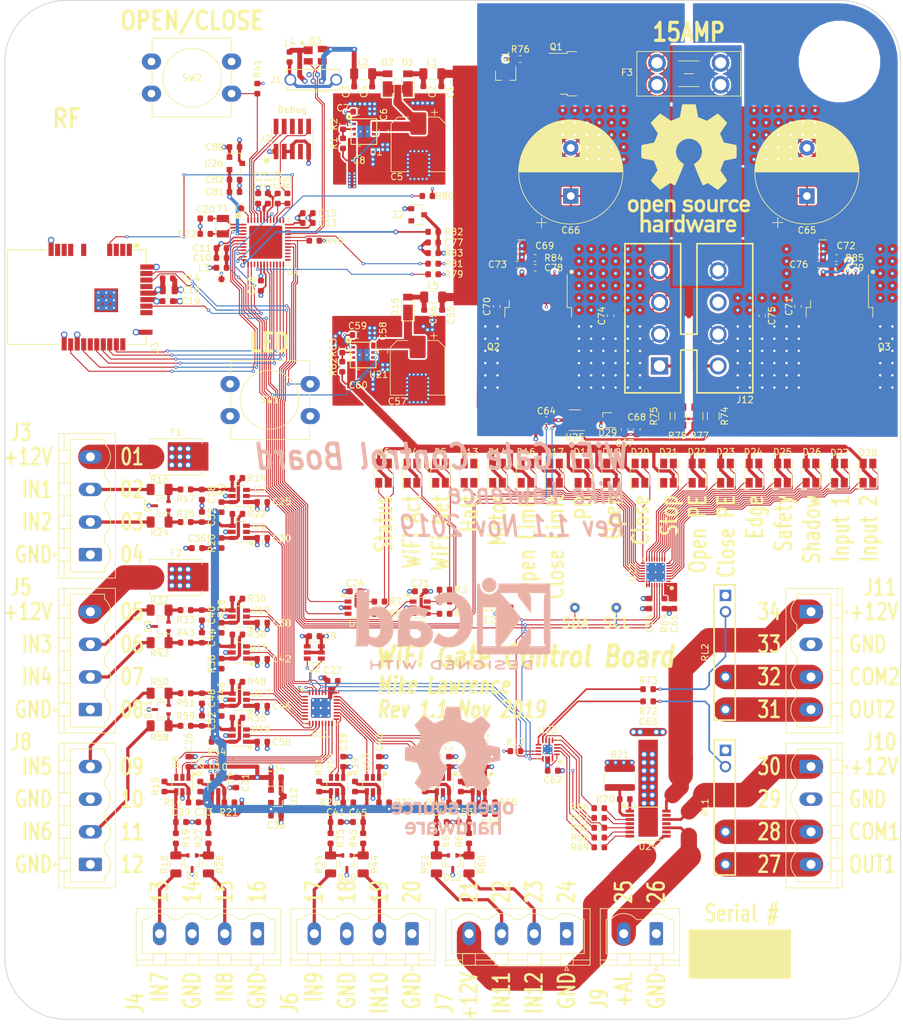
<source format=kicad_pcb>
(kicad_pcb (version 20171130) (host pcbnew "(5.1.4-0-10_14)")
  (layers (0 F.Cu signal) (1 Gnd.Cu power) (2 Pwr.Cu power) (31 B.Cu signal) (34 B.Paste user hide) (35 F.Paste user hide) (36 B.SilkS user) (37 F.SilkS user) (38 B.Mask user hide) (39 F.Mask user hide) (44 Edge.Cuts user))
  (net 0 "")
  (net 1 GND)
  (net 2 VBUS)
  (net 3 /WINC_EN)
  (net 4 /~WINC_RST)
  (net 5 /WINC_MISO)
  (net 6 /~WINC_SS)
  (net 7 /WINC_SCK)
  (net 8 /WINC_MOSI)
  (net 9 /~WINC_IRQ)
  (net 10 /WINC_WAKE)
  (net 11 /USB_N)
  (net 12 /USB_P)
  (net 13 /~RESET~)
  (net 14 /SWCLK)
  (net 15 /SWDIO)
  (net 16 "Net-(F1-Pad2)")
  (net 17 "Net-(Q2-Pad3)")
  (net 18 "Net-(Q2-Pad2)")
  (net 19 "/Motor Driver/M1A")
  (net 20 "/Motor Driver/M1B")
  (net 21 "/Motor Driver/M1V")
  (net 22 +12V)
  (net 23 +3.3V)
  (net 24 +3.0V)
  (net 25 "Net-(D8-Pad2)")
  (net 26 "Net-(F2-Pad2)")
  (net 27 "Net-(F3-Pad2)")
  (net 28 "Net-(J11-Pad4)")
  (net 29 "Net-(J11-Pad3)")
  (net 30 VSW1)
  (net 31 SDA)
  (net 32 SCL)
  (net 33 VLED)
  (net 34 D6)
  (net 35 A0)
  (net 36 A3)
  (net 37 "Net-(D11-Pad2)")
  (net 38 "Net-(D12-Pad2)")
  (net 39 "Net-(D10-Pad2)")
  (net 40 "Net-(D10-Pad1)")
  (net 41 "Net-(D11-Pad1)")
  (net 42 "Net-(D12-Pad1)")
  (net 43 "Net-(D13-Pad1)")
  (net 44 "Net-(D14-Pad1)")
  (net 45 "Net-(J1-Pad6)")
  (net 46 "Net-(J2-Pad10)")
  (net 47 "Net-(U3-Pad26)")
  (net 48 "Net-(U3-Pad27)")
  (net 49 "Net-(D7-Pad2)")
  (net 50 "Net-(D8-Pad1)")
  (net 51 A1)
  (net 52 D1)
  (net 53 D0)
  (net 54 D7)
  (net 55 D5)
  (net 56 D4)
  (net 57 D3)
  (net 58 "Net-(C20-Pad2)")
  (net 59 "Net-(C45-Pad2)")
  (net 60 "Net-(R7-Pad2)")
  (net 61 "Net-(C10-Pad1)")
  (net 62 "Net-(C14-Pad2)")
  (net 63 "Net-(R8-Pad2)")
  (net 64 "Net-(R21-Pad2)")
  (net 65 A6)
  (net 66 AREF)
  (net 67 "Net-(C17-Pad2)")
  (net 68 "Net-(C22-Pad2)")
  (net 69 "Net-(C49-Pad2)")
  (net 70 "Net-(Q3-Pad2)")
  (net 71 "Net-(R67-Pad2)")
  (net 72 "Net-(R68-Pad2)")
  (net 73 "Net-(D4-Pad3)")
  (net 74 "Net-(D4-Pad1)")
  (net 75 "Net-(D5-Pad3)")
  (net 76 "Net-(D6-Pad3)")
  (net 77 "Net-(D6-Pad1)")
  (net 78 "Net-(D17-Pad3)")
  (net 79 "Net-(D18-Pad3)")
  (net 80 "Net-(D19-Pad3)")
  (net 81 "Net-(D20-Pad3)")
  (net 82 "Net-(D21-Pad3)")
  (net 83 "Net-(D22-Pad3)")
  (net 84 "Net-(D24-Pad3)")
  (net 85 "Net-(D24-Pad1)")
  (net 86 "Net-(D25-Pad3)")
  (net 87 "Net-(D25-Pad1)")
  (net 88 "Net-(D26-Pad3)")
  (net 89 "Net-(D26-Pad1)")
  (net 90 "Net-(D27-Pad3)")
  (net 91 "Net-(D27-Pad1)")
  (net 92 "Net-(D28-Pad1)")
  (net 93 "Net-(D23-Pad3)")
  (net 94 "/Outputs and LEDs/VCAP")
  (net 95 "Net-(D7-Pad1)")
  (net 96 "Net-(D9-Pad2)")
  (net 97 "Net-(D9-Pad1)")
  (net 98 "Net-(D16-Pad3)")
  (net 99 "Net-(D22-Pad1)")
  (net 100 "Net-(D23-Pad1)")
  (net 101 /Inputs/IN1)
  (net 102 /Inputs/IN2)
  (net 103 /Inputs/IN7)
  (net 104 /Inputs/IN8)
  (net 105 /Inputs/IN3)
  (net 106 /Inputs/IN4)
  (net 107 /Inputs/IN9)
  (net 108 /Inputs/IN10)
  (net 109 /Inputs/IN11)
  (net 110 /Inputs/IN12)
  (net 111 /Inputs/IN5)
  (net 112 /Inputs/IN6)
  (net 113 "/Outputs and LEDs/VSW2")
  (net 114 "/Outputs and LEDs/VSW3")
  (net 115 "/Outputs and LEDs/VSW4")
  (net 116 "Net-(Q1-Pad1)")
  (net 117 "/Outputs and LEDs/~VSWERR")
  (net 118 "/Outputs and LEDs/VSW4EN")
  (net 119 "/Outputs and LEDs/VSW3EN")
  (net 120 "/Outputs and LEDs/VSW2EN")
  (net 121 "/Outputs and LEDs/VSW1EN")
  (net 122 "/Outputs and LEDs/OUT1EN")
  (net 123 "/Outputs and LEDs/OUT2EN")
  (net 124 /Inputs/IN1SEN1)
  (net 125 /Inputs/IN1SEN0)
  (net 126 /Inputs/IN7SEN1)
  (net 127 /Inputs/IN7SEN0)
  (net 128 /Inputs/IN2SEN0)
  (net 129 /Inputs/IN2SEN1)
  (net 130 /Inputs/IN8SEN1)
  (net 131 /Inputs/IN8SEN0)
  (net 132 /Inputs/IN12SEN0)
  (net 133 /Inputs/IN12SEN1)
  (net 134 /Inputs/IN11SEN0)
  (net 135 /Inputs/IN11SEN1)
  (net 136 /Inputs/IN10SEN0)
  (net 137 /Inputs/IN10SEN1)
  (net 138 /Inputs/IN9SEN0)
  (net 139 /Inputs/IN9SEN1)
  (net 140 /Inputs/IN6SEN0)
  (net 141 /Inputs/IN6SEN1)
  (net 142 /Inputs/IN5SEN0)
  (net 143 /Inputs/IN5SEN1)
  (net 144 /Inputs/IN4SEN0)
  (net 145 /Inputs/IN4SEN1)
  (net 146 /Inputs/IN3SEN0)
  (net 147 /Inputs/IN3SEN1)
  (net 148 "Net-(D14-Pad3)")
  (net 149 "Net-(C28-Pad2)")
  (net 150 "Net-(C29-Pad2)")
  (net 151 "Net-(C32-Pad2)")
  (net 152 "Net-(C33-Pad2)")
  (net 153 "Net-(C40-Pad2)")
  (net 154 "Net-(C41-Pad2)")
  (net 155 "Net-(C44-Pad2)")
  (net 156 "Net-(C48-Pad2)")
  (net 157 "Net-(C52-Pad2)")
  (net 158 "Net-(C53-Pad2)")
  (net 159 "Net-(C56-Pad2)")
  (net 160 "Net-(C59-Pad1)")
  (net 161 "Net-(J10-Pad4)")
  (net 162 "Net-(J10-Pad3)")
  (net 163 "Net-(J12-Pad2)")
  (net 164 "Net-(J12-Pad1)")
  (net 165 "Net-(R10-Pad2)")
  (net 166 "Net-(R29-Pad2)")
  (net 167 "Net-(R37-Pad2)")
  (net 168 "Net-(R47-Pad2)")
  (net 169 "Net-(R55-Pad2)")
  (net 170 "Net-(R69-Pad2)")
  (net 171 "Net-(R70-Pad2)")
  (net 172 "Net-(R73-Pad2)")
  (net 173 "Net-(D28-Pad3)")
  (net 174 "Net-(C57-Pad1)")
  (net 175 "Net-(C2-Pad2)")
  (net 176 "Net-(C4-Pad2)")
  (net 177 "Net-(C5-Pad1)")
  (net 178 "Net-(C7-Pad1)")
  (net 179 "Net-(C77-Pad1)")
  (net 180 "Net-(R1-Pad2)")
  (net 181 "Net-(R3-Pad2)")
  (net 182 "Net-(R6-Pad2)")
  (net 183 "Net-(R14-Pad2)")
  (net 184 "Net-(R20-Pad2)")
  (net 185 "Net-(R28-Pad2)")
  (net 186 "Net-(R36-Pad2)")
  (net 187 "Net-(R46-Pad2)")
  (net 188 "Net-(R54-Pad2)")
  (net 189 "Net-(R62-Pad2)")
  (net 190 "Net-(R64-Pad2)")
  (net 191 "Net-(R66-Pad2)")
  (net 192 "Net-(R70-Pad1)")
  (net 193 "Net-(R72-Pad2)")
  (net 194 A5)
  (net 195 A2)
  (net 196 A4)
  (net 197 "Net-(C67-Pad1)")
  (net 198 "Net-(C68-Pad2)")
  (net 199 "Net-(C78-Pad1)")
  (net 200 "Net-(C79-Pad1)")
  (module Capacitor_SMD:C_0603_1608Metric (layer F.Cu) (at 191.577 120.6675 90)
    (fp_text reference C68 (at 1.905 0 180) (layer F.SilkS))
    (fp_text value DNI hide)
    (pad 2 smd roundrect (at 0.7875 0 90) (size 0.875 0.95) (layers F.Cu F.Paste F.Mask) (net 198 "Net-(C68-Pad2)"))
    (pad 1 smd roundrect (at -0.7875 0 90) (size 0.875 0.95) (layers F.Cu F.Paste F.Mask) (net 1 GND))
  )
  (module Capacitor_SMD:C_0603_1608Metric (layer F.Cu) (at 189.672 120.6675 270)
    (fp_text reference C67 (at 2.159 0 180) (layer F.SilkS))
    (fp_text value DNI hide)
    (pad 2 smd roundrect (at 0.7875 0 270) (size 0.875 0.95) (layers F.Cu F.Paste F.Mask) (net 1 GND))
    (pad 1 smd roundrect (at -0.7875 0 270) (size 0.875 0.95) (layers F.Cu F.Paste F.Mask) (net 197 "Net-(C67-Pad1)"))
  )
  (module TestPoint:TestPoint_Pad_D1.0mm (layer F.Cu) (at 126.807 97.259)
    (fp_text reference TP2 hide)
    (fp_text value TestPoint_Probe hide)
    (pad 1 smd circle (at 0 0) (size 1 1) (layers F.Cu F.Mask) (net 196 A4))
  )
  (module TestPoint:TestPoint_Pad_D1.0mm (layer F.Cu) (at 129.855 86.21)
    (fp_text reference TP1 hide)
    (fp_text value TestPoint_Probe hide)
    (pad 1 smd circle (at 0 0) (size 1 1) (layers F.Cu F.Mask) (net 195 A2))
  )
  (module Resistor_SMD:R_0603_1608Metric (layer F.Cu) (at 158.9125 84.305 180)
    (fp_text reference R80 (at -2.6925 0) (layer F.SilkS))
    (fp_text value 10k hide)
    (pad 2 smd roundrect (at 0.7875 0 180) (size 0.875 0.95) (layers F.Cu F.Paste F.Mask) (net 194 A5))
    (pad 1 smd roundrect (at -0.7875 0 180) (size 0.875 0.95) (layers F.Cu F.Paste F.Mask) (net 70 "Net-(Q3-Pad2)"))
  )
  (module Package_TO_SOT_SMD:SOT-23-6 (layer F.Cu) (at 141.285 155.425 180)
    (fp_text reference U2 (at 0 -2.54) (layer F.SilkS) (effects (font (size 1.016 1.016) (thickness 0.1524))))
    (fp_text value TMP100 hide)
    (pad 5 smd rect (at 1.1 0 180) (size 1.06 0.65) (layers F.Cu F.Paste F.Mask) (net 1 GND))
    (pad 6 smd rect (at 1.1 -0.95 180) (size 1.06 0.65) (layers F.Cu F.Paste F.Mask) (net 31 SDA))
    (pad 4 smd rect (at 1.1 0.95 180) (size 1.06 0.65) (layers F.Cu F.Paste F.Mask) (net 23 +3.3V))
    (pad 3 smd rect (at -1.1 0.95 180) (size 1.06 0.65) (layers F.Cu F.Paste F.Mask) (net 1 GND))
    (pad 2 smd rect (at -1.1 0 180) (size 1.06 0.65) (layers F.Cu F.Paste F.Mask) (net 1 GND))
    (pad 1 smd rect (at -1.1 -0.95 180) (size 1.06 0.65) (layers F.Cu F.Paste F.Mask) (net 32 SCL))
  )
  (module Capacitor_THT:CP_Radial_D16.0mm_P7.50mm (layer F.Cu) (at 218.12 84.305 90)
    (fp_text reference C65 (at -5.334 0 180) (layer F.SilkS))
    (fp_text value 470uF hide)
    (pad 2 thru_hole circle (at 7.5 0 90) (size 2.4 2.4) (drill 1.2) (layers *.Cu *.Mask) (net 1 GND))
    (pad 1 thru_hole rect (at 0 0 90) (size 2.4 2.4) (drill 1.2) (layers *.Cu *.Mask) (net 22 +12V))
  )
  (module Diode_SMD:D_PowerDI-123 (layer F.Cu) (at 155.89 101.578 90)
    (fp_text reference D15 (at 0 -2 90) (layer F.SilkS))
    (fp_text value DFLS130 hide)
    (pad 2 smd rect (at 1.525 0 270) (size 1.05 1.5) (layers F.Cu F.Paste F.Mask) (net 159 "Net-(C56-Pad2)"))
    (pad 1 smd rect (at -0.85 0 270) (size 2.4 1.5) (layers F.Cu F.Paste F.Mask) (net 174 "Net-(C57-Pad1)"))
  )
  (module RF_Module-ML:Microchip_ATWINC1500-MR210UB (layer F.Cu) (at 112.429 100.06 90)
    (fp_text reference U3 (at -8 4 90) (layer F.SilkS) (effects (font (size 1.016 1.016) (thickness 0.1524))))
    (fp_text value ATWINC1500-MR210UB hide)
    (pad 1 smd rect (at 7.365 0 180) (size 0.8 1.9) (layers F.Cu F.Paste F.Mask))
    (pad 2 smd rect (at 7.365 -1.016 180) (size 0.8 1.9) (layers F.Cu F.Paste F.Mask))
    (pad 3 smd rect (at 7.365 -2.032 180) (size 0.8 1.9) (layers F.Cu F.Paste F.Mask))
    (pad 4 smd rect (at 7.365 -3.048 180) (size 0.8 1.9) (layers F.Cu F.Paste F.Mask) (net 4 /~WINC_RST))
    (pad 5 smd rect (at 7.365 -7.112 180) (size 0.8 1.9) (layers F.Cu F.Paste F.Mask))
    (pad 6 smd rect (at 7.365 -9.144 180) (size 0.8 1.9) (layers F.Cu F.Paste F.Mask))
    (pad 7 smd rect (at 7.365 -10.16 180) (size 0.8 1.9) (layers F.Cu F.Paste F.Mask))
    (pad 8 smd rect (at 7.365 -11.176 180) (size 0.8 1.9) (layers F.Cu F.Paste F.Mask))
    (pad 9 smd rect (at 7.365 -12.192 180) (size 0.8 1.9) (layers F.Cu F.Paste F.Mask) (net 1 GND))
    (pad 10 smd rect (at -7.365 -10.154 180) (size 0.8 1.9) (layers F.Cu F.Paste F.Mask) (net 23 +3.3V))
    (pad 11 smd rect (at -7.365 -9.138 180) (size 0.8 1.9) (layers F.Cu F.Paste F.Mask) (net 10 /WINC_WAKE))
    (pad 12 smd rect (at -7.365 -8.122 180) (size 0.8 1.9) (layers F.Cu F.Paste F.Mask) (net 1 GND))
    (pad 13 smd rect (at -7.365 -7.106 180) (size 0.8 1.9) (layers F.Cu F.Paste F.Mask) (net 9 /~WINC_IRQ))
    (pad 14 smd rect (at -7.365 -6.09 180) (size 0.8 1.9) (layers F.Cu F.Paste F.Mask))
    (pad 15 smd rect (at -7.365 -5.074 180) (size 0.8 1.9) (layers F.Cu F.Paste F.Mask) (net 8 /WINC_MOSI))
    (pad 16 smd rect (at -7.365 -4.058 180) (size 0.8 1.9) (layers F.Cu F.Paste F.Mask) (net 6 /~WINC_SS))
    (pad 17 smd rect (at -7.365 -3.042 180) (size 0.8 1.9) (layers F.Cu F.Paste F.Mask) (net 5 /WINC_MISO))
    (pad 18 smd rect (at -7.365 -2.026 180) (size 0.8 1.9) (layers F.Cu F.Paste F.Mask) (net 7 /WINC_SCK))
    (pad 19 smd rect (at -7.365 -1.01 180) (size 0.8 1.9) (layers F.Cu F.Paste F.Mask))
    (pad 20 smd rect (at -5.465 2.67 270) (size 0.8 1.9) (layers F.Cu F.Paste F.Mask) (net 23 +3.3V))
    (pad 21 smd rect (at -2.417 2.67 270) (size 0.8 1.9) (layers F.Cu F.Paste F.Mask))
    (pad 22 smd rect (at -1.401 2.67 270) (size 0.8 1.9) (layers F.Cu F.Paste F.Mask) (net 3 /WINC_EN))
    (pad 23 smd rect (at -0.385 2.67 270) (size 0.8 1.9) (layers F.Cu F.Paste F.Mask) (net 23 +3.3V))
    (pad 24 smd rect (at 0.631 2.67 270) (size 0.8 1.9) (layers F.Cu F.Paste F.Mask) (net 62 "Net-(C14-Pad2)"))
    (pad 25 smd rect (at 1.647 2.67 270) (size 0.8 1.9) (layers F.Cu F.Paste F.Mask))
    (pad 26 smd rect (at 2.663 2.67 270) (size 0.8 1.9) (layers F.Cu F.Paste F.Mask) (net 47 "Net-(U3-Pad26)"))
    (pad 27 smd rect (at 3.679 2.67 270) (size 0.8 1.9) (layers F.Cu F.Paste F.Mask) (net 48 "Net-(U3-Pad27)"))
    (pad 28 smd rect (at 4.695 2.67 270) (size 0.8 1.9) (layers F.Cu F.Paste F.Mask) (net 1 GND))
    (pad 29 smd rect (at -0.485 -3.6 90) (size 3.7 3.7) (layers F.Cu F.Paste F.Mask) (net 1 GND))
    (pad 29 thru_hole circle (at -0.485 -3.6 90) (size 0.5 0.5) (drill 0.3) (layers *.Cu) (net 1 GND))
    (pad 29 thru_hole circle (at -1.685 -3.6 90) (size 0.5 0.5) (drill 0.3) (layers *.Cu) (net 1 GND))
    (pad 29 thru_hole circle (at 0.715 -3.6 90) (size 0.5 0.5) (drill 0.3) (layers *.Cu) (net 1 GND))
    (pad 29 thru_hole circle (at -1.685 -4.8 90) (size 0.5 0.5) (drill 0.3) (layers *.Cu) (net 1 GND))
    (pad 29 thru_hole circle (at -0.485 -4.8 90) (size 0.5 0.5) (drill 0.3) (layers *.Cu) (net 1 GND))
    (pad 29 thru_hole circle (at 0.715 -4.8 90) (size 0.5 0.5) (drill 0.3) (layers *.Cu) (net 1 GND))
    (pad 29 thru_hole circle (at -1.685 -2.4 90) (size 0.5 0.5) (drill 0.3) (layers *.Cu) (net 1 GND))
    (pad 29 thru_hole circle (at -0.485 -2.4 90) (size 0.5 0.5) (drill 0.3) (layers *.Cu) (net 1 GND))
    (pad 29 thru_hole circle (at 0.715 -2.4 90) (size 0.5 0.5) (drill 0.3) (layers *.Cu) (net 1 GND))
  )
  (module TestPoint:TestPoint_THTPad_D1.5mm_Drill0.7mm (layer F.Cu) (at 188.402 148.44 90)
    (fp_text reference TP4 hide)
    (fp_text value SCL)
    (fp_text user SCL (at -2.413 0 180) (layer F.SilkS) (effects (font (size 1.524 1.524) (thickness 0.254))))
    (pad 1 thru_hole circle (at 0 0 90) (size 1.5 1.5) (drill 0.7) (layers *.Cu *.Mask) (net 32 SCL))
  )
  (module TestPoint:TestPoint_THTPad_D1.5mm_Drill0.7mm (layer F.Cu) (at 181.925 148.44 90)
    (fp_text reference TP3 hide)
    (fp_text value SDA)
    (fp_text user SDA (at -2.413 0) (layer F.SilkS) (effects (font (size 1.524 1.524) (thickness 0.254) italic)))
    (pad 1 thru_hole circle (at 0 0 90) (size 1.5 1.5) (drill 0.7) (layers *.Cu *.Mask) (net 31 SDA))
  )
  (module Converter_DCDC-ML:Converter_DCDC_Texas-SIL0008E (layer F.Cu) (at 148.905 109.07)
    (fp_text reference U21 (at 2.413 3.048 180) (layer F.SilkS) (effects (font (size 1.016 1.016) (thickness 0.1524))))
    (fp_text value LMZ21700 hide)
    (pad 10 thru_hole rect (at 0.55 0) (size 0.8 1.9) (drill 0.254) (layers *.Cu F.Paste F.Mask) (net 1 GND))
    (pad 9 thru_hole rect (at -0.55 0) (size 0.8 1.9) (drill 0.254) (layers *.Cu F.Paste F.Mask) (net 1 GND))
    (pad 8 smd rect (at 1.475 -1.2) (size 0.45 0.4) (layers F.Cu F.Paste F.Mask) (net 174 "Net-(C57-Pad1)"))
    (pad 7 smd rect (at 1.475 -0.4) (size 0.45 0.4) (layers F.Cu F.Paste F.Mask) (net 36 A3))
    (pad 6 smd rect (at 1.475 0.4) (size 0.45 0.4) (layers F.Cu F.Paste F.Mask) (net 33 VLED))
    (pad 5 smd rect (at 1.475 1.2) (size 0.45 0.4) (layers F.Cu F.Paste F.Mask) (net 1 GND))
    (pad 4 smd rect (at -1.475 1.2) (size 0.45 0.4) (layers F.Cu F.Paste F.Mask) (net 33 VLED))
    (pad 3 smd rect (at -1.475 0.4) (size 0.45 0.4) (layers F.Cu F.Paste F.Mask))
    (pad 2 smd rect (at -1.475 -0.4) (size 0.45 0.4) (layers F.Cu F.Paste F.Mask) (net 189 "Net-(R62-Pad2)"))
    (pad 1 smd rect (at -1.475 -1.2) (size 0.45 0.4) (layers F.Cu F.Paste F.Mask) (net 160 "Net-(C59-Pad1)"))
  )
  (module Converter_DCDC-ML:Converter_DCDC_Texas-SIL0008E (layer F.Cu) (at 149.0225 74.2617)
    (fp_text reference U1 (at 1.9145 3.1853 180) (layer F.SilkS) (effects (font (size 1.016 1.016) (thickness 0.1524))))
    (fp_text value LMZ21700 hide)
    (pad 10 thru_hole rect (at 0.55 0) (size 0.8 1.9) (drill 0.254) (layers *.Cu F.Paste F.Mask) (net 1 GND))
    (pad 9 thru_hole rect (at -0.55 0) (size 0.8 1.9) (drill 0.254) (layers *.Cu F.Paste F.Mask) (net 1 GND))
    (pad 8 smd rect (at 1.475 -1.2) (size 0.45 0.4) (layers F.Cu F.Paste F.Mask) (net 177 "Net-(C5-Pad1)"))
    (pad 7 smd rect (at 1.475 -0.4) (size 0.45 0.4) (layers F.Cu F.Paste F.Mask) (net 177 "Net-(C5-Pad1)"))
    (pad 6 smd rect (at 1.475 0.4) (size 0.45 0.4) (layers F.Cu F.Paste F.Mask) (net 23 +3.3V))
    (pad 5 smd rect (at 1.475 1.2) (size 0.45 0.4) (layers F.Cu F.Paste F.Mask) (net 1 GND))
    (pad 4 smd rect (at -1.475 1.2) (size 0.45 0.4) (layers F.Cu F.Paste F.Mask) (net 23 +3.3V))
    (pad 3 smd rect (at -1.475 0.4) (size 0.45 0.4) (layers F.Cu F.Paste F.Mask))
    (pad 2 smd rect (at -1.475 -0.4) (size 0.45 0.4) (layers F.Cu F.Paste F.Mask) (net 180 "Net-(R1-Pad2)"))
    (pad 1 smd rect (at -1.475 -1.2) (size 0.45 0.4) (layers F.Cu F.Paste F.Mask) (net 178 "Net-(C7-Pad1)"))
  )
  (module Connector_TE-Connectivity-ML:TE_MATE-N-LOK_350212-1_2X04_P4.95_Vertical (layer F.Cu) (at 199.705 103.355 90)
    (fp_text reference J12 (at -12.7 8.763) (layer F.SilkS) (effects (font (size 1.016 1.016) (thickness 0.1524))))
    (fp_text value Motor hide)
    (pad 8 thru_hole circle (at 7.425 4.57 90) (size 2.667 2.667) (drill 1.778) (layers *.Cu *.Mask) (net 21 "/Motor Driver/M1V"))
    (pad 6 thru_hole circle (at 2.475 4.57 90) (size 2.667 2.667) (drill 1.778) (layers *.Cu *.Mask))
    (pad 4 thru_hole circle (at -2.475 4.57 90) (size 2.667 2.667) (drill 1.778) (layers *.Cu *.Mask) (net 20 "/Motor Driver/M1B"))
    (pad 2 thru_hole circle (at -7.425 4.57 90) (size 2.667 2.667) (drill 1.778) (layers *.Cu *.Mask) (net 163 "Net-(J12-Pad2)"))
    (pad 7 thru_hole circle (at 7.425 -4.57 90) (size 2.667 2.667) (drill 1.778) (layers *.Cu *.Mask) (net 1 GND))
    (pad 5 thru_hole circle (at 2.475 -4.57 90) (size 2.667 2.667) (drill 1.778) (layers *.Cu *.Mask) (net 1 GND))
    (pad 3 thru_hole circle (at -2.475 -4.57 90) (size 2.667 2.667) (drill 1.778) (layers *.Cu *.Mask) (net 19 "/Motor Driver/M1A"))
    (pad 1 thru_hole rect (at -7.425 -4.57 90) (size 2.667 2.667) (drill 1.778) (layers *.Cu *.Mask) (net 164 "Net-(J12-Pad1)"))
  )
  (module Package_TO_SOT_SMD:SOT-323_SC-70 (layer F.Cu) (at 187.005 119.23 180)
    (fp_text reference D29 (at -0.05 -1.95) (layer F.SilkS) (effects (font (size 1.016 1.016) (thickness 0.1524))))
    (fp_text value TPD2E2U06 hide)
    (pad 3 smd rect (at 1 0 90) (size 0.45 0.7) (layers F.Cu F.Paste F.Mask) (net 1 GND))
    (pad 2 smd rect (at -1 0.65 90) (size 0.45 0.7) (layers F.Cu F.Paste F.Mask) (net 198 "Net-(C68-Pad2)"))
    (pad 1 smd rect (at -1 -0.65 90) (size 0.45 0.7) (layers F.Cu F.Paste F.Mask) (net 197 "Net-(C67-Pad1)"))
  )
  (module Diode_SMD:D_SOT-23_ANK (layer F.Cu) (at 171.13 65.509 270)
    (fp_text reference Z1 (at -2.8035 0 90) (layer F.SilkS) (effects (font (size 1.016 1.016) (thickness 0.1524))))
    (fp_text value 10V hide)
    (pad 1 smd rect (at 1 0 270) (size 0.9 0.8) (layers F.Cu F.Paste F.Mask) (net 22 +12V))
    (pad "" smd rect (at -1 0.95 270) (size 0.9 0.8) (layers F.Cu F.Paste F.Mask))
    (pad 2 smd rect (at -1 -0.95 270) (size 0.9 0.8) (layers F.Cu F.Paste F.Mask) (net 116 "Net-(Q1-Pad1)"))
  )
  (module Symbol:OSHW-Logo_19x20mm_SilkScreen (layer F.Cu) (at 199.705 79.987)
    (fp_text reference REF** hide)
    (fp_text value OSHW-Logo_19x20mm_SilkScreen hide)
  )
  (module Symbol:KiCad-Logo2_12mm_SilkScreen (layer B.Cu) (at 162.875 149.71 180)
    (fp_text reference REF** hide)
    (fp_text value KiCad-Logo2_12mm_SilkScreen hide)
  )
  (module Symbol:OSHW-Logo_19x20mm_SilkScreen (layer B.Cu) (at 162.875 173.84 180)
    (fp_text reference REF** hide)
    (fp_text value OSHW-Logo_19x20mm_SilkScreen hide)
  )
  (module LED_SMD:LED_Avago_PLCC4_3.2x2.8mm_CW (layer F.Cu) (at 227.645 127.485 90)
    (fp_text reference D28 (at 3.175 0 180) (layer F.SilkS) (effects (font (size 1.016 1.016) (thickness 0.1524))))
    (fp_text value Red/Green hide)
    (pad 4 smd rect (at -1.5 0.75 90) (size 1.5 1.1) (layers F.Cu F.Paste F.Mask) (net 33 VLED))
    (pad 3 smd rect (at 1.5 0.75 90) (size 1.5 1.1) (layers F.Cu F.Paste F.Mask) (net 173 "Net-(D28-Pad3)"))
    (pad 2 smd rect (at 1.5 -0.75 90) (size 1.5 1.1) (layers F.Cu F.Paste F.Mask) (net 33 VLED))
    (pad 1 smd rect (at -1.5 -0.75 90) (size 1.5 1.1) (layers F.Cu F.Paste F.Mask) (net 92 "Net-(D28-Pad1)"))
  )
  (module LED_SMD:LED_Avago_PLCC4_3.2x2.8mm_CW (layer F.Cu) (at 223.2 127.485 90)
    (fp_text reference D27 (at 3.175 0 180) (layer F.SilkS) (effects (font (size 1.016 1.016) (thickness 0.1524))))
    (fp_text value Red/Green hide)
    (pad 4 smd rect (at -1.5 0.75 90) (size 1.5 1.1) (layers F.Cu F.Paste F.Mask) (net 33 VLED))
    (pad 3 smd rect (at 1.5 0.75 90) (size 1.5 1.1) (layers F.Cu F.Paste F.Mask) (net 90 "Net-(D27-Pad3)"))
    (pad 2 smd rect (at 1.5 -0.75 90) (size 1.5 1.1) (layers F.Cu F.Paste F.Mask) (net 33 VLED))
    (pad 1 smd rect (at -1.5 -0.75 90) (size 1.5 1.1) (layers F.Cu F.Paste F.Mask) (net 91 "Net-(D27-Pad1)"))
  )
  (module Resistor_SMD:R_0603_1608Metric (layer F.Cu) (at 172.654 170.795)
    (fp_text reference R13 (at 0 -1.43) (layer F.SilkS) (effects (font (size 1.016 1.016) (thickness 0.1524))))
    (fp_text value 4.7k hide)
    (pad 2 smd roundrect (at 0.7875 0) (size 0.875 0.95) (layers F.Cu F.Paste F.Mask) (net 35 A0))
    (pad 1 smd roundrect (at -0.7875 0) (size 0.875 0.95) (layers F.Cu F.Paste F.Mask) (net 23 +3.3V))
  )
  (module Resistor_SMD:R_0603_1608Metric (layer F.Cu) (at 171.13 150.345)
    (fp_text reference R12 (at -1.524 0) (layer F.SilkS) (effects (font (size 1.016 1.016) (thickness 0.1524)) (justify right)))
    (fp_text value 4.7k hide)
    (pad 2 smd roundrect (at 0.7875 0) (size 0.875 0.95) (layers F.Cu F.Paste F.Mask) (net 32 SCL))
    (pad 1 smd roundrect (at -0.7875 0) (size 0.875 0.95) (layers F.Cu F.Paste F.Mask) (net 23 +3.3V))
  )
  (module Resistor_SMD:R_0603_1608Metric (layer F.Cu) (at 171.13 148.44)
    (fp_text reference R11 (at -1.524 0) (layer F.SilkS) (effects (font (size 1.016 1.016) (thickness 0.1524)) (justify right)))
    (fp_text value 4.7k hide)
    (pad 2 smd roundrect (at 0.7875 0) (size 0.875 0.95) (layers F.Cu F.Paste F.Mask) (net 31 SDA))
    (pad 1 smd roundrect (at -0.7875 0) (size 0.875 0.95) (layers F.Cu F.Paste F.Mask) (net 23 +3.3V))
  )
  (module Diode_SMD:D_SOT-23_ANK (layer F.Cu) (at 157.414 87.226)
    (fp_text reference Z2 (at -3.048 0) (layer F.SilkS) (effects (font (size 1.016 1.016) (thickness 0.1524))))
    (fp_text value 2.7V hide)
    (pad 1 smd rect (at 1 0) (size 0.9 0.8) (layers F.Cu F.Paste F.Mask) (net 179 "Net-(C77-Pad1)"))
    (pad "" smd rect (at -1 0.95) (size 0.9 0.8) (layers F.Cu F.Paste F.Mask))
    (pad 2 smd rect (at -1 -0.95) (size 0.9 0.8) (layers F.Cu F.Paste F.Mask) (net 1 GND))
  )
  (module Package_TO_SOT_SMD:SOT-23 (layer F.Cu) (at 129.0515 79.225)
    (fp_text reference U26 (at -1.8635 0) (layer F.SilkS) (effects (font (size 1.016 1.016) (thickness 0.1524)) (justify right)))
    (fp_text value REF3325 hide)
    (pad 3 smd rect (at 1 0) (size 0.9 0.8) (layers F.Cu F.Paste F.Mask) (net 1 GND))
    (pad 2 smd rect (at -1 0.95) (size 0.9 0.8) (layers F.Cu F.Paste F.Mask) (net 66 AREF))
    (pad 1 smd rect (at -1 -0.95) (size 0.9 0.8) (layers F.Cu F.Paste F.Mask) (net 23 +3.3V))
  )
  (module Capacitor_SMD:C_0603_1608Metric (layer F.Cu) (at 128.839 76.685 180)
    (fp_text reference C80 (at 1.524 0) (layer F.SilkS) (effects (font (size 1.016 1.016) (thickness 0.1524)) (justify right)))
    (fp_text value 0.1uF hide)
    (pad 2 smd roundrect (at 0.7875 0 180) (size 0.875 0.95) (layers F.Cu F.Paste F.Mask) (net 23 +3.3V))
    (pad 1 smd roundrect (at -0.7875 0 180) (size 0.875 0.95) (layers F.Cu F.Paste F.Mask) (net 1 GND))
  )
  (module Capacitor_SMD:C_0603_1608Metric (layer F.Cu) (at 128.839 83.67)
    (fp_text reference C81 (at -1.524 0 180) (layer F.SilkS) (effects (font (size 1.016 1.016) (thickness 0.1524)) (justify right)))
    (fp_text value 4.7uF hide)
    (pad 2 smd roundrect (at 0.7875 0) (size 0.875 0.95) (layers F.Cu F.Paste F.Mask) (net 1 GND))
    (pad 1 smd roundrect (at -0.7875 0) (size 0.875 0.95) (layers F.Cu F.Paste F.Mask) (net 66 AREF))
  )
  (module Capacitor_SMD:C_0603_1608Metric (layer F.Cu) (at 128.839 81.765 180)
    (fp_text reference C82 (at 1.524 0) (layer F.SilkS) (effects (font (size 1.016 1.016) (thickness 0.1524)) (justify right)))
    (fp_text value 0.1uF hide)
    (pad 2 smd roundrect (at 0.7875 0 180) (size 0.875 0.95) (layers F.Cu F.Paste F.Mask) (net 66 AREF))
    (pad 1 smd roundrect (at -0.7875 0 180) (size 0.875 0.95) (layers F.Cu F.Paste F.Mask) (net 1 GND))
  )
  (module Capacitor_SMD:C_0603_1608Metric (layer F.Cu) (at 140.269 86.972)
    (fp_text reference C15 (at 1.524 0) (layer F.SilkS) (effects (font (size 1.016 1.016) (thickness 0.1524)) (justify left)))
    (fp_text value 4.7uF hide)
    (pad 2 smd roundrect (at 0.7875 0) (size 0.875 0.95) (layers F.Cu F.Paste F.Mask) (net 1 GND))
    (pad 1 smd roundrect (at -0.7875 0) (size 0.875 0.95) (layers F.Cu F.Paste F.Mask) (net 23 +3.3V))
  )
  (module Capacitor_SMD:C_0603_1608Metric (layer F.Cu) (at 126.807 93.957 180)
    (fp_text reference C10 (at 3.017 0) (layer F.SilkS) (effects (font (size 1.016 1.016) (thickness 0.1524))))
    (fp_text value 4.7uF hide)
    (pad 2 smd roundrect (at 0.7875 0 180) (size 0.875 0.95) (layers F.Cu F.Paste F.Mask) (net 1 GND))
    (pad 1 smd roundrect (at -0.7875 0 180) (size 0.875 0.95) (layers F.Cu F.Paste F.Mask) (net 61 "Net-(C10-Pad1)"))
  )
  (module Inductor_SMD:L_0603_1608Metric (layer F.Cu) (at 126.807 95.481)
    (fp_text reference L3 (at -1.747 0) (layer F.SilkS) (effects (font (size 1.016 1.016) (thickness 0.1524)) (justify right)))
    (fp_text value 470@100MHz hide)
    (pad 2 smd roundrect (at 0.7875 0) (size 0.875 0.95) (layers F.Cu F.Paste F.Mask) (net 61 "Net-(C10-Pad1)"))
    (pad 1 smd roundrect (at -0.7875 0) (size 0.875 0.95) (layers F.Cu F.Paste F.Mask) (net 23 +3.3V))
  )
  (module Capacitor_SMD:C_0805_2012Metric (layer F.Cu) (at 193.355 168.76 270)
    (fp_text reference C63 (at -2.54 0 180) (layer F.SilkS) (effects (font (size 1.016 1.016) (thickness 0.1524))))
    (fp_text value 22uF hide)
    (pad 2 smd roundrect (at 0.9375 0 270) (size 0.975 1.4) (layers F.Cu F.Paste F.Mask) (net 22 +12V))
    (pad 1 smd roundrect (at -0.9375 0 270) (size 0.975 1.4) (layers F.Cu F.Paste F.Mask) (net 1 GND))
  )
  (module Package_DFN_QFN:VQFN-16-1EP_3x3mm_P0.5mm_EP1.45x1.45mm_ThermalVias (layer F.Cu) (at 177.685 170.545 180)
    (fp_text reference U23 (at 0 3.055) (layer F.SilkS) (effects (font (size 1.016 1.016) (thickness 0.1524))))
    (fp_text value TCA6408A hide)
    (pad 16 smd roundrect (at -0.75 -1.4375 180) (size 0.25 0.875) (layers F.Cu F.Paste F.Mask) (net 1 GND))
    (pad 15 smd roundrect (at -0.25 -1.4375 180) (size 0.25 0.875) (layers F.Cu F.Paste F.Mask) (net 23 +3.3V))
    (pad 14 smd roundrect (at 0.25 -1.4375 180) (size 0.25 0.875) (layers F.Cu F.Paste F.Mask) (net 23 +3.3V))
    (pad 13 smd roundrect (at 0.75 -1.4375 180) (size 0.25 0.875) (layers F.Cu F.Paste F.Mask) (net 31 SDA))
    (pad 12 smd roundrect (at 1.4375 -0.75 180) (size 0.875 0.25) (layers F.Cu F.Paste F.Mask) (net 32 SCL))
    (pad 11 smd roundrect (at 1.4375 -0.25 180) (size 0.875 0.25) (layers F.Cu F.Paste F.Mask) (net 35 A0))
    (pad 10 smd roundrect (at 1.4375 0.25 180) (size 0.875 0.25) (layers F.Cu F.Paste F.Mask))
    (pad 9 smd roundrect (at 1.4375 0.75 180) (size 0.875 0.25) (layers F.Cu F.Paste F.Mask) (net 123 "/Outputs and LEDs/OUT2EN"))
    (pad 8 smd roundrect (at 0.75 1.4375 180) (size 0.25 0.875) (layers F.Cu F.Paste F.Mask) (net 122 "/Outputs and LEDs/OUT1EN"))
    (pad 7 smd roundrect (at 0.25 1.4375 180) (size 0.25 0.875) (layers F.Cu F.Paste F.Mask) (net 118 "/Outputs and LEDs/VSW4EN"))
    (pad 6 smd roundrect (at -0.25 1.4375 180) (size 0.25 0.875) (layers F.Cu F.Paste F.Mask) (net 1 GND))
    (pad 5 smd roundrect (at -0.75 1.4375 180) (size 0.25 0.875) (layers F.Cu F.Paste F.Mask) (net 119 "/Outputs and LEDs/VSW3EN"))
    (pad 4 smd roundrect (at -1.4375 0.75 180) (size 0.875 0.25) (layers F.Cu F.Paste F.Mask) (net 117 "/Outputs and LEDs/~VSWERR"))
    (pad 3 smd roundrect (at -1.4375 0.25 180) (size 0.875 0.25) (layers F.Cu F.Paste F.Mask) (net 120 "/Outputs and LEDs/VSW2EN"))
    (pad 2 smd roundrect (at -1.4375 -0.25 180) (size 0.875 0.25) (layers F.Cu F.Paste F.Mask) (net 121 "/Outputs and LEDs/VSW1EN"))
    (pad 1 smd roundrect (at -1.4375 -0.75 180) (size 0.875 0.25) (layers F.Cu F.Paste F.Mask) (net 23 +3.3V))
    (pad 17 smd roundrect (at 0 0 180) (size 1.45 1.45) (layers B.Cu) (roundrect_rratio 0.172414) (net 1 GND))
    (pad 17 thru_hole circle (at 0.475 0.475 180) (size 0.508 0.508) (drill 0.254) (layers *.Cu) (net 1 GND))
    (pad 17 thru_hole circle (at -0.475 0.475 180) (size 0.508 0.508) (drill 0.254) (layers *.Cu) (net 1 GND))
    (pad 17 thru_hole circle (at 0.475 -0.475 180) (size 0.508 0.508) (drill 0.254) (layers *.Cu) (net 1 GND))
    (pad 17 thru_hole circle (at -0.475 -0.475 180) (size 0.508 0.508) (drill 0.254) (layers *.Cu) (net 1 GND))
    (pad 17 smd roundrect (at 0 0 180) (size 1.45 1.45) (layers F.Cu F.Mask) (roundrect_rratio 0.172414) (net 1 GND))
  )
  (module Capacitor_SMD:C_0603_1608Metric (layer F.Cu) (at 178.4725 173.84 180)
    (fp_text reference C62 (at 0 -1.43) (layer F.SilkS) (effects (font (size 1.016 1.016) (thickness 0.1524))))
    (fp_text value 0.1uF hide)
    (pad 2 smd roundrect (at 0.7875 0 180) (size 0.875 0.95) (layers F.Cu F.Paste F.Mask) (net 23 +3.3V))
    (pad 1 smd roundrect (at -0.7875 0 180) (size 0.875 0.95) (layers F.Cu F.Paste F.Mask) (net 1 GND))
  )
  (module MountingHole-ML:4mm_NPTH_Mounting_Hole_Plastic_Standoff (layer F.Cu) (at 223.2 63.35)
    (fp_text reference "" hide)
    (fp_text value "" hide)
    (pad "" np_thru_hole circle (at 0 0) (size 4 4) (drill 4) (layers *.Cu *.Mask) (clearance 4.35))
  )
  (module Package_TO_SOT_SMD:SOT-23-6 (layer F.Cu) (at 147.65 148.44)
    (fp_text reference U6 (at 0 2.486) (layer F.SilkS) (effects (font (size 1.016 1.016) (thickness 0.1524))))
    (fp_text value 74LVC2G06 hide)
    (pad 5 smd rect (at 1.1 0) (size 1.06 0.65) (layers F.Cu F.Paste F.Mask) (net 23 +3.3V))
    (pad 6 smd rect (at 1.1 -0.95) (size 1.06 0.65) (layers F.Cu F.Paste F.Mask) (net 60 "Net-(R7-Pad2)"))
    (pad 4 smd rect (at 1.1 0.95) (size 1.06 0.65) (layers F.Cu F.Paste F.Mask) (net 63 "Net-(R8-Pad2)"))
    (pad 3 smd rect (at -1.1 0.95) (size 1.06 0.65) (layers F.Cu F.Paste F.Mask) (net 34 D6))
    (pad 2 smd rect (at -1.1 0) (size 1.06 0.65) (layers F.Cu F.Paste F.Mask) (net 1 GND))
    (pad 1 smd rect (at -1.1 -0.95) (size 1.06 0.65) (layers F.Cu F.Paste F.Mask) (net 54 D7))
  )
  (module Resistor_SMD:R_0603_1608Metric (layer F.Cu) (at 151.445 147.49 180)
    (fp_text reference R7 (at -1.397 0) (layer F.SilkS) (effects (font (size 1.016 1.016) (thickness 0.1524)) (justify left)))
    (fp_text value 44.2R hide)
    (pad 2 smd roundrect (at 0.7875 0 180) (size 0.875 0.95) (layers F.Cu F.Paste F.Mask) (net 60 "Net-(R7-Pad2)"))
    (pad 1 smd roundrect (at -0.7875 0 180) (size 0.875 0.95) (layers F.Cu F.Paste F.Mask) (net 77 "Net-(D6-Pad1)"))
  )
  (module Capacitor_SMD:C_0603_1608Metric (layer F.Cu) (at 157.795 145.9 180)
    (fp_text reference C21 (at 0 1.27) (layer F.SilkS) (effects (font (size 1.016 1.016) (thickness 0.1524))))
    (fp_text value 0.1uF hide)
    (pad 2 smd roundrect (at 0.7875 0 180) (size 0.875 0.95) (layers F.Cu F.Paste F.Mask) (net 1 GND))
    (pad 1 smd roundrect (at -0.7875 0 180) (size 0.875 0.95) (layers F.Cu F.Paste F.Mask) (net 23 +3.3V))
  )
  (module Capacitor_THT:CP_Radial_D16.0mm_P7.50mm (layer F.Cu) (at 181.29 84.305 90)
    (fp_text reference C66 (at -5.334 0 180) (layer F.SilkS) (effects (font (size 1.016 1.016) (thickness 0.1524))))
    (fp_text value 470uF hide)
    (pad 2 thru_hole circle (at 7.5 0 90) (size 2.4 2.4) (drill 1.2) (layers *.Cu *.Mask) (net 1 GND))
    (pad 1 thru_hole rect (at 0 0 90) (size 2.4 2.4) (drill 1.2) (layers *.Cu *.Mask) (net 22 +12V))
  )
  (module Capacitor_SMD:C_1206_3216Metric (layer F.Cu) (at 173.575 92.052)
    (fp_text reference C69 (at 3.651 0) (layer F.SilkS) (effects (font (size 1.016 1.016) (thickness 0.1524))))
    (fp_text value 10uF hide)
    (pad 2 smd roundrect (at 1.4 0) (size 1.25 1.75) (layers F.Cu F.Paste F.Mask) (roundrect_rratio 0.2) (net 1 GND))
    (pad 1 smd roundrect (at -1.4 0) (size 1.25 1.75) (layers F.Cu F.Paste F.Mask) (roundrect_rratio 0.2) (net 22 +12V))
  )
  (module Capacitor_SMD:C_0603_1608Metric (layer F.Cu) (at 169.733 101.5 270)
    (fp_text reference C70 (at 0 1.524 270) (layer F.SilkS) (effects (font (size 1.016 1.016) (thickness 0.1524))))
    (fp_text value 0.22uF hide)
    (pad 2 smd roundrect (at 0.7875 0 270) (size 0.875 0.95) (layers F.Cu F.Paste F.Mask) (net 19 "/Motor Driver/M1A"))
    (pad 1 smd roundrect (at -0.7875 0 270) (size 0.875 0.95) (layers F.Cu F.Paste F.Mask) (net 22 +12V))
  )
  (module Capacitor_SMD:C_1206_3216Metric (layer F.Cu) (at 220.565 92.052)
    (fp_text reference C72 (at 3.651 0) (layer F.SilkS) (effects (font (size 1.016 1.016) (thickness 0.1524))))
    (fp_text value 10uF hide)
    (pad 2 smd roundrect (at 1.4 0) (size 1.25 1.75) (layers F.Cu F.Paste F.Mask) (roundrect_rratio 0.2) (net 1 GND))
    (pad 1 smd roundrect (at -1.4 0) (size 1.25 1.75) (layers F.Cu F.Paste F.Mask) (roundrect_rratio 0.2) (net 22 +12V))
  )
  (module Capacitor_SMD:C_0603_1608Metric (layer F.Cu) (at 172.92 94.973)
    (fp_text reference C73 (at -3.06 0) (layer F.SilkS) (effects (font (size 1.016 1.016) (thickness 0.1524))))
    (fp_text value 0.1uF hide)
    (pad 2 smd roundrect (at 0.7875 0) (size 0.875 0.95) (layers F.Cu F.Paste F.Mask) (net 1 GND))
    (pad 1 smd roundrect (at -0.7875 0) (size 0.875 0.95) (layers F.Cu F.Paste F.Mask) (net 22 +12V))
  )
  (module Capacitor_SMD:CP_Elec_8x10 (layer F.Cu) (at 157.405 111.07 270)
    (fp_text reference C57 (at 5.239 3.166 180) (layer F.SilkS) (effects (font (size 1.016 1.016) (thickness 0.1524))))
    (fp_text value 100uF hide)
    (pad 1 smd roundrect (at -3.25 0 270) (size 3.500001 2.5) (layers F.Cu F.Paste F.Mask) (roundrect_rratio 0.1) (net 174 "Net-(C57-Pad1)"))
    (pad 2 smd roundrect (at 3.25 0 270) (size 3.500001 2.5) (layers F.Cu F.Paste F.Mask) (roundrect_rratio 0.1) (net 1 GND))
  )
  (module Capacitor_SMD:C_0805_2012Metric (layer F.Cu) (at 151.995 108.52 270)
    (fp_text reference C58 (at -3.175 0 270) (layer F.SilkS) (effects (font (size 1.016 1.016) (thickness 0.1524))))
    (fp_text value 22uF hide)
    (pad 1 smd roundrect (at -0.9375 0 270) (size 0.975 1.4) (layers F.Cu F.Paste F.Mask) (net 174 "Net-(C57-Pad1)"))
    (pad 2 smd roundrect (at 0.9375 0 270) (size 0.975 1.4) (layers F.Cu F.Paste F.Mask) (net 1 GND))
  )
  (module Capacitor_SMD:C_0603_1608Metric (layer F.Cu) (at 148.023 105.97)
    (fp_text reference C59 (at 0 -1.43 180) (layer F.SilkS) (effects (font (size 1.016 1.016) (thickness 0.1524))))
    (fp_text value 3.3nF hide)
    (pad 1 smd roundrect (at -0.7875 0) (size 0.875 0.95) (layers F.Cu F.Paste F.Mask) (net 160 "Net-(C59-Pad1)"))
    (pad 2 smd roundrect (at 0.7875 0) (size 0.875 0.95) (layers F.Cu F.Paste F.Mask) (net 1 GND))
  )
  (module Capacitor_SMD:C_0805_2012Metric (layer F.Cu) (at 148.155 112.07)
    (fp_text reference C60 (at -0.012 1.699 180) (layer F.SilkS) (effects (font (size 1.016 1.016) (thickness 0.1524))))
    (fp_text value 22uF hide)
    (pad 1 smd roundrect (at -0.9375 0) (size 0.975 1.4) (layers F.Cu F.Paste F.Mask) (net 33 VLED))
    (pad 2 smd roundrect (at 0.9375 0) (size 0.975 1.4) (layers F.Cu F.Paste F.Mask) (net 1 GND))
  )
  (module Capacitor_SMD:C_0603_1608Metric (layer F.Cu) (at 197.419 147.805 90)
    (fp_text reference C61 (at -1.524 0 90) (layer F.SilkS) (effects (font (size 1.016 1.016) (thickness 0.1524)) (justify right)))
    (fp_text value 1uF hide)
    (pad 2 smd roundrect (at 0.7875 0 90) (size 0.875 0.95) (layers F.Cu F.Paste F.Mask) (net 94 "/Outputs and LEDs/VCAP"))
    (pad 1 smd roundrect (at -0.7875 0 90) (size 0.875 0.95) (layers F.Cu F.Paste F.Mask) (net 1 GND))
  )
  (module Resistor_SMD:R_1206_3216Metric (layer F.Cu) (at 203.515 118.595 270)
    (fp_text reference R74 (at 0 -1.778 270) (layer F.SilkS) (effects (font (size 1.016 1.016) (thickness 0.1524))))
    (fp_text value 330k hide)
    (pad 2 smd roundrect (at 1.4 0 270) (size 1.25 1.75) (layers F.Cu F.Paste F.Mask) (roundrect_rratio 0.2) (net 23 +3.3V))
    (pad 1 smd roundrect (at -1.4 0 270) (size 1.25 1.75) (layers F.Cu F.Paste F.Mask) (roundrect_rratio 0.2) (net 163 "Net-(J12-Pad2)"))
  )
  (module Resistor_SMD:R_0603_1608Metric (layer F.Cu) (at 173.416 62.975)
    (fp_text reference R76 (at 0 -1.53) (layer F.SilkS) (effects (font (size 1.016 1.016) (thickness 0.1524))))
    (fp_text value 10k hide)
    (pad 2 smd roundrect (at 0.7875 0) (size 0.875 0.95) (layers F.Cu F.Paste F.Mask) (net 116 "Net-(Q1-Pad1)"))
    (pad 1 smd roundrect (at -0.7875 0) (size 0.875 0.95) (layers F.Cu F.Paste F.Mask) (net 1 GND))
  )
  (module Resistor_SMD:R_1206_3216Metric (layer F.Cu) (at 200.975 118.595 270)
    (fp_text reference R77 (at 3.048 -0.381) (layer F.SilkS) (effects (font (size 1.016 1.016) (thickness 0.1524))))
    (fp_text value 1k hide)
    (pad 2 smd roundrect (at 1.4 0 270) (size 1.25 1.75) (layers F.Cu F.Paste F.Mask) (roundrect_rratio 0.2) (net 197 "Net-(C67-Pad1)"))
    (pad 1 smd roundrect (at -1.4 0 270) (size 1.25 1.75) (layers F.Cu F.Paste F.Mask) (roundrect_rratio 0.2) (net 163 "Net-(J12-Pad2)"))
  )
  (module Resistor_SMD:R_0603_1608Metric (layer F.Cu) (at 159.827 96.497 180)
    (fp_text reference R79 (at -1.651 0) (layer F.SilkS) (effects (font (size 1.016 1.016) (thickness 0.1524)) (justify left)))
    (fp_text value 10k hide)
    (pad 2 smd roundrect (at 0.7875 0 180) (size 0.875 0.95) (layers F.Cu F.Paste F.Mask) (net 57 D3))
    (pad 1 smd roundrect (at -0.7875 0 180) (size 0.875 0.95) (layers F.Cu F.Paste F.Mask) (net 17 "Net-(Q2-Pad3)"))
  )
  (module Resistor_SMD:R_1206_3216Metric (layer F.Cu) (at 117.155 130.025 180)
    (fp_text reference R16 (at 0 1.524 180) (layer F.SilkS) (effects (font (size 1.016 1.016) (thickness 0.1524))))
    (fp_text value 1k hide)
    (pad 2 smd roundrect (at 1.4 0 180) (size 1.25 1.75) (layers F.Cu F.Paste F.Mask) (roundrect_rratio 0.2) (net 101 /Inputs/IN1))
    (pad 1 smd roundrect (at -1.4 0 180) (size 1.25 1.75) (layers F.Cu F.Paste F.Mask) (roundrect_rratio 0.2) (net 49 "Net-(D7-Pad2)"))
  )
  (module Resistor_SMD:R_0603_1608Metric (layer F.Cu) (at 121.219 130.025 180)
    (fp_text reference R17 (at 0 -1.43) (layer F.SilkS) (effects (font (size 1.016 1.016) (thickness 0.1524))))
    (fp_text value 10k hide)
    (pad 2 smd roundrect (at 0.7875 0 180) (size 0.875 0.95) (layers F.Cu F.Paste F.Mask) (net 49 "Net-(D7-Pad2)"))
    (pad 1 smd roundrect (at -0.7875 0 180) (size 0.875 0.95) (layers F.Cu F.Paste F.Mask) (net 149 "Net-(C28-Pad2)"))
  )
  (module Resistor_SMD:R_1206_3216Metric (layer F.Cu) (at 119.695 188.445 270)
    (fp_text reference R18 (at 0 1.778 90) (layer F.SilkS) (effects (font (size 1.016 1.016) (thickness 0.1524))))
    (fp_text value 1k hide)
    (pad 2 smd roundrect (at 1.4 0 270) (size 1.25 1.75) (layers F.Cu F.Paste F.Mask) (roundrect_rratio 0.2) (net 103 /Inputs/IN7))
    (pad 1 smd roundrect (at -1.4 0 270) (size 1.25 1.75) (layers F.Cu F.Paste F.Mask) (roundrect_rratio 0.2) (net 25 "Net-(D8-Pad2)"))
  )
  (module Resistor_SMD:R_0603_1608Metric (layer F.Cu) (at 119.695 184.381 270)
    (fp_text reference R19 (at 0 -1.524 90) (layer F.SilkS) (effects (font (size 1.016 1.016) (thickness 0.1524))))
    (fp_text value 10k hide)
    (pad 2 smd roundrect (at 0.7875 0 270) (size 0.875 0.95) (layers F.Cu F.Paste F.Mask) (net 25 "Net-(D8-Pad2)"))
    (pad 1 smd roundrect (at -0.7875 0 270) (size 0.875 0.95) (layers F.Cu F.Paste F.Mask) (net 150 "Net-(C29-Pad2)"))
  )
  (module Resistor_SMD:R_1206_3216Metric (layer F.Cu) (at 117.155 135.105 180)
    (fp_text reference R24 (at 0 -1.651 180) (layer F.SilkS) (effects (font (size 1.016 1.016) (thickness 0.1524))))
    (fp_text value 1k hide)
    (pad 2 smd roundrect (at 1.4 0 180) (size 1.25 1.75) (layers F.Cu F.Paste F.Mask) (roundrect_rratio 0.2) (net 102 /Inputs/IN2))
    (pad 1 smd roundrect (at -1.4 0 180) (size 1.25 1.75) (layers F.Cu F.Paste F.Mask) (roundrect_rratio 0.2) (net 95 "Net-(D7-Pad1)"))
  )
  (module Resistor_SMD:R_0603_1608Metric (layer F.Cu) (at 121.219 135.105 180)
    (fp_text reference R25 (at 0 1.27) (layer F.SilkS) (effects (font (size 1.016 1.016) (thickness 0.1524))))
    (fp_text value 10k hide)
    (pad 2 smd roundrect (at 0.7875 0 180) (size 0.875 0.95) (layers F.Cu F.Paste F.Mask) (net 95 "Net-(D7-Pad1)"))
    (pad 1 smd roundrect (at -0.7875 0 180) (size 0.875 0.95) (layers F.Cu F.Paste F.Mask) (net 151 "Net-(C32-Pad2)"))
  )
  (module Resistor_SMD:R_1206_3216Metric (layer F.Cu) (at 124.775 188.445 270)
    (fp_text reference R26 (at 0 -1.778 90) (layer F.SilkS) (effects (font (size 1.016 1.016) (thickness 0.1524))))
    (fp_text value 1k hide)
    (pad 2 smd roundrect (at 1.4 0 270) (size 1.25 1.75) (layers F.Cu F.Paste F.Mask) (roundrect_rratio 0.2) (net 104 /Inputs/IN8))
    (pad 1 smd roundrect (at -1.4 0 270) (size 1.25 1.75) (layers F.Cu F.Paste F.Mask) (roundrect_rratio 0.2) (net 50 "Net-(D8-Pad1)"))
  )
  (module Resistor_SMD:R_0603_1608Metric (layer F.Cu) (at 124.775 184.381 270)
    (fp_text reference R27 (at 0 1.524 90) (layer F.SilkS) (effects (font (size 1.016 1.016) (thickness 0.1524))))
    (fp_text value 10k hide)
    (pad 2 smd roundrect (at 0.7875 0 270) (size 0.875 0.95) (layers F.Cu F.Paste F.Mask) (net 50 "Net-(D8-Pad1)"))
    (pad 1 smd roundrect (at -0.7875 0 270) (size 0.875 0.95) (layers F.Cu F.Paste F.Mask) (net 152 "Net-(C33-Pad2)"))
  )
  (module Resistor_SMD:R_1206_3216Metric (layer F.Cu) (at 117.155 148.821 180)
    (fp_text reference R32 (at 0 1.524 180) (layer F.SilkS) (effects (font (size 1.016 1.016) (thickness 0.1524))))
    (fp_text value 1k hide)
    (pad 2 smd roundrect (at 1.4 0 180) (size 1.25 1.75) (layers F.Cu F.Paste F.Mask) (roundrect_rratio 0.2) (net 105 /Inputs/IN3))
    (pad 1 smd roundrect (at -1.4 0 180) (size 1.25 1.75) (layers F.Cu F.Paste F.Mask) (roundrect_rratio 0.2) (net 96 "Net-(D9-Pad2)"))
  )
  (module Resistor_SMD:R_0603_1608Metric (layer F.Cu) (at 121.219 148.821 180)
    (fp_text reference R33 (at 0 -1.524) (layer F.SilkS) (effects (font (size 1.016 1.016) (thickness 0.1524))))
    (fp_text value 10k hide)
    (pad 2 smd roundrect (at 0.7875 0 180) (size 0.875 0.95) (layers F.Cu F.Paste F.Mask) (net 96 "Net-(D9-Pad2)"))
    (pad 1 smd roundrect (at -0.7875 0 180) (size 0.875 0.95) (layers F.Cu F.Paste F.Mask) (net 153 "Net-(C40-Pad2)"))
  )
  (module Resistor_SMD:R_1206_3216Metric (layer F.Cu) (at 143.825 188.445 270)
    (fp_text reference R34 (at 0 1.778 90) (layer F.SilkS) (effects (font (size 1.016 1.016) (thickness 0.1524))))
    (fp_text value 1k hide)
    (pad 2 smd roundrect (at 1.4 0 270) (size 1.25 1.75) (layers F.Cu F.Paste F.Mask) (roundrect_rratio 0.2) (net 107 /Inputs/IN9))
    (pad 1 smd roundrect (at -1.4 0 270) (size 1.25 1.75) (layers F.Cu F.Paste F.Mask) (roundrect_rratio 0.2) (net 39 "Net-(D10-Pad2)"))
  )
  (module Resistor_SMD:R_0603_1608Metric (layer F.Cu) (at 143.825 184.381 270)
    (fp_text reference R35 (at 0 -1.524 90) (layer F.SilkS) (effects (font (size 1.016 1.016) (thickness 0.1524))))
    (fp_text value 10k hide)
    (pad 2 smd roundrect (at 0.7875 0 270) (size 0.875 0.95) (layers F.Cu F.Paste F.Mask) (net 39 "Net-(D10-Pad2)"))
    (pad 1 smd roundrect (at -0.7875 0 270) (size 0.875 0.95) (layers F.Cu F.Paste F.Mask) (net 154 "Net-(C41-Pad2)"))
  )
  (module Package_TO_SOT_SMD:SOT-23-6 (layer F.Cu) (at 126.299 175.999 270)
    (fp_text reference U10 (at -2.7355 0 180) (layer F.SilkS) (effects (font (size 1.016 1.016) (thickness 0.1524))))
    (fp_text value TPS3779 hide)
    (pad 5 smd rect (at 1.1 0 270) (size 1.06 0.65) (layers F.Cu F.Paste F.Mask) (net 1 GND))
    (pad 6 smd rect (at 1.1 -0.95 270) (size 1.06 0.65) (layers F.Cu F.Paste F.Mask) (net 64 "Net-(R21-Pad2)"))
    (pad 4 smd rect (at 1.1 0.95 270) (size 1.06 0.65) (layers F.Cu F.Paste F.Mask) (net 152 "Net-(C33-Pad2)"))
    (pad 3 smd rect (at -1.1 0.95 270) (size 1.06 0.65) (layers F.Cu F.Paste F.Mask) (net 130 /Inputs/IN8SEN1))
    (pad 2 smd rect (at -1.1 0 270) (size 1.06 0.65) (layers F.Cu F.Paste F.Mask) (net 131 /Inputs/IN8SEN0))
    (pad 1 smd rect (at -1.1 -0.95 270) (size 1.06 0.65) (layers F.Cu F.Paste F.Mask) (net 23 +3.3V))
  )
  (module Package_DFN_QFN:VQFN-32-1EP_5x5mm_P0.5mm_EP3.1x3.1mm_ThermalVias (layer F.Cu) (at 142.301 164.061)
    (fp_text reference U11 (at 0 4.064) (layer F.SilkS) (effects (font (size 1.016 1.016) (thickness 0.1524))))
    (fp_text value TCA6424A hide)
    (pad 32 smd roundrect (at -1.75 -2.4375) (size 0.25 0.875) (layers F.Cu F.Paste F.Mask) (net 35 A0))
    (pad 31 smd roundrect (at -1.25 -2.4375) (size 0.25 0.875) (layers F.Cu F.Paste F.Mask) (net 23 +3.3V))
    (pad 30 smd roundrect (at -0.75 -2.4375) (size 0.25 0.875) (layers F.Cu F.Paste F.Mask) (net 31 SDA))
    (pad 29 smd roundrect (at -0.25 -2.4375) (size 0.25 0.875) (layers F.Cu F.Paste F.Mask) (net 32 SCL))
    (pad 28 smd roundrect (at 0.25 -2.4375) (size 0.25 0.875) (layers F.Cu F.Paste F.Mask) (net 23 +3.3V))
    (pad 27 smd roundrect (at 0.75 -2.4375) (size 0.25 0.875) (layers F.Cu F.Paste F.Mask) (net 23 +3.3V))
    (pad 26 smd roundrect (at 1.25 -2.4375) (size 0.25 0.875) (layers F.Cu F.Paste F.Mask) (net 1 GND))
    (pad 25 smd roundrect (at 1.75 -2.4375) (size 0.25 0.875) (layers F.Cu F.Paste F.Mask) (net 1 GND))
    (pad 24 smd roundrect (at 2.4375 -1.75) (size 0.875 0.25) (layers F.Cu F.Paste F.Mask) (net 132 /Inputs/IN12SEN0))
    (pad 23 smd roundrect (at 2.4375 -1.25) (size 0.875 0.25) (layers F.Cu F.Paste F.Mask) (net 133 /Inputs/IN12SEN1))
    (pad 22 smd roundrect (at 2.4375 -0.75) (size 0.875 0.25) (layers F.Cu F.Paste F.Mask) (net 134 /Inputs/IN11SEN0))
    (pad 21 smd roundrect (at 2.4375 -0.25) (size 0.875 0.25) (layers F.Cu F.Paste F.Mask) (net 135 /Inputs/IN11SEN1))
    (pad 20 smd roundrect (at 2.4375 0.25) (size 0.875 0.25) (layers F.Cu F.Paste F.Mask) (net 136 /Inputs/IN10SEN0))
    (pad 19 smd roundrect (at 2.4375 0.75) (size 0.875 0.25) (layers F.Cu F.Paste F.Mask) (net 137 /Inputs/IN10SEN1))
    (pad 18 smd roundrect (at 2.4375 1.25) (size 0.875 0.25) (layers F.Cu F.Paste F.Mask) (net 138 /Inputs/IN9SEN0))
    (pad 17 smd roundrect (at 2.4375 1.75) (size 0.875 0.25) (layers F.Cu F.Paste F.Mask) (net 139 /Inputs/IN9SEN1))
    (pad 16 smd roundrect (at 1.75 2.4375) (size 0.25 0.875) (layers F.Cu F.Paste F.Mask) (net 131 /Inputs/IN8SEN0))
    (pad 15 smd roundrect (at 1.25 2.4375) (size 0.25 0.875) (layers F.Cu F.Paste F.Mask) (net 130 /Inputs/IN8SEN1))
    (pad 14 smd roundrect (at 0.75 2.4375) (size 0.25 0.875) (layers F.Cu F.Paste F.Mask) (net 127 /Inputs/IN7SEN0))
    (pad 13 smd roundrect (at 0.25 2.4375) (size 0.25 0.875) (layers F.Cu F.Paste F.Mask) (net 126 /Inputs/IN7SEN1))
    (pad 12 smd roundrect (at -0.25 2.4375) (size 0.25 0.875) (layers F.Cu F.Paste F.Mask) (net 140 /Inputs/IN6SEN0))
    (pad 11 smd roundrect (at -0.75 2.4375) (size 0.25 0.875) (layers F.Cu F.Paste F.Mask) (net 141 /Inputs/IN6SEN1))
    (pad 10 smd roundrect (at -1.25 2.4375) (size 0.25 0.875) (layers F.Cu F.Paste F.Mask) (net 142 /Inputs/IN5SEN0))
    (pad 9 smd roundrect (at -1.75 2.4375) (size 0.25 0.875) (layers F.Cu F.Paste F.Mask) (net 143 /Inputs/IN5SEN1))
    (pad 8 smd roundrect (at -2.4375 1.75) (size 0.875 0.25) (layers F.Cu F.Paste F.Mask) (net 144 /Inputs/IN4SEN0))
    (pad 7 smd roundrect (at -2.4375 1.25) (size 0.875 0.25) (layers F.Cu F.Paste F.Mask) (net 145 /Inputs/IN4SEN1))
    (pad 6 smd roundrect (at -2.4375 0.75) (size 0.875 0.25) (layers F.Cu F.Paste F.Mask) (net 146 /Inputs/IN3SEN0))
    (pad 5 smd roundrect (at -2.4375 0.25) (size 0.875 0.25) (layers F.Cu F.Paste F.Mask) (net 147 /Inputs/IN3SEN1))
    (pad 4 smd roundrect (at -2.4375 -0.25) (size 0.875 0.25) (layers F.Cu F.Paste F.Mask) (net 128 /Inputs/IN2SEN0))
    (pad 3 smd roundrect (at -2.4375 -0.75) (size 0.875 0.25) (layers F.Cu F.Paste F.Mask) (net 129 /Inputs/IN2SEN1))
    (pad 2 smd roundrect (at -2.4375 -1.25) (size 0.875 0.25) (layers F.Cu F.Paste F.Mask) (net 125 /Inputs/IN1SEN0))
    (pad 1 smd roundrect (at -2.4375 -1.75) (size 0.875 0.25) (layers F.Cu F.Paste F.Mask) (net 124 /Inputs/IN1SEN1))
    (pad 33 smd roundrect (at 0 0) (size 3.03 3.03) (layers B.Cu) (roundrect_rratio 0.082508) (net 1 GND))
    (pad 33 thru_hole circle (at 1.2 1.2) (size 0.63 0.63) (drill 0.3302) (layers *.Cu) (net 1 GND))
    (pad 33 thru_hole circle (at 0 1.2) (size 0.63 0.63) (drill 0.3302) (layers *.Cu) (net 1 GND))
    (pad 33 thru_hole circle (at -1.2 1.2) (size 0.63 0.63) (drill 0.3302) (layers *.Cu) (net 1 GND))
    (pad 33 thru_hole circle (at 1.2 0) (size 0.63 0.63) (drill 0.3302) (layers *.Cu) (net 1 GND))
    (pad 33 thru_hole circle (at 0 0) (size 0.63 0.63) (drill 0.3302) (layers *.Cu) (net 1 GND))
    (pad 33 thru_hole circle (at -1.2 0) (size 0.63 0.63) (drill 0.3302) (layers *.Cu) (net 1 GND))
    (pad 33 thru_hole circle (at 1.2 -1.2) (size 0.63 0.63) (drill 0.3302) (layers *.Cu) (net 1 GND))
    (pad 33 thru_hole circle (at 0 -1.2) (size 0.63 0.63) (drill 0.3302) (layers *.Cu) (net 1 GND))
    (pad 33 thru_hole circle (at -1.2 -1.2) (size 0.63 0.63) (drill 0.3302) (layers *.Cu) (net 1 GND))
    (pad 33 smd roundrect (at 0 0) (size 3.1 3.1) (layers F.Cu F.Mask) (roundrect_rratio 0.08064499999999999) (net 1 GND))
  )
  (module Package_TO_SOT_SMD:SOT-23 (layer F.Cu) (at 135.534 177.843)
    (fp_text reference U12 (at 2.576 0.044 270) (layer F.SilkS) (effects (font (size 1.016 1.016) (thickness 0.1524))))
    (fp_text value REF3330 hide)
    (pad 3 smd rect (at 1 0) (size 0.9 0.8) (layers F.Cu F.Paste F.Mask) (net 1 GND))
    (pad 2 smd rect (at -1 0.95) (size 0.9 0.8) (layers F.Cu F.Paste F.Mask) (net 24 +3.0V))
    (pad 1 smd rect (at -1 -0.95) (size 0.9 0.8) (layers F.Cu F.Paste F.Mask) (net 23 +3.3V))
  )
  (module Package_TO_SOT_SMD:SOT-23-6 (layer F.Cu) (at 166.939 175.999 270)
    (fp_text reference U20 (at -3.556 0.762 90) (layer F.SilkS) (effects (font (size 1.016 1.016) (thickness 0.1524))))
    (fp_text value TPS3779 hide)
    (pad 5 smd rect (at 1.1 0 270) (size 1.06 0.65) (layers F.Cu F.Paste F.Mask) (net 1 GND))
    (pad 6 smd rect (at 1.1 -0.95 270) (size 1.06 0.65) (layers F.Cu F.Paste F.Mask) (net 169 "Net-(R55-Pad2)"))
    (pad 4 smd rect (at 1.1 0.95 270) (size 1.06 0.65) (layers F.Cu F.Paste F.Mask) (net 158 "Net-(C53-Pad2)"))
    (pad 3 smd rect (at -1.1 0.95 270) (size 1.06 0.65) (layers F.Cu F.Paste F.Mask) (net 133 /Inputs/IN12SEN1))
    (pad 2 smd rect (at -1.1 0 270) (size 1.06 0.65) (layers F.Cu F.Paste F.Mask) (net 132 /Inputs/IN12SEN0))
    (pad 1 smd rect (at -1.1 -0.95 270) (size 1.06 0.65) (layers F.Cu F.Paste F.Mask) (net 23 +3.3V))
  )
  (module Package_DFN_QFN:QFN-32-1EP_4x4mm_P0.4mm_EP2.9x2.9mm_ThermalVias (layer F.Cu) (at 194.53 142.925 180)
    (fp_text reference U22 (at 3.588 -0.000001 90) (layer F.SilkS) (effects (font (size 1.016 1.016) (thickness 0.1524))))
    (fp_text value LP5024 hide)
    (pad 32 smd roundrect (at -1.4 -2 180) (size 0.2 0.7) (layers F.Cu F.Paste F.Mask) (net 94 "/Outputs and LEDs/VCAP"))
    (pad 31 smd roundrect (at -1 -2 180) (size 0.2 0.7) (layers F.Cu F.Paste F.Mask) (net 190 "Net-(R64-Pad2)"))
    (pad 30 smd roundrect (at -0.6 -2 180) (size 0.2 0.7) (layers F.Cu F.Paste F.Mask) (net 36 A3))
    (pad 29 smd roundrect (at -0.2 -2 180) (size 0.2 0.7) (layers F.Cu F.Paste F.Mask) (net 32 SCL))
    (pad 28 smd roundrect (at 0.2 -2 180) (size 0.2 0.7) (layers F.Cu F.Paste F.Mask) (net 31 SDA))
    (pad 27 smd roundrect (at 0.6 -2 180) (size 0.2 0.7) (layers F.Cu F.Paste F.Mask) (net 23 +3.3V))
    (pad 26 smd roundrect (at 1 -2 180) (size 0.2 0.7) (layers F.Cu F.Paste F.Mask) (net 1 GND))
    (pad 25 smd roundrect (at 1.4 -2 180) (size 0.2 0.7) (layers F.Cu F.Paste F.Mask) (net 1 GND))
    (pad 24 smd roundrect (at 2 -1.4 180) (size 0.7 0.2) (layers F.Cu F.Paste F.Mask) (net 43 "Net-(D13-Pad1)"))
    (pad 23 smd roundrect (at 2 -1 180) (size 0.7 0.2) (layers F.Cu F.Paste F.Mask) (net 44 "Net-(D14-Pad1)"))
    (pad 22 smd roundrect (at 2 -0.6 180) (size 0.7 0.2) (layers F.Cu F.Paste F.Mask) (net 148 "Net-(D14-Pad3)"))
    (pad 21 smd roundrect (at 2 -0.2 180) (size 0.7 0.2) (layers F.Cu F.Paste F.Mask) (net 98 "Net-(D16-Pad3)"))
    (pad 20 smd roundrect (at 2 0.2 180) (size 0.7 0.2) (layers F.Cu F.Paste F.Mask) (net 78 "Net-(D17-Pad3)"))
    (pad 19 smd roundrect (at 2 0.6 180) (size 0.7 0.2) (layers F.Cu F.Paste F.Mask) (net 79 "Net-(D18-Pad3)"))
    (pad 18 smd roundrect (at 2 1 180) (size 0.7 0.2) (layers F.Cu F.Paste F.Mask) (net 80 "Net-(D19-Pad3)"))
    (pad 17 smd roundrect (at 2 1.4 180) (size 0.7 0.2) (layers F.Cu F.Paste F.Mask) (net 81 "Net-(D20-Pad3)"))
    (pad 16 smd roundrect (at 1.4 2 180) (size 0.2 0.7) (layers F.Cu F.Paste F.Mask) (net 82 "Net-(D21-Pad3)"))
    (pad 15 smd roundrect (at 1 2 180) (size 0.2 0.7) (layers F.Cu F.Paste F.Mask) (net 99 "Net-(D22-Pad1)"))
    (pad 14 smd roundrect (at 0.6 2 180) (size 0.2 0.7) (layers F.Cu F.Paste F.Mask) (net 83 "Net-(D22-Pad3)"))
    (pad 13 smd roundrect (at 0.2 2 180) (size 0.2 0.7) (layers F.Cu F.Paste F.Mask) (net 100 "Net-(D23-Pad1)"))
    (pad 12 smd roundrect (at -0.2 2 180) (size 0.2 0.7) (layers F.Cu F.Paste F.Mask) (net 93 "Net-(D23-Pad3)"))
    (pad 11 smd roundrect (at -0.6 2 180) (size 0.2 0.7) (layers F.Cu F.Paste F.Mask) (net 85 "Net-(D24-Pad1)"))
    (pad 10 smd roundrect (at -1 2 180) (size 0.2 0.7) (layers F.Cu F.Paste F.Mask) (net 84 "Net-(D24-Pad3)"))
    (pad 9 smd roundrect (at -1.4 2 180) (size 0.2 0.7) (layers F.Cu F.Paste F.Mask) (net 87 "Net-(D25-Pad1)"))
    (pad 8 smd roundrect (at -2 1.4 180) (size 0.7 0.2) (layers F.Cu F.Paste F.Mask) (net 86 "Net-(D25-Pad3)"))
    (pad 7 smd roundrect (at -2 1 180) (size 0.7 0.2) (layers F.Cu F.Paste F.Mask) (net 89 "Net-(D26-Pad1)"))
    (pad 6 smd roundrect (at -2 0.6 180) (size 0.7 0.2) (layers F.Cu F.Paste F.Mask) (net 88 "Net-(D26-Pad3)"))
    (pad 5 smd roundrect (at -2 0.2 180) (size 0.7 0.2) (layers F.Cu F.Paste F.Mask) (net 91 "Net-(D27-Pad1)"))
    (pad 4 smd roundrect (at -2 -0.2 180) (size 0.7 0.2) (layers F.Cu F.Paste F.Mask) (net 90 "Net-(D27-Pad3)"))
    (pad 3 smd roundrect (at -2 -0.6 180) (size 0.7 0.2) (layers F.Cu F.Paste F.Mask) (net 92 "Net-(D28-Pad1)"))
    (pad 2 smd roundrect (at -2 -1 180) (size 0.7 0.2) (layers F.Cu F.Paste F.Mask) (net 173 "Net-(D28-Pad3)"))
    (pad 1 smd roundrect (at -2 -1.4 180) (size 0.7 0.2) (layers F.Cu F.Paste F.Mask))
    (pad 33 smd roundrect (at 0 0 180) (size 2.9 2.9) (layers B.Cu) (roundrect_rratio 0.08620700000000001) (net 1 GND))
    (pad 33 thru_hole circle (at 1.2 1.2 180) (size 0.508 0.508) (drill 0.254) (layers *.Cu) (net 1 GND))
    (pad 33 thru_hole circle (at 0 1.2 180) (size 0.508 0.508) (drill 0.254) (layers *.Cu) (net 1 GND))
    (pad 33 thru_hole circle (at -1.2 1.2 180) (size 0.508 0.508) (drill 0.254) (layers *.Cu) (net 1 GND))
    (pad 33 thru_hole circle (at 1.2 0 180) (size 0.508 0.508) (drill 0.254) (layers *.Cu) (net 1 GND))
    (pad 33 thru_hole circle (at 0 0 180) (size 0.508 0.508) (drill 0.254) (layers *.Cu) (net 1 GND))
    (pad 33 thru_hole circle (at -1.2 0 180) (size 0.508 0.508) (drill 0.254) (layers *.Cu) (net 1 GND))
    (pad 33 thru_hole circle (at 1.2 -1.2 180) (size 0.508 0.508) (drill 0.254) (layers *.Cu) (net 1 GND))
    (pad 33 thru_hole circle (at 0 -1.2 180) (size 0.508 0.508) (drill 0.254) (layers *.Cu) (net 1 GND))
    (pad 33 thru_hole circle (at -1.2 -1.2 180) (size 0.508 0.508) (drill 0.254) (layers *.Cu) (net 1 GND))
    (pad 33 smd roundrect (at 0 0 180) (size 2.9 2.9) (layers F.Cu F.Mask) (roundrect_rratio 0.08620700000000001) (net 1 GND))
  )
  (module Package_SO-ML:Infineon_PG-TSDSO-14-22 (layer F.Cu) (at 193.355 182.095)
    (fp_text reference U24 (at 0 3.556) (layer F.SilkS) (effects (font (size 1.016 1.016) (thickness 0.1524))))
    (fp_text value ITS4075Q hide)
    (pad 14 smd rect (at 2.85 -1.95) (size 1.31 0.45) (layers F.Cu F.Paste F.Mask) (net 115 "/Outputs and LEDs/VSW4"))
    (pad 13 smd rect (at 2.85 -1.3) (size 1.31 0.45) (layers F.Cu F.Paste F.Mask))
    (pad 12 smd rect (at 2.85 -0.65) (size 1.31 0.45) (layers F.Cu F.Paste F.Mask) (net 114 "/Outputs and LEDs/VSW3"))
    (pad 11 smd rect (at 2.85 0) (size 1.31 0.45) (layers F.Cu F.Paste F.Mask))
    (pad 10 smd rect (at 2.85 0.65) (size 1.31 0.45) (layers F.Cu F.Paste F.Mask) (net 113 "/Outputs and LEDs/VSW2"))
    (pad 9 smd rect (at 2.85 1.3) (size 1.31 0.45) (layers F.Cu F.Paste F.Mask))
    (pad 15 smd rect (at 0 -1) (size 2.65 2) (layers F.Cu F.Paste F.Mask) (net 22 +12V))
    (pad 15 smd rect (at 0 1) (size 2.65 2) (layers F.Cu F.Paste F.Mask) (net 22 +12V))
    (pad 8 smd rect (at 2.85 1.95) (size 1.31 0.45) (layers F.Cu F.Paste F.Mask) (net 30 VSW1))
    (pad 7 smd rect (at -2.85 1.95) (size 1.31 0.45) (layers F.Cu F.Paste F.Mask) (net 170 "Net-(R69-Pad2)"))
    (pad 6 smd rect (at -2.85 1.3) (size 1.31 0.45) (layers F.Cu F.Paste F.Mask) (net 72 "Net-(R68-Pad2)"))
    (pad 5 smd rect (at -2.85 0.65) (size 1.31 0.45) (layers F.Cu F.Paste F.Mask) (net 117 "/Outputs and LEDs/~VSWERR"))
    (pad 4 smd rect (at -2.85 0) (size 1.31 0.45) (layers F.Cu F.Paste F.Mask) (net 71 "Net-(R67-Pad2)"))
    (pad 3 smd rect (at -2.85 -0.65) (size 1.31 0.45) (layers F.Cu F.Paste F.Mask) (net 191 "Net-(R66-Pad2)"))
    (pad 2 smd rect (at -2.85 -1.3) (size 1.31 0.45) (layers F.Cu F.Paste F.Mask) (net 171 "Net-(R70-Pad2)"))
    (pad 1 smd rect (at -2.85 -1.95) (size 1.31 0.45) (layers F.Cu F.Paste F.Mask) (net 192 "Net-(R70-Pad1)"))
  )
  (module Package_TO_SOT_SMD:SOT-23-6 (layer F.Cu) (at 157.795 148.44)
    (fp_text reference U5 (at 0 2.54) (layer F.SilkS) (effects (font (size 1.016 1.016) (thickness 0.1524))))
    (fp_text value 74LVC2G07 hide)
    (pad 5 smd rect (at 1.1 0) (size 1.06 0.65) (layers F.Cu F.Paste F.Mask) (net 23 +3.3V))
    (pad 6 smd rect (at 1.1 -0.95) (size 1.06 0.65) (layers F.Cu F.Paste F.Mask) (net 181 "Net-(R3-Pad2)"))
    (pad 4 smd rect (at 1.1 0.95) (size 1.06 0.65) (layers F.Cu F.Paste F.Mask) (net 182 "Net-(R6-Pad2)"))
    (pad 3 smd rect (at -1.1 0.95) (size 1.06 0.65) (layers F.Cu F.Paste F.Mask) (net 47 "Net-(U3-Pad26)"))
    (pad 2 smd rect (at -1.1 0) (size 1.06 0.65) (layers F.Cu F.Paste F.Mask) (net 1 GND))
    (pad 1 smd rect (at -1.1 -0.95) (size 1.06 0.65) (layers F.Cu F.Paste F.Mask) (net 48 "Net-(U3-Pad27)"))
  )
  (module Capacitor_SMD:C_0603_1608Metric (layer F.Cu) (at 147.635 145.9 180)
    (fp_text reference C24 (at 0 1.27) (layer F.SilkS) (effects (font (size 1.016 1.016) (thickness 0.1524))))
    (fp_text value 0.1uF hide)
    (pad 2 smd roundrect (at 0.7875 0 180) (size 0.875 0.95) (layers F.Cu F.Paste F.Mask) (net 1 GND))
    (pad 1 smd roundrect (at -0.7875 0 180) (size 0.875 0.95) (layers F.Cu F.Paste F.Mask) (net 23 +3.3V))
  )
  (module Capacitor_SMD:C_0603_1608Metric (layer F.Cu) (at 177.48 119.23)
    (fp_text reference C64 (at 0 -1.43) (layer F.SilkS) (effects (font (size 1.016 1.016) (thickness 0.1524))))
    (fp_text value 0.1uF hide)
    (pad 2 smd roundrect (at 0.7875 0) (size 0.875 0.95) (layers F.Cu F.Paste F.Mask) (net 23 +3.3V))
    (pad 1 smd roundrect (at -0.7875 0) (size 0.875 0.95) (layers F.Cu F.Paste F.Mask) (net 1 GND))
  )
  (module Button_Switch_THT:SW_PUSH-12mm_Wuerth-430476085716 (layer F.Cu) (at 115.885 63.35)
    (fp_text reference SW2 (at 6.35 2.54 180) (layer F.SilkS) (effects (font (size 1.016 1.016) (thickness 0.1524))))
    (fp_text value ~ hide)
    (pad "" thru_hole oval (at 0 5) (size 2.999999 2.5) (drill 1.2) (layers *.Cu *.Mask))
    (pad 1 thru_hole oval (at 0 0) (size 2.999999 2.5) (drill 1.2) (layers *.Cu *.Mask) (net 1 GND))
    (pad 2 thru_hole oval (at 12.5 5) (size 3 2.5) (drill 1.2) (layers *.Cu *.Mask) (net 51 A1))
    (pad "" thru_hole oval (at 12.5 0) (size 2.999999 2.5) (drill 1.2) (layers *.Cu *.Mask))
  )
  (module Button_Switch_THT:SW_PUSH-12mm_Wuerth-430476085716 (layer F.Cu) (at 140.65 118.595 180)
    (fp_text reference SW1 (at 6.35 2.54) (layer F.SilkS) (effects (font (size 1.016 1.016) (thickness 0.1524))))
    (fp_text value ~ hide)
    (pad 2 thru_hole oval (at 0 5 180) (size 3 2.5) (drill 1.2) (layers *.Cu *.Mask) (net 53 D0))
    (pad 1 thru_hole oval (at 0 0 180) (size 3 2.5) (drill 1.2) (layers *.Cu *.Mask) (net 1 GND))
    (pad "" thru_hole oval (at 12.5 5 180) (size 2.999999 2.5) (drill 1.2) (layers *.Cu *.Mask))
    (pad "" thru_hole oval (at 12.5 0 180) (size 2.999999 2.5) (drill 1.2) (layers *.Cu *.Mask))
  )
  (module Resistor_SMD:R_0603_1608Metric (layer F.Cu) (at 132.395 67.5625 90)
    (fp_text reference R41 (at 1.524 0 90) (layer F.SilkS) (effects (font (size 1.016 1.016) (thickness 0.1524)) (justify left)))
    (fp_text value 100k hide)
    (pad 2 smd roundrect (at 0.7875 0 90) (size 0.875 0.95) (layers F.Cu F.Paste F.Mask) (net 23 +3.3V))
    (pad 1 smd roundrect (at -0.7875 0 90) (size 0.875 0.95) (layers F.Cu F.Paste F.Mask) (net 51 A1))
  )
  (module Resistor_SMD:R_0603_1608Metric (layer F.Cu) (at 141.285 91.253)
    (fp_text reference R40 (at 1.524 0.029) (layer F.SilkS) (effects (font (size 1.016 1.016) (thickness 0.1524)) (justify left)))
    (fp_text value 100k hide)
    (pad 2 smd roundrect (at 0.7875 0) (size 0.875 0.95) (layers F.Cu F.Paste F.Mask) (net 23 +3.3V))
    (pad 1 smd roundrect (at -0.7875 0) (size 0.875 0.95) (layers F.Cu F.Paste F.Mask) (net 53 D0))
  )
  (module Package_TO_SOT_SMD:SOT-23-6 (layer F.Cu) (at 181.925 119.23 180)
    (fp_text reference U25 (at 0 -2.667) (layer F.SilkS) (effects (font (size 1.016 1.016) (thickness 0.1524))))
    (fp_text value 74LVC2G17 hide)
    (pad 5 smd rect (at 1.1 0 180) (size 1.06 0.65) (layers F.Cu F.Paste F.Mask) (net 23 +3.3V))
    (pad 6 smd rect (at 1.1 -0.95 180) (size 1.06 0.65) (layers F.Cu F.Paste F.Mask) (net 56 D4))
    (pad 4 smd rect (at 1.1 0.95 180) (size 1.06 0.65) (layers F.Cu F.Paste F.Mask) (net 55 D5))
    (pad 3 smd rect (at -1.1 0.95 180) (size 1.06 0.65) (layers F.Cu F.Paste F.Mask) (net 198 "Net-(C68-Pad2)"))
    (pad 2 smd rect (at -1.1 0 180) (size 1.06 0.65) (layers F.Cu F.Paste F.Mask) (net 1 GND))
    (pad 1 smd rect (at -1.1 -0.95 180) (size 1.06 0.65) (layers F.Cu F.Paste F.Mask) (net 197 "Net-(C67-Pad1)"))
  )
  (module Resistor_SMD:R_1206_3216Metric (layer F.Cu) (at 198.435 118.595 270)
    (fp_text reference R78 (at 3.048 0.508) (layer F.SilkS) (effects (font (size 1.016 1.016) (thickness 0.1524))))
    (fp_text value 1k hide)
    (pad 2 smd roundrect (at 1.4 0 270) (size 1.25 1.75) (layers F.Cu F.Paste F.Mask) (roundrect_rratio 0.2) (net 198 "Net-(C68-Pad2)"))
    (pad 1 smd roundrect (at -1.4 0 270) (size 1.25 1.75) (layers F.Cu F.Paste F.Mask) (roundrect_rratio 0.2) (net 164 "Net-(J12-Pad1)"))
  )
  (module Resistor_SMD:R_1206_3216Metric (layer F.Cu) (at 195.895 118.595 270)
    (fp_text reference R75 (at 0 1.651 90) (layer F.SilkS) (effects (font (size 1.016 1.016) (thickness 0.1524))))
    (fp_text value 330k hide)
    (pad 2 smd roundrect (at 1.4 0 270) (size 1.25 1.75) (layers F.Cu F.Paste F.Mask) (roundrect_rratio 0.2) (net 23 +3.3V))
    (pad 1 smd roundrect (at -1.4 0 270) (size 1.25 1.75) (layers F.Cu F.Paste F.Mask) (roundrect_rratio 0.2) (net 164 "Net-(J12-Pad1)"))
  )
  (module Resistor_SMD:R_0603_1608Metric (layer F.Cu) (at 151.445 149.39 180)
    (fp_text reference R8 (at -1.397 0) (layer F.SilkS) (effects (font (size 1.016 1.016) (thickness 0.1524)) (justify left)))
    (fp_text value 44.2R hide)
    (pad 2 smd roundrect (at 0.7875 0 180) (size 0.875 0.95) (layers F.Cu F.Paste F.Mask) (net 63 "Net-(R8-Pad2)"))
    (pad 1 smd roundrect (at -0.7875 0 180) (size 0.875 0.95) (layers F.Cu F.Paste F.Mask) (net 76 "Net-(D6-Pad3)"))
  )
  (module Resistor_SMD:R_0603_1608Metric (layer F.Cu) (at 161.605 149.39 180)
    (fp_text reference R6 (at -2.54 0) (layer F.SilkS) (effects (font (size 1.016 1.016) (thickness 0.1524))))
    (fp_text value 44.2R hide)
    (pad 2 smd roundrect (at 0.7875 0 180) (size 0.875 0.95) (layers F.Cu F.Paste F.Mask) (net 182 "Net-(R6-Pad2)"))
    (pad 1 smd roundrect (at -0.7875 0 180) (size 0.875 0.95) (layers F.Cu F.Paste F.Mask) (net 75 "Net-(D5-Pad3)"))
  )
  (module Resistor_SMD:R_0603_1608Metric (layer F.Cu) (at 161.605 147.49 180)
    (fp_text reference R4 (at -2.54 0) (layer F.SilkS) (effects (font (size 1.016 1.016) (thickness 0.1524))))
    (fp_text value 44.2R hide)
    (pad 2 smd roundrect (at 0.7875 0 180) (size 0.875 0.95) (layers F.Cu F.Paste F.Mask) (net 181 "Net-(R3-Pad2)"))
    (pad 1 smd roundrect (at -0.7875 0 180) (size 0.875 0.95) (layers F.Cu F.Paste F.Mask) (net 73 "Net-(D4-Pad3)"))
  )
  (module Resistor_SMD:R_0603_1608Metric (layer F.Cu) (at 161.605 145.646 180)
    (fp_text reference R3 (at -2.54 0) (layer F.SilkS) (effects (font (size 1.016 1.016) (thickness 0.1524))))
    (fp_text value 44.2R hide)
    (pad 2 smd roundrect (at 0.7875 0 180) (size 0.875 0.95) (layers F.Cu F.Paste F.Mask) (net 181 "Net-(R3-Pad2)"))
    (pad 1 smd roundrect (at -0.7875 0 180) (size 0.875 0.95) (layers F.Cu F.Paste F.Mask) (net 74 "Net-(D4-Pad1)"))
  )
  (module LED_SMD:LED_Avago_PLCC4_3.2x2.8mm_CW (layer F.Cu) (at 152.08 127.485 90)
    (fp_text reference D6 (at 3.302 0 180) (layer F.SilkS) (effects (font (size 1.016 1.016) (thickness 0.1524))))
    (fp_text value Red/Green hide)
    (pad 4 smd rect (at -1.5 0.75 90) (size 1.5 1.1) (layers F.Cu F.Paste F.Mask) (net 33 VLED))
    (pad 3 smd rect (at 1.5 0.75 90) (size 1.5 1.1) (layers F.Cu F.Paste F.Mask) (net 76 "Net-(D6-Pad3)"))
    (pad 2 smd rect (at 1.5 -0.75 90) (size 1.5 1.1) (layers F.Cu F.Paste F.Mask) (net 33 VLED))
    (pad 1 smd rect (at -1.5 -0.75 90) (size 1.5 1.1) (layers F.Cu F.Paste F.Mask) (net 77 "Net-(D6-Pad1)"))
  )
  (module MountingHole-ML:SMA_Bulkhead_Mount (layer F.Cu) (at 102.677 79.987)
    (fp_text reference RF hide)
    (fp_text value Val** hide)
    (pad "" np_thru_hole circle (at 0 0) (size 6.35 6.35) (drill 6.35) (layers *.Cu *.Mask) (clearance 2.54))
  )
  (module Resistor_SMD:R_0603_1608Metric (layer F.Cu) (at 145.645 107.92 90)
    (fp_text reference R63 (at 0 -1.43 270) (layer F.SilkS) (effects (font (size 1.016 1.016) (thickness 0.1524))))
    (fp_text value 383k hide)
    (pad 1 smd roundrect (at -0.7875 0 90) (size 0.875 0.95) (layers F.Cu F.Paste F.Mask) (net 189 "Net-(R62-Pad2)"))
    (pad 2 smd roundrect (at 0.7875 0 90) (size 0.875 0.95) (layers F.Cu F.Paste F.Mask) (net 1 GND))
  )
  (module Resistor_SMD:R_0603_1608Metric (layer F.Cu) (at 145.645 110.906 90)
    (fp_text reference R62 (at 0 -1.43 270) (layer F.SilkS) (effects (font (size 1.016 1.016) (thickness 0.1524))))
    (fp_text value 1.21M hide)
    (pad 1 smd roundrect (at -0.7875 0 90) (size 0.875 0.95) (layers F.Cu F.Paste F.Mask) (net 33 VLED))
    (pad 2 smd roundrect (at 0.7875 0 90) (size 0.875 0.95) (layers F.Cu F.Paste F.Mask) (net 189 "Net-(R62-Pad2)"))
  )
  (module Inductor_SMD:L_1206_3216Metric (layer F.Cu) (at 159.827 100.053 180)
    (fp_text reference L5 (at 0 1.778 180) (layer F.SilkS) (effects (font (size 1.016 1.016) (thickness 0.1524))))
    (fp_text value 1k@100MHz hide)
    (pad 1 smd roundrect (at -1.4 0 180) (size 1.25 1.75) (layers F.Cu F.Paste F.Mask) (roundrect_rratio 0.2) (net 22 +12V))
    (pad 2 smd roundrect (at 1.4 0 180) (size 1.25 1.75) (layers F.Cu F.Paste F.Mask) (roundrect_rratio 0.2) (net 159 "Net-(C56-Pad2)"))
  )
  (module Capacitor_SMD:C_0603_1608Metric (layer F.Cu) (at 161.227 102.847 90)
    (fp_text reference C55 (at -0.027 1.414 90) (layer F.SilkS) (effects (font (size 1.016 1.016) (thickness 0.1524))))
    (fp_text value 1nF hide)
    (pad 1 smd roundrect (at -0.7875 0 90) (size 0.875 0.95) (layers F.Cu F.Paste F.Mask) (net 1 GND))
    (pad 2 smd roundrect (at 0.7875 0 90) (size 0.875 0.95) (layers F.Cu F.Paste F.Mask) (net 22 +12V))
  )
  (module Capacitor_SMD:C_0603_1608Metric (layer F.Cu) (at 158.427 102.847 90)
    (fp_text reference C56 (at 0 1.4 90) (layer F.SilkS) (effects (font (size 1.016 1.016) (thickness 0.1524))))
    (fp_text value 1nF hide)
    (pad 1 smd roundrect (at -0.7875 0 90) (size 0.875 0.95) (layers F.Cu F.Paste F.Mask) (net 1 GND))
    (pad 2 smd roundrect (at 0.7875 0 90) (size 0.875 0.95) (layers F.Cu F.Paste F.Mask) (net 159 "Net-(C56-Pad2)"))
  )
  (module LED_SMD:LED_Avago_PLCC4_3.2x2.8mm_CW (layer F.Cu) (at 160.97 127.485 90)
    (fp_text reference D5 (at 3.302 0 180) (layer F.SilkS) (effects (font (size 1.016 1.016) (thickness 0.1524))))
    (fp_text value Red/Green hide)
    (pad 4 smd rect (at -1.5 0.75 90) (size 1.5 1.1) (layers F.Cu F.Paste F.Mask) (net 33 VLED))
    (pad 3 smd rect (at 1.5 0.75 90) (size 1.5 1.1) (layers F.Cu F.Paste F.Mask) (net 75 "Net-(D5-Pad3)"))
    (pad 2 smd rect (at 1.5 -0.75 90) (size 1.5 1.1) (layers F.Cu F.Paste F.Mask))
    (pad 1 smd rect (at -1.5 -0.75 90) (size 1.5 1.1) (layers F.Cu F.Paste F.Mask))
  )
  (module LED_SMD:LED_Avago_PLCC4_3.2x2.8mm_CW (layer F.Cu) (at 156.525 127.485 90)
    (fp_text reference D4 (at 3.302 0 180) (layer F.SilkS) (effects (font (size 1.016 1.016) (thickness 0.1524))))
    (fp_text value Red/Green hide)
    (pad 4 smd rect (at -1.5 0.75 90) (size 1.5 1.1) (layers F.Cu F.Paste F.Mask) (net 33 VLED))
    (pad 3 smd rect (at 1.5 0.75 90) (size 1.5 1.1) (layers F.Cu F.Paste F.Mask) (net 73 "Net-(D4-Pad3)"))
    (pad 2 smd rect (at 1.5 -0.75 90) (size 1.5 1.1) (layers F.Cu F.Paste F.Mask) (net 33 VLED))
    (pad 1 smd rect (at -1.5 -0.75 90) (size 1.5 1.1) (layers F.Cu F.Paste F.Mask) (net 74 "Net-(D4-Pad1)"))
  )
  (module LED_SMD:LED_Avago_PLCC4_3.2x2.8mm_CW (layer F.Cu) (at 218.755 127.485 90)
    (fp_text reference D26 (at 3.302 0.127 180) (layer F.SilkS) (effects (font (size 1.016 1.016) (thickness 0.1524))))
    (fp_text value Red/Green hide)
    (pad 4 smd rect (at -1.5 0.75 90) (size 1.5 1.1) (layers F.Cu F.Paste F.Mask) (net 33 VLED))
    (pad 3 smd rect (at 1.5 0.75 90) (size 1.5 1.1) (layers F.Cu F.Paste F.Mask) (net 88 "Net-(D26-Pad3)"))
    (pad 2 smd rect (at 1.5 -0.75 90) (size 1.5 1.1) (layers F.Cu F.Paste F.Mask) (net 33 VLED))
    (pad 1 smd rect (at -1.5 -0.75 90) (size 1.5 1.1) (layers F.Cu F.Paste F.Mask) (net 89 "Net-(D26-Pad1)"))
  )
  (module LED_SMD:LED_Avago_PLCC4_3.2x2.8mm_CW (layer F.Cu) (at 214.31 127.485 90)
    (fp_text reference D25 (at 3.302 0 180) (layer F.SilkS) (effects (font (size 1.016 1.016) (thickness 0.1524))))
    (fp_text value Red/Green hide)
    (pad 4 smd rect (at -1.5 0.75 90) (size 1.5 1.1) (layers F.Cu F.Paste F.Mask) (net 33 VLED))
    (pad 3 smd rect (at 1.5 0.75 90) (size 1.5 1.1) (layers F.Cu F.Paste F.Mask) (net 86 "Net-(D25-Pad3)"))
    (pad 2 smd rect (at 1.5 -0.75 90) (size 1.5 1.1) (layers F.Cu F.Paste F.Mask) (net 33 VLED))
    (pad 1 smd rect (at -1.5 -0.75 90) (size 1.5 1.1) (layers F.Cu F.Paste F.Mask) (net 87 "Net-(D25-Pad1)"))
  )
  (module LED_SMD:LED_Avago_PLCC4_3.2x2.8mm_CW (layer F.Cu) (at 209.865 127.485 90)
    (fp_text reference D24 (at 3.302 -0.127 180) (layer F.SilkS) (effects (font (size 1.016 1.016) (thickness 0.1524))))
    (fp_text value Red/Green hide)
    (pad 4 smd rect (at -1.5 0.75 90) (size 1.5 1.1) (layers F.Cu F.Paste F.Mask) (net 33 VLED))
    (pad 3 smd rect (at 1.5 0.75 90) (size 1.5 1.1) (layers F.Cu F.Paste F.Mask) (net 84 "Net-(D24-Pad3)"))
    (pad 2 smd rect (at 1.5 -0.75 90) (size 1.5 1.1) (layers F.Cu F.Paste F.Mask) (net 33 VLED))
    (pad 1 smd rect (at -1.5 -0.75 90) (size 1.5 1.1) (layers F.Cu F.Paste F.Mask) (net 85 "Net-(D24-Pad1)"))
  )
  (module LED_SMD:LED_Avago_PLCC4_3.2x2.8mm_CW (layer F.Cu) (at 205.42 127.485 90)
    (fp_text reference D23 (at 3.302 0 180) (layer F.SilkS) (effects (font (size 1.016 1.016) (thickness 0.1524))))
    (fp_text value Red/Green hide)
    (pad 4 smd rect (at -1.5 0.75 90) (size 1.5 1.1) (layers F.Cu F.Paste F.Mask) (net 33 VLED))
    (pad 3 smd rect (at 1.5 0.75 90) (size 1.5 1.1) (layers F.Cu F.Paste F.Mask) (net 93 "Net-(D23-Pad3)"))
    (pad 2 smd rect (at 1.5 -0.75 90) (size 1.5 1.1) (layers F.Cu F.Paste F.Mask) (net 33 VLED))
    (pad 1 smd rect (at -1.5 -0.75 90) (size 1.5 1.1) (layers F.Cu F.Paste F.Mask) (net 100 "Net-(D23-Pad1)"))
  )
  (module LED_SMD:LED_Avago_PLCC4_3.2x2.8mm_CW (layer F.Cu) (at 200.975 127.485 90)
    (fp_text reference D22 (at 3.302 0 180) (layer F.SilkS) (effects (font (size 1.016 1.016) (thickness 0.1524))))
    (fp_text value Red/Green hide)
    (pad 4 smd rect (at -1.5 0.75 90) (size 1.5 1.1) (layers F.Cu F.Paste F.Mask) (net 33 VLED))
    (pad 3 smd rect (at 1.5 0.75 90) (size 1.5 1.1) (layers F.Cu F.Paste F.Mask) (net 83 "Net-(D22-Pad3)"))
    (pad 2 smd rect (at 1.5 -0.75 90) (size 1.5 1.1) (layers F.Cu F.Paste F.Mask) (net 33 VLED))
    (pad 1 smd rect (at -1.5 -0.75 90) (size 1.5 1.1) (layers F.Cu F.Paste F.Mask) (net 99 "Net-(D22-Pad1)"))
  )
  (module LED_SMD:LED_Avago_PLCC4_3.2x2.8mm_CW (layer F.Cu) (at 196.53 127.485 90)
    (fp_text reference D21 (at 3.302 0 180) (layer F.SilkS) (effects (font (size 1.016 1.016) (thickness 0.1524))))
    (fp_text value Red/Green hide)
    (pad 4 smd rect (at -1.5 0.75 90) (size 1.5 1.1) (layers F.Cu F.Paste F.Mask) (net 33 VLED))
    (pad 3 smd rect (at 1.5 0.75 90) (size 1.5 1.1) (layers F.Cu F.Paste F.Mask) (net 82 "Net-(D21-Pad3)"))
    (pad 2 smd rect (at 1.5 -0.75 90) (size 1.5 1.1) (layers F.Cu F.Paste F.Mask))
    (pad 1 smd rect (at -1.5 -0.75 90) (size 1.5 1.1) (layers F.Cu F.Paste F.Mask))
  )
  (module LED_SMD:LED_Avago_PLCC4_3.2x2.8mm_CW (layer F.Cu) (at 192.085 127.485 90)
    (fp_text reference D20 (at 3.302 0 180) (layer F.SilkS) (effects (font (size 1.016 1.016) (thickness 0.1524))))
    (fp_text value Red/Green hide)
    (pad 4 smd rect (at -1.5 0.75 90) (size 1.5 1.1) (layers F.Cu F.Paste F.Mask) (net 33 VLED))
    (pad 3 smd rect (at 1.5 0.75 90) (size 1.5 1.1) (layers F.Cu F.Paste F.Mask) (net 81 "Net-(D20-Pad3)"))
    (pad 2 smd rect (at 1.5 -0.75 90) (size 1.5 1.1) (layers F.Cu F.Paste F.Mask))
    (pad 1 smd rect (at -1.5 -0.75 90) (size 1.5 1.1) (layers F.Cu F.Paste F.Mask))
  )
  (module LED_SMD:LED_Avago_PLCC4_3.2x2.8mm_CW (layer F.Cu) (at 187.64 127.485 90)
    (fp_text reference D19 (at 3.302 0 180) (layer F.SilkS) (effects (font (size 1.016 1.016) (thickness 0.1524))))
    (fp_text value Red/Green hide)
    (pad 4 smd rect (at -1.5 0.75 90) (size 1.5 1.1) (layers F.Cu F.Paste F.Mask) (net 33 VLED))
    (pad 3 smd rect (at 1.5 0.75 90) (size 1.5 1.1) (layers F.Cu F.Paste F.Mask) (net 80 "Net-(D19-Pad3)"))
    (pad 2 smd rect (at 1.5 -0.75 90) (size 1.5 1.1) (layers F.Cu F.Paste F.Mask))
    (pad 1 smd rect (at -1.5 -0.75 90) (size 1.5 1.1) (layers F.Cu F.Paste F.Mask))
  )
  (module Resistor_SMD:R_0603_1608Metric (layer F.Cu) (at 195.905 147.805 90)
    (fp_text reference R64 (at -1.524 -0.01 90) (layer F.SilkS) (effects (font (size 1.016 1.016) (thickness 0.1524)) (justify right)))
    (fp_text value 2.94k hide)
    (pad 2 smd roundrect (at 0.7875 0 90) (size 0.875 0.95) (layers F.Cu F.Paste F.Mask) (net 190 "Net-(R64-Pad2)"))
    (pad 1 smd roundrect (at -0.7875 0 90) (size 0.875 0.95) (layers F.Cu F.Paste F.Mask) (net 1 GND))
  )
  (module LED_SMD:LED_Avago_PLCC4_3.2x2.8mm_CW (layer F.Cu) (at 183.195 127.485 90)
    (fp_text reference D18 (at 3.302 0 180) (layer F.SilkS) (effects (font (size 1.016 1.016) (thickness 0.1524))))
    (fp_text value Red/Green hide)
    (pad 4 smd rect (at -1.5 0.75 90) (size 1.5 1.1) (layers F.Cu F.Paste F.Mask) (net 33 VLED))
    (pad 3 smd rect (at 1.5 0.75 90) (size 1.5 1.1) (layers F.Cu F.Paste F.Mask) (net 79 "Net-(D18-Pad3)"))
    (pad 2 smd rect (at 1.5 -0.75 90) (size 1.5 1.1) (layers F.Cu F.Paste F.Mask))
    (pad 1 smd rect (at -1.5 -0.75 90) (size 1.5 1.1) (layers F.Cu F.Paste F.Mask))
  )
  (module LED_SMD:LED_Avago_PLCC4_3.2x2.8mm_CW (layer F.Cu) (at 178.75 127.485 90)
    (fp_text reference D17 (at 3.302 0 180) (layer F.SilkS) (effects (font (size 1.016 1.016) (thickness 0.1524))))
    (fp_text value Red/Green hide)
    (pad 4 smd rect (at -1.5 0.75 90) (size 1.5 1.1) (layers F.Cu F.Paste F.Mask) (net 33 VLED))
    (pad 3 smd rect (at 1.5 0.75 90) (size 1.5 1.1) (layers F.Cu F.Paste F.Mask) (net 78 "Net-(D17-Pad3)"))
    (pad 2 smd rect (at 1.5 -0.75 90) (size 1.5 1.1) (layers F.Cu F.Paste F.Mask))
    (pad 1 smd rect (at -1.5 -0.75 90) (size 1.5 1.1) (layers F.Cu F.Paste F.Mask))
  )
  (module LED_SMD:LED_Avago_PLCC4_3.2x2.8mm_CW (layer F.Cu) (at 174.305 127.485 90)
    (fp_text reference D16 (at 3.302 0 180) (layer F.SilkS) (effects (font (size 1.016 1.016) (thickness 0.1524))))
    (fp_text value Red/Green hide)
    (pad 4 smd rect (at -1.5 0.75 90) (size 1.5 1.1) (layers F.Cu F.Paste F.Mask) (net 33 VLED))
    (pad 3 smd rect (at 1.5 0.75 90) (size 1.5 1.1) (layers F.Cu F.Paste F.Mask) (net 98 "Net-(D16-Pad3)"))
    (pad 2 smd rect (at 1.5 -0.75 90) (size 1.5 1.1) (layers F.Cu F.Paste F.Mask))
    (pad 1 smd rect (at -1.5 -0.75 90) (size 1.5 1.1) (layers F.Cu F.Paste F.Mask))
  )
  (module LED_SMD:LED_Avago_PLCC4_3.2x2.8mm_CW (layer F.Cu) (at 169.86 127.485 90)
    (fp_text reference D14 (at 3.302 0 180) (layer F.SilkS) (effects (font (size 1.016 1.016) (thickness 0.1524))))
    (fp_text value Red/Green hide)
    (pad 4 smd rect (at -1.5 0.75 90) (size 1.5 1.1) (layers F.Cu F.Paste F.Mask) (net 33 VLED))
    (pad 3 smd rect (at 1.5 0.75 90) (size 1.5 1.1) (layers F.Cu F.Paste F.Mask) (net 148 "Net-(D14-Pad3)"))
    (pad 2 smd rect (at 1.5 -0.75 90) (size 1.5 1.1) (layers F.Cu F.Paste F.Mask) (net 33 VLED))
    (pad 1 smd rect (at -1.5 -0.75 90) (size 1.5 1.1) (layers F.Cu F.Paste F.Mask) (net 44 "Net-(D14-Pad1)"))
  )
  (module LED_SMD:LED_Avago_PLCC4_3.2x2.8mm_CW (layer F.Cu) (at 165.415 127.485 90)
    (fp_text reference D13 (at 3.302 0 180) (layer F.SilkS) (effects (font (size 1.016 1.016) (thickness 0.1524))))
    (fp_text value Red/Green hide)
    (pad 4 smd rect (at -1.5 0.75 90) (size 1.5 1.1) (layers F.Cu F.Paste F.Mask))
    (pad 3 smd rect (at 1.5 0.75 90) (size 1.5 1.1) (layers F.Cu F.Paste F.Mask))
    (pad 2 smd rect (at 1.5 -0.75 90) (size 1.5 1.1) (layers F.Cu F.Paste F.Mask) (net 33 VLED))
    (pad 1 smd rect (at -1.5 -0.75 90) (size 1.5 1.1) (layers F.Cu F.Paste F.Mask) (net 43 "Net-(D13-Pad1)"))
  )
  (module Capacitor_SMD:C_0603_1608Metric (layer F.Cu) (at 193.555 147.805 90)
    (fp_text reference C54 (at -1.524 0 90) (layer F.SilkS) (effects (font (size 1.016 1.016) (thickness 0.1524)) (justify right)))
    (fp_text value 1uF hide)
    (pad 2 smd roundrect (at 0.7875 0 90) (size 0.875 0.95) (layers F.Cu F.Paste F.Mask) (net 23 +3.3V))
    (pad 1 smd roundrect (at -0.7875 0 90) (size 0.875 0.95) (layers F.Cu F.Paste F.Mask) (net 1 GND))
  )
  (module Resistor_SMD:R_0603_1608Metric (layer F.Cu) (at 193.355 161.14)
    (fp_text reference R73 (at 0 -1.397) (layer F.SilkS) (effects (font (size 1.016 1.016) (thickness 0.1524))))
    (fp_text value 422R hide)
    (pad 2 smd roundrect (at 0.7875 0) (size 0.875 0.95) (layers F.Cu F.Paste F.Mask) (net 172 "Net-(R73-Pad2)"))
    (pad 1 smd roundrect (at -0.7875 0) (size 0.875 0.95) (layers F.Cu F.Paste F.Mask) (net 123 "/Outputs and LEDs/OUT2EN"))
  )
  (module Resistor_SMD:R_0603_1608Metric (layer F.Cu) (at 193.355 163.045)
    (fp_text reference R72 (at 0 1.524) (layer F.SilkS) (effects (font (size 1.016 1.016) (thickness 0.1524))))
    (fp_text value 422R hide)
    (pad 2 smd roundrect (at 0.7875 0) (size 0.875 0.95) (layers F.Cu F.Paste F.Mask) (net 193 "Net-(R72-Pad2)"))
    (pad 1 smd roundrect (at -0.7875 0) (size 0.875 0.95) (layers F.Cu F.Paste F.Mask) (net 122 "/Outputs and LEDs/OUT1EN"))
  )
  (module Resistor_SMD:R_1218_3246Metric (layer F.Cu) (at 188.93 174.983 270)
    (fp_text reference R71 (at -3.683 0.02) (layer F.SilkS) (effects (font (size 1.016 1.016) (thickness 0.1524))))
    (fp_text value 150R hide)
    (pad 2 smd roundrect (at 1.475 0 270) (size 1.05 4.75) (layers F.Cu F.Paste F.Mask) (roundrect_rratio 0.238095) (net 171 "Net-(R70-Pad2)"))
    (pad 1 smd roundrect (at -1.475 0 270) (size 1.05 4.75) (layers F.Cu F.Paste F.Mask) (roundrect_rratio 0.238095) (net 1 GND))
  )
  (module Resistor_SMD:R_0603_1608Metric (layer F.Cu) (at 189.7175 178.285 180)
    (fp_text reference R70 (at 3.048 0) (layer F.SilkS) (effects (font (size 1.016 1.016) (thickness 0.1524))))
    (fp_text value 2.2k hide)
    (pad 2 smd roundrect (at 0.7875 0 180) (size 0.875 0.95) (layers F.Cu F.Paste F.Mask) (net 171 "Net-(R70-Pad2)"))
    (pad 1 smd roundrect (at -0.7875 0 180) (size 0.875 0.95) (layers F.Cu F.Paste F.Mask) (net 192 "Net-(R70-Pad1)"))
  )
  (module Resistor_SMD:R_0603_1608Metric (layer F.Cu) (at 185.735 182.73 180)
    (fp_text reference R65 (at 3.048 0) (layer F.SilkS) (effects (font (size 1.016 1.016) (thickness 0.1524))))
    (fp_text value 100k hide)
    (pad 2 smd roundrect (at 0.7875 0 180) (size 0.875 0.95) (layers F.Cu F.Paste F.Mask) (net 23 +3.3V))
    (pad 1 smd roundrect (at -0.7875 0 180) (size 0.875 0.95) (layers F.Cu F.Paste F.Mask) (net 117 "/Outputs and LEDs/~VSWERR"))
  )
  (module Capacitor_SMD:C_0603_1608Metric (layer F.Cu) (at 122.997 139.169)
    (fp_text reference C36 (at 0 -1.524) (layer F.SilkS) (effects (font (size 1.016 1.016) (thickness 0.1524))))
    (fp_text value 0.1uF hide)
    (pad 2 smd roundrect (at 0.7875 0) (size 0.875 0.95) (layers F.Cu F.Paste F.Mask) (net 24 +3.0V))
    (pad 1 smd roundrect (at -0.7875 0) (size 0.875 0.95) (layers F.Cu F.Paste F.Mask) (net 1 GND))
  )
  (module Relay_THT-ML:Relay_IXYS_PowerSIP (layer F.Cu) (at 205.42 155.425 270)
    (fp_text reference RL2 (at 0 3.175 270) (layer F.SilkS) (effects (font (size 1.016 1.016) (thickness 0.1524))))
    (fp_text value CPC1511Y hide)
    (pad 4 thru_hole circle (at 8.89 0 270) (size 1.778 1.778) (drill 1.143) (layers *.Cu *.Mask) (net 28 "Net-(J11-Pad4)"))
    (pad 3 thru_hole circle (at 3.81 0 270) (size 1.778 1.778) (drill 1.143) (layers *.Cu *.Mask) (net 29 "Net-(J11-Pad3)"))
    (pad 2 thru_hole circle (at -6.35 0 270) (size 1.778 1.778) (drill 1.143) (layers *.Cu *.Mask) (net 172 "Net-(R73-Pad2)"))
    (pad 1 thru_hole rect (at -8.89 0 270) (size 1.778 1.778) (drill 1.143) (layers *.Cu *.Mask) (net 1 GND))
  )
  (module Relay_THT-ML:Relay_IXYS_PowerSIP (layer F.Cu) (at 205.42 179.555 270)
    (fp_text reference RL1 (at 0 3.175 270) (layer F.SilkS) (effects (font (size 1.016 1.016) (thickness 0.1524))))
    (fp_text value CPC1511Y hide)
    (pad 4 thru_hole circle (at 8.89 0 270) (size 1.778 1.778) (drill 1.143) (layers *.Cu *.Mask) (net 161 "Net-(J10-Pad4)"))
    (pad 3 thru_hole circle (at 3.81 0 270) (size 1.778 1.778) (drill 1.143) (layers *.Cu *.Mask) (net 162 "Net-(J10-Pad3)"))
    (pad 2 thru_hole circle (at -6.35 0 270) (size 1.778 1.778) (drill 1.143) (layers *.Cu *.Mask) (net 193 "Net-(R72-Pad2)"))
    (pad 1 thru_hole rect (at -8.89 0 270) (size 1.778 1.778) (drill 1.143) (layers *.Cu *.Mask) (net 1 GND))
  )
  (module Resistor_SMD:R_0603_1608Metric (layer F.Cu) (at 185.735 185.778)
    (fp_text reference R69 (at -3.048 0) (layer F.SilkS) (effects (font (size 1.016 1.016) (thickness 0.1524))))
    (fp_text value 10k hide)
    (pad 2 smd roundrect (at 0.7875 0) (size 0.875 0.95) (layers F.Cu F.Paste F.Mask) (net 170 "Net-(R69-Pad2)"))
    (pad 1 smd roundrect (at -0.7875 0) (size 0.875 0.95) (layers F.Cu F.Paste F.Mask) (net 121 "/Outputs and LEDs/VSW1EN"))
  )
  (module Resistor_SMD:R_0603_1608Metric (layer F.Cu) (at 185.735 184.254)
    (fp_text reference R68 (at -3.048 0) (layer F.SilkS) (effects (font (size 1.016 1.016) (thickness 0.1524))))
    (fp_text value 10k hide)
    (pad 2 smd roundrect (at 0.7875 0) (size 0.875 0.95) (layers F.Cu F.Paste F.Mask) (net 72 "Net-(R68-Pad2)"))
    (pad 1 smd roundrect (at -0.7875 0) (size 0.875 0.95) (layers F.Cu F.Paste F.Mask) (net 120 "/Outputs and LEDs/VSW2EN"))
  )
  (module Resistor_SMD:R_0603_1608Metric (layer F.Cu) (at 185.735 181.206)
    (fp_text reference R67 (at -3.048 0) (layer F.SilkS) (effects (font (size 1.016 1.016) (thickness 0.1524))))
    (fp_text value 10k hide)
    (pad 2 smd roundrect (at 0.7875 0) (size 0.875 0.95) (layers F.Cu F.Paste F.Mask) (net 71 "Net-(R67-Pad2)"))
    (pad 1 smd roundrect (at -0.7875 0) (size 0.875 0.95) (layers F.Cu F.Paste F.Mask) (net 119 "/Outputs and LEDs/VSW3EN"))
  )
  (module Resistor_SMD:R_0603_1608Metric (layer F.Cu) (at 185.735 179.682)
    (fp_text reference R66 (at -3.048 -0.127) (layer F.SilkS) (effects (font (size 1.016 1.016) (thickness 0.1524))))
    (fp_text value 10k hide)
    (pad 2 smd roundrect (at 0.7875 0) (size 0.875 0.95) (layers F.Cu F.Paste F.Mask) (net 191 "Net-(R66-Pad2)"))
    (pad 1 smd roundrect (at -0.7875 0) (size 0.875 0.95) (layers F.Cu F.Paste F.Mask) (net 118 "/Outputs and LEDs/VSW4EN"))
  )
  (module Connector_Phoenix_MSTB:PhoenixContact_MSTBVA_2,5_4-G-5,08_1x04_P5.08mm_Vertical (layer F.Cu) (at 218.755 149.075 270)
    (fp_text reference J11 (at -3.81 -10.795 180) (layer F.SilkS) (effects (font (size 2.54 1.905) (thickness 0.381))))
    (fp_text value "Screw Header 4 Pos" hide)
    (pad 4 thru_hole oval (at 15.24 0 270) (size 2.08 3.6) (drill 1.4) (layers *.Cu *.Mask) (net 28 "Net-(J11-Pad4)"))
    (pad 3 thru_hole oval (at 10.16 0 270) (size 2.08 3.6) (drill 1.4) (layers *.Cu *.Mask) (net 29 "Net-(J11-Pad3)"))
    (pad 2 thru_hole oval (at 5.08 0 270) (size 2.08 3.6) (drill 1.4) (layers *.Cu *.Mask) (net 1 GND))
    (pad 1 thru_hole roundrect (at 0 0 270) (size 2.08 3.6) (drill 1.4) (layers *.Cu *.Mask) (roundrect_rratio 0.120192) (net 115 "/Outputs and LEDs/VSW4"))
  )
  (module Connector_Phoenix_MSTB:PhoenixContact_MSTBVA_2,5_4-G-5,08_1x04_P5.08mm_Vertical (layer F.Cu) (at 218.755 173.205 270)
    (fp_text reference J10 (at -3.81 -10.795 180) (layer F.SilkS) (effects (font (size 2.54 1.905) (thickness 0.381))))
    (fp_text value "Screw Header 4 Pos" hide)
    (pad 4 thru_hole oval (at 15.24 0 270) (size 2.08 3.6) (drill 1.4) (layers *.Cu *.Mask) (net 161 "Net-(J10-Pad4)"))
    (pad 3 thru_hole oval (at 10.16 0 270) (size 2.08 3.6) (drill 1.4) (layers *.Cu *.Mask) (net 162 "Net-(J10-Pad3)"))
    (pad 2 thru_hole oval (at 5.08 0 270) (size 2.08 3.6) (drill 1.4) (layers *.Cu *.Mask) (net 1 GND))
    (pad 1 thru_hole roundrect (at 0 0 270) (size 2.08 3.6) (drill 1.4) (layers *.Cu *.Mask) (roundrect_rratio 0.120192) (net 114 "/Outputs and LEDs/VSW3"))
  )
  (module Connector_Phoenix_MSTB:PhoenixContact_MSTBVA_2,5_2-G-5,08_1x02_P5.08mm_Vertical (layer F.Cu) (at 194.625 199.24 180)
    (fp_text reference J9 (at 8.89 -10.16 90) (layer F.SilkS) (effects (font (size 2.54 1.905) (thickness 0.381))))
    (fp_text value "Screw Header 2 Pos" hide)
    (pad 2 thru_hole oval (at 5.08 0 180) (size 2.08 3.6) (drill 1.4) (layers *.Cu *.Mask) (net 113 "/Outputs and LEDs/VSW2"))
    (pad 1 thru_hole roundrect (at 0 0 180) (size 2.08 3.6) (drill 1.4) (layers *.Cu *.Mask) (roundrect_rratio 0.120192) (net 1 GND))
  )
  (module Fuse:Fuse_Bourns_MF-SM_7.98x5.44mm (layer F.Cu) (at 119.695 143.741 180)
    (fp_text reference F2 (at 0 3.81) (layer F.SilkS) (effects (font (size 1.016 1.016) (thickness 0.1524))))
    (fp_text value 0.75A hide)
    (pad 2 smd rect (at 3.7 0 180) (size 2.3 3.1) (layers F.Cu F.Paste F.Mask) (net 26 "Net-(F2-Pad2)"))
    (pad 1 smd rect (at -3.7 0 180) (size 2.3 3.1) (layers F.Cu F.Paste F.Mask) (net 22 +12V))
  )
  (module Package_TO_SOT_SMD:SOT-23-6 (layer F.Cu) (at 161.351 175.999 270)
    (fp_text reference U18 (at -3.556 0.762 90) (layer F.SilkS) (effects (font (size 1.016 1.016) (thickness 0.1524))))
    (fp_text value TPS3779 hide)
    (pad 5 smd rect (at 1.1 0 270) (size 1.06 0.65) (layers F.Cu F.Paste F.Mask) (net 1 GND))
    (pad 6 smd rect (at 1.1 -0.95 270) (size 1.06 0.65) (layers F.Cu F.Paste F.Mask) (net 168 "Net-(R47-Pad2)"))
    (pad 4 smd rect (at 1.1 0.95 270) (size 1.06 0.65) (layers F.Cu F.Paste F.Mask) (net 69 "Net-(C49-Pad2)"))
    (pad 3 smd rect (at -1.1 0.95 270) (size 1.06 0.65) (layers F.Cu F.Paste F.Mask) (net 135 /Inputs/IN11SEN1))
    (pad 2 smd rect (at -1.1 0 270) (size 1.06 0.65) (layers F.Cu F.Paste F.Mask) (net 134 /Inputs/IN11SEN0))
    (pad 1 smd rect (at -1.1 -0.95 270) (size 1.06 0.65) (layers F.Cu F.Paste F.Mask) (net 23 +3.3V))
  )
  (module Package_TO_SOT_SMD:SOT-23-6 (layer F.Cu) (at 150.429 175.999 270)
    (fp_text reference U16 (at -3.429 1.016 90) (layer F.SilkS) (effects (font (size 1.016 1.016) (thickness 0.1524))))
    (fp_text value TPS3779 hide)
    (pad 5 smd rect (at 1.1 0 270) (size 1.06 0.65) (layers F.Cu F.Paste F.Mask) (net 1 GND))
    (pad 6 smd rect (at 1.1 -0.95 270) (size 1.06 0.65) (layers F.Cu F.Paste F.Mask) (net 167 "Net-(R37-Pad2)"))
    (pad 4 smd rect (at 1.1 0.95 270) (size 1.06 0.65) (layers F.Cu F.Paste F.Mask) (net 59 "Net-(C45-Pad2)"))
    (pad 3 smd rect (at -1.1 0.95 270) (size 1.06 0.65) (layers F.Cu F.Paste F.Mask) (net 137 /Inputs/IN10SEN1))
    (pad 2 smd rect (at -1.1 0 270) (size 1.06 0.65) (layers F.Cu F.Paste F.Mask) (net 136 /Inputs/IN10SEN0))
    (pad 1 smd rect (at -1.1 -0.95 270) (size 1.06 0.65) (layers F.Cu F.Paste F.Mask) (net 23 +3.3V))
  )
  (module Package_TO_SOT_SMD:SOT-23-6 (layer F.Cu) (at 144.841 175.999 270)
    (fp_text reference U14 (at -3.429 1.016 90) (layer F.SilkS) (effects (font (size 1.016 1.016) (thickness 0.1524))))
    (fp_text value TPS3779 hide)
    (pad 5 smd rect (at 1.1 0 270) (size 1.06 0.65) (layers F.Cu F.Paste F.Mask) (net 1 GND))
    (pad 6 smd rect (at 1.1 -0.95 270) (size 1.06 0.65) (layers F.Cu F.Paste F.Mask) (net 166 "Net-(R29-Pad2)"))
    (pad 4 smd rect (at 1.1 0.95 270) (size 1.06 0.65) (layers F.Cu F.Paste F.Mask) (net 154 "Net-(C41-Pad2)"))
    (pad 3 smd rect (at -1.1 0.95 270) (size 1.06 0.65) (layers F.Cu F.Paste F.Mask) (net 139 /Inputs/IN9SEN1))
    (pad 2 smd rect (at -1.1 0 270) (size 1.06 0.65) (layers F.Cu F.Paste F.Mask) (net 138 /Inputs/IN9SEN0))
    (pad 1 smd rect (at -1.1 -0.95 270) (size 1.06 0.65) (layers F.Cu F.Paste F.Mask) (net 23 +3.3V))
  )
  (module Package_TO_SOT_SMD:SOT-23-6 (layer F.Cu) (at 120.711 175.999 270)
    (fp_text reference U8 (at -3.429 1.016 270) (layer F.SilkS) (effects (font (size 1.016 1.016) (thickness 0.1524))))
    (fp_text value TPS3779 hide)
    (pad 5 smd rect (at 1.1 0 270) (size 1.06 0.65) (layers F.Cu F.Paste F.Mask) (net 1 GND))
    (pad 6 smd rect (at 1.1 -0.95 270) (size 1.06 0.65) (layers F.Cu F.Paste F.Mask) (net 165 "Net-(R10-Pad2)"))
    (pad 4 smd rect (at 1.1 0.95 270) (size 1.06 0.65) (layers F.Cu F.Paste F.Mask) (net 150 "Net-(C29-Pad2)"))
    (pad 3 smd rect (at -1.1 0.95 270) (size 1.06 0.65) (layers F.Cu F.Paste F.Mask) (net 126 /Inputs/IN7SEN1))
    (pad 2 smd rect (at -1.1 0 270) (size 1.06 0.65) (layers F.Cu F.Paste F.Mask) (net 127 /Inputs/IN7SEN0))
    (pad 1 smd rect (at -1.1 -0.95 270) (size 1.06 0.65) (layers F.Cu F.Paste F.Mask) (net 23 +3.3V))
  )
  (module Package_TO_SOT_SMD:SOT-23-6 (layer F.Cu) (at 129.601 168.379 180)
    (fp_text reference U19 (at -3.302 1.016) (layer F.SilkS) (effects (font (size 1.016 1.016) (thickness 0.1524))))
    (fp_text value TPS3779 hide)
    (pad 5 smd rect (at 1.1 0 180) (size 1.06 0.65) (layers F.Cu F.Paste F.Mask) (net 1 GND))
    (pad 6 smd rect (at 1.1 -0.95 180) (size 1.06 0.65) (layers F.Cu F.Paste F.Mask) (net 188 "Net-(R54-Pad2)"))
    (pad 4 smd rect (at 1.1 0.95 180) (size 1.06 0.65) (layers F.Cu F.Paste F.Mask) (net 157 "Net-(C52-Pad2)"))
    (pad 3 smd rect (at -1.1 0.95 180) (size 1.06 0.65) (layers F.Cu F.Paste F.Mask) (net 141 /Inputs/IN6SEN1))
    (pad 2 smd rect (at -1.1 0 180) (size 1.06 0.65) (layers F.Cu F.Paste F.Mask) (net 140 /Inputs/IN6SEN0))
    (pad 1 smd rect (at -1.1 -0.95 180) (size 1.06 0.65) (layers F.Cu F.Paste F.Mask) (net 23 +3.3V))
  )
  (module Package_TO_SOT_SMD:SOT-23-6 (layer F.Cu) (at 129.601 162.791 180)
    (fp_text reference U17 (at -3.302 1.016) (layer F.SilkS) (effects (font (size 1.016 1.016) (thickness 0.1524))))
    (fp_text value TPS3779 hide)
    (pad 5 smd rect (at 1.1 0 180) (size 1.06 0.65) (layers F.Cu F.Paste F.Mask) (net 1 GND))
    (pad 6 smd rect (at 1.1 -0.95 180) (size 1.06 0.65) (layers F.Cu F.Paste F.Mask) (net 187 "Net-(R46-Pad2)"))
    (pad 4 smd rect (at 1.1 0.95 180) (size 1.06 0.65) (layers F.Cu F.Paste F.Mask) (net 156 "Net-(C48-Pad2)"))
    (pad 3 smd rect (at -1.1 0.95 180) (size 1.06 0.65) (layers F.Cu F.Paste F.Mask) (net 143 /Inputs/IN5SEN1))
    (pad 2 smd rect (at -1.1 0 180) (size 1.06 0.65) (layers F.Cu F.Paste F.Mask) (net 142 /Inputs/IN5SEN0))
    (pad 1 smd rect (at -1.1 -0.95 180) (size 1.06 0.65) (layers F.Cu F.Paste F.Mask) (net 23 +3.3V))
  )
  (module Package_TO_SOT_SMD:SOT-23-6 (layer F.Cu) (at 129.601 155.425 180)
    (fp_text reference U15 (at -3.048 0.762) (layer F.SilkS) (effects (font (size 1.016 1.016) (thickness 0.1524))))
    (fp_text value TPS3779 hide)
    (pad 5 smd rect (at 1.1 0 180) (size 1.06 0.65) (layers F.Cu F.Paste F.Mask) (net 1 GND))
    (pad 6 smd rect (at 1.1 -0.95 180) (size 1.06 0.65) (layers F.Cu F.Paste F.Mask) (net 186 "Net-(R36-Pad2)"))
    (pad 4 smd rect (at 1.1 0.95 180) (size 1.06 0.65) (layers F.Cu F.Paste F.Mask) (net 155 "Net-(C44-Pad2)"))
    (pad 3 smd rect (at -1.1 0.95 180) (size 1.06 0.65) (layers F.Cu F.Paste F.Mask) (net 145 /Inputs/IN4SEN1))
    (pad 2 smd rect (at -1.1 0 180) (size 1.06 0.65) (layers F.Cu F.Paste F.Mask) (net 144 /Inputs/IN4SEN0))
    (pad 1 smd rect (at -1.1 -0.95 180) (size 1.06 0.65) (layers F.Cu F.Paste F.Mask) (net 23 +3.3V))
  )
  (module Package_TO_SOT_SMD:SOT-23-6 (layer F.Cu) (at 129.601 149.837 180)
    (fp_text reference U13 (at -3.302 1.016) (layer F.SilkS) (effects (font (size 1.016 1.016) (thickness 0.1524))))
    (fp_text value TPS3779 hide)
    (pad 5 smd rect (at 1.1 0 180) (size 1.06 0.65) (layers F.Cu F.Paste F.Mask) (net 1 GND))
    (pad 6 smd rect (at 1.1 -0.95 180) (size 1.06 0.65) (layers F.Cu F.Paste F.Mask) (net 185 "Net-(R28-Pad2)"))
    (pad 4 smd rect (at 1.1 0.95 180) (size 1.06 0.65) (layers F.Cu F.Paste F.Mask) (net 153 "Net-(C40-Pad2)"))
    (pad 3 smd rect (at -1.1 0.95 180) (size 1.06 0.65) (layers F.Cu F.Paste F.Mask) (net 147 /Inputs/IN3SEN1))
    (pad 2 smd rect (at -1.1 0 180) (size 1.06 0.65) (layers F.Cu F.Paste F.Mask) (net 146 /Inputs/IN3SEN0))
    (pad 1 smd rect (at -1.1 -0.95 180) (size 1.06 0.65) (layers F.Cu F.Paste F.Mask) (net 23 +3.3V))
  )
  (module Package_TO_SOT_SMD:SOT-23-6 (layer F.Cu) (at 129.601 136.629 180)
    (fp_text reference U9 (at -3.048 0.762) (layer F.SilkS) (effects (font (size 1.016 1.016) (thickness 0.1524))))
    (fp_text value TPS3779 hide)
    (pad 1 smd rect (at -1.1 -0.95 180) (size 1.06 0.65) (layers F.Cu F.Paste F.Mask) (net 23 +3.3V))
    (pad 2 smd rect (at -1.1 0 180) (size 1.06 0.65) (layers F.Cu F.Paste F.Mask) (net 128 /Inputs/IN2SEN0))
    (pad 3 smd rect (at -1.1 0.95 180) (size 1.06 0.65) (layers F.Cu F.Paste F.Mask) (net 129 /Inputs/IN2SEN1))
    (pad 4 smd rect (at 1.1 0.95 180) (size 1.06 0.65) (layers F.Cu F.Paste F.Mask) (net 151 "Net-(C32-Pad2)"))
    (pad 6 smd rect (at 1.1 -0.95 180) (size 1.06 0.65) (layers F.Cu F.Paste F.Mask) (net 184 "Net-(R20-Pad2)"))
    (pad 5 smd rect (at 1.1 0 180) (size 1.06 0.65) (layers F.Cu F.Paste F.Mask) (net 1 GND))
  )
  (module Package_TO_SOT_SMD:SOT-23-6 (layer F.Cu) (at 129.601 131.041 180)
    (fp_text reference U7 (at -3.302 1.016) (layer F.SilkS) (effects (font (size 1.016 1.016) (thickness 0.1524))))
    (fp_text value TPS3779 hide)
    (pad 5 smd rect (at 1.1 0 180) (size 1.06 0.65) (layers F.Cu F.Paste F.Mask) (net 1 GND))
    (pad 6 smd rect (at 1.1 -0.95 180) (size 1.06 0.65) (layers F.Cu F.Paste F.Mask) (net 183 "Net-(R14-Pad2)"))
    (pad 4 smd rect (at 1.1 0.95 180) (size 1.06 0.65) (layers F.Cu F.Paste F.Mask) (net 149 "Net-(C28-Pad2)"))
    (pad 3 smd rect (at -1.1 0.95 180) (size 1.06 0.65) (layers F.Cu F.Paste F.Mask) (net 124 /Inputs/IN1SEN1))
    (pad 2 smd rect (at -1.1 0 180) (size 1.06 0.65) (layers F.Cu F.Paste F.Mask) (net 125 /Inputs/IN1SEN0))
    (pad 1 smd rect (at -1.1 -0.95 180) (size 1.06 0.65) (layers F.Cu F.Paste F.Mask) (net 23 +3.3V))
  )
  (module Resistor_SMD:R_0603_1608Metric (layer F.Cu) (at 164.145 176.3115 90)
    (fp_text reference R57 (at 3.048 0 90) (layer F.SilkS) (effects (font (size 1.016 1.016) (thickness 0.1524))))
    (fp_text value 6.81k hide)
    (pad 2 smd roundrect (at 0.7875 0 90) (size 0.875 0.95) (layers F.Cu F.Paste F.Mask) (net 169 "Net-(R55-Pad2)"))
    (pad 1 smd roundrect (at -0.7875 0 90) (size 0.875 0.95) (layers F.Cu F.Paste F.Mask) (net 158 "Net-(C53-Pad2)"))
  )
  (module Resistor_SMD:R_0603_1608Metric (layer F.Cu) (at 158.557 176.3115 90)
    (fp_text reference R49 (at 3.048 0 90) (layer F.SilkS) (effects (font (size 1.016 1.016) (thickness 0.1524))))
    (fp_text value 6.81k hide)
    (pad 2 smd roundrect (at 0.7875 0 90) (size 0.875 0.95) (layers F.Cu F.Paste F.Mask) (net 168 "Net-(R47-Pad2)"))
    (pad 1 smd roundrect (at -0.7875 0 90) (size 0.875 0.95) (layers F.Cu F.Paste F.Mask) (net 69 "Net-(C49-Pad2)"))
  )
  (module Resistor_SMD:R_0603_1608Metric (layer F.Cu) (at 147.635 176.3115 90)
    (fp_text reference R39 (at 3.1065 0 90) (layer F.SilkS) (effects (font (size 1.016 1.016) (thickness 0.1524))))
    (fp_text value 6.81k hide)
    (pad 2 smd roundrect (at 0.7875 0 90) (size 0.875 0.95) (layers F.Cu F.Paste F.Mask) (net 167 "Net-(R37-Pad2)"))
    (pad 1 smd roundrect (at -0.7875 0 90) (size 0.875 0.95) (layers F.Cu F.Paste F.Mask) (net 59 "Net-(C45-Pad2)"))
  )
  (module Resistor_SMD:R_0603_1608Metric (layer F.Cu) (at 142.047 176.3115 90)
    (fp_text reference R31 (at 3.1065 0 90) (layer F.SilkS) (effects (font (size 1.016 1.016) (thickness 0.1524))))
    (fp_text value 6.81k hide)
    (pad 2 smd roundrect (at 0.7875 0 90) (size 0.875 0.95) (layers F.Cu F.Paste F.Mask) (net 166 "Net-(R29-Pad2)"))
    (pad 1 smd roundrect (at -0.7875 0 90) (size 0.875 0.95) (layers F.Cu F.Paste F.Mask) (net 154 "Net-(C41-Pad2)"))
  )
  (module Resistor_SMD:R_0603_1608Metric (layer F.Cu) (at 123.505 176.3115 90)
    (fp_text reference R23 (at 3.048 0 90) (layer F.SilkS) (effects (font (size 1.016 1.016) (thickness 0.1524))))
    (fp_text value 6.81k hide)
    (pad 2 smd roundrect (at 0.7875 0 90) (size 0.875 0.95) (layers F.Cu F.Paste F.Mask) (net 64 "Net-(R21-Pad2)"))
    (pad 1 smd roundrect (at -0.7875 0 90) (size 0.875 0.95) (layers F.Cu F.Paste F.Mask) (net 152 "Net-(C33-Pad2)"))
  )
  (module Resistor_SMD:R_0603_1608Metric (layer F.Cu) (at 117.917 176.3115 90)
    (fp_text reference R15 (at 0.0585 -1.397 90) (layer F.SilkS) (effects (font (size 1.016 1.016) (thickness 0.1524))))
    (fp_text value 6.81k hide)
    (pad 2 smd roundrect (at 0.7875 0 90) (size 0.875 0.95) (layers F.Cu F.Paste F.Mask) (net 165 "Net-(R10-Pad2)"))
    (pad 1 smd roundrect (at -0.7875 0 90) (size 0.875 0.95) (layers F.Cu F.Paste F.Mask) (net 150 "Net-(C29-Pad2)"))
  )
  (module Resistor_SMD:R_0603_1608Metric (layer F.Cu) (at 168.6765 178.793 180)
    (fp_text reference R55 (at -2.8345 0) (layer F.SilkS) (effects (font (size 1.016 1.016) (thickness 0.1524))))
    (fp_text value 33.2k hide)
    (pad 2 smd roundrect (at 0.7875 0 180) (size 0.875 0.95) (layers F.Cu F.Paste F.Mask) (net 169 "Net-(R55-Pad2)"))
    (pad 1 smd roundrect (at -0.7875 0 180) (size 0.875 0.95) (layers F.Cu F.Paste F.Mask) (net 24 +3.0V))
  )
  (module Resistor_SMD:R_0603_1608Metric (layer F.Cu) (at 163.0885 178.793 180)
    (fp_text reference R47 (at 3.0075 0) (layer F.SilkS) (effects (font (size 1.016 1.016) (thickness 0.1524))))
    (fp_text value 33.2k hide)
    (pad 2 smd roundrect (at 0.7875 0 180) (size 0.875 0.95) (layers F.Cu F.Paste F.Mask) (net 168 "Net-(R47-Pad2)"))
    (pad 1 smd roundrect (at -0.7875 0 180) (size 0.875 0.95) (layers F.Cu F.Paste F.Mask) (net 24 +3.0V))
  )
  (module Resistor_SMD:R_0603_1608Metric (layer F.Cu) (at 152.1665 178.793 180)
    (fp_text reference R37 (at -3.048 0) (layer F.SilkS) (effects (font (size 1.016 1.016) (thickness 0.1524))))
    (fp_text value 33.2k hide)
    (pad 2 smd roundrect (at 0.7875 0 180) (size 0.875 0.95) (layers F.Cu F.Paste F.Mask) (net 167 "Net-(R37-Pad2)"))
    (pad 1 smd roundrect (at -0.7875 0 180) (size 0.875 0.95) (layers F.Cu F.Paste F.Mask) (net 24 +3.0V))
  )
  (module Resistor_SMD:R_0603_1608Metric (layer F.Cu) (at 146.5785 178.793 180)
    (fp_text reference R29 (at 3.0075 0) (layer F.SilkS) (effects (font (size 1.016 1.016) (thickness 0.1524))))
    (fp_text value 33.2k hide)
    (pad 2 smd roundrect (at 0.7875 0 180) (size 0.875 0.95) (layers F.Cu F.Paste F.Mask) (net 166 "Net-(R29-Pad2)"))
    (pad 1 smd roundrect (at -0.7875 0 180) (size 0.875 0.95) (layers F.Cu F.Paste F.Mask) (net 24 +3.0V))
  )
  (module Resistor_SMD:R_0603_1608Metric (layer F.Cu) (at 128.0365 178.793 180)
    (fp_text reference R21 (at 0.0865 -1.524) (layer F.SilkS) (effects (font (size 1.016 1.016) (thickness 0.1524))))
    (fp_text value 33.2k hide)
    (pad 2 smd roundrect (at 0.7875 0 180) (size 0.875 0.95) (layers F.Cu F.Paste F.Mask) (net 64 "Net-(R21-Pad2)"))
    (pad 1 smd roundrect (at -0.7875 0 180) (size 0.875 0.95) (layers F.Cu F.Paste F.Mask) (net 24 +3.0V))
  )
  (module Resistor_SMD:R_0603_1608Metric (layer F.Cu) (at 122.4485 178.793 180)
    (fp_text reference R10 (at 3.2105 0) (layer F.SilkS) (effects (font (size 1.016 1.016) (thickness 0.1524))))
    (fp_text value 33.2k hide)
    (pad 2 smd roundrect (at 0.7875 0 180) (size 0.875 0.95) (layers F.Cu F.Paste F.Mask) (net 165 "Net-(R10-Pad2)"))
    (pad 1 smd roundrect (at -0.7875 0 180) (size 0.875 0.95) (layers F.Cu F.Paste F.Mask) (net 24 +3.0V))
  )
  (module Resistor_SMD:R_0603_1608Metric (layer F.Cu) (at 165.415 184.381 270)
    (fp_text reference R61 (at 0 1.524 90) (layer F.SilkS) (effects (font (size 1.016 1.016) (thickness 0.1524))))
    (fp_text value 10k hide)
    (pad 2 smd roundrect (at 0.7875 0 270) (size 0.875 0.95) (layers F.Cu F.Paste F.Mask) (net 42 "Net-(D12-Pad1)"))
    (pad 1 smd roundrect (at -0.7875 0 270) (size 0.875 0.95) (layers F.Cu F.Paste F.Mask) (net 158 "Net-(C53-Pad2)"))
  )
  (module Resistor_SMD:R_0603_1608Metric (layer F.Cu) (at 160.335 184.381 270)
    (fp_text reference R53 (at 0 -1.524 90) (layer F.SilkS) (effects (font (size 1.016 1.016) (thickness 0.1524))))
    (fp_text value 10k hide)
    (pad 2 smd roundrect (at 0.7875 0 270) (size 0.875 0.95) (layers F.Cu F.Paste F.Mask) (net 38 "Net-(D12-Pad2)"))
    (pad 1 smd roundrect (at -0.7875 0 270) (size 0.875 0.95) (layers F.Cu F.Paste F.Mask) (net 69 "Net-(C49-Pad2)"))
  )
  (module Resistor_SMD:R_0603_1608Metric (layer F.Cu) (at 148.905 184.381 270)
    (fp_text reference R45 (at 0 1.524 90) (layer F.SilkS) (effects (font (size 1.016 1.016) (thickness 0.1524))))
    (fp_text value 10k hide)
    (pad 2 smd roundrect (at 0.7875 0 270) (size 0.875 0.95) (layers F.Cu F.Paste F.Mask) (net 40 "Net-(D10-Pad1)"))
    (pad 1 smd roundrect (at -0.7875 0 270) (size 0.875 0.95) (layers F.Cu F.Paste F.Mask) (net 59 "Net-(C45-Pad2)"))
  )
  (module Resistor_SMD:R_1206_3216Metric (layer F.Cu) (at 165.415 188.445 270)
    (fp_text reference R60 (at 0 -2.032 90) (layer F.SilkS) (effects (font (size 1.016 1.016) (thickness 0.1524))))
    (fp_text value 1k hide)
    (pad 2 smd roundrect (at 1.4 0 270) (size 1.25 1.75) (layers F.Cu F.Paste F.Mask) (roundrect_rratio 0.2) (net 110 /Inputs/IN12))
    (pad 1 smd roundrect (at -1.4 0 270) (size 1.25 1.75) (layers F.Cu F.Paste F.Mask) (roundrect_rratio 0.2) (net 42 "Net-(D12-Pad1)"))
  )
  (module Resistor_SMD:R_1206_3216Metric (layer F.Cu) (at 160.335 188.445 270)
    (fp_text reference R52 (at 0 1.778 90) (layer F.SilkS) (effects (font (size 1.016 1.016) (thickness 0.1524))))
    (fp_text value 1k hide)
    (pad 2 smd roundrect (at 1.4 0 270) (size 1.25 1.75) (layers F.Cu F.Paste F.Mask) (roundrect_rratio 0.2) (net 109 /Inputs/IN11))
    (pad 1 smd roundrect (at -1.4 0 270) (size 1.25 1.75) (layers F.Cu F.Paste F.Mask) (roundrect_rratio 0.2) (net 38 "Net-(D12-Pad2)"))
  )
  (module Resistor_SMD:R_1206_3216Metric (layer F.Cu) (at 148.905 188.445 270)
    (fp_text reference R44 (at 0 -1.82 90) (layer F.SilkS) (effects (font (size 1.016 1.016) (thickness 0.1524))))
    (fp_text value 1k hide)
    (pad 2 smd roundrect (at 1.4 0 270) (size 1.25 1.75) (layers F.Cu F.Paste F.Mask) (roundrect_rratio 0.2) (net 108 /Inputs/IN10))
    (pad 1 smd roundrect (at -1.4 0 270) (size 1.25 1.75) (layers F.Cu F.Paste F.Mask) (roundrect_rratio 0.2) (net 40 "Net-(D10-Pad1)"))
  )
  (module Resistor_SMD:R_0603_1608Metric (layer F.Cu) (at 129.2885 165.585)
    (fp_text reference R56 (at 3.048 0) (layer F.SilkS) (effects (font (size 1.016 1.016) (thickness 0.1524))))
    (fp_text value 6.81k hide)
    (pad 2 smd roundrect (at 0.7875 0) (size 0.875 0.95) (layers F.Cu F.Paste F.Mask) (net 188 "Net-(R54-Pad2)"))
    (pad 1 smd roundrect (at -0.7875 0) (size 0.875 0.95) (layers F.Cu F.Paste F.Mask) (net 157 "Net-(C52-Pad2)"))
  )
  (module Resistor_SMD:R_0603_1608Metric (layer F.Cu) (at 129.2885 159.997)
    (fp_text reference R48 (at 3.048 0) (layer F.SilkS) (effects (font (size 1.016 1.016) (thickness 0.1524))))
    (fp_text value 6.81k hide)
    (pad 2 smd roundrect (at 0.7875 0) (size 0.875 0.95) (layers F.Cu F.Paste F.Mask) (net 187 "Net-(R46-Pad2)"))
    (pad 1 smd roundrect (at -0.7875 0) (size 0.875 0.95) (layers F.Cu F.Paste F.Mask) (net 156 "Net-(C48-Pad2)"))
  )
  (module Resistor_SMD:R_0603_1608Metric (layer F.Cu) (at 129.2885 152.631)
    (fp_text reference R38 (at 3.048 0) (layer F.SilkS) (effects (font (size 1.016 1.016) (thickness 0.1524))))
    (fp_text value 6.81k hide)
    (pad 2 smd roundrect (at 0.7875 0) (size 0.875 0.95) (layers F.Cu F.Paste F.Mask) (net 186 "Net-(R36-Pad2)"))
    (pad 1 smd roundrect (at -0.7875 0) (size 0.875 0.95) (layers F.Cu F.Paste F.Mask) (net 155 "Net-(C44-Pad2)"))
  )
  (module Resistor_SMD:R_0603_1608Metric (layer F.Cu) (at 129.2885 147.043)
    (fp_text reference R30 (at 3.048 0) (layer F.SilkS) (effects (font (size 1.016 1.016) (thickness 0.1524))))
    (fp_text value 6.81k hide)
    (pad 2 smd roundrect (at 0.7875 0) (size 0.875 0.95) (layers F.Cu F.Paste F.Mask) (net 185 "Net-(R28-Pad2)"))
    (pad 1 smd roundrect (at -0.7875 0) (size 0.875 0.95) (layers F.Cu F.Paste F.Mask) (net 153 "Net-(C40-Pad2)"))
  )
  (module Resistor_SMD:R_0603_1608Metric (layer F.Cu) (at 129.2885 133.835)
    (fp_text reference R22 (at 3.048 0) (layer F.SilkS) (effects (font (size 1.016 1.016) (thickness 0.1524))))
    (fp_text value 6.81k hide)
    (pad 2 smd roundrect (at 0.7875 0) (size 0.875 0.95) (layers F.Cu F.Paste F.Mask) (net 184 "Net-(R20-Pad2)"))
    (pad 1 smd roundrect (at -0.7875 0) (size 0.875 0.95) (layers F.Cu F.Paste F.Mask) (net 151 "Net-(C32-Pad2)"))
  )
  (module Resistor_SMD:R_0603_1608Metric (layer F.Cu) (at 129.2885 128.247)
    (fp_text reference R14 (at 3.048 0) (layer F.SilkS) (effects (font (size 1.016 1.016) (thickness 0.1524))))
    (fp_text value 6.81k hide)
    (pad 2 smd roundrect (at 0.7875 0) (size 0.875 0.95) (layers F.Cu F.Paste F.Mask) (net 183 "Net-(R14-Pad2)"))
    (pad 1 smd roundrect (at -0.7875 0) (size 0.875 0.95) (layers F.Cu F.Paste F.Mask) (net 149 "Net-(C28-Pad2)"))
  )
  (module Resistor_SMD:R_0603_1608Metric (layer F.Cu) (at 126.045 169.329)
    (fp_text reference R54 (at 0 1.59) (layer F.SilkS) (effects (font (size 1.016 1.016) (thickness 0.1524))))
    (fp_text value 33.2k hide)
    (pad 2 smd roundrect (at 0.7875 0) (size 0.875 0.95) (layers F.Cu F.Paste F.Mask) (net 188 "Net-(R54-Pad2)"))
    (pad 1 smd roundrect (at -0.7875 0) (size 0.875 0.95) (layers F.Cu F.Paste F.Mask) (net 24 +3.0V))
  )
  (module Resistor_SMD:R_0603_1608Metric (layer F.Cu) (at 126.807 164.5285 90)
    (fp_text reference R46 (at 3.048 0 90) (layer F.SilkS) (effects (font (size 1.016 1.016) (thickness 0.1524))))
    (fp_text value 33.2k hide)
    (pad 2 smd roundrect (at 0.7875 0 90) (size 0.875 0.95) (layers F.Cu F.Paste F.Mask) (net 187 "Net-(R46-Pad2)"))
    (pad 1 smd roundrect (at -0.7875 0 90) (size 0.875 0.95) (layers F.Cu F.Paste F.Mask) (net 24 +3.0V))
  )
  (module Resistor_SMD:R_0603_1608Metric (layer F.Cu) (at 126.807 157.1625 90)
    (fp_text reference R36 (at -0.0405 -1.524 90) (layer F.SilkS) (effects (font (size 1.016 1.016) (thickness 0.1524))))
    (fp_text value 33.2k hide)
    (pad 2 smd roundrect (at 0.7875 0 90) (size 0.875 0.95) (layers F.Cu F.Paste F.Mask) (net 186 "Net-(R36-Pad2)"))
    (pad 1 smd roundrect (at -0.7875 0 90) (size 0.875 0.95) (layers F.Cu F.Paste F.Mask) (net 24 +3.0V))
  )
  (module Resistor_SMD:R_0603_1608Metric (layer F.Cu) (at 126.807 151.5745 90)
    (fp_text reference R28 (at 3.0075 0 90) (layer F.SilkS) (effects (font (size 1.016 1.016) (thickness 0.1524))))
    (fp_text value 33.2k hide)
    (pad 2 smd roundrect (at 0.7875 0 90) (size 0.875 0.95) (layers F.Cu F.Paste F.Mask) (net 185 "Net-(R28-Pad2)"))
    (pad 1 smd roundrect (at -0.7875 0 90) (size 0.875 0.95) (layers F.Cu F.Paste F.Mask) (net 24 +3.0V))
  )
  (module Resistor_SMD:R_0603_1608Metric (layer F.Cu) (at 126.807 138.3665 90)
    (fp_text reference R20 (at -0.0405 -1.524 90) (layer F.SilkS) (effects (font (size 1.016 1.016) (thickness 0.1524))))
    (fp_text value 33.2k hide)
    (pad 1 smd roundrect (at -0.7875 0 90) (size 0.875 0.95) (layers F.Cu F.Paste F.Mask) (net 24 +3.0V))
    (pad 2 smd roundrect (at 0.7875 0 90) (size 0.875 0.95) (layers F.Cu F.Paste F.Mask) (net 184 "Net-(R20-Pad2)"))
  )
  (module Resistor_SMD:R_0603_1608Metric (layer F.Cu) (at 126.807 132.7785 90)
    (fp_text reference R9 (at 2.7535 0 90) (layer F.SilkS) (effects (font (size 1.016 1.016) (thickness 0.1524))))
    (fp_text value 33.2k hide)
    (pad 2 smd roundrect (at 0.7875 0 90) (size 0.875 0.95) (layers F.Cu F.Paste F.Mask) (net 183 "Net-(R14-Pad2)"))
    (pad 1 smd roundrect (at -0.7875 0 90) (size 0.875 0.95) (layers F.Cu F.Paste F.Mask) (net 24 +3.0V))
  )
  (module Resistor_SMD:R_0603_1608Metric (layer F.Cu) (at 121.219 166.855 180)
    (fp_text reference R59 (at 0 1.524) (layer F.SilkS) (effects (font (size 1.016 1.016) (thickness 0.1524))))
    (fp_text value 10k hide)
    (pad 2 smd roundrect (at 0.7875 0 180) (size 0.875 0.95) (layers F.Cu F.Paste F.Mask) (net 41 "Net-(D11-Pad1)"))
    (pad 1 smd roundrect (at -0.7875 0 180) (size 0.875 0.95) (layers F.Cu F.Paste F.Mask) (net 157 "Net-(C52-Pad2)"))
  )
  (module Resistor_SMD:R_0603_1608Metric (layer F.Cu) (at 121.219 161.775 180)
    (fp_text reference R51 (at 0 -1.524) (layer F.SilkS) (effects (font (size 1.016 1.016) (thickness 0.1524))))
    (fp_text value 10k hide)
    (pad 2 smd roundrect (at 0.7875 0 180) (size 0.875 0.95) (layers F.Cu F.Paste F.Mask) (net 37 "Net-(D11-Pad2)"))
    (pad 1 smd roundrect (at -0.7875 0 180) (size 0.875 0.95) (layers F.Cu F.Paste F.Mask) (net 156 "Net-(C48-Pad2)"))
  )
  (module Resistor_SMD:R_0603_1608Metric (layer F.Cu) (at 121.219 153.901 180)
    (fp_text reference R43 (at 0 1.524) (layer F.SilkS) (effects (font (size 1.016 1.016) (thickness 0.1524))))
    (fp_text value 10k hide)
    (pad 2 smd roundrect (at 0.7875 0 180) (size 0.875 0.95) (layers F.Cu F.Paste F.Mask) (net 97 "Net-(D9-Pad1)"))
    (pad 1 smd roundrect (at -0.7875 0 180) (size 0.875 0.95) (layers F.Cu F.Paste F.Mask) (net 155 "Net-(C44-Pad2)"))
  )
  (module Resistor_SMD:R_1206_3216Metric (layer F.Cu) (at 117.155 166.855 180)
    (fp_text reference R58 (at 0 -1.82) (layer F.SilkS) (effects (font (size 1.016 1.016) (thickness 0.1524))))
    (fp_text value 1k hide)
    (pad 2 smd roundrect (at 1.4 0 180) (size 1.25 1.75) (layers F.Cu F.Paste F.Mask) (roundrect_rratio 0.2) (net 112 /Inputs/IN6))
    (pad 1 smd roundrect (at -1.4 0 180) (size 1.25 1.75) (layers F.Cu F.Paste F.Mask) (roundrect_rratio 0.2) (net 41 "Net-(D11-Pad1)"))
  )
  (module Resistor_SMD:R_1206_3216Metric (layer F.Cu) (at 117.155 161.775 180)
    (fp_text reference R50 (at 0 1.778) (layer F.SilkS) (effects (font (size 1.016 1.016) (thickness 0.1524))))
    (fp_text value 1k hide)
    (pad 2 smd roundrect (at 1.4 0 180) (size 1.25 1.75) (layers F.Cu F.Paste F.Mask) (roundrect_rratio 0.2) (net 111 /Inputs/IN5))
    (pad 1 smd roundrect (at -1.4 0 180) (size 1.25 1.75) (layers F.Cu F.Paste F.Mask) (roundrect_rratio 0.2) (net 37 "Net-(D11-Pad2)"))
  )
  (module Resistor_SMD:R_1206_3216Metric (layer F.Cu) (at 117.155 153.901 180)
    (fp_text reference R42 (at 0 -1.651) (layer F.SilkS) (effects (font (size 1.016 1.016) (thickness 0.1524))))
    (fp_text value 1k hide)
    (pad 2 smd roundrect (at 1.4 0 180) (size 1.25 1.75) (layers F.Cu F.Paste F.Mask) (roundrect_rratio 0.2) (net 106 /Inputs/IN4))
    (pad 1 smd roundrect (at -1.4 0 180) (size 1.25 1.75) (layers F.Cu F.Paste F.Mask) (roundrect_rratio 0.2) (net 97 "Net-(D9-Pad1)"))
  )
  (module Connector_Phoenix_MSTB:PhoenixContact_MSTBVA_2,5_4-G-5,08_1x04_P5.08mm_Vertical (layer F.Cu) (at 180.655 199.24 180)
    (fp_text reference J7 (at 19.05 -10.795 90) (layer F.SilkS) (effects (font (size 2.54 1.905) (thickness 0.381))))
    (fp_text value "Screw Header 4 Pos" hide)
    (pad 4 thru_hole oval (at 15.24 0 180) (size 2.08 3.6) (drill 1.4) (layers *.Cu *.Mask) (net 30 VSW1))
    (pad 3 thru_hole oval (at 10.16 0 180) (size 2.08 3.6) (drill 1.4) (layers *.Cu *.Mask) (net 109 /Inputs/IN11))
    (pad 2 thru_hole oval (at 5.08 0 180) (size 2.08 3.6) (drill 1.4) (layers *.Cu *.Mask) (net 110 /Inputs/IN12))
    (pad 1 thru_hole roundrect (at 0 0 180) (size 2.08 3.6) (drill 1.4) (layers *.Cu *.Mask) (roundrect_rratio 0.120192) (net 1 GND))
  )
  (module Connector_Phoenix_MSTB:PhoenixContact_MSTBVA_2,5_4-G-5,08_1x04_P5.08mm_Vertical (layer F.Cu) (at 156.525 199.24 180)
    (fp_text reference J6 (at 19.05 -10.795 270) (layer F.SilkS) (effects (font (size 2.54 1.905) (thickness 0.381))))
    (fp_text value "Screw Header 4 Pos" hide)
    (pad 4 thru_hole oval (at 15.24 0 180) (size 2.08 3.6) (drill 1.4) (layers *.Cu *.Mask) (net 107 /Inputs/IN9))
    (pad 3 thru_hole oval (at 10.16 0 180) (size 2.08 3.6) (drill 1.4) (layers *.Cu *.Mask) (net 1 GND))
    (pad 2 thru_hole oval (at 5.08 0 180) (size 2.08 3.6) (drill 1.4) (layers *.Cu *.Mask) (net 108 /Inputs/IN10))
    (pad 1 thru_hole roundrect (at 0 0 180) (size 2.08 3.6) (drill 1.4) (layers *.Cu *.Mask) (roundrect_rratio 0.120192) (net 1 GND))
  )
  (module Connector_Phoenix_MSTB:PhoenixContact_MSTBVA_2,5_4-G-5,08_1x04_P5.08mm_Vertical (layer F.Cu) (at 132.395 199.24 180)
    (fp_text reference J4 (at 19.05 -10.795 90) (layer F.SilkS) (effects (font (size 2.54 1.905) (thickness 0.381))))
    (fp_text value "Screw Header 4 Pos" hide)
    (pad 4 thru_hole oval (at 15.24 0 180) (size 2.08 3.6) (drill 1.4) (layers *.Cu *.Mask) (net 103 /Inputs/IN7))
    (pad 3 thru_hole oval (at 10.16 0 180) (size 2.08 3.6) (drill 1.4) (layers *.Cu *.Mask) (net 1 GND))
    (pad 2 thru_hole oval (at 5.08 0 180) (size 2.08 3.6) (drill 1.4) (layers *.Cu *.Mask) (net 104 /Inputs/IN8))
    (pad 1 thru_hole roundrect (at 0 0 180) (size 2.08 3.6) (drill 1.4) (layers *.Cu *.Mask) (roundrect_rratio 0.120192) (net 1 GND))
  )
  (module Connector_Phoenix_MSTB:PhoenixContact_MSTBVA_2,5_4-G-5,08_1x04_P5.08mm_Vertical (layer F.Cu) (at 106.36 188.445 90)
    (fp_text reference J8 (at 19.05 -10.795 180) (layer F.SilkS) (effects (font (size 2.54 1.905) (thickness 0.381))))
    (fp_text value "Screw Header 4 Pos" hide)
    (pad 4 thru_hole oval (at 15.24 0 90) (size 2.08 3.6) (drill 1.4) (layers *.Cu *.Mask) (net 111 /Inputs/IN5))
    (pad 3 thru_hole oval (at 10.16 0 90) (size 2.08 3.6) (drill 1.4) (layers *.Cu *.Mask) (net 1 GND))
    (pad 2 thru_hole oval (at 5.08 0 90) (size 2.08 3.6) (drill 1.4) (layers *.Cu *.Mask) (net 112 /Inputs/IN6))
    (pad 1 thru_hole roundrect (at 0 0 90) (size 2.08 3.6) (drill 1.4) (layers *.Cu *.Mask) (roundrect_rratio 0.120192) (net 1 GND))
  )
  (module Connector_Phoenix_MSTB:PhoenixContact_MSTBVA_2,5_4-G-5,08_1x04_P5.08mm_Vertical (layer F.Cu) (at 106.36 164.315 90)
    (fp_text reference J5 (at 19.05 -10.795 180) (layer F.SilkS) (effects (font (size 2.54 1.905) (thickness 0.381))))
    (fp_text value "Screw Header 4 Pos" hide)
    (pad 4 thru_hole oval (at 15.24 0 90) (size 2.08 3.6) (drill 1.4) (layers *.Cu *.Mask) (net 26 "Net-(F2-Pad2)"))
    (pad 3 thru_hole oval (at 10.16 0 90) (size 2.08 3.6) (drill 1.4) (layers *.Cu *.Mask) (net 105 /Inputs/IN3))
    (pad 2 thru_hole oval (at 5.08 0 90) (size 2.08 3.6) (drill 1.4) (layers *.Cu *.Mask) (net 106 /Inputs/IN4))
    (pad 1 thru_hole roundrect (at 0 0 90) (size 2.08 3.6) (drill 1.4) (layers *.Cu *.Mask) (roundrect_rratio 0.120192) (net 1 GND))
  )
  (module Connector_Phoenix_MSTB:PhoenixContact_MSTBVA_2,5_4-G-5,08_1x04_P5.08mm_Vertical (layer F.Cu) (at 106.36 140.185 90)
    (fp_text reference J3 (at 19.05 -10.795 180) (layer F.SilkS) (effects (font (size 2.54 1.905) (thickness 0.381))))
    (fp_text value "Screw Header 4 Pos" hide)
    (pad 4 thru_hole oval (at 15.24 0 90) (size 2.08 3.6) (drill 1.4) (layers *.Cu *.Mask) (net 16 "Net-(F1-Pad2)"))
    (pad 3 thru_hole oval (at 10.16 0 90) (size 2.08 3.6) (drill 1.4) (layers *.Cu *.Mask) (net 101 /Inputs/IN1))
    (pad 2 thru_hole oval (at 5.08 0 90) (size 2.08 3.6) (drill 1.4) (layers *.Cu *.Mask) (net 102 /Inputs/IN2))
    (pad 1 thru_hole roundrect (at 0 0 90) (size 2.08 3.6) (drill 1.4) (layers *.Cu *.Mask) (roundrect_rratio 0.120192) (net 1 GND))
  )
  (module Fuse:Fuse_Bourns_MF-SM_7.98x5.44mm (layer F.Cu) (at 119.695 124.945 180)
    (fp_text reference F1 (at 0 3.81) (layer F.SilkS) (effects (font (size 1.016 1.016) (thickness 0.1524))))
    (fp_text value 0.75A hide)
    (pad 2 smd rect (at 3.7 0 180) (size 2.3 3.1) (layers F.Cu F.Paste F.Mask) (net 16 "Net-(F1-Pad2)"))
    (pad 1 smd rect (at -3.7 0 180) (size 2.3 3.1) (layers F.Cu F.Paste F.Mask) (net 22 +12V))
  )
  (module Package_TO_SOT_SMD:SOT-323_SC-70 (layer F.Cu) (at 162.875 188.045 270)
    (fp_text reference D12 (at 2.432 0 180) (layer F.SilkS) (effects (font (size 1.016 1.016) (thickness 0.1524))))
    (fp_text value TPD2E2U06 hide)
    (pad 3 smd rect (at 1 0 180) (size 0.45 0.7) (layers F.Cu F.Paste F.Mask) (net 1 GND))
    (pad 2 smd rect (at -1 0.65 180) (size 0.45 0.7) (layers F.Cu F.Paste F.Mask) (net 38 "Net-(D12-Pad2)"))
    (pad 1 smd rect (at -1 -0.65 180) (size 0.45 0.7) (layers F.Cu F.Paste F.Mask) (net 42 "Net-(D12-Pad1)"))
  )
  (module Package_TO_SOT_SMD:SOT-323_SC-70 (layer F.Cu) (at 146.365 188.045 270)
    (fp_text reference D10 (at 2.432 0 180) (layer F.SilkS) (effects (font (size 1.016 1.016) (thickness 0.1524))))
    (fp_text value TPD2E2U06 hide)
    (pad 3 smd rect (at 1 0 180) (size 0.45 0.7) (layers F.Cu F.Paste F.Mask) (net 1 GND))
    (pad 2 smd rect (at -1 0.65 180) (size 0.45 0.7) (layers F.Cu F.Paste F.Mask) (net 39 "Net-(D10-Pad2)"))
    (pad 1 smd rect (at -1 -0.65 180) (size 0.45 0.7) (layers F.Cu F.Paste F.Mask) (net 40 "Net-(D10-Pad1)"))
  )
  (module Package_TO_SOT_SMD:SOT-323_SC-70 (layer F.Cu) (at 122.235 188.045 270)
    (fp_text reference D8 (at 2.178 0) (layer F.SilkS) (effects (font (size 1.016 1.016) (thickness 0.1524))))
    (fp_text value TPD2E2U06 hide)
    (pad 3 smd rect (at 1 0 180) (size 0.45 0.7) (layers F.Cu F.Paste F.Mask) (net 1 GND))
    (pad 2 smd rect (at -1 0.65 180) (size 0.45 0.7) (layers F.Cu F.Paste F.Mask) (net 25 "Net-(D8-Pad2)"))
    (pad 1 smd rect (at -1 -0.65 180) (size 0.45 0.7) (layers F.Cu F.Paste F.Mask) (net 50 "Net-(D8-Pad1)"))
  )
  (module Package_TO_SOT_SMD:SOT-323_SC-70 (layer F.Cu) (at 117.555 164.315 180)
    (fp_text reference D11 (at 2.178 0 90) (layer F.SilkS) (effects (font (size 1.016 1.016) (thickness 0.1524))))
    (fp_text value TPD2E2U06 hide)
    (pad 3 smd rect (at 1 0 90) (size 0.45 0.7) (layers F.Cu F.Paste F.Mask) (net 1 GND))
    (pad 2 smd rect (at -1 0.65 90) (size 0.45 0.7) (layers F.Cu F.Paste F.Mask) (net 37 "Net-(D11-Pad2)"))
    (pad 1 smd rect (at -1 -0.65 90) (size 0.45 0.7) (layers F.Cu F.Paste F.Mask) (net 41 "Net-(D11-Pad1)"))
  )
  (module Package_TO_SOT_SMD:SOT-323_SC-70 (layer F.Cu) (at 117.555 151.361 180)
    (fp_text reference D9 (at 2.178 0 90) (layer F.SilkS) (effects (font (size 1.016 1.016) (thickness 0.1524))))
    (fp_text value TPD2E2U06 hide)
    (pad 3 smd rect (at 1 0 90) (size 0.45 0.7) (layers F.Cu F.Paste F.Mask) (net 1 GND))
    (pad 2 smd rect (at -1 0.65 90) (size 0.45 0.7) (layers F.Cu F.Paste F.Mask) (net 96 "Net-(D9-Pad2)"))
    (pad 1 smd rect (at -1 -0.65 90) (size 0.45 0.7) (layers F.Cu F.Paste F.Mask) (net 97 "Net-(D9-Pad1)"))
  )
  (module Package_TO_SOT_SMD:SOT-323_SC-70 (layer F.Cu) (at 117.555 132.565 180)
    (fp_text reference D7 (at 2.178 0 270) (layer F.SilkS) (effects (font (size 1.016 1.016) (thickness 0.1524))))
    (fp_text value TPD2E2U06 hide)
    (pad 3 smd rect (at 1 0 90) (size 0.45 0.7) (layers F.Cu F.Paste F.Mask) (net 1 GND))
    (pad 2 smd rect (at -1 0.65 90) (size 0.45 0.7) (layers F.Cu F.Paste F.Mask) (net 49 "Net-(D7-Pad2)"))
    (pad 1 smd rect (at -1 -0.65 90) (size 0.45 0.7) (layers F.Cu F.Paste F.Mask) (net 95 "Net-(D7-Pad1)"))
  )
  (module Capacitor_SMD:C_0603_1608Metric (layer F.Cu) (at 135.3215 174.899 180)
    (fp_text reference C34 (at 0 1.397) (layer F.SilkS) (effects (font (size 1.016 1.016) (thickness 0.1524))))
    (fp_text value 0.1uF hide)
    (pad 2 smd roundrect (at 0.7875 0 180) (size 0.875 0.95) (layers F.Cu F.Paste F.Mask) (net 23 +3.3V))
    (pad 1 smd roundrect (at -0.7875 0 180) (size 0.875 0.95) (layers F.Cu F.Paste F.Mask) (net 1 GND))
  )
  (module Capacitor_SMD:C_0603_1608Metric (layer F.Cu) (at 144.151 159.87 180)
    (fp_text reference C27 (at 0 1.671) (layer F.SilkS) (effects (font (size 1.016 1.016) (thickness 0.1524))))
    (fp_text value 0.1uF hide)
    (pad 2 smd roundrect (at 0.7875 0 180) (size 0.875 0.95) (layers F.Cu F.Paste F.Mask) (net 23 +3.3V))
    (pad 1 smd roundrect (at -0.7875 0 180) (size 0.875 0.95) (layers F.Cu F.Paste F.Mask) (net 1 GND))
  )
  (module Capacitor_SMD:C_0603_1608Metric (layer F.Cu) (at 135.3215 180.825 180)
    (fp_text reference C35 (at 0 -1.524) (layer F.SilkS) (effects (font (size 1.016 1.016) (thickness 0.1524))))
    (fp_text value 1uF hide)
    (pad 2 smd roundrect (at 0.7875 0 180) (size 0.875 0.95) (layers F.Cu F.Paste F.Mask) (net 24 +3.0V))
    (pad 1 smd roundrect (at -0.7875 0 180) (size 0.875 0.95) (layers F.Cu F.Paste F.Mask) (net 1 GND))
  )
  (module Capacitor_SMD:C_0603_1608Metric (layer F.Cu) (at 168.6765 180.571)
    (fp_text reference C37 (at 0 1.524) (layer F.SilkS) (effects (font (size 1.016 1.016) (thickness 0.1524))))
    (fp_text value 0.1uF hide)
    (pad 2 smd roundrect (at 0.7875 0) (size 0.875 0.95) (layers F.Cu F.Paste F.Mask) (net 24 +3.0V))
    (pad 1 smd roundrect (at -0.7875 0) (size 0.875 0.95) (layers F.Cu F.Paste F.Mask) (net 1 GND))
  )
  (module Capacitor_SMD:C_0603_1608Metric (layer F.Cu) (at 167.889 172.443 270)
    (fp_text reference C51 (at -3.048 0 90) (layer F.SilkS) (effects (font (size 1.016 1.016) (thickness 0.1524))))
    (fp_text value 0.1uF hide)
    (pad 2 smd roundrect (at 0.7875 0 270) (size 0.875 0.95) (layers F.Cu F.Paste F.Mask) (net 23 +3.3V))
    (pad 1 smd roundrect (at -0.7875 0 270) (size 0.875 0.95) (layers F.Cu F.Paste F.Mask) (net 1 GND))
  )
  (module Capacitor_SMD:C_0603_1608Metric (layer F.Cu) (at 162.301 172.443 270)
    (fp_text reference C47 (at -3.048 0 90) (layer F.SilkS) (effects (font (size 1.016 1.016) (thickness 0.1524))))
    (fp_text value 0.1uF hide)
    (pad 2 smd roundrect (at 0.7875 0 270) (size 0.875 0.95) (layers F.Cu F.Paste F.Mask) (net 23 +3.3V))
    (pad 1 smd roundrect (at -0.7875 0 270) (size 0.875 0.95) (layers F.Cu F.Paste F.Mask) (net 1 GND))
  )
  (module Capacitor_SMD:C_0603_1608Metric (layer F.Cu) (at 151.379 172.443 270)
    (fp_text reference C43 (at -3.048 -0.066 90) (layer F.SilkS) (effects (font (size 1.016 1.016) (thickness 0.1524))))
    (fp_text value 0.1uF hide)
    (pad 2 smd roundrect (at 0.7875 0 270) (size 0.875 0.95) (layers F.Cu F.Paste F.Mask) (net 23 +3.3V))
    (pad 1 smd roundrect (at -0.7875 0 270) (size 0.875 0.95) (layers F.Cu F.Paste F.Mask) (net 1 GND))
  )
  (module Capacitor_SMD:C_0603_1608Metric (layer F.Cu) (at 145.791 172.443 270)
    (fp_text reference C39 (at -3.048 -0.066 90) (layer F.SilkS) (effects (font (size 1.016 1.016) (thickness 0.1524))))
    (fp_text value 0.1uF hide)
    (pad 2 smd roundrect (at 0.7875 0 270) (size 0.875 0.95) (layers F.Cu F.Paste F.Mask) (net 23 +3.3V))
    (pad 1 smd roundrect (at -0.7875 0 270) (size 0.875 0.95) (layers F.Cu F.Paste F.Mask) (net 1 GND))
  )
  (module Capacitor_SMD:C_0603_1608Metric (layer F.Cu) (at 129.093 175.6865 90)
    (fp_text reference C31 (at 0 1.44 90) (layer F.SilkS) (effects (font (size 1.016 1.016) (thickness 0.1524))))
    (fp_text value 0.1uF hide)
    (pad 2 smd roundrect (at 0.7875 0 90) (size 0.875 0.95) (layers F.Cu F.Paste F.Mask) (net 23 +3.3V))
    (pad 1 smd roundrect (at -0.7875 0 90) (size 0.875 0.95) (layers F.Cu F.Paste F.Mask) (net 1 GND))
  )
  (module Capacitor_SMD:C_0603_1608Metric (layer F.Cu) (at 121.661 172.443 270)
    (fp_text reference C26 (at -3.048 -0.066 90) (layer F.SilkS) (effects (font (size 1.016 1.016) (thickness 0.1524))))
    (fp_text value 0.1uF hide)
    (pad 2 smd roundrect (at 0.7875 0 270) (size 0.875 0.95) (layers F.Cu F.Paste F.Mask) (net 23 +3.3V))
    (pad 1 smd roundrect (at -0.7875 0 270) (size 0.875 0.95) (layers F.Cu F.Paste F.Mask) (net 1 GND))
  )
  (module Capacitor_SMD:C_0603_1608Metric (layer F.Cu) (at 164.6275 181.841)
    (fp_text reference C53 (at 0 -1.524) (layer F.SilkS) (effects (font (size 1.016 1.016) (thickness 0.1524))))
    (fp_text value 1uF hide)
    (pad 2 smd roundrect (at 0.7875 0) (size 0.875 0.95) (layers F.Cu F.Paste F.Mask) (net 158 "Net-(C53-Pad2)"))
    (pad 1 smd roundrect (at -0.7875 0) (size 0.875 0.95) (layers F.Cu F.Paste F.Mask) (net 1 GND))
  )
  (module Capacitor_SMD:C_0603_1608Metric (layer F.Cu) (at 161.1225 181.841 180)
    (fp_text reference C49 (at 0 1.524) (layer F.SilkS) (effects (font (size 1.016 1.016) (thickness 0.1524))))
    (fp_text value 1uF hide)
    (pad 2 smd roundrect (at 0.7875 0 180) (size 0.875 0.95) (layers F.Cu F.Paste F.Mask) (net 69 "Net-(C49-Pad2)"))
    (pad 1 smd roundrect (at -0.7875 0 180) (size 0.875 0.95) (layers F.Cu F.Paste F.Mask) (net 1 GND))
  )
  (module Capacitor_SMD:C_0603_1608Metric (layer F.Cu) (at 148.1175 181.841)
    (fp_text reference C45 (at 0 -1.43) (layer F.SilkS) (effects (font (size 1.016 1.016) (thickness 0.1524))))
    (fp_text value 1uF hide)
    (pad 2 smd roundrect (at 0.7875 0) (size 0.875 0.95) (layers F.Cu F.Paste F.Mask) (net 59 "Net-(C45-Pad2)"))
    (pad 1 smd roundrect (at -0.7875 0) (size 0.875 0.95) (layers F.Cu F.Paste F.Mask) (net 1 GND))
  )
  (module Capacitor_SMD:C_0603_1608Metric (layer F.Cu) (at 144.6125 181.841 180)
    (fp_text reference C41 (at 0 1.524) (layer F.SilkS) (effects (font (size 1.016 1.016) (thickness 0.1524))))
    (fp_text value 1uF hide)
    (pad 2 smd roundrect (at 0.7875 0 180) (size 0.875 0.95) (layers F.Cu F.Paste F.Mask) (net 154 "Net-(C41-Pad2)"))
    (pad 1 smd roundrect (at -0.7875 0 180) (size 0.875 0.95) (layers F.Cu F.Paste F.Mask) (net 1 GND))
  )
  (module Capacitor_SMD:C_0603_1608Metric (layer F.Cu) (at 123.9875 181.841)
    (fp_text reference C33 (at 0.0255 -1.524) (layer F.SilkS) (effects (font (size 1.016 1.016) (thickness 0.1524))))
    (fp_text value 1uF hide)
    (pad 2 smd roundrect (at 0.7875 0) (size 0.875 0.95) (layers F.Cu F.Paste F.Mask) (net 152 "Net-(C33-Pad2)"))
    (pad 1 smd roundrect (at -0.7875 0) (size 0.875 0.95) (layers F.Cu F.Paste F.Mask) (net 1 GND))
  )
  (module Capacitor_SMD:C_0603_1608Metric (layer F.Cu) (at 120.4825 181.841 180)
    (fp_text reference C29 (at 0.0255 1.524) (layer F.SilkS) (effects (font (size 1.016 1.016) (thickness 0.1524))))
    (fp_text value 1uF hide)
    (pad 2 smd roundrect (at 0.7875 0 180) (size 0.875 0.95) (layers F.Cu F.Paste F.Mask) (net 150 "Net-(C29-Pad2)"))
    (pad 1 smd roundrect (at -0.7875 0 180) (size 0.875 0.95) (layers F.Cu F.Paste F.Mask) (net 1 GND))
  )
  (module Capacitor_SMD:C_0603_1608Metric (layer F.Cu) (at 133.157 169.329 180)
    (fp_text reference C50 (at -3.048 -0.066) (layer F.SilkS) (effects (font (size 1.016 1.016) (thickness 0.1524))))
    (fp_text value 0.1uF hide)
    (pad 2 smd roundrect (at 0.7875 0 180) (size 0.875 0.95) (layers F.Cu F.Paste F.Mask) (net 23 +3.3V))
    (pad 1 smd roundrect (at -0.7875 0 180) (size 0.875 0.95) (layers F.Cu F.Paste F.Mask) (net 1 GND))
  )
  (module Capacitor_SMD:C_0603_1608Metric (layer F.Cu) (at 133.157 163.741 180)
    (fp_text reference C46 (at -3.048 -0.066) (layer F.SilkS) (effects (font (size 1.016 1.016) (thickness 0.1524))))
    (fp_text value 0.1uF hide)
    (pad 2 smd roundrect (at 0.7875 0 180) (size 0.875 0.95) (layers F.Cu F.Paste F.Mask) (net 23 +3.3V))
    (pad 1 smd roundrect (at -0.7875 0 180) (size 0.875 0.95) (layers F.Cu F.Paste F.Mask) (net 1 GND))
  )
  (module Capacitor_SMD:C_0603_1608Metric (layer F.Cu) (at 133.157 156.441 180)
    (fp_text reference C42 (at -3.048 0) (layer F.SilkS) (effects (font (size 1.016 1.016) (thickness 0.1524))))
    (fp_text value 0.1uF hide)
    (pad 2 smd roundrect (at 0.7875 0 180) (size 0.875 0.95) (layers F.Cu F.Paste F.Mask) (net 23 +3.3V))
    (pad 1 smd roundrect (at -0.7875 0 180) (size 0.875 0.95) (layers F.Cu F.Paste F.Mask) (net 1 GND))
  )
  (module Capacitor_SMD:C_0603_1608Metric (layer F.Cu) (at 133.157 150.787 180)
    (fp_text reference C38 (at -3.048 -0.066) (layer F.SilkS) (effects (font (size 1.016 1.016) (thickness 0.1524))))
    (fp_text value 0.1uF hide)
    (pad 2 smd roundrect (at 0.7875 0 180) (size 0.875 0.95) (layers F.Cu F.Paste F.Mask) (net 23 +3.3V))
    (pad 1 smd roundrect (at -0.7875 0 180) (size 0.875 0.95) (layers F.Cu F.Paste F.Mask) (net 1 GND))
  )
  (module Capacitor_SMD:C_0603_1608Metric (layer F.Cu) (at 133.157 137.579 180)
    (fp_text reference C30 (at -3.048 -0.066) (layer F.SilkS) (effects (font (size 1.016 1.016) (thickness 0.1524))))
    (fp_text value 0.1uF hide)
    (pad 2 smd roundrect (at 0.7875 0 180) (size 0.875 0.95) (layers F.Cu F.Paste F.Mask) (net 23 +3.3V))
    (pad 1 smd roundrect (at -0.7875 0 180) (size 0.875 0.95) (layers F.Cu F.Paste F.Mask) (net 1 GND))
  )
  (module Capacitor_SMD:C_0603_1608Metric (layer F.Cu) (at 133.157 131.991 180)
    (fp_text reference C25 (at -3.048 0.061) (layer F.SilkS) (effects (font (size 1.016 1.016) (thickness 0.1524))))
    (fp_text value 0.1uF hide)
    (pad 2 smd roundrect (at 0.7875 0 180) (size 0.875 0.95) (layers F.Cu F.Paste F.Mask) (net 23 +3.3V))
    (pad 1 smd roundrect (at -0.7875 0 180) (size 0.875 0.95) (layers F.Cu F.Paste F.Mask) (net 1 GND))
  )
  (module Capacitor_SMD:C_0603_1608Metric (layer F.Cu) (at 123.759 166.0675 270)
    (fp_text reference C52 (at 0.0255 -1.524 90) (layer F.SilkS) (effects (font (size 1.016 1.016) (thickness 0.1524))))
    (fp_text value 1uF hide)
    (pad 2 smd roundrect (at 0.7875 0 270) (size 0.875 0.95) (layers F.Cu F.Paste F.Mask) (net 157 "Net-(C52-Pad2)"))
    (pad 1 smd roundrect (at -0.7875 0 270) (size 0.875 0.95) (layers F.Cu F.Paste F.Mask) (net 1 GND))
  )
  (module Capacitor_SMD:C_0603_1608Metric (layer F.Cu) (at 123.759 162.5625 90)
    (fp_text reference C48 (at 0 1.524 90) (layer F.SilkS) (effects (font (size 1.016 1.016) (thickness 0.1524))))
    (fp_text value 1uF hide)
    (pad 2 smd roundrect (at 0.7875 0 90) (size 0.875 0.95) (layers F.Cu F.Paste F.Mask) (net 156 "Net-(C48-Pad2)"))
    (pad 1 smd roundrect (at -0.7875 0 90) (size 0.875 0.95) (layers F.Cu F.Paste F.Mask) (net 1 GND))
  )
  (module Capacitor_SMD:C_0603_1608Metric (layer F.Cu) (at 123.759 153.1135 270)
    (fp_text reference C44 (at 0 -1.524 90) (layer F.SilkS) (effects (font (size 1.016 1.016) (thickness 0.1524))))
    (fp_text value 1uF hide)
    (pad 2 smd roundrect (at 0.7875 0 270) (size 0.875 0.95) (layers F.Cu F.Paste F.Mask) (net 155 "Net-(C44-Pad2)"))
    (pad 1 smd roundrect (at -0.7875 0 270) (size 0.875 0.95) (layers F.Cu F.Paste F.Mask) (net 1 GND))
  )
  (module Capacitor_SMD:C_0603_1608Metric (layer F.Cu) (at 123.759 149.6085 90)
    (fp_text reference C40 (at 0 1.524 90) (layer F.SilkS) (effects (font (size 1.016 1.016) (thickness 0.1524))))
    (fp_text value 1uF hide)
    (pad 2 smd roundrect (at 0.7875 0 90) (size 0.875 0.95) (layers F.Cu F.Paste F.Mask) (net 153 "Net-(C40-Pad2)"))
    (pad 1 smd roundrect (at -0.7875 0 90) (size 0.875 0.95) (layers F.Cu F.Paste F.Mask) (net 1 GND))
  )
  (module Capacitor_SMD:C_0603_1608Metric (layer F.Cu) (at 123.759 134.3175 270)
    (fp_text reference C32 (at 0 -1.524 90) (layer F.SilkS) (effects (font (size 1.016 1.016) (thickness 0.1524))))
    (fp_text value 1uF hide)
    (pad 2 smd roundrect (at 0.7875 0 270) (size 0.875 0.95) (layers F.Cu F.Paste F.Mask) (net 151 "Net-(C32-Pad2)"))
    (pad 1 smd roundrect (at -0.7875 0 270) (size 0.875 0.95) (layers F.Cu F.Paste F.Mask) (net 1 GND))
  )
  (module Capacitor_SMD:C_0603_1608Metric (layer F.Cu) (at 123.759 130.8125 90)
    (fp_text reference C28 (at 0 1.524 90) (layer F.SilkS) (effects (font (size 1.016 1.016) (thickness 0.1524))))
    (fp_text value 1uF hide)
    (pad 2 smd roundrect (at 0.7875 0 90) (size 0.875 0.95) (layers F.Cu F.Paste F.Mask) (net 149 "Net-(C28-Pad2)"))
    (pad 1 smd roundrect (at -0.7875 0 90) (size 0.875 0.95) (layers F.Cu F.Paste F.Mask) (net 1 GND))
  )
  (module MountingHole-ML:4mm_NPTH_Mounting_Hole_Plastic_Standoff (layer F.Cu) (at 223.2 203.05)
    (fp_text reference "" hide)
    (fp_text value "" hide)
    (pad "" np_thru_hole circle (at 0 0) (size 4 4) (drill 4) (layers *.Cu *.Mask) (clearance 4.35))
  )
  (module MountingHole-ML:4mm_NPTH_Mounting_Hole_Plastic_Standoff (layer F.Cu) (at 102.55 203.05)
    (fp_text reference "" hide)
    (fp_text value "" hide)
    (pad "" np_thru_hole circle (at 0 0) (size 4 4) (drill 4) (layers *.Cu *.Mask) (clearance 4.35))
  )
  (module MountingHole-ML:4mm_NPTH_Mounting_Hole_Plastic_Standoff (layer F.Cu) (at 102.55 63.35)
    (fp_text reference "" hide)
    (fp_text value "" hide)
    (pad "" np_thru_hole circle (at 0 0) (size 4 4) (drill 4) (layers *.Cu *.Mask) (clearance 4.35))
  )
  (module Resistor_SMD:R_0603_1608Metric (layer F.Cu) (at 159.827 89.893 180)
    (fp_text reference R82 (at -1.651 0) (layer F.SilkS) (effects (font (size 1.016 1.016) (thickness 0.1524)) (justify left)))
    (fp_text value 1k hide)
    (pad 2 smd roundrect (at 0.7875 0 180) (size 0.875 0.95) (layers F.Cu F.Paste F.Mask) (net 65 A6))
    (pad 1 smd roundrect (at -0.7875 0 180) (size 0.875 0.95) (layers F.Cu F.Paste F.Mask) (net 179 "Net-(C77-Pad1)"))
  )
  (module Resistor_SMD:R_0603_1608Metric (layer F.Cu) (at 159.827 94.846 180)
    (fp_text reference R81 (at -1.651 0) (layer F.SilkS) (effects (font (size 1.016 1.016) (thickness 0.1524)) (justify left)))
    (fp_text value 10k hide)
    (pad 2 smd roundrect (at 0.7875 0 180) (size 0.875 0.95) (layers F.Cu F.Paste F.Mask) (net 52 D1))
    (pad 1 smd roundrect (at -0.7875 0 180) (size 0.875 0.95) (layers F.Cu F.Paste F.Mask) (net 18 "Net-(Q2-Pad2)"))
  )
  (module Capacitor_SMD:C_0603_1608Metric (layer F.Cu) (at 219.91 94.973)
    (fp_text reference C76 (at -3.06 0) (layer F.SilkS) (effects (font (size 1.016 1.016) (thickness 0.1524))))
    (fp_text value 0.1uF hide)
    (pad 2 smd roundrect (at 0.7875 0) (size 0.875 0.95) (layers F.Cu F.Paste F.Mask) (net 1 GND))
    (pad 1 smd roundrect (at -0.7875 0) (size 0.875 0.95) (layers F.Cu F.Paste F.Mask) (net 22 +12V))
  )
  (module Resistor_SMD:R_0603_1608Metric (layer F.Cu) (at 222.7175 93.957)
    (fp_text reference R85 (at 1.27 0) (layer F.SilkS) (effects (font (size 1.016 1.016) (thickness 0.1524)) (justify left)))
    (fp_text value 10k hide)
    (pad 2 smd roundrect (at 0.7875 0) (size 0.875 0.95) (layers F.Cu F.Paste F.Mask) (net 1 GND))
    (pad 1 smd roundrect (at -0.7875 0) (size 0.875 0.95) (layers F.Cu F.Paste F.Mask) (net 200 "Net-(C79-Pad1)"))
  )
  (module Resistor_SMD:R_0603_1608Metric (layer F.Cu) (at 175.7275 93.957)
    (fp_text reference R84 (at 2.8955 0) (layer F.SilkS) (effects (font (size 1.016 1.016) (thickness 0.1524))))
    (fp_text value 10k hide)
    (pad 2 smd roundrect (at 0.7875 0) (size 0.875 0.95) (layers F.Cu F.Paste F.Mask) (net 1 GND))
    (pad 1 smd roundrect (at -0.7875 0) (size 0.875 0.95) (layers F.Cu F.Paste F.Mask) (net 199 "Net-(C78-Pad1)"))
  )
  (module Resistor_SMD:R_0603_1608Metric (layer F.Cu) (at 159.827 93.195 180)
    (fp_text reference R83 (at -1.651 0) (layer F.SilkS) (effects (font (size 1.016 1.016) (thickness 0.1524)) (justify left)))
    (fp_text value 1k hide)
    (pad 2 smd roundrect (at 0.7875 0 180) (size 0.875 0.95) (layers F.Cu F.Paste F.Mask) (net 1 GND))
    (pad 1 smd roundrect (at -0.7875 0 180) (size 0.875 0.95) (layers F.Cu F.Paste F.Mask) (net 179 "Net-(C77-Pad1)"))
  )
  (module Capacitor_SMD:C_0603_1608Metric (layer F.Cu) (at 222.7175 95.481)
    (fp_text reference C79 (at 1.27 0) (layer F.SilkS) (effects (font (size 1.016 1.016) (thickness 0.1524)) (justify left)))
    (fp_text value 0.1uF hide)
    (pad 2 smd roundrect (at 0.7875 0) (size 0.875 0.95) (layers F.Cu F.Paste F.Mask) (net 1 GND))
    (pad 1 smd roundrect (at -0.7875 0) (size 0.875 0.95) (layers F.Cu F.Paste F.Mask) (net 200 "Net-(C79-Pad1)"))
  )
  (module Capacitor_SMD:C_0603_1608Metric (layer F.Cu) (at 175.7275 95.481)
    (fp_text reference C78 (at 2.8955 0) (layer F.SilkS) (effects (font (size 1.016 1.016) (thickness 0.1524))))
    (fp_text value 0.1uF hide)
    (pad 2 smd roundrect (at 0.7875 0) (size 0.875 0.95) (layers F.Cu F.Paste F.Mask) (net 1 GND))
    (pad 1 smd roundrect (at -0.7875 0) (size 0.875 0.95) (layers F.Cu F.Paste F.Mask) (net 199 "Net-(C78-Pad1)"))
  )
  (module Capacitor_SMD:C_0603_1608Metric (layer F.Cu) (at 159.827 91.544 180)
    (fp_text reference C77 (at -1.651 0) (layer F.SilkS) (effects (font (size 1.016 1.016) (thickness 0.1524)) (justify left)))
    (fp_text value 10nF hide)
    (pad 2 smd roundrect (at 0.7875 0 180) (size 0.875 0.95) (layers F.Cu F.Paste F.Mask) (net 1 GND))
    (pad 1 smd roundrect (at -0.7875 0 180) (size 0.875 0.95) (layers F.Cu F.Paste F.Mask) (net 179 "Net-(C77-Pad1)"))
  )
  (module Capacitor_SMD:C_0603_1608Metric (layer F.Cu) (at 211.135 102.95 90)
    (fp_text reference C75 (at 0 1.524 90) (layer F.SilkS) (effects (font (size 1.016 1.016) (thickness 0.1524))))
    (fp_text value 0.22uF hide)
    (pad 2 smd roundrect (at 0.7875 0 90) (size 0.875 0.95) (layers F.Cu F.Paste F.Mask) (net 1 GND))
    (pad 1 smd roundrect (at -0.7875 0 90) (size 0.875 0.95) (layers F.Cu F.Paste F.Mask) (net 20 "/Motor Driver/M1B"))
  )
  (module Capacitor_SMD:C_0603_1608Metric (layer F.Cu) (at 216.723 101.5 270)
    (fp_text reference C71 (at 0 1.397 90) (layer F.SilkS) (effects (font (size 1.016 1.016) (thickness 0.1524))))
    (fp_text value 0.22uF hide)
    (pad 2 smd roundrect (at 0.7875 0 270) (size 0.875 0.95) (layers F.Cu F.Paste F.Mask) (net 20 "/Motor Driver/M1B"))
    (pad 1 smd roundrect (at -0.7875 0 270) (size 0.875 0.95) (layers F.Cu F.Paste F.Mask) (net 22 +12V))
  )
  (module Capacitor_SMD:C_0603_1608Metric (layer F.Cu) (at 187.513 102.95 90)
    (fp_text reference C74 (at -0.024 -1.397 90) (layer F.SilkS) (effects (font (size 1.016 1.016) (thickness 0.1524))))
    (fp_text value 0.22uF hide)
    (pad 2 smd roundrect (at 0.7875 0 90) (size 0.875 0.95) (layers F.Cu F.Paste F.Mask) (net 1 GND))
    (pad 1 smd roundrect (at -0.7875 0 90) (size 0.875 0.95) (layers F.Cu F.Paste F.Mask) (net 19 "/Motor Driver/M1A"))
  )
  (module Package_TO_SOT_SMD:TO-263-7_TabPin8 (layer F.Cu) (at 223.2 104.625 270)
    (fp_text reference Q3 (at 3.175 -6.985 180) (layer F.SilkS) (effects (font (size 1.016 1.016) (thickness 0.1524))))
    (fp_text value IFX007T hide)
    (pad 8 smd rect (at 3.375 0 270) (size 9.4 10.8) (layers F.Cu F.Mask) (net 20 "/Motor Driver/M1B"))
    (pad 7 smd rect (at -5.775 3.81 270) (size 4.6 0.8) (layers F.Cu F.Paste F.Mask) (net 22 +12V))
    (pad 6 smd rect (at -5.775 2.54 270) (size 4.6 0.8) (layers F.Cu F.Paste F.Mask) (net 179 "Net-(C77-Pad1)"))
    (pad 5 smd rect (at -5.775 1.27 270) (size 4.6 0.8) (layers F.Cu F.Paste F.Mask) (net 200 "Net-(C79-Pad1)"))
    (pad 4 smd rect (at -5.775 0 270) (size 4.600001 0.8) (layers F.Cu F.Paste F.Mask) (net 20 "/Motor Driver/M1B"))
    (pad 3 smd rect (at -5.775 -1.27 270) (size 4.6 0.8) (layers F.Cu F.Paste F.Mask) (net 17 "Net-(Q2-Pad3)"))
    (pad 2 smd rect (at -5.775 -2.54 270) (size 4.6 0.8) (layers F.Cu F.Paste F.Mask) (net 70 "Net-(Q3-Pad2)"))
    (pad 1 smd rect (at -5.775 -3.81 270) (size 4.6 0.8) (layers F.Cu F.Paste F.Mask) (net 1 GND))
  )
  (module Package_TO_SOT_SMD:TO-252-2 (layer F.Cu) (at 183.195 65.255)
    (fp_text reference Q1 (at -4.191 -4.191) (layer F.SilkS) (effects (font (size 1.016 1.016) (thickness 0.1524))))
    (fp_text value IPD90P03P4L-04 hide)
    (pad 2 smd rect (at 2.1 0) (size 6.4 5.8) (layers F.Cu F.Mask) (net 27 "Net-(F3-Pad2)"))
    (pad 3 smd rect (at -4.2 2.28) (size 2.2 1.2) (layers F.Cu F.Paste F.Mask) (net 22 +12V))
    (pad 1 smd rect (at -4.2 -2.28) (size 2.2 1.2) (layers F.Cu F.Paste F.Mask) (net 116 "Net-(Q1-Pad1)"))
  )
  (module Package_TO_SOT_SMD:TO-263-7_TabPin8 (layer F.Cu) (at 176.21 104.625 270)
    (fp_text reference Q2 (at 3.175 6.985 180) (layer F.SilkS) (effects (font (size 1.016 1.016) (thickness 0.1524))))
    (fp_text value IFX007T hide)
    (pad 8 smd rect (at 3.375 0 270) (size 9.4 10.8) (layers F.Cu F.Mask) (net 19 "/Motor Driver/M1A"))
    (pad 7 smd rect (at -5.775 3.81 270) (size 4.6 0.8) (layers F.Cu F.Paste F.Mask) (net 22 +12V))
    (pad 6 smd rect (at -5.775 2.54 270) (size 4.6 0.8) (layers F.Cu F.Paste F.Mask) (net 179 "Net-(C77-Pad1)"))
    (pad 5 smd rect (at -5.775 1.27 270) (size 4.6 0.8) (layers F.Cu F.Paste F.Mask) (net 199 "Net-(C78-Pad1)"))
    (pad 4 smd rect (at -5.775 0 270) (size 4.6 0.8) (layers F.Cu F.Paste F.Mask) (net 19 "/Motor Driver/M1A"))
    (pad 3 smd rect (at -5.775 -1.27 270) (size 4.6 0.8) (layers F.Cu F.Paste F.Mask) (net 17 "Net-(Q2-Pad3)"))
    (pad 2 smd rect (at -5.775 -2.54 270) (size 4.6 0.8) (layers F.Cu F.Paste F.Mask) (net 18 "Net-(Q2-Pad2)"))
    (pad 1 smd rect (at -5.775 -3.81 270) (size 4.6 0.8) (layers F.Cu F.Paste F.Mask) (net 1 GND))
  )
  (module Fuse:Fuseholder_Blade_Mini_Keystone_3568 (layer F.Cu) (at 204.658 66.955 180)
    (fp_text reference F3 (at 14.605 1.905) (layer F.SilkS) (effects (font (size 1.016 1.016) (thickness 0.1524))))
    (fp_text value 15A hide)
    (pad 2 thru_hole circle (at 9.92 3.4 180) (size 2.78 2.78) (drill 1.78) (layers *.Cu *.Mask) (net 27 "Net-(F3-Pad2)"))
    (pad 2 thru_hole circle (at 9.92 0 180) (size 2.78 2.78) (drill 1.78) (layers *.Cu *.Mask) (net 27 "Net-(F3-Pad2)"))
    (pad 1 thru_hole circle (at 0 3.4 180) (size 2.78 2.78) (drill 1.78) (layers *.Cu *.Mask) (net 21 "/Motor Driver/M1V"))
    (pad 1 thru_hole circle (at 0 0 180) (size 2.78 2.78) (drill 1.78) (layers *.Cu *.Mask) (net 21 "/Motor Driver/M1V"))
  )
  (module Crystal-ML:Crystal_SMD_Abracon_ABS07-2Pin_3.2x1.5mm (layer F.Cu) (at 127.03 89.003 270)
    (fp_text reference Y1 (at -2.885 0 180) (layer F.SilkS) (effects (font (size 1.016 1.016) (thickness 0.1524))))
    (fp_text value 32.768kHz hide)
    (pad 2 smd rect (at 1.2 0 270) (size 1.1 1.9) (layers F.Cu F.Paste F.Mask) (net 68 "Net-(C22-Pad2)"))
    (pad 1 smd rect (at -1.2 0 270) (size 1.1 1.9) (layers F.Cu F.Paste F.Mask) (net 58 "Net-(C20-Pad2)"))
  )
  (module Capacitor_SMD:C_0805_2012Metric (layer F.Cu) (at 148.2725 77.2617)
    (fp_text reference C8 (at 0 1.503 180) (layer F.SilkS) (effects (font (size 1.016 1.016) (thickness 0.1524))))
    (fp_text value 22uF hide)
    (pad 2 smd roundrect (at 0.9375 0) (size 0.975 1.4) (layers F.Cu F.Paste F.Mask) (net 1 GND))
    (pad 1 smd roundrect (at -0.9375 0) (size 0.975 1.4) (layers F.Cu F.Paste F.Mask) (net 23 +3.3V))
  )
  (module Inductor_SMD:L_1206_3216Metric (layer F.Cu) (at 148.905 65.255)
    (fp_text reference L2 (at 0 -1.778 180) (layer F.SilkS) (effects (font (size 1.016 1.016) (thickness 0.1524))))
    (fp_text value 1k@100MHz hide)
    (pad 2 smd roundrect (at 1.4 0) (size 1.25 1.75) (layers F.Cu F.Paste F.Mask) (roundrect_rratio 0.2) (net 176 "Net-(C4-Pad2)"))
    (pad 1 smd roundrect (at -1.4 0) (size 1.25 1.75) (layers F.Cu F.Paste F.Mask) (roundrect_rratio 0.2) (net 2 VBUS))
  )
  (module Capacitor_SMD:C_0603_1608Metric (layer F.Cu) (at 161.1 68.0117 90)
    (fp_text reference C1 (at -0.0373 1.394 90) (layer F.SilkS) (effects (font (size 1.016 1.016) (thickness 0.1524))))
    (fp_text value 1nF hide)
    (pad 2 smd roundrect (at 0.7875 0 90) (size 0.875 0.95) (layers F.Cu F.Paste F.Mask) (net 22 +12V))
    (pad 1 smd roundrect (at -0.7875 0 90) (size 0.875 0.95) (layers F.Cu F.Paste F.Mask) (net 1 GND))
  )
  (module Capacitor_SMD:C_0603_1608Metric (layer F.Cu) (at 158.3 68.0117 90)
    (fp_text reference C2 (at -0.0373 1.4 90) (layer F.SilkS) (effects (font (size 1.016 1.016) (thickness 0.1524))))
    (fp_text value 1nF hide)
    (pad 2 smd roundrect (at 0.7875 0 90) (size 0.875 0.95) (layers F.Cu F.Paste F.Mask) (net 175 "Net-(C2-Pad2)"))
    (pad 1 smd roundrect (at -0.7875 0 90) (size 0.875 0.95) (layers F.Cu F.Paste F.Mask) (net 1 GND))
  )
  (module Capacitor_SMD:C_0603_1608Metric (layer F.Cu) (at 147.505 68.049 90)
    (fp_text reference C3 (at 0 -1.267 270) (layer F.SilkS) (effects (font (size 1.016 1.016) (thickness 0.1524))))
    (fp_text value 1nF hide)
    (pad 2 smd roundrect (at 0.7875 0 90) (size 0.875 0.95) (layers F.Cu F.Paste F.Mask) (net 2 VBUS))
    (pad 1 smd roundrect (at -0.7875 0 90) (size 0.875 0.95) (layers F.Cu F.Paste F.Mask) (net 1 GND))
  )
  (module Capacitor_SMD:C_0603_1608Metric (layer F.Cu) (at 150.305 68.049 90)
    (fp_text reference C4 (at 0 -1.273 270) (layer F.SilkS) (effects (font (size 1.016 1.016) (thickness 0.1524))))
    (fp_text value 1nF hide)
    (pad 2 smd roundrect (at 0.7875 0 90) (size 0.875 0.95) (layers F.Cu F.Paste F.Mask) (net 176 "Net-(C4-Pad2)"))
    (pad 1 smd roundrect (at -0.7875 0 90) (size 0.875 0.95) (layers F.Cu F.Paste F.Mask) (net 1 GND))
  )
  (module Capacitor_SMD:CP_Elec_8x10 (layer F.Cu) (at 157.5225 76.2617 270)
    (fp_text reference C5 (at 5.043 3.378 180) (layer F.SilkS) (effects (font (size 1.016 1.016) (thickness 0.1524))))
    (fp_text value 100uF hide)
    (pad 2 smd roundrect (at 3.25 0 270) (size 3.5 2.5) (layers F.Cu F.Paste F.Mask) (roundrect_rratio 0.1) (net 1 GND))
    (pad 1 smd roundrect (at -3.25 0 270) (size 3.5 2.5) (layers F.Cu F.Paste F.Mask) (roundrect_rratio 0.1) (net 177 "Net-(C5-Pad1)"))
  )
  (module Capacitor_SMD:C_0805_2012Metric (layer F.Cu) (at 152.1125 74.2617 270)
    (fp_text reference C6 (at -2.6567 0 270) (layer F.SilkS) (effects (font (size 1.016 1.016) (thickness 0.1524))))
    (fp_text value 22uF hide)
    (pad 2 smd roundrect (at 0.9375 0 270) (size 0.975 1.4) (layers F.Cu F.Paste F.Mask) (net 1 GND))
    (pad 1 smd roundrect (at -0.9375 0 270) (size 0.975 1.4) (layers F.Cu F.Paste F.Mask) (net 177 "Net-(C5-Pad1)"))
  )
  (module Capacitor_SMD:C_0603_1608Metric (layer F.Cu) (at 148.1405 71.1617)
    (fp_text reference C7 (at -2.4105 -0.5727) (layer F.SilkS) (effects (font (size 1.016 1.016) (thickness 0.1524))))
    (fp_text value 3.3nF hide)
    (pad 2 smd roundrect (at 0.7875 0) (size 0.875 0.95) (layers F.Cu F.Paste F.Mask) (net 1 GND))
    (pad 1 smd roundrect (at -0.7875 0) (size 0.875 0.95) (layers F.Cu F.Paste F.Mask) (net 178 "Net-(C7-Pad1)"))
  )
  (module Capacitor_SMD:C_0603_1608Metric (layer F.Cu) (at 141.285 152.885 180)
    (fp_text reference C9 (at -2.54 0) (layer F.SilkS) (effects (font (size 1.016 1.016) (thickness 0.1524))))
    (fp_text value 0.1uF hide)
    (pad 2 smd roundrect (at 0.7875 0 180) (size 0.875 0.95) (layers F.Cu F.Paste F.Mask) (net 23 +3.3V))
    (pad 1 smd roundrect (at -0.7875 0 180) (size 0.875 0.95) (layers F.Cu F.Paste F.Mask) (net 1 GND))
  )
  (module Capacitor_SMD:C_0603_1608Metric (layer F.Cu) (at 126.807 92.433)
    (fp_text reference C11 (at -3.017 0 180) (layer F.SilkS) (effects (font (size 1.016 1.016) (thickness 0.1524))))
    (fp_text value 0.1uF hide)
    (pad 2 smd roundrect (at 0.7875 0) (size 0.875 0.95) (layers F.Cu F.Paste F.Mask) (net 61 "Net-(C10-Pad1)"))
    (pad 1 smd roundrect (at -0.7875 0) (size 0.875 0.95) (layers F.Cu F.Paste F.Mask) (net 1 GND))
  )
  (module Capacitor_SMD:C_0603_1608Metric (layer F.Cu) (at 132.522 84.686 270)
    (fp_text reference C12 (at -1.27 0 270) (layer F.SilkS) (effects (font (size 1.016 1.016) (thickness 0.1524)) (justify left)))
    (fp_text value 0.1uF hide)
    (pad 2 smd roundrect (at 0.7875 0 270) (size 0.875 0.95) (layers F.Cu F.Paste F.Mask) (net 23 +3.3V))
    (pad 1 smd roundrect (at -0.7875 0 270) (size 0.875 0.95) (layers F.Cu F.Paste F.Mask) (net 1 GND))
  )
  (module Capacitor_SMD:C_0603_1608Metric (layer F.Cu) (at 140.269 88.496 180)
    (fp_text reference C13 (at -1.524 0) (layer F.SilkS) (effects (font (size 1.016 1.016) (thickness 0.1524)) (justify left)))
    (fp_text value 0.1uF hide)
    (pad 2 smd roundrect (at 0.7875 0 180) (size 0.875 0.95) (layers F.Cu F.Paste F.Mask) (net 23 +3.3V))
    (pad 1 smd roundrect (at -0.7875 0 180) (size 0.875 0.95) (layers F.Cu F.Paste F.Mask) (net 1 GND))
  )
  (module Capacitor_SMD:C_0603_1608Metric (layer F.Cu) (at 132.96125 98.275 90)
    (fp_text reference C16 (at 0 -1.43 270) (layer F.SilkS) (effects (font (size 1.016 1.016) (thickness 0.1524))))
    (fp_text value 0.1uF hide)
    (pad 2 smd roundrect (at 0.7875 0 90) (size 0.875 0.95) (layers F.Cu F.Paste F.Mask) (net 23 +3.3V))
    (pad 1 smd roundrect (at -0.7875 0 90) (size 0.875 0.95) (layers F.Cu F.Paste F.Mask) (net 1 GND))
  )
  (module Capacitor_SMD:C_0603_1608Metric (layer F.Cu) (at 134.046 84.686 270)
    (fp_text reference C17 (at -1.27 0 90) (layer F.SilkS) (effects (font (size 1.016 1.016) (thickness 0.1524)) (justify left)))
    (fp_text value 1uF hide)
    (pad 2 smd roundrect (at 0.7875 0 270) (size 0.875 0.95) (layers F.Cu F.Paste F.Mask) (net 67 "Net-(C17-Pad2)"))
    (pad 1 smd roundrect (at -0.7875 0 270) (size 0.875 0.95) (layers F.Cu F.Paste F.Mask) (net 1 GND))
  )
  (module Capacitor_SMD:C_0603_1608Metric (layer F.Cu) (at 118.425 97.132 180)
    (fp_text reference C14 (at -2.032 0) (layer F.SilkS) (effects (font (size 1.016 1.016) (thickness 0.1524)) (justify left)))
    (fp_text value 0.1uF hide)
    (pad 2 smd roundrect (at 0.7875 0 180) (size 0.875 0.95) (layers F.Cu F.Paste F.Mask) (net 62 "Net-(C14-Pad2)"))
    (pad 1 smd roundrect (at -0.7875 0 180) (size 0.875 0.95) (layers F.Cu F.Paste F.Mask) (net 1 GND))
  )
  (module Capacitor_SMD:C_0603_1608Metric (layer F.Cu) (at 124.28 87.803)
    (fp_text reference C20 (at 0 -1.43 180) (layer F.SilkS) (effects (font (size 1.016 1.016) (thickness 0.1524))))
    (fp_text value 15pF hide)
    (pad 2 smd roundrect (at 0.7875 0) (size 0.875 0.95) (layers F.Cu F.Paste F.Mask) (net 58 "Net-(C20-Pad2)"))
    (pad 1 smd roundrect (at -0.7875 0) (size 0.875 0.95) (layers F.Cu F.Paste F.Mask) (net 1 GND))
  )
  (module Capacitor_SMD:C_0603_1608Metric (layer F.Cu) (at 124.28 90.203)
    (fp_text reference C22 (at -2.807 0 180) (layer F.SilkS) (effects (font (size 1.016 1.016) (thickness 0.1524))))
    (fp_text value 15pF hide)
    (pad 2 smd roundrect (at 0.7875 0) (size 0.875 0.95) (layers F.Cu F.Paste F.Mask) (net 68 "Net-(C22-Pad2)"))
    (pad 1 smd roundrect (at -0.7875 0) (size 0.875 0.95) (layers F.Cu F.Paste F.Mask) (net 1 GND))
  )
  (module Capacitor_SMD:C_0603_1608Metric (layer F.Cu) (at 135.57 84.686 270)
    (fp_text reference C23 (at -1.27 0 270) (layer F.SilkS) (effects (font (size 1.016 1.016) (thickness 0.1524)) (justify left)))
    (fp_text value 0.1uF hide)
    (pad 2 smd roundrect (at 0.7875 0 270) (size 0.875 0.95) (layers F.Cu F.Paste F.Mask) (net 13 /~RESET~))
    (pad 1 smd roundrect (at -0.7875 0 270) (size 0.875 0.95) (layers F.Cu F.Paste F.Mask) (net 1 GND))
  )
  (module Capacitor_SMD:C_0603_1608Metric (layer F.Cu) (at 118.425 100.688 180)
    (fp_text reference C19 (at -2.032 0) (layer F.SilkS) (effects (font (size 1.016 1.016) (thickness 0.1524)) (justify left)))
    (fp_text value 1uF hide)
    (pad 2 smd roundrect (at 0.7875 0 180) (size 0.875 0.95) (layers F.Cu F.Paste F.Mask) (net 23 +3.3V))
    (pad 1 smd roundrect (at -0.7875 0 180) (size 0.875 0.95) (layers F.Cu F.Paste F.Mask) (net 1 GND))
  )
  (module Diode_SMD:D_PowerDI-123 (layer F.Cu) (at 155.89 66.7867 90)
    (fp_text reference D1 (at 3.3097 0) (layer F.SilkS) (effects (font (size 1.016 1.016) (thickness 0.1524))))
    (fp_text value DFLS130 hide)
    (pad 2 smd rect (at 1.525 0 270) (size 1.05 1.5) (layers F.Cu F.Paste F.Mask) (net 175 "Net-(C2-Pad2)"))
    (pad 1 smd rect (at -0.85 0 270) (size 2.4 1.5) (layers F.Cu F.Paste F.Mask) (net 177 "Net-(C5-Pad1)"))
  )
  (module Diode_SMD:D_PowerDI-123 (layer F.Cu) (at 152.715 66.78 90)
    (fp_text reference D2 (at 3.303 0 180) (layer F.SilkS) (effects (font (size 1.016 1.016) (thickness 0.1524))))
    (fp_text value DFLS130 hide)
    (pad 2 smd rect (at 1.525 0 270) (size 1.05 1.5) (layers F.Cu F.Paste F.Mask) (net 176 "Net-(C4-Pad2)"))
    (pad 1 smd rect (at -0.85 0 270) (size 2.4 1.5) (layers F.Cu F.Paste F.Mask) (net 177 "Net-(C5-Pad1)"))
  )
  (module Package_TO_SOT_SMD:SOT-143 (layer F.Cu) (at 141.43 62.365)
    (fp_text reference D3 (at 0 -2.25 180) (layer F.SilkS) (effects (font (size 1.016 1.016) (thickness 0.1524))))
    (fp_text value PRTR5V0U2X hide)
    (pad 4 smd rect (at 1.1 -0.95 270) (size 1 1.4) (layers F.Cu F.Paste F.Mask) (net 2 VBUS))
    (pad 3 smd rect (at 1.1 0.95 270) (size 1 1.4) (layers F.Cu F.Paste F.Mask) (net 11 /USB_N))
    (pad 2 smd rect (at -1.1 0.95 270) (size 1 1.4) (layers F.Cu F.Paste F.Mask) (net 12 /USB_P))
    (pad 1 smd rect (at -1.1 -0.77 270) (size 1.2 1.4) (layers F.Cu F.Paste F.Mask) (net 1 GND))
  )
  (module Inductor_SMD:L_1206_3216Metric (layer F.Cu) (at 159.7 65.2617 180)
    (fp_text reference L1 (at 0 1.7847 180) (layer F.SilkS) (effects (font (size 1.016 1.016) (thickness 0.1524))))
    (fp_text value 1k@100MHz hide)
    (pad 2 smd roundrect (at 1.4 0 180) (size 1.25 1.75) (layers F.Cu F.Paste F.Mask) (roundrect_rratio 0.2) (net 175 "Net-(C2-Pad2)"))
    (pad 1 smd roundrect (at -1.4 0 180) (size 1.25 1.75) (layers F.Cu F.Paste F.Mask) (roundrect_rratio 0.2) (net 22 +12V))
  )
  (module Package_DFN_QFN:QFN-48-1EP_7x7mm_P0.5mm_EP5.15x5.15mm (layer F.Cu) (at 133.71125 91.503)
    (fp_text reference U4 (at 4.24075 4.648 180) (layer F.SilkS) (effects (font (size 1.016 1.016) (thickness 0.1524))))
    (fp_text value SAMD21G18-M hide)
    (pad 48 smd roundrect (at -2.75 -3.4375) (size 0.25 0.875) (layers F.Cu F.Paste F.Mask) (net 195 A2))
    (pad 47 smd roundrect (at -2.25 -3.4375) (size 0.25 0.875) (layers F.Cu F.Paste F.Mask) (net 51 A1))
    (pad 46 smd roundrect (at -1.75 -3.4375) (size 0.25 0.875) (layers F.Cu F.Paste F.Mask) (net 15 /SWDIO))
    (pad 45 smd roundrect (at -1.25 -3.4375) (size 0.25 0.875) (layers F.Cu F.Paste F.Mask) (net 14 /SWCLK))
    (pad 44 smd roundrect (at -0.75 -3.4375) (size 0.25 0.875) (layers F.Cu F.Paste F.Mask) (net 23 +3.3V))
    (pad 43 smd roundrect (at -0.25 -3.4375) (size 0.25 0.875) (layers F.Cu F.Paste F.Mask) (net 67 "Net-(C17-Pad2)"))
    (pad 42 smd roundrect (at 0.25 -3.4375) (size 0.25 0.875) (layers F.Cu F.Paste F.Mask) (net 1 GND))
    (pad 41 smd roundrect (at 0.75 -3.4375) (size 0.25 0.875) (layers F.Cu F.Paste F.Mask) (net 3 /WINC_EN))
    (pad 40 smd roundrect (at 1.25 -3.4375) (size 0.25 0.875) (layers F.Cu F.Paste F.Mask) (net 13 /~RESET~))
    (pad 39 smd roundrect (at 1.75 -3.4375) (size 0.25 0.875) (layers F.Cu F.Paste F.Mask) (net 4 /~WINC_RST))
    (pad 38 smd roundrect (at 2.25 -3.4375) (size 0.25 0.875) (layers F.Cu F.Paste F.Mask))
    (pad 37 smd roundrect (at 2.75 -3.4375) (size 0.25 0.875) (layers F.Cu F.Paste F.Mask))
    (pad 36 smd roundrect (at 3.4375 -2.75) (size 0.875 0.25) (layers F.Cu F.Paste F.Mask) (net 23 +3.3V))
    (pad 35 smd roundrect (at 3.4375 -2.25) (size 0.875 0.25) (layers F.Cu F.Paste F.Mask) (net 1 GND))
    (pad 34 smd roundrect (at 3.4375 -1.75) (size 0.875 0.25) (layers F.Cu F.Paste F.Mask) (net 12 /USB_P))
    (pad 33 smd roundrect (at 3.4375 -1.25) (size 0.875 0.25) (layers F.Cu F.Paste F.Mask) (net 11 /USB_N))
    (pad 32 smd roundrect (at 3.4375 -0.75) (size 0.875 0.25) (layers F.Cu F.Paste F.Mask) (net 52 D1))
    (pad 31 smd roundrect (at 3.4375 -0.25) (size 0.875 0.25) (layers F.Cu F.Paste F.Mask) (net 53 D0))
    (pad 30 smd roundrect (at 3.4375 0.25) (size 0.875 0.25) (layers F.Cu F.Paste F.Mask) (net 54 D7))
    (pad 29 smd roundrect (at 3.4375 0.75) (size 0.875 0.25) (layers F.Cu F.Paste F.Mask) (net 34 D6))
    (pad 28 smd roundrect (at 3.4375 1.25) (size 0.875 0.25) (layers F.Cu F.Paste F.Mask))
    (pad 27 smd roundrect (at 3.4375 1.75) (size 0.875 0.25) (layers F.Cu F.Paste F.Mask))
    (pad 26 smd roundrect (at 3.4375 2.25) (size 0.875 0.25) (layers F.Cu F.Paste F.Mask))
    (pad 25 smd roundrect (at 3.4375 2.75) (size 0.875 0.25) (layers F.Cu F.Paste F.Mask))
    (pad 24 smd roundrect (at 2.75 3.4375) (size 0.25 0.875) (layers F.Cu F.Paste F.Mask) (net 5 /WINC_MISO))
    (pad 23 smd roundrect (at 2.25 3.4375) (size 0.25 0.875) (layers F.Cu F.Paste F.Mask) (net 6 /~WINC_SS))
    (pad 22 smd roundrect (at 1.75 3.4375) (size 0.25 0.875) (layers F.Cu F.Paste F.Mask) (net 7 /WINC_SCK))
    (pad 21 smd roundrect (at 1.25 3.4375) (size 0.25 0.875) (layers F.Cu F.Paste F.Mask) (net 8 /WINC_MOSI))
    (pad 20 smd roundrect (at 0.75 3.4375) (size 0.25 0.875) (layers F.Cu F.Paste F.Mask) (net 55 D5))
    (pad 19 smd roundrect (at 0.25 3.4375) (size 0.25 0.875) (layers F.Cu F.Paste F.Mask) (net 56 D4))
    (pad 18 smd roundrect (at -0.25 3.4375) (size 0.25 0.875) (layers F.Cu F.Paste F.Mask) (net 1 GND))
    (pad 17 smd roundrect (at -0.75 3.4375) (size 0.25 0.875) (layers F.Cu F.Paste F.Mask) (net 23 +3.3V))
    (pad 16 smd roundrect (at -1.25 3.4375) (size 0.25 0.875) (layers F.Cu F.Paste F.Mask) (net 57 D3))
    (pad 15 smd roundrect (at -1.75 3.4375) (size 0.25 0.875) (layers F.Cu F.Paste F.Mask))
    (pad 14 smd roundrect (at -2.25 3.4375) (size 0.25 0.875) (layers F.Cu F.Paste F.Mask) (net 32 SCL))
    (pad 13 smd roundrect (at -2.75 3.4375) (size 0.25 0.875) (layers F.Cu F.Paste F.Mask) (net 31 SDA))
    (pad 12 smd roundrect (at -3.4375 2.75) (size 0.875 0.25) (layers F.Cu F.Paste F.Mask) (net 65 A6))
    (pad 11 smd roundrect (at -3.4375 2.25) (size 0.875 0.25) (layers F.Cu F.Paste F.Mask) (net 194 A5))
    (pad 10 smd roundrect (at -3.4375 1.75) (size 0.875 0.25) (layers F.Cu F.Paste F.Mask) (net 196 A4))
    (pad 9 smd roundrect (at -3.4375 1.25) (size 0.875 0.25) (layers F.Cu F.Paste F.Mask) (net 36 A3))
    (pad 8 smd roundrect (at -3.4375 0.75) (size 0.875 0.25) (layers F.Cu F.Paste F.Mask) (net 9 /~WINC_IRQ))
    (pad 7 smd roundrect (at -3.4375 0.25) (size 0.875 0.25) (layers F.Cu F.Paste F.Mask) (net 10 /WINC_WAKE))
    (pad 6 smd roundrect (at -3.4375 -0.25) (size 0.875 0.25) (layers F.Cu F.Paste F.Mask) (net 61 "Net-(C10-Pad1)"))
    (pad 5 smd roundrect (at -3.4375 -0.75) (size 0.875 0.25) (layers F.Cu F.Paste F.Mask) (net 1 GND))
    (pad 4 smd roundrect (at -3.4375 -1.25) (size 0.875 0.25) (layers F.Cu F.Paste F.Mask) (net 66 AREF))
    (pad 3 smd roundrect (at -3.4375 -1.75) (size 0.875 0.25) (layers F.Cu F.Paste F.Mask) (net 35 A0))
    (pad 2 smd roundrect (at -3.4375 -2.25) (size 0.875 0.25) (layers F.Cu F.Paste F.Mask) (net 68 "Net-(C22-Pad2)"))
    (pad 1 smd roundrect (at -3.4375 -2.75) (size 0.875 0.25) (layers F.Cu F.Paste F.Mask) (net 58 "Net-(C20-Pad2)"))
    (pad 49 smd roundrect (at 0 0) (size 5.15 5.15) (layers F.Cu F.Mask) (roundrect_rratio 0.048544))
  )
  (module Inductor_SMD:L_0603_1608Metric (layer F.Cu) (at 137.43 62.65 270)
    (fp_text reference L4 (at -2.221 -0.045 180) (layer F.SilkS) (effects (font (size 1.016 1.016) (thickness 0.1524))))
    (fp_text value 470@100MHz hide)
    (pad 2 smd roundrect (at 0.7875 0 270) (size 0.875 0.95) (layers F.Cu F.Paste F.Mask) (net 45 "Net-(J1-Pad6)"))
    (pad 1 smd roundrect (at -0.7875 0 270) (size 0.875 0.95) (layers F.Cu F.Paste F.Mask) (net 1 GND))
  )
  (module Capacitor_SMD:C_0805_2012Metric (layer F.Cu) (at 118.575 98.91)
    (fp_text reference C18 (at 1.882 0 -180) (layer F.SilkS) (effects (font (size 1.016 1.016) (thickness 0.1524)) (justify left)))
    (fp_text value 22uF hide)
    (pad 2 smd roundrect (at 0.9375 0) (size 0.975 1.4) (layers F.Cu F.Paste F.Mask) (net 1 GND))
    (pad 1 smd roundrect (at -0.9375 0) (size 0.975 1.4) (layers F.Cu F.Paste F.Mask) (net 62 "Net-(C14-Pad2)"))
  )
  (module Connector_PinHeader_1.27mm:PinHeader_2x05_P1.27mm_Vertical_SMD (layer F.Cu) (at 137.861 75.415 90)
    (fp_text reference J2 (at 0 -4.235 180) (layer F.SilkS) (effects (font (size 1.016 1.016) (thickness 0.1524))))
    (fp_text value "Cortex Debug" hide)
    (pad 10 smd rect (at 1.95 2.54 90) (size 2.4 0.74) (layers F.Cu F.Paste F.Mask) (net 46 "Net-(J2-Pad10)"))
    (pad 9 smd rect (at -1.95 2.54 90) (size 2.4 0.74) (layers F.Cu F.Paste F.Mask) (net 1 GND))
    (pad 8 smd rect (at 1.95 1.27 90) (size 2.4 0.74) (layers F.Cu F.Paste F.Mask))
    (pad 7 smd rect (at -1.95 1.27 90) (size 2.4 0.74) (layers F.Cu F.Paste F.Mask))
    (pad 6 smd rect (at 1.95 0 90) (size 2.4 0.74) (layers F.Cu F.Paste F.Mask))
    (pad 5 smd rect (at -1.95 0 90) (size 2.4 0.74) (layers F.Cu F.Paste F.Mask) (net 1 GND))
    (pad 4 smd rect (at 1.95 -1.27 90) (size 2.4 0.74) (layers F.Cu F.Paste F.Mask) (net 14 /SWCLK))
    (pad 3 smd rect (at -1.95 -1.27 90) (size 2.4 0.74) (layers F.Cu F.Paste F.Mask) (net 1 GND))
    (pad 2 smd rect (at 1.95 -2.54 90) (size 2.4 0.74) (layers F.Cu F.Paste F.Mask) (net 15 /SWDIO))
    (pad 1 smd rect (at -1.95 -2.54 90) (size 2.4 0.74) (layers F.Cu F.Paste F.Mask) (net 23 +3.3V))
  )
  (module Resistor_SMD:R_0603_1608Metric (layer F.Cu) (at 145.7625 76.0977 90)
    (fp_text reference R1 (at 0 -1.43 270) (layer F.SilkS) (effects (font (size 1.016 1.016) (thickness 0.1524))))
    (fp_text value 1.21M hide)
    (pad 2 smd roundrect (at 0.7875 0 90) (size 0.875 0.95) (layers F.Cu F.Paste F.Mask) (net 180 "Net-(R1-Pad2)"))
    (pad 1 smd roundrect (at -0.7875 0 90) (size 0.875 0.95) (layers F.Cu F.Paste F.Mask) (net 23 +3.3V))
  )
  (module Resistor_SMD:R_0603_1608Metric (layer F.Cu) (at 145.7625 73.1117 90)
    (fp_text reference R2 (at 0 -1.43 270) (layer F.SilkS) (effects (font (size 1.016 1.016) (thickness 0.1524))))
    (fp_text value 383k hide)
    (pad 2 smd roundrect (at 0.7875 0 90) (size 0.875 0.95) (layers F.Cu F.Paste F.Mask) (net 1 GND))
    (pad 1 smd roundrect (at -0.7875 0 90) (size 0.875 0.95) (layers F.Cu F.Paste F.Mask) (net 180 "Net-(R1-Pad2)"))
  )
  (module Resistor_SMD:R_0603_1608Metric (layer F.Cu) (at 137.094 84.686 90)
    (fp_text reference R5 (at 1.397 0 270) (layer F.SilkS) (effects (font (size 1.016 1.016) (thickness 0.1524)) (justify left)))
    (fp_text value 39R hide)
    (pad 2 smd roundrect (at 0.7875 0 90) (size 0.875 0.95) (layers F.Cu F.Paste F.Mask) (net 46 "Net-(J2-Pad10)"))
    (pad 1 smd roundrect (at -0.7875 0 90) (size 0.875 0.95) (layers F.Cu F.Paste F.Mask) (net 13 /~RESET~))
  )
  (module Connector_USB:USB_Micro-B_Wuerth_614105150721_Vertical_CircularHoles (layer F.Cu) (at 142.43 66.4 180)
    (fp_text reference J1 (at 7.114 0.256 180) (layer F.SilkS) (effects (font (size 1.016 1.016) (thickness 0.1524))))
    (fp_text value USB_B_Micro hide)
    (pad 6 thru_hole circle (at 4.875 0.22 180) (size 1.85 1.85) (drill 1.35) (layers *.Cu *.Mask) (net 45 "Net-(J1-Pad6)"))
    (pad 6 thru_hole circle (at -2.275 0.22 180) (size 1.85 1.85) (drill 1.35) (layers *.Cu *.Mask) (net 45 "Net-(J1-Pad6)"))
    (pad 5 thru_hole circle (at 2.6 0 180) (size 0.84 0.84) (drill 0.44) (layers *.Cu *.Mask) (net 1 GND))
    (pad 4 thru_hole circle (at 1.95 1 180) (size 0.84 0.84) (drill 0.44) (layers *.Cu *.Mask))
    (pad 3 thru_hole circle (at 1.3 0 180) (size 0.84 0.84) (drill 0.44) (layers *.Cu *.Mask) (net 12 /USB_P))
    (pad 2 thru_hole circle (at 0.65 1 180) (size 0.84 0.84) (drill 0.44) (layers *.Cu *.Mask) (net 11 /USB_N))
    (pad 1 thru_hole rect (at 0 0 180) (size 0.84 0.84) (drill 0.44) (layers *.Cu *.Mask) (net 2 VBUS))
  )
  (gr_text "Serial #" (at 207.96 196.065) (layer F.SilkS) (effects (font (size 2.54 1.905) (thickness 0.381))))
  (gr_poly (pts (xy 199.705 198.605) (xy 215.58 198.605) (xy 215.58 206.225) (xy 199.705 206.225)) (layer F.SilkS) (width 0.1))
  (gr_circle (center 228.407 96.116) (end 228.307 96.116) (layer F.SilkS) (width 0.1778))
  (gr_circle (center 228.407 96.116) (end 228.157 96.116) (layer F.SilkS) (width 0.1778))
  (gr_circle (center 181.417 96.116) (end 181.317 96.116) (layer F.SilkS) (width 0.1778))
  (gr_circle (center 181.417 96.116) (end 181.167 96.116) (layer F.SilkS) (width 0.1778))
  (gr_circle (center 131.506 151.615) (end 131.406 151.615) (layer F.SilkS) (width 0.1778))
  (gr_circle (center 131.506 151.615) (end 131.256 151.615) (layer F.SilkS) (width 0.1778))
  (gr_circle (center 139.38 60.429) (end 139.28 60.429) (layer F.SilkS) (width 0.1778))
  (gr_circle (center 139.38 60.429) (end 139.13 60.429) (layer F.SilkS) (width 0.1778))
  (gr_circle (center 189.545 179.301) (end 189.445 179.301) (layer F.SilkS) (width 0.1778))
  (gr_circle (center 189.545 179.301) (end 189.295 179.301) (layer F.SilkS) (width 0.1778))
  (gr_circle (center 168.844 174.348) (end 168.744 174.348) (layer F.SilkS) (width 0.1778))
  (gr_circle (center 168.844 174.348) (end 168.594 174.348) (layer F.SilkS) (width 0.1778))
  (gr_circle (center 163.256 174.348) (end 163.156 174.348) (layer F.SilkS) (width 0.1778))
  (gr_circle (center 163.256 174.348) (end 163.006 174.348) (layer F.SilkS) (width 0.1778))
  (gr_circle (center 152.334 174.348) (end 152.234 174.348) (layer F.SilkS) (width 0.1778))
  (gr_circle (center 152.334 174.348) (end 152.084 174.348) (layer F.SilkS) (width 0.1778))
  (gr_circle (center 146.746 174.348) (end 146.646 174.348) (layer F.SilkS) (width 0.1778))
  (gr_circle (center 146.746 174.348) (end 146.496 174.348) (layer F.SilkS) (width 0.1778))
  (gr_circle (center 128.1405 174.348) (end 128.0405 174.348) (layer F.SilkS) (width 0.1778))
  (gr_circle (center 128.1405 174.348) (end 127.8905 174.348) (layer F.SilkS) (width 0.1778))
  (gr_circle (center 122.489 174.348) (end 122.389 174.348) (layer F.SilkS) (width 0.1778))
  (gr_circle (center 122.489 174.348) (end 122.239 174.348) (layer F.SilkS) (width 0.1778))
  (gr_circle (center 131.252 170.2205) (end 131.152 170.2205) (layer F.SilkS) (width 0.1778))
  (gr_circle (center 131.252 170.2205) (end 131.002 170.2205) (layer F.SilkS) (width 0.1778))
  (gr_circle (center 131.506 157.203) (end 131.406 157.203) (layer F.SilkS) (width 0.1778))
  (gr_circle (center 131.506 157.203) (end 131.256 157.203) (layer F.SilkS) (width 0.1778))
  (gr_circle (center 131.379 164.569) (end 131.279 164.569) (layer F.SilkS) (width 0.1778))
  (gr_circle (center 131.379 164.569) (end 131.129 164.569) (layer F.SilkS) (width 0.1778))
  (gr_circle (center 131.506 138.407) (end 131.406 138.407) (layer F.SilkS) (width 0.1778))
  (gr_circle (center 131.506 138.407) (end 131.256 138.407) (layer F.SilkS) (width 0.1778))
  (gr_circle (center 131.506 132.819) (end 131.406 132.819) (layer F.SilkS) (width 0.1778))
  (gr_circle (center 131.506 132.819) (end 131.256 132.819) (layer F.SilkS) (width 0.1778))
  (gr_circle (center 155.89 146.535) (end 155.79 146.535) (layer F.SilkS) (width 0.1778))
  (gr_circle (center 155.89 146.535) (end 155.64 146.535) (layer F.SilkS) (width 0.1778))
  (gr_circle (center 145.719 146.449) (end 145.619 146.449) (layer F.SilkS) (width 0.1778))
  (gr_circle (center 145.719 146.449) (end 145.469 146.449) (layer F.SilkS) (width 0.1778))
  (gr_circle (center 197.038 145.392) (end 196.938 145.392) (layer F.SilkS) (width 0.1778))
  (gr_circle (center 197.038 145.392) (end 196.788 145.392) (layer F.SilkS) (width 0.1778))
  (gr_circle (center 179.639 172.443) (end 179.539 172.443) (layer F.SilkS) (width 0.1778))
  (gr_circle (center 179.639 172.443) (end 179.389 172.443) (layer F.SilkS) (width 0.1778))
  (gr_circle (center 139.38 161.14) (end 139.28 161.14) (layer F.SilkS) (width 0.1778))
  (gr_circle (center 139.38 161.14) (end 139.13 161.14) (layer F.SilkS) (width 0.1778))
  (gr_text "Mike Lawrence" (at 190.18 130.66) (layer B.SilkS) (effects (font (size 3.175 2.54) (thickness 0.4572) italic) (justify left mirror)))
  (gr_text "WiFi Gate Control Board" (at 190.888333 124.945) (layer B.SilkS) (effects (font (size 3.81 3.175) (thickness 0.635) italic) (justify left mirror)))
  (gr_text "Rev 1.1 Nov 2019" (at 190.18 135.74) (layer B.SilkS) (effects (font (size 3.175 2.54) (thickness 0.4572) italic) (justify left mirror)))
  (gr_text "Close PE" (at 205.547 130.66 90) (layer F.SilkS) (effects (font (size 2.54 1.905) (thickness 0.381)) (justify right)))
  (gr_text "Close Limit" (at 178.877 130.66 90) (layer F.SilkS) (effects (font (size 2.54 1.905) (thickness 0.381)) (justify right)))
  (gr_text "Input 2" (at 227.772 130.66 90) (layer F.SilkS) (effects (font (size 2.54 1.905) (thickness 0.381)) (justify right)))
  (gr_text "Input 1" (at 223.327 130.66 90) (layer F.SilkS) (effects (font (size 2.54 1.905) (thickness 0.381)) (justify right)))
  (gr_text "Mike Lawrence" (at 150.81 160.505) (layer F.SilkS) (effects (font (size 2.54 1.905) (thickness 0.4572) italic) (justify left)))
  (gr_text 09 (at 110.805 173.205) (layer F.SilkS) (effects (font (size 2.54 1.905) (thickness 0.381)) (justify left)))
  (gr_line (start 232.725 63.35) (end 232.725 203.05) (layer Edge.Cuts) (width 0.127))
  (gr_text OPEN/CLOSE (at 122.235 57) (layer F.SilkS) (effects (font (size 2.794 2.286) (thickness 0.508))))
  (gr_text RF (at 102.677 72.24) (layer F.SilkS) (effects (font (size 2.794 2.286) (thickness 0.508))))
  (gr_text LED (at 134.3 107.165) (layer F.SilkS) (effects (font (size 2.794 2.286) (thickness 0.508))))
  (gr_text Status (at 152.08 130.66 90) (layer F.SilkS) (effects (font (size 2.54 1.905) (thickness 0.381)) (justify right)))
  (gr_text "WiFi Net" (at 160.97 130.66 90) (layer F.SilkS) (effects (font (size 2.54 1.905) (thickness 0.381)) (justify right)))
  (gr_text "WiFi Act" (at 156.525 130.66 90) (layer F.SilkS) (effects (font (size 2.54 1.905) (thickness 0.381)) (justify right)))
  (gr_text "Open Limit" (at 174.432 130.66 90) (layer F.SilkS) (effects (font (size 2.54 1.905) (thickness 0.381)) (justify right)))
  (gr_text Shadow (at 218.882 130.66 90) (layer F.SilkS) (effects (font (size 2.54 1.905) (thickness 0.381)) (justify right)))
  (gr_text Safety (at 214.437 130.66 90) (layer F.SilkS) (effects (font (size 2.54 1.905) (thickness 0.381)) (justify right)))
  (gr_text Edge (at 209.992 130.66 90) (layer F.SilkS) (effects (font (size 2.54 1.905) (thickness 0.381)) (justify right)))
  (gr_text "Open PE" (at 201.102 130.66 90) (layer F.SilkS) (effects (font (size 2.54 1.905) (thickness 0.381)) (justify right)))
  (gr_text Stop (at 196.657 130.66 90) (layer F.SilkS) (effects (font (size 2.54 1.905) (thickness 0.381)) (justify right)))
  (gr_text Close (at 192.212 130.66 90) (layer F.SilkS) (effects (font (size 2.54 1.905) (thickness 0.381)) (justify right)))
  (gr_text Open (at 187.767 130.533 90) (layer F.SilkS) (effects (font (size 2.54 1.905) (thickness 0.381)) (justify right)))
  (gr_text PB (at 183.322 130.66 90) (layer F.SilkS) (effects (font (size 2.54 1.905) (thickness 0.381)) (justify right)))
  (gr_text Motor (at 169.86 130.66 90) (layer F.SilkS) (effects (font (size 2.54 1.905) (thickness 0.381)) (justify right)))
  (gr_text Halt (at 165.415 130.66 90) (layer F.SilkS) (effects (font (size 2.54 1.905) (thickness 0.381)) (justify right)))
  (gr_text GND (at 100.645 178.285) (layer F.SilkS) (effects (font (size 2.54 1.905) (thickness 0.381)) (justify right)))
  (gr_text +12V (at 224.47 173.205) (layer F.SilkS) (effects (font (size 2.54 1.905) (thickness 0.381)) (justify left)))
  (gr_text 30 (at 214.31 173.205) (layer F.SilkS) (effects (font (size 2.54 1.905) (thickness 0.381)) (justify right)))
  (gr_text GND (at 224.47 178.285) (layer F.SilkS) (effects (font (size 2.54 1.905) (thickness 0.381)) (justify left)))
  (gr_text 29 (at 214.31 178.285) (layer F.SilkS) (effects (font (size 2.54 1.905) (thickness 0.381)) (justify right)))
  (gr_text 28 (at 214.31 183.365) (layer F.SilkS) (effects (font (size 2.54 1.905) (thickness 0.381)) (justify right)))
  (gr_text OUT1 (at 224.47 188.445) (layer F.SilkS) (effects (font (size 2.54 1.905) (thickness 0.381)) (justify left)))
  (gr_text 27 (at 214.31 188.445) (layer F.SilkS) (effects (font (size 2.54 1.905) (thickness 0.381)) (justify right)))
  (gr_text COM1 (at 224.47 183.365) (layer F.SilkS) (effects (font (size 2.54 1.905) (thickness 0.381)) (justify left)))
  (gr_text 26 (at 194.625 194.795 90) (layer F.SilkS) (effects (font (size 2.54 1.905) (thickness 0.381)) (justify left)))
  (gr_text 25 (at 189.545 194.795 90) (layer F.SilkS) (effects (font (size 2.54 1.905) (thickness 0.381)) (justify left)))
  (gr_text +AL (at 189.545 204.955 90) (layer F.SilkS) (effects (font (size 2.54 1.905) (thickness 0.381)) (justify right)))
  (gr_text GND (at 194.625 204.955 90) (layer F.SilkS) (effects (font (size 2.54 1.905) (thickness 0.381)) (justify right)))
  (gr_text IN5 (at 100.645 173.205) (layer F.SilkS) (effects (font (size 2.54 1.905) (thickness 0.381)) (justify right)))
  (gr_text COM2 (at 224.47 159.235) (layer F.SilkS) (effects (font (size 2.54 1.905) (thickness 0.381)) (justify left)))
  (gr_text 31 (at 214.31 164.315) (layer F.SilkS) (effects (font (size 2.54 1.905) (thickness 0.381)) (justify right)))
  (gr_text OUT2 (at 224.47 164.315) (layer F.SilkS) (effects (font (size 2.54 1.905) (thickness 0.381)) (justify left)))
  (gr_text 32 (at 214.31 159.235) (layer F.SilkS) (effects (font (size 2.54 1.905) (thickness 0.381)) (justify right)))
  (gr_text 33 (at 214.31 154.155) (layer F.SilkS) (effects (font (size 2.54 1.905) (thickness 0.381)) (justify right)))
  (gr_text GND (at 224.47 154.155) (layer F.SilkS) (effects (font (size 2.54 1.905) (thickness 0.381)) (justify left)))
  (gr_text 34 (at 214.31 149.075) (layer F.SilkS) (effects (font (size 2.54 1.905) (thickness 0.381)) (justify right)))
  (gr_text +12V (at 224.47 149.075) (layer F.SilkS) (effects (font (size 2.54 1.905) (thickness 0.381)) (justify left)))
  (gr_text +12V (at 100.645 149.075) (layer F.SilkS) (effects (font (size 2.54 1.905) (thickness 0.381)) (justify right)))
  (gr_text +12V (at 165.415 204.955 90) (layer F.SilkS) (effects (font (size 2.54 1.905) (thickness 0.381)) (justify right)))
  (gr_text 23 (at 175.575 194.795 90) (layer F.SilkS) (effects (font (size 2.54 1.905) (thickness 0.381)) (justify left)))
  (gr_text IN11 (at 170.495 204.955 90) (layer F.SilkS) (effects (font (size 2.54 1.905) (thickness 0.381)) (justify right)))
  (gr_text 22 (at 170.495 194.795 90) (layer F.SilkS) (effects (font (size 2.54 1.905) (thickness 0.381)) (justify left)))
  (gr_text GND (at 180.655 204.955 90) (layer F.SilkS) (effects (font (size 2.54 1.905) (thickness 0.381)) (justify right)))
  (gr_text 24 (at 180.655 194.795 90) (layer F.SilkS) (effects (font (size 2.54 1.905) (thickness 0.381)) (justify left)))
  (gr_text 21 (at 165.415 194.795 90) (layer F.SilkS) (effects (font (size 2.54 1.905) (thickness 0.381)) (justify left)))
  (gr_text IN12 (at 175.575 204.955 90) (layer F.SilkS) (effects (font (size 2.54 1.905) (thickness 0.381)) (justify right)))
  (gr_text IN9 (at 141.285 204.955 90) (layer F.SilkS) (effects (font (size 2.54 1.905) (thickness 0.381)) (justify right)))
  (gr_text 19 (at 151.445 194.795 90) (layer F.SilkS) (effects (font (size 2.54 1.905) (thickness 0.381)) (justify left)))
  (gr_text GND (at 146.365 204.955 90) (layer F.SilkS) (effects (font (size 2.54 1.905) (thickness 0.381)) (justify right)))
  (gr_text 18 (at 146.365 194.795 90) (layer F.SilkS) (effects (font (size 2.54 1.905) (thickness 0.381)) (justify left)))
  (gr_text GND (at 156.525 204.955 90) (layer F.SilkS) (effects (font (size 2.54 1.905) (thickness 0.381)) (justify right)))
  (gr_text 20 (at 156.525 194.795 90) (layer F.SilkS) (effects (font (size 2.54 1.905) (thickness 0.381)) (justify left)))
  (gr_text 17 (at 141.285 194.795 90) (layer F.SilkS) (effects (font (size 2.54 1.905) (thickness 0.381)) (justify left)))
  (gr_text IN10 (at 151.445 204.955 90) (layer F.SilkS) (effects (font (size 2.54 1.905) (thickness 0.381)) (justify right)))
  (gr_text 16 (at 132.395 194.795 90) (layer F.SilkS) (effects (font (size 2.54 1.905) (thickness 0.381)) (justify left)))
  (gr_text IN7 (at 117.155 204.955 90) (layer F.SilkS) (effects (font (size 2.54 1.905) (thickness 0.381)) (justify right)))
  (gr_text 15 (at 127.315 194.795 90) (layer F.SilkS) (effects (font (size 2.54 1.905) (thickness 0.381)) (justify left)))
  (gr_text GND (at 122.235 204.955 90) (layer F.SilkS) (effects (font (size 2.54 1.905) (thickness 0.381)) (justify right)))
  (gr_text 14 (at 122.235 194.795 90) (layer F.SilkS) (effects (font (size 2.54 1.905) (thickness 0.381)) (justify left)))
  (gr_text 13 (at 117.155 194.795 90) (layer F.SilkS) (effects (font (size 2.54 1.905) (thickness 0.381)) (justify left)))
  (gr_text GND (at 132.395 204.955 90) (layer F.SilkS) (effects (font (size 2.54 1.905) (thickness 0.381)) (justify right)))
  (gr_text IN8 (at 127.315 204.955 90) (layer F.SilkS) (effects (font (size 2.54 1.905) (thickness 0.381)) (justify right)))
  (gr_text 12 (at 110.805 188.445) (layer F.SilkS) (effects (font (size 2.54 1.905) (thickness 0.381)) (justify left)))
  (gr_text 11 (at 110.805 183.365) (layer F.SilkS) (effects (font (size 2.54 1.905) (thickness 0.381)) (justify left)))
  (gr_text 10 (at 110.805 178.285) (layer F.SilkS) (effects (font (size 2.54 1.905) (thickness 0.381)) (justify left)))
  (gr_text GND (at 100.645 188.445) (layer F.SilkS) (effects (font (size 2.54 1.905) (thickness 0.381)) (justify right)))
  (gr_text IN6 (at 100.645 183.365) (layer F.SilkS) (effects (font (size 2.54 1.905) (thickness 0.381)) (justify right)))
  (gr_text 08 (at 110.805 164.315) (layer F.SilkS) (effects (font (size 2.54 1.905) (thickness 0.381)) (justify left)))
  (gr_text IN3 (at 100.645 154.155) (layer F.SilkS) (effects (font (size 2.54 1.905) (thickness 0.381)) (justify right)))
  (gr_text 07 (at 110.805 159.235) (layer F.SilkS) (effects (font (size 2.54 1.905) (thickness 0.381)) (justify left)))
  (gr_text 06 (at 110.805 154.155) (layer F.SilkS) (effects (font (size 2.54 1.905) (thickness 0.381)) (justify left)))
  (gr_text 05 (at 110.805 149.075) (layer F.SilkS) (effects (font (size 2.54 1.905) (thickness 0.381)) (justify left)))
  (gr_text GND (at 100.645 164.315) (layer F.SilkS) (effects (font (size 2.54 1.905) (thickness 0.381)) (justify right)))
  (gr_text IN4 (at 100.645 159.235) (layer F.SilkS) (effects (font (size 2.54 1.905) (thickness 0.381)) (justify right)))
  (gr_text GND (at 100.645 140.185) (layer F.SilkS) (effects (font (size 2.54 1.905) (thickness 0.381)) (justify right)))
  (gr_text IN2 (at 100.645 135.105) (layer F.SilkS) (effects (font (size 2.54 1.905) (thickness 0.381)) (justify right)))
  (gr_text 04 (at 110.805 140.185) (layer F.SilkS) (effects (font (size 2.54 1.905) (thickness 0.381)) (justify left)))
  (gr_text 03 (at 110.805 135.105) (layer F.SilkS) (effects (font (size 2.54 1.905) (thickness 0.381)) (justify left)))
  (gr_text 02 (at 110.805 130.025) (layer F.SilkS) (effects (font (size 2.54 1.905) (thickness 0.381)) (justify left)))
  (gr_text 01 (at 110.805 124.945) (layer F.SilkS) (effects (font (size 2.54 1.905) (thickness 0.381)) (justify left)))
  (gr_text IN1 (at 100.645 130.025) (layer F.SilkS) (effects (font (size 2.54 1.905) (thickness 0.381)) (justify right)))
  (gr_text +12V (at 100.645 124.945) (layer F.SilkS) (effects (font (size 2.54 1.905) (thickness 0.381)) (justify right)))
  (gr_text 15AMP (at 199.705 58.778) (layer F.SilkS) (effects (font (size 2.794 2.286) (thickness 0.508))))
  (gr_arc (start 102.55 203.05) (end 93.025 203.05) (angle -90) (layer Edge.Cuts) (width 0.127))
  (gr_arc (start 223.2 203.05) (end 223.2 212.575) (angle -90) (layer Edge.Cuts) (width 0.127))
  (gr_arc (start 223.2 63.35) (end 232.725 63.35) (angle -90) (layer Edge.Cuts) (width 0.127))
  (gr_arc (start 102.55 63.35) (end 102.55 53.825) (angle -90) (layer Edge.Cuts) (width 0.127))
  (gr_line (start 223.2 212.575) (end 102.55 212.575) (layer Edge.Cuts) (width 0.127))
  (gr_line (start 102.55 53.825) (end 223.2 53.825) (layer Edge.Cuts) (width 0.127))
  (gr_line (start 93.025 203.05) (end 93.025 63.35) (layer Edge.Cuts) (width 0.127))
  (gr_text Debug (at 137.856 70.843) (layer F.SilkS) (effects (font (size 1.016 1.016) (thickness 0.1524))))
  (gr_circle (center 129.407 87.38) (end 129.157 87.38) (layer F.SilkS) (width 0.1778))
  (gr_circle (center 129.407 87.38) (end 129.307 87.38) (layer F.SilkS) (width 0.1778))
  (gr_circle (center 129.407 87.38) (end 129.007 87.38) (layer F.SilkS) (width 0.1778))
  (gr_text "Rev 1.1 Nov 2019" (at 150.81 164.315) (layer F.SilkS) (effects (font (size 2.54 1.905) (thickness 0.4572) italic) (justify left)))
  (gr_text "WiFi Gate Control Board" (at 150.46 156.06) (layer F.SilkS) (effects (font (size 3.175 2.54) (thickness 0.635) italic) (justify left)))
  (gr_circle (center 133.861 78.759) (end 133.961 78.759) (layer F.SilkS) (width 0.1778))
  (gr_circle (center 133.861 78.759) (end 134.111 78.759) (layer F.SilkS) (width 0.1778))
  (gr_circle (center 133.861 78.759) (end 134.261 78.759) (layer F.SilkS) (width 0.1778))
  (via (at 189.545 70.97) (size 0.762) (drill 0.381) (layers F.Cu B.Cu) (net 1))
  (via (at 189.545 72.875) (size 0.762) (drill 0.381) (layers F.Cu B.Cu) (net 1))
  (via (at 189.545 76.685) (size 0.762) (drill 0.381) (layers F.Cu B.Cu) (net 1))
  (via (at 189.545 78.59) (size 0.762) (drill 0.381) (layers F.Cu B.Cu) (net 1))
  (via (at 189.545 74.78) (size 0.762) (drill 0.381) (layers F.Cu B.Cu) (net 1))
  (via (at 183.83 70.97) (size 0.762) (drill 0.381) (layers F.Cu B.Cu) (net 1))
  (via (at 183.83 72.875) (size 0.762) (drill 0.381) (layers F.Cu B.Cu) (net 1))
  (via (at 183.83 76.685) (size 0.762) (drill 0.381) (layers F.Cu B.Cu) (net 1))
  (via (at 185.735 78.59) (size 0.762) (drill 0.381) (layers F.Cu B.Cu) (net 1))
  (via (at 183.83 74.78) (size 0.762) (drill 0.381) (layers F.Cu B.Cu) (net 1))
  (via (at 185.735 70.97) (size 0.762) (drill 0.381) (layers F.Cu B.Cu) (net 1))
  (via (at 185.735 72.875) (size 0.762) (drill 0.381) (layers F.Cu B.Cu) (net 1))
  (via (at 185.735 76.685) (size 0.762) (drill 0.381) (layers F.Cu B.Cu) (net 1))
  (via (at 187.64 78.59) (size 0.762) (drill 0.381) (layers F.Cu B.Cu) (net 1))
  (via (at 185.735 74.78) (size 0.762) (drill 0.381) (layers F.Cu B.Cu) (net 1))
  (via (at 187.64 70.97) (size 0.762) (drill 0.381) (layers F.Cu B.Cu) (net 1))
  (via (at 187.64 72.875) (size 0.762) (drill 0.381) (layers F.Cu B.Cu) (net 1))
  (via (at 187.64 76.685) (size 0.762) (drill 0.381) (layers F.Cu B.Cu) (net 1))
  (via (at 187.64 74.78) (size 0.762) (drill 0.381) (layers F.Cu B.Cu) (net 1))
  (via (at 181.925 70.97) (size 0.762) (drill 0.381) (layers F.Cu B.Cu) (net 1))
  (via (at 181.925 72.875) (size 0.762) (drill 0.381) (layers F.Cu B.Cu) (net 1))
  (via (at 181.925 74.78) (size 0.762) (drill 0.381) (layers F.Cu B.Cu) (net 1))
  (via (at 231.455 92.56) (size 0.762) (drill 0.381) (layers F.Cu B.Cu) (net 1))
  (via (at 231.455 94.465) (size 0.762) (drill 0.381) (layers F.Cu B.Cu) (net 1))
  (via (at 231.455 98.275) (size 0.762) (drill 0.381) (layers F.Cu B.Cu) (net 1))
  (via (at 231.455 100.18) (size 0.762) (drill 0.381) (layers F.Cu B.Cu) (net 1))
  (via (at 231.455 96.37) (size 0.762) (drill 0.381) (layers F.Cu B.Cu) (net 1))
  (via (at 229.55 92.56) (size 0.762) (drill 0.381) (layers F.Cu B.Cu) (net 1))
  (via (at 229.55 94.465) (size 0.762) (drill 0.381) (layers F.Cu B.Cu) (net 1))
  (via (at 229.55 98.275) (size 0.762) (drill 0.381) (layers F.Cu B.Cu) (net 1))
  (via (at 229.55 100.18) (size 0.762) (drill 0.381) (layers F.Cu B.Cu) (net 1))
  (via (at 229.55 96.37) (size 0.762) (drill 0.381) (layers F.Cu B.Cu) (net 1))
  (via (at 214.945 92.56) (size 0.762) (drill 0.381) (layers F.Cu B.Cu) (net 1))
  (via (at 214.945 94.465) (size 0.762) (drill 0.381) (layers F.Cu B.Cu) (net 1))
  (via (at 214.945 96.37) (size 0.762) (drill 0.381) (layers F.Cu B.Cu) (net 1))
  (via (at 214.945 98.275) (size 0.762) (drill 0.381) (layers F.Cu B.Cu) (net 1))
  (via (at 214.945 100.18) (size 0.762) (drill 0.381) (layers F.Cu B.Cu) (net 1))
  (via (at 213.04 100.18) (size 0.762) (drill 0.381) (layers F.Cu B.Cu) (net 1))
  (via (at 207.325 100.18) (size 0.762) (drill 0.381) (layers F.Cu B.Cu) (net 1))
  (via (at 209.23 100.18) (size 0.762) (drill 0.381) (layers F.Cu B.Cu) (net 1))
  (via (at 211.135 100.18) (size 0.762) (drill 0.381) (layers F.Cu B.Cu) (net 1))
  (via (at 213.04 102.085) (size 0.762) (drill 0.381) (layers F.Cu B.Cu) (net 1))
  (via (at 207.325 102.085) (size 0.762) (drill 0.381) (layers F.Cu B.Cu) (net 1))
  (via (at 209.23 102.085) (size 0.762) (drill 0.381) (layers F.Cu B.Cu) (net 1))
  (via (at 190.18 98.275) (size 0.762) (drill 0.381) (layers F.Cu B.Cu) (net 1))
  (via (at 188.275 98.275) (size 0.762) (drill 0.381) (layers F.Cu B.Cu) (net 1))
  (via (at 182.56 98.275) (size 0.762) (drill 0.381) (layers F.Cu B.Cu) (net 1))
  (via (at 192.085 98.275) (size 0.762) (drill 0.381) (layers F.Cu B.Cu) (net 1))
  (via (at 184.465 98.275) (size 0.762) (drill 0.381) (layers F.Cu B.Cu) (net 1))
  (via (at 186.37 98.275) (size 0.762) (drill 0.381) (layers F.Cu B.Cu) (net 1))
  (via (at 190.18 96.37) (size 0.762) (drill 0.381) (layers F.Cu B.Cu) (net 1))
  (via (at 188.275 96.37) (size 0.762) (drill 0.381) (layers F.Cu B.Cu) (net 1))
  (via (at 182.56 96.37) (size 0.762) (drill 0.381) (layers F.Cu B.Cu) (net 1))
  (via (at 192.085 96.37) (size 0.762) (drill 0.381) (layers F.Cu B.Cu) (net 1))
  (via (at 184.465 96.37) (size 0.762) (drill 0.381) (layers F.Cu B.Cu) (net 1))
  (via (at 186.37 96.37) (size 0.762) (drill 0.381) (layers F.Cu B.Cu) (net 1))
  (via (at 190.18 94.465) (size 0.762) (drill 0.381) (layers F.Cu B.Cu) (net 1))
  (via (at 188.275 94.465) (size 0.762) (drill 0.381) (layers F.Cu B.Cu) (net 1))
  (via (at 182.56 94.465) (size 0.762) (drill 0.381) (layers F.Cu B.Cu) (net 1))
  (via (at 192.085 94.465) (size 0.762) (drill 0.381) (layers F.Cu B.Cu) (net 1))
  (via (at 184.465 94.465) (size 0.762) (drill 0.381) (layers F.Cu B.Cu) (net 1))
  (via (at 186.37 94.465) (size 0.762) (drill 0.381) (layers F.Cu B.Cu) (net 1))
  (via (at 190.18 92.56) (size 0.762) (drill 0.381) (layers F.Cu B.Cu) (net 1))
  (via (at 188.275 92.56) (size 0.762) (drill 0.381) (layers F.Cu B.Cu) (net 1))
  (via (at 182.56 92.56) (size 0.762) (drill 0.381) (layers F.Cu B.Cu) (net 1))
  (via (at 192.085 92.56) (size 0.762) (drill 0.381) (layers F.Cu B.Cu) (net 1))
  (via (at 184.465 92.56) (size 0.762) (drill 0.381) (layers F.Cu B.Cu) (net 1))
  (via (at 186.37 92.56) (size 0.762) (drill 0.381) (layers F.Cu B.Cu) (net 1))
  (via (at 182.56 102.085) (size 0.762) (drill 0.381) (layers F.Cu B.Cu) (net 1))
  (via (at 182.56 100.18) (size 0.762) (drill 0.381) (layers F.Cu B.Cu) (net 1))
  (via (at 184.465 100.18) (size 0.762) (drill 0.381) (layers F.Cu B.Cu) (net 1))
  (via (at 186.37 100.18) (size 0.762) (drill 0.381) (layers F.Cu B.Cu) (net 1))
  (via (at 188.275 100.18) (size 0.762) (drill 0.381) (layers F.Cu B.Cu) (net 1))
  (via (at 190.18 100.18) (size 0.762) (drill 0.381) (layers F.Cu B.Cu) (net 1))
  (via (at 192.085 100.18) (size 0.762) (drill 0.381) (layers F.Cu B.Cu) (net 1))
  (via (at 190.18 102.085) (size 0.762) (drill 0.381) (layers F.Cu B.Cu) (net 1))
  (via (at 192.085 102.085) (size 0.762) (drill 0.381) (layers F.Cu B.Cu) (net 1))
  (via (at 184.465 102.085) (size 0.762) (drill 0.381) (layers F.Cu B.Cu) (net 1))
  (via (at 151.953 76.304) (size 0.762) (drill 0.381) (layers F.Cu B.Cu) (net 1))
  (via (at 152.715 76.304) (size 0.762) (drill 0.381) (layers F.Cu B.Cu) (net 1))
  (via (at 152.715 77.066) (size 0.762) (drill 0.381) (layers F.Cu B.Cu) (net 1))
  (via (at 151.953 77.066) (size 0.762) (drill 0.381) (layers F.Cu B.Cu) (net 1))
  (via (at 195.641 167.8225) (size 1.016) (drill 0.635) (layers F.Cu B.Cu) (net 1))
  (via (at 155.763 113.9595) (size 0.508) (drill 0.254) (layers F.Cu B.Cu) (net 1))
  (via (at 156.144 112.118) (size 0.508) (drill 0.254) (layers F.Cu B.Cu) (net 1))
  (via (at 155.763 115.2295) (size 0.508) (drill 0.254) (layers F.Cu B.Cu) (net 1))
  (via (at 158.684 112.118) (size 0.508) (drill 0.254) (layers F.Cu B.Cu) (net 1))
  (via (at 155.763 115.8645) (size 0.508) (drill 0.254) (layers F.Cu B.Cu) (net 1))
  (via (at 159.065 113.9595) (size 0.508) (drill 0.254) (layers F.Cu B.Cu) (net 1))
  (via (at 156.144 116.436) (size 0.508) (drill 0.254) (layers F.Cu B.Cu) (net 1))
  (via (at 155.763 114.5945) (size 0.508) (drill 0.254) (layers F.Cu B.Cu) (net 1))
  (via (at 156.779 116.436) (size 0.508) (drill 0.254) (layers F.Cu B.Cu) (net 1))
  (via (at 155.763 113.3245) (size 0.508) (drill 0.254) (layers F.Cu B.Cu) (net 1))
  (via (at 158.684 116.436) (size 0.508) (drill 0.254) (layers F.Cu B.Cu) (net 1))
  (via (at 159.065 113.3245) (size 0.508) (drill 0.254) (layers F.Cu B.Cu) (net 1))
  (via (at 159.065 115.2295) (size 0.508) (drill 0.254) (layers F.Cu B.Cu) (net 1))
  (via (at 159.065 112.6895) (size 0.508) (drill 0.254) (layers F.Cu B.Cu) (net 1))
  (via (at 159.065 114.5945) (size 0.508) (drill 0.254) (layers F.Cu B.Cu) (net 1))
  (via (at 159.065 115.8645) (size 0.508) (drill 0.254) (layers F.Cu B.Cu) (net 1))
  (via (at 158.049 116.436) (size 0.508) (drill 0.254) (layers F.Cu B.Cu) (net 1))
  (via (at 158.049 112.118) (size 0.508) (drill 0.254) (layers F.Cu B.Cu) (net 1))
  (via (at 157.414 112.118) (size 0.508) (drill 0.254) (layers F.Cu B.Cu) (net 1))
  (via (at 156.779 112.118) (size 0.508) (drill 0.254) (layers F.Cu B.Cu) (net 1))
  (via (at 155.763 112.6895) (size 0.508) (drill 0.254) (layers F.Cu B.Cu) (net 1))
  (via (at 157.414 116.436) (size 0.508) (drill 0.254) (layers F.Cu B.Cu) (net 1))
  (via (at 120.457 98.91) (size 1.016) (drill 0.635) (layers F.Cu B.Cu) (net 1))
  (via (at 134.046 83.035) (size 0.762) (drill 0.381) (layers F.Cu B.Cu) (net 1))
  (via (at 100.237 91.174) (size 1.016) (drill 0.635) (layers F.Cu B.Cu) (net 1))
  (via (at 104.307 105.906) (size 1.016) (drill 0.635) (layers F.Cu B.Cu) (net 1))
  (via (at 140.269 87.734) (size 0.762) (drill 0.381) (layers F.Cu B.Cu) (net 1))
  (segment (start 145.755 107.17) (end 145.955 107.17) (width 0.254) (layer F.Cu) (net 1))
  (segment (start 149.455 108.52) (end 149.455 109.07) (width 0.254) (layer F.Cu) (net 1))
  (segment (start 145.755 107.17) (end 148.105 107.17) (width 0.254) (layer F.Cu) (net 1))
  (segment (start 148.105 107.17) (end 149.455 108.52) (width 0.254) (layer F.Cu) (net 1))
  (segment (start 110.029 101.745) (end 110.029 99.345) (width 0.762) (layer B.Cu) (net 1))
  (segment (start 110.029 99.345) (end 108.829 99.345) (width 0.762) (layer B.Cu) (net 1))
  (segment (start 108.829 99.345) (end 107.629 99.345) (width 0.762) (layer B.Cu) (net 1))
  (segment (start 107.629 99.345) (end 107.629 101.745) (width 0.762) (layer B.Cu) (net 1))
  (segment (start 107.629 101.745) (end 110.029 101.745) (width 0.762) (layer B.Cu) (net 1))
  (segment (start 108.829 101.745) (end 108.829 99.345) (width 0.762) (layer B.Cu) (net 1))
  (segment (start 110.029 100.545) (end 107.629 100.545) (width 0.762) (layer B.Cu) (net 1))
  (segment (start 145.8725 72.3617) (end 146.0725 72.3617) (width 0.254) (layer F.Cu) (net 1))
  (segment (start 149.5725 73.7117) (end 149.5725 74.2617) (width 0.254) (layer F.Cu) (net 1))
  (segment (start 148.2225 72.3617) (end 149.5725 73.7117) (width 0.254) (layer F.Cu) (net 1))
  (segment (start 145.8725 72.3617) (end 148.2225 72.3617) (width 0.254) (layer F.Cu) (net 1))
  (via (at 120.33 100.688) (size 1.016) (drill 0.635) (layers F.Cu B.Cu) (net 1))
  (via (at 173.67 93.83) (size 0.762) (drill 0.381) (layers F.Cu B.Cu) (net 1))
  (via (at 173.67 92.941) (size 0.762) (drill 0.381) (layers F.Cu B.Cu) (net 1))
  (via (at 173.67 92.052) (size 0.762) (drill 0.381) (layers F.Cu B.Cu) (net 1))
  (via (at 220.66 92.052) (size 0.762) (drill 0.381) (layers F.Cu B.Cu) (net 1))
  (via (at 220.66 92.941) (size 0.762) (drill 0.381) (layers F.Cu B.Cu) (net 1))
  (via (at 220.66 93.83) (size 0.762) (drill 0.381) (layers F.Cu B.Cu) (net 1))
  (via (at 171.13 62.975) (size 0.6858) (drill 0.3302) (layers F.Cu B.Cu) (net 1))
  (segment (start 171.136 62.975) (end 171.13 62.969) (width 0.508) (layer F.Cu) (net 1))
  (segment (start 171.13 62.975) (end 172.6285 62.975) (width 0.508) (layer F.Cu) (net 1))
  (segment (start 106.36 178.285) (end 107.12 178.285) (width 1.27) (layer F.Cu) (net 1))
  (segment (start 193.13 144.925) (end 193.53 144.925) (width 0.2) (layer F.Cu) (net 1))
  (via (at 122.743 171.6555) (size 0.762) (drill 0.381) (layers F.Cu B.Cu) (net 1))
  (segment (start 121.661 171.6555) (end 122.743 171.6555) (width 0.762) (layer F.Cu) (net 1))
  (segment (start 143.551 161.6235) (end 144.051 161.6235) (width 0.25) (layer F.Cu) (net 1))
  (segment (start 143.551 162.811) (end 142.301 164.061) (width 0.254) (layer F.Cu) (net 1))
  (segment (start 143.551 161.6235) (end 143.551 162.811) (width 0.25) (layer F.Cu) (net 1))
  (segment (start 193.13 144.325) (end 194.53 142.925) (width 0.1524) (layer F.Cu) (net 1))
  (segment (start 193.13 144.925) (end 193.13 144.325) (width 0.1524) (layer F.Cu) (net 1))
  (segment (start 193.53 143.925) (end 194.53 142.925) (width 0.1524) (layer F.Cu) (net 1))
  (segment (start 193.53 144.925) (end 193.53 143.925) (width 0.2) (layer F.Cu) (net 1))
  (segment (start 143.551 160.906) (end 143.551 161.6235) (width 0.254) (layer F.Cu) (net 1))
  (segment (start 144.9385 160.445) (end 144.4975 160.886) (width 0.254) (layer F.Cu) (net 1))
  (segment (start 143.571 160.886) (end 143.551 160.906) (width 0.254) (layer F.Cu) (net 1))
  (segment (start 144.9385 159.87) (end 144.9385 160.445) (width 0.254) (layer F.Cu) (net 1))
  (segment (start 143.813487 162.548513) (end 142.301 164.061) (width 0.4318) (layer F.Cu) (net 1))
  (segment (start 143.85529 162.50671) (end 143.813487 162.548513) (width 0.4318) (layer F.Cu) (net 1))
  (segment (start 143.85529 161.81921) (end 143.85529 162.50671) (width 0.4318) (layer F.Cu) (net 1))
  (segment (start 144.051 161.6235) (end 143.85529 161.81921) (width 0.4318) (layer F.Cu) (net 1))
  (segment (start 144.051 160.914) (end 144.079 160.886) (width 0.4318) (layer F.Cu) (net 1))
  (segment (start 144.051 161.6235) (end 144.051 160.914) (width 0.4318) (layer F.Cu) (net 1))
  (segment (start 144.276 161.6235) (end 144.333 161.5665) (width 0.4318) (layer F.Cu) (net 1))
  (segment (start 144.051 161.6235) (end 144.276 161.6235) (width 0.4318) (layer F.Cu) (net 1))
  (segment (start 144.333 161.5665) (end 144.333 160.886) (width 0.4318) (layer F.Cu) (net 1))
  (segment (start 144.333 160.886) (end 144.079 160.886) (width 0.254) (layer F.Cu) (net 1))
  (segment (start 144.4975 160.886) (end 144.333 160.886) (width 0.254) (layer F.Cu) (net 1))
  (segment (start 143.826 161.6235) (end 143.7996 161.5971) (width 0.4318) (layer F.Cu) (net 1))
  (segment (start 143.7996 161.5971) (end 143.7996 160.886) (width 0.4318) (layer F.Cu) (net 1))
  (segment (start 144.051 161.6235) (end 143.826 161.6235) (width 0.4318) (layer F.Cu) (net 1))
  (segment (start 143.7996 160.886) (end 143.571 160.886) (width 0.254) (layer F.Cu) (net 1))
  (segment (start 144.079 160.886) (end 143.7996 160.886) (width 0.254) (layer F.Cu) (net 1))
  (segment (start 144.051 161.6235) (end 144.9671 161.6235) (width 0.4318) (layer F.Cu) (net 1))
  (segment (start 184.465 119.23) (end 186.005 119.23) (width 0.45) (layer F.Cu) (net 1))
  (segment (start 183.025 119.23) (end 184.465 119.23) (width 0.508) (layer F.Cu) (net 1))
  (segment (start 137.14875 89.253) (end 137.978 89.253) (width 0.25) (layer F.Cu) (net 1))
  (segment (start 133.96125 88.0655) (end 133.96125 87.14125) (width 0.25) (layer F.Cu) (net 1))
  (segment (start 130.27375 90.753) (end 129.318 90.753) (width 0.25) (layer F.Cu) (net 1))
  (segment (start 133.46125 94.9405) (end 133.46125 95.735) (width 0.25) (layer F.Cu) (net 1))
  (via (at 132.96125 99.799) (size 0.762) (drill 0.381) (layers F.Cu B.Cu) (net 1))
  (via (at 132.522 83.035) (size 0.762) (drill 0.381) (layers F.Cu B.Cu) (net 1))
  (segment (start 177.935 170.295) (end 177.685 170.545) (width 0.254) (layer F.Cu) (net 1))
  (segment (start 177.935 169.1075) (end 177.935 170.295) (width 0.254) (layer F.Cu) (net 1))
  (via (at 145.476 148.44) (size 0.762) (drill 0.381) (layers F.Cu B.Cu) (net 1))
  (via (at 133.9445 133.073) (size 0.762) (drill 0.381) (layers F.Cu B.Cu) (net 1))
  (segment (start 133.9445 131.991) (end 133.9445 133.073) (width 0.635) (layer F.Cu) (net 1))
  (segment (start 137.6975 61.595) (end 137.43 61.8625) (width 0.762) (layer F.Cu) (net 1))
  (segment (start 138.976 61.595) (end 137.6975 61.595) (width 0.762) (layer F.Cu) (net 1))
  (segment (start 139.013401 61.632401) (end 138.976 61.595) (width 0.762) (layer F.Cu) (net 1))
  (segment (start 139.013401 65.583401) (end 139.013401 61.632401) (width 0.762) (layer F.Cu) (net 1))
  (segment (start 139.83 66.4) (end 139.013401 65.583401) (width 0.762) (layer F.Cu) (net 1))
  (segment (start 140.33 61.595) (end 138.976 61.595) (width 0.762) (layer F.Cu) (net 1))
  (segment (start 135.57 83.8985) (end 135.4175 83.8985) (width 0.4318) (layer F.Cu) (net 1))
  (via (at 140.396 79.225) (size 0.762) (drill 0.381) (layers F.Cu B.Cu) (net 1))
  (segment (start 140.401 79.22) (end 140.396 79.225) (width 0.4318) (layer F.Cu) (net 1))
  (segment (start 140.401 77.365) (end 140.401 79.22) (width 0.508) (layer F.Cu) (net 1))
  (segment (start 136.591 77.365) (end 137.861 77.365) (width 0.508) (layer F.Cu) (net 1))
  (segment (start 140.401 77.365) (end 140.401 76.333478) (width 0.508) (layer F.Cu) (net 1))
  (via (at 129.6265 82.6795) (size 0.762) (drill 0.381) (layers F.Cu B.Cu) (net 1))
  (segment (start 129.6265 83.67) (end 129.6265 82.6795) (width 0.508) (layer F.Cu) (net 1))
  (segment (start 129.6265 81.765) (end 129.6265 82.6795) (width 0.508) (layer F.Cu) (net 1))
  (via (at 129.6265 75.542) (size 0.762) (drill 0.381) (layers F.Cu B.Cu) (net 1))
  (segment (start 129.6265 76.685) (end 129.6265 75.542) (width 0.508) (layer F.Cu) (net 1))
  (segment (start 129.73625 90.753) (end 130.27375 90.753) (width 0.254) (layer F.Cu) (net 1))
  (segment (start 128.69975 90.753) (end 129.73625 90.753) (width 0.254) (layer F.Cu) (net 1))
  (segment (start 127.77416 91.67859) (end 128.69975 90.753) (width 0.254) (layer F.Cu) (net 1))
  (segment (start 126.77391 91.67859) (end 127.77416 91.67859) (width 0.254) (layer F.Cu) (net 1))
  (segment (start 135.57 83.8985) (end 135.57 83.924) (width 0.508) (layer F.Cu) (net 1))
  (segment (start 133.96125 87.528) (end 133.96125 88.0655) (width 0.254) (layer F.Cu) (net 1))
  (segment (start 133.96125 86.758006) (end 133.96125 87.528) (width 0.254) (layer F.Cu) (net 1))
  (segment (start 134.808 85.911256) (end 133.96125 86.758006) (width 0.254) (layer F.Cu) (net 1))
  (segment (start 134.808 84.686) (end 134.808 85.911256) (width 0.254) (layer F.Cu) (net 1))
  (segment (start 126.0195 92.433) (end 126.0195 93.957) (width 0.508) (layer F.Cu) (net 1))
  (via (at 126.77391 91.67859) (size 0.762) (drill 0.381) (layers F.Cu B.Cu) (net 1))
  (segment (start 126.0195 92.433) (end 126.77391 91.67859) (width 0.508) (layer F.Cu) (net 1))
  (via (at 123.4925 89.0165) (size 0.762) (drill 0.381) (layers F.Cu B.Cu) (net 1))
  (segment (start 123.4925 90.203) (end 123.4925 89.0165) (width 0.254) (layer F.Cu) (net 1))
  (segment (start 123.4925 87.803) (end 123.4925 89.0165) (width 0.254) (layer F.Cu) (net 1))
  (via (at 116.679 95.365) (size 1.016) (drill 0.635) (layers F.Cu B.Cu) (net 1))
  (via (at 143.19 152.885) (size 0.762) (drill 0.381) (layers F.Cu B.Cu) (net 1))
  (segment (start 115.099 95.365) (end 116.679 95.365) (width 0.762) (layer F.Cu) (net 1))
  (segment (start 104.307 107.425) (end 104.307 105.906) (width 0.762) (layer F.Cu) (net 1))
  (segment (start 119.2125 100.688) (end 120.33 100.688) (width 0.762) (layer F.Cu) (net 1))
  (segment (start 100.237 92.695) (end 100.237 91.174) (width 0.762) (layer F.Cu) (net 1))
  (segment (start 133.422862 98.600888) (end 132.96125 99.0625) (width 0.254) (layer F.Cu) (net 1))
  (segment (start 133.71566 98.30809) (end 133.422862 98.600888) (width 0.254) (layer F.Cu) (net 1))
  (segment (start 133.71566 96.528016) (end 133.71566 98.30809) (width 0.254) (layer F.Cu) (net 1))
  (segment (start 133.46125 96.273606) (end 133.71566 96.528016) (width 0.254) (layer F.Cu) (net 1))
  (segment (start 133.46125 95.735) (end 133.46125 96.273606) (width 0.254) (layer F.Cu) (net 1))
  (segment (start 132.96125 99.799) (end 132.96125 99.0625) (width 0.508) (layer F.Cu) (net 1))
  (segment (start 132.522 83.035) (end 132.522 83.8985) (width 0.508) (layer F.Cu) (net 1))
  (segment (start 141.031 86.972) (end 140.269 87.734) (width 0.508) (layer F.Cu) (net 1))
  (segment (start 141.0565 86.972) (end 141.031 86.972) (width 0.508) (layer F.Cu) (net 1))
  (segment (start 141.031 88.496) (end 140.269 87.734) (width 0.508) (layer F.Cu) (net 1))
  (segment (start 141.0565 88.496) (end 141.031 88.496) (width 0.508) (layer F.Cu) (net 1))
  (segment (start 140.2995 89.253) (end 141.0565 88.496) (width 0.254) (layer F.Cu) (net 1))
  (segment (start 137.978 89.253) (end 140.2995 89.253) (width 0.254) (layer F.Cu) (net 1))
  (segment (start 119.5125 98.91) (end 120.457 98.91) (width 0.762) (layer F.Cu) (net 1))
  (via (at 156.271 77.32) (size 0.508) (drill 0.254) (layers F.Cu B.Cu) (net 1))
  (via (at 156.906 77.32) (size 0.508) (drill 0.254) (layers F.Cu B.Cu) (net 1))
  (via (at 157.541 77.32) (size 0.508) (drill 0.254) (layers F.Cu B.Cu) (net 1))
  (via (at 158.176 77.32) (size 0.508) (drill 0.254) (layers F.Cu B.Cu) (net 1))
  (via (at 158.811 77.32) (size 0.508) (drill 0.254) (layers F.Cu B.Cu) (net 1))
  (via (at 159.192 81.0665) (size 0.508) (drill 0.254) (layers F.Cu B.Cu) (net 1))
  (via (at 155.89 81.0665) (size 0.508) (drill 0.254) (layers F.Cu B.Cu) (net 1))
  (via (at 159.192 80.4315) (size 0.508) (drill 0.254) (layers F.Cu B.Cu) (net 1))
  (via (at 159.192 79.7965) (size 0.508) (drill 0.254) (layers F.Cu B.Cu) (net 1))
  (via (at 159.192 79.1615) (size 0.508) (drill 0.254) (layers F.Cu B.Cu) (net 1))
  (via (at 159.192 78.5265) (size 0.508) (drill 0.254) (layers F.Cu B.Cu) (net 1))
  (via (at 159.192 77.8915) (size 0.508) (drill 0.254) (layers F.Cu B.Cu) (net 1))
  (via (at 155.89 80.4315) (size 0.508) (drill 0.254) (layers F.Cu B.Cu) (net 1))
  (via (at 155.89 79.7965) (size 0.508) (drill 0.254) (layers F.Cu B.Cu) (net 1))
  (via (at 155.89 79.1615) (size 0.508) (drill 0.254) (layers F.Cu B.Cu) (net 1))
  (via (at 155.89 78.5265) (size 0.508) (drill 0.254) (layers F.Cu B.Cu) (net 1))
  (via (at 155.89 77.8915) (size 0.508) (drill 0.254) (layers F.Cu B.Cu) (net 1))
  (via (at 156.271 81.638) (size 0.508) (drill 0.254) (layers F.Cu B.Cu) (net 1))
  (via (at 156.906 81.638) (size 0.508) (drill 0.254) (layers F.Cu B.Cu) (net 1))
  (via (at 157.541 81.638) (size 0.508) (drill 0.254) (layers F.Cu B.Cu) (net 1))
  (via (at 158.176 81.638) (size 0.508) (drill 0.254) (layers F.Cu B.Cu) (net 1))
  (via (at 158.811 81.638) (size 0.508) (drill 0.254) (layers F.Cu B.Cu) (net 1))
  (segment (start 119.5125 97.432) (end 119.2125 97.132) (width 0.762) (layer F.Cu) (net 1))
  (segment (start 119.5125 98.91) (end 119.5125 97.432) (width 0.762) (layer F.Cu) (net 1))
  (via (at 155.382 86.276) (size 0.762) (drill 0.381) (layers F.Cu B.Cu) (net 1))
  (segment (start 156.414 86.276) (end 155.382 86.276) (width 0.508) (layer F.Cu) (net 1))
  (via (at 157.795 92.3695) (size 0.762) (drill 0.381) (layers F.Cu B.Cu) (net 1))
  (segment (start 158.6205 91.544) (end 157.795 92.3695) (width 0.508) (layer F.Cu) (net 1))
  (segment (start 159.0395 91.544) (end 158.6205 91.544) (width 0.508) (layer F.Cu) (net 1))
  (segment (start 158.6205 93.195) (end 157.795 92.3695) (width 0.508) (layer F.Cu) (net 1))
  (segment (start 159.0395 93.195) (end 158.6205 93.195) (width 0.508) (layer F.Cu) (net 1))
  (via (at 190.815 172.57) (size 0.762) (drill 0.381) (layers F.Cu B.Cu) (net 1))
  (segment (start 189.877 173.508) (end 190.815 172.57) (width 0.762) (layer F.Cu) (net 1))
  (segment (start 188.93 173.508) (end 189.877 173.508) (width 0.762) (layer F.Cu) (net 1))
  (via (at 189.545 172.57) (size 0.762) (drill 0.381) (layers F.Cu B.Cu) (net 1))
  (segment (start 188.93 173.185) (end 189.545 172.57) (width 0.762) (layer F.Cu) (net 1))
  (segment (start 188.93 173.508) (end 188.93 173.185) (width 0.762) (layer F.Cu) (net 1))
  (segment (start 188.93 173.225) (end 188.275 172.57) (width 0.762) (layer F.Cu) (net 1))
  (via (at 188.275 172.57) (size 0.762) (drill 0.381) (layers F.Cu B.Cu) (net 1))
  (segment (start 188.93 173.508) (end 188.93 173.225) (width 0.762) (layer F.Cu) (net 1))
  (via (at 187.005 172.57) (size 0.762) (drill 0.381) (layers F.Cu B.Cu) (net 1))
  (segment (start 187.943 173.508) (end 187.005 172.57) (width 0.762) (layer F.Cu) (net 1))
  (segment (start 188.93 173.508) (end 187.943 173.508) (width 0.762) (layer F.Cu) (net 1))
  (segment (start 187.005 172.57) (end 190.815 172.57) (width 0.889) (layer F.Cu) (net 1))
  (via (at 192.085 167.8225) (size 1.016) (drill 0.635) (layers F.Cu B.Cu) (net 1))
  (via (at 191.069 167.8225) (size 1.016) (drill 0.635) (layers F.Cu B.Cu) (net 1))
  (via (at 194.625 167.8225) (size 1.016) (drill 0.635) (layers F.Cu B.Cu) (net 1))
  (segment (start 191.069 167.8225) (end 192.085 167.8225) (width 1.27) (layer F.Cu) (net 1))
  (segment (start 192.085 167.8225) (end 193.355 167.8225) (width 1.27) (layer F.Cu) (net 1))
  (segment (start 195.641 167.8225) (end 194.625 167.8225) (width 1.27) (layer F.Cu) (net 1))
  (segment (start 194.625 167.8225) (end 193.355 167.8225) (width 1.27) (layer F.Cu) (net 1))
  (segment (start 123.759 133.53) (end 123.759 132.565) (width 0.508) (layer F.Cu) (net 1))
  (segment (start 123.759 151.361) (end 123.759 152.326) (width 0.508) (layer F.Cu) (net 1))
  (segment (start 123.759 164.315) (end 123.759 165.28) (width 0.508) (layer F.Cu) (net 1))
  (segment (start 122.235 181.841) (end 123.2 181.841) (width 0.508) (layer F.Cu) (net 1))
  (via (at 122.235 189.969) (size 0.762) (drill 0.381) (layers F.Cu B.Cu) (net 1))
  (segment (start 122.235 189.045) (end 122.235 189.969) (width 0.4318) (layer F.Cu) (net 1))
  (via (at 115.504 164.315) (size 0.762) (drill 0.381) (layers F.Cu B.Cu) (net 1))
  (segment (start 115.504 164.315) (end 116.555 164.315) (width 0.4318) (layer F.Cu) (net 1))
  (via (at 115.504 151.361) (size 0.762) (drill 0.381) (layers F.Cu B.Cu) (net 1))
  (segment (start 116.555 151.361) (end 115.504 151.361) (width 0.4318) (layer F.Cu) (net 1))
  (via (at 115.504 132.565) (size 0.762) (drill 0.381) (layers F.Cu B.Cu) (net 1))
  (segment (start 116.555 132.565) (end 115.504 132.565) (width 0.4318) (layer F.Cu) (net 1))
  (via (at 146.365 190.096) (size 0.762) (drill 0.381) (layers F.Cu B.Cu) (net 1))
  (segment (start 146.365 189.045) (end 146.365 190.096) (width 0.4318) (layer F.Cu) (net 1))
  (via (at 162.875 190.096) (size 0.762) (drill 0.381) (layers F.Cu B.Cu) (net 1))
  (segment (start 162.875 189.045) (end 162.875 190.096) (width 0.4318) (layer F.Cu) (net 1))
  (via (at 123.759 151.361) (size 0.762) (drill 0.381) (layers F.Cu B.Cu) (net 1))
  (segment (start 123.759 150.396) (end 123.759 151.361) (width 0.508) (layer F.Cu) (net 1))
  (via (at 123.759 164.315) (size 0.762) (drill 0.381) (layers F.Cu B.Cu) (net 1))
  (segment (start 123.759 163.35) (end 123.759 164.315) (width 0.508) (layer F.Cu) (net 1))
  (via (at 122.235 181.841) (size 0.762) (drill 0.381) (layers F.Cu B.Cu) (net 1))
  (segment (start 121.27 181.841) (end 122.235 181.841) (width 0.508) (layer F.Cu) (net 1))
  (via (at 146.365 181.841) (size 0.762) (drill 0.381) (layers F.Cu B.Cu) (net 1))
  (segment (start 145.4 181.841) (end 146.365 181.841) (width 0.508) (layer F.Cu) (net 1))
  (segment (start 147.33 181.841) (end 146.365 181.841) (width 0.508) (layer F.Cu) (net 1))
  (via (at 162.875 181.841) (size 0.762) (drill 0.381) (layers F.Cu B.Cu) (net 1))
  (segment (start 161.91 181.841) (end 162.875 181.841) (width 0.508) (layer F.Cu) (net 1))
  (segment (start 162.875 181.841) (end 163.84 181.841) (width 0.508) (layer F.Cu) (net 1))
  (via (at 123.759 132.565) (size 0.762) (drill 0.381) (layers F.Cu B.Cu) (net 1))
  (segment (start 123.759 131.6) (end 123.759 132.565) (width 0.508) (layer F.Cu) (net 1))
  (via (at 127.442 131.041) (size 0.762) (drill 0.381) (layers F.Cu B.Cu) (net 1))
  (segment (start 128.501 131.041) (end 127.442 131.041) (width 0.508) (layer F.Cu) (net 1))
  (via (at 133.9445 151.869) (size 0.762) (drill 0.381) (layers F.Cu B.Cu) (net 1))
  (via (at 133.9445 157.457) (size 0.762) (drill 0.381) (layers F.Cu B.Cu) (net 1))
  (via (at 133.9445 138.661) (size 0.762) (drill 0.381) (layers F.Cu B.Cu) (net 1))
  (segment (start 133.9445 137.579) (end 133.9445 138.661) (width 0.635) (layer F.Cu) (net 1))
  (segment (start 133.9445 150.787) (end 133.9445 151.869) (width 0.635) (layer F.Cu) (net 1))
  (segment (start 133.9445 156.441) (end 133.9445 157.457) (width 0.635) (layer F.Cu) (net 1))
  (via (at 120.711 178.158) (size 0.762) (drill 0.381) (layers F.Cu B.Cu) (net 1))
  (segment (start 120.711 177.099) (end 120.711 178.158) (width 0.635) (layer F.Cu) (net 1))
  (segment (start 128.133143 176.474) (end 128.103396 176.503747) (width 0.635) (layer F.Cu) (net 1))
  (via (at 128.103396 176.503747) (size 0.762) (drill 0.381) (layers F.Cu B.Cu) (net 1))
  (segment (start 129.093 176.474) (end 128.133143 176.474) (width 0.635) (layer F.Cu) (net 1))
  (via (at 133.9445 170.411) (size 0.762) (drill 0.381) (layers F.Cu B.Cu) (net 1))
  (segment (start 133.9445 169.329) (end 133.9445 170.411) (width 0.635) (layer F.Cu) (net 1))
  (via (at 133.9445 164.823) (size 0.762) (drill 0.381) (layers F.Cu B.Cu) (net 1))
  (segment (start 133.9445 163.741) (end 133.9445 164.823) (width 0.635) (layer F.Cu) (net 1))
  (via (at 121.219 139.169) (size 0.762) (drill 0.381) (layers F.Cu B.Cu) (net 1))
  (segment (start 121.219 139.169) (end 122.2095 139.169) (width 0.635) (layer F.Cu) (net 1))
  (via (at 127.442 136.629) (size 0.762) (drill 0.381) (layers F.Cu B.Cu) (net 1))
  (segment (start 128.501 136.629) (end 127.442 136.629) (width 0.635) (layer F.Cu) (net 1))
  (via (at 127.442 149.837) (size 0.762) (drill 0.381) (layers F.Cu B.Cu) (net 1))
  (segment (start 128.501 149.837) (end 127.442 149.837) (width 0.635) (layer F.Cu) (net 1))
  (via (at 127.442 155.425) (size 0.762) (drill 0.381) (layers F.Cu B.Cu) (net 1))
  (segment (start 128.501 155.425) (end 127.442 155.425) (width 0.635) (layer F.Cu) (net 1))
  (via (at 127.442 162.791) (size 0.762) (drill 0.381) (layers F.Cu B.Cu) (net 1))
  (segment (start 128.501 162.791) (end 127.442 162.791) (width 0.635) (layer F.Cu) (net 1))
  (via (at 127.442 168.379) (size 0.762) (drill 0.381) (layers F.Cu B.Cu) (net 1))
  (segment (start 128.501 168.379) (end 127.442 168.379) (width 0.635) (layer F.Cu) (net 1))
  (segment (start 126.299 178.264) (end 126.299 177.099) (width 0.635) (layer F.Cu) (net 1))
  (segment (start 126.299 179.458815) (end 126.299 178.264) (width 0.635) (layer F.Cu) (net 1))
  (segment (start 136.109 177.418) (end 136.534 177.843) (width 0.762) (layer F.Cu) (net 1))
  (segment (start 136.109 174.899) (end 136.109 177.418) (width 0.762) (layer F.Cu) (net 1))
  (segment (start 136.109 178.268) (end 136.534 177.843) (width 0.762) (layer F.Cu) (net 1))
  (segment (start 136.109 180.825) (end 136.109 178.268) (width 0.762) (layer F.Cu) (net 1))
  (via (at 136.109 181.968) (size 0.762) (drill 0.381) (layers F.Cu B.Cu) (net 1))
  (via (at 144.841 178.158) (size 0.762) (drill 0.381) (layers F.Cu B.Cu) (net 1))
  (segment (start 144.841 177.099) (end 144.841 178.158) (width 0.635) (layer F.Cu) (net 1))
  (via (at 150.429 178.158) (size 0.762) (drill 0.381) (layers F.Cu B.Cu) (net 1))
  (segment (start 150.429 177.099) (end 150.429 178.158) (width 0.635) (layer F.Cu) (net 1))
  (via (at 146.873 171.6555) (size 0.762) (drill 0.381) (layers F.Cu B.Cu) (net 1))
  (via (at 152.461 171.6555) (size 0.762) (drill 0.381) (layers F.Cu B.Cu) (net 1))
  (segment (start 145.791 171.6555) (end 146.873 171.6555) (width 0.635) (layer F.Cu) (net 1))
  (segment (start 151.379 171.6555) (end 152.461 171.6555) (width 0.635) (layer F.Cu) (net 1))
  (segment (start 136.109 181.968) (end 136.109 180.825) (width 0.762) (layer F.Cu) (net 1))
  (segment (start 129.982 179.910334) (end 129.982 178.412) (width 0.635) (layer F.Cu) (net 1))
  (segment (start 129.232433 180.659901) (end 129.982 179.910334) (width 0.635) (layer F.Cu) (net 1))
  (via (at 129.982 178.412) (size 0.762) (drill 0.381) (layers F.Cu B.Cu) (net 1))
  (segment (start 127.500086 180.659901) (end 129.232433 180.659901) (width 0.635) (layer F.Cu) (net 1))
  (segment (start 126.299 179.458815) (end 127.500086 180.659901) (width 0.635) (layer F.Cu) (net 1))
  (via (at 161.351 178.158) (size 0.762) (drill 0.381) (layers F.Cu B.Cu) (net 1))
  (segment (start 161.351 177.099) (end 161.351 178.158) (width 0.635) (layer F.Cu) (net 1))
  (via (at 166.939 178.158) (size 0.762) (drill 0.381) (layers F.Cu B.Cu) (net 1))
  (segment (start 166.939 177.099) (end 166.939 178.158) (width 0.635) (layer F.Cu) (net 1))
  (segment (start 166.939 179.621) (end 166.939 178.158) (width 0.635) (layer F.Cu) (net 1))
  (segment (start 167.889 180.571) (end 166.939 179.621) (width 0.635) (layer F.Cu) (net 1))
  (via (at 163.383 171.6555) (size 0.762) (drill 0.381) (layers F.Cu B.Cu) (net 1))
  (via (at 168.971 171.6555) (size 0.762) (drill 0.381) (layers F.Cu B.Cu) (net 1))
  (segment (start 162.301 171.6555) (end 163.383 171.6555) (width 0.635) (layer F.Cu) (net 1))
  (segment (start 167.889 171.6555) (end 168.971 171.6555) (width 0.635) (layer F.Cu) (net 1))
  (segment (start 178.435 171.9825) (end 178.435 171.295) (width 0.1778) (layer F.Cu) (net 1))
  (segment (start 180.02 173.84) (end 179.26 173.84) (width 0.762) (layer F.Cu) (net 1))
  (via (at 180.02 173.84) (size 0.762) (drill 0.381) (layers F.Cu B.Cu) (net 1))
  (segment (start 178.435 171.295) (end 177.685 170.545) (width 0.1778) (layer F.Cu) (net 1))
  (via (at 175.829 122.151) (size 0.762) (drill 0.381) (layers F.Cu B.Cu) (net 1))
  (segment (start 175.829 120.0935) (end 176.6925 119.23) (width 0.508) (layer F.Cu) (net 1))
  (segment (start 175.829 122.151) (end 175.829 120.0935) (width 0.508) (layer F.Cu) (net 1))
  (via (at 192.466 148.5925) (size 0.762) (drill 0.381) (layers F.Cu B.Cu) (net 1))
  (via (at 196.657 149.329) (size 0.762) (drill 0.381) (layers F.Cu B.Cu) (net 1))
  (segment (start 197.419 148.5925) (end 197.3935 148.5925) (width 0.762) (layer F.Cu) (net 1))
  (segment (start 196.657 148.618) (end 196.6315 148.5925) (width 0.762) (layer F.Cu) (net 1))
  (segment (start 196.657 149.329) (end 196.657 148.618) (width 0.762) (layer F.Cu) (net 1))
  (segment (start 196.6315 148.5925) (end 197.419 148.5925) (width 0.762) (layer F.Cu) (net 1))
  (segment (start 195.905 148.5925) (end 196.6315 148.5925) (width 0.762) (layer F.Cu) (net 1))
  (segment (start 192.466 148.5925) (end 193.555 148.5925) (width 0.762) (layer F.Cu) (net 1))
  (segment (start 134.046 83.035) (end 134.046 83.8985) (width 0.508) (layer F.Cu) (net 1))
  (segment (start 134.507612 84.360112) (end 134.808 84.6605) (width 0.508) (layer F.Cu) (net 1))
  (segment (start 134.046 83.8985) (end 134.507612 84.360112) (width 0.508) (layer F.Cu) (net 1))
  (segment (start 146.55 148.44) (end 145.476 148.44) (width 0.508) (layer F.Cu) (net 1))
  (via (at 145.984 145.9) (size 0.762) (drill 0.381) (layers F.Cu B.Cu) (net 1))
  (segment (start 146.8475 145.9) (end 145.984 145.9) (width 0.762) (layer F.Cu) (net 1))
  (via (at 155.636 148.44) (size 0.762) (drill 0.381) (layers F.Cu B.Cu) (net 1))
  (segment (start 156.695 148.44) (end 155.636 148.44) (width 0.508) (layer F.Cu) (net 1))
  (via (at 156.144 145.9) (size 0.762) (drill 0.381) (layers F.Cu B.Cu) (net 1))
  (segment (start 157.0075 145.9) (end 156.144 145.9) (width 0.508) (layer F.Cu) (net 1))
  (via (at 159.7 104.371) (size 0.762) (drill 0.381) (layers F.Cu B.Cu) (net 1))
  (via (at 159.7 103.609) (size 0.762) (drill 0.381) (layers F.Cu B.Cu) (net 1))
  (via (at 159.7 105.133) (size 0.762) (drill 0.381) (layers F.Cu B.Cu) (net 1))
  (via (at 158.938 105.133) (size 0.762) (drill 0.381) (layers F.Cu B.Cu) (net 1))
  (via (at 158.303 104.625) (size 0.762) (drill 0.381) (layers F.Cu B.Cu) (net 1))
  (via (at 151.953 110.594) (size 0.762) (drill 0.381) (layers F.Cu B.Cu) (net 1))
  (via (at 151.953 111.356) (size 0.762) (drill 0.381) (layers F.Cu B.Cu) (net 1))
  (via (at 152.715 110.594) (size 0.762) (drill 0.381) (layers F.Cu B.Cu) (net 1))
  (via (at 152.715 111.356) (size 0.762) (drill 0.381) (layers F.Cu B.Cu) (net 1))
  (via (at 149.921 104.879) (size 0.762) (drill 0.381) (layers F.Cu B.Cu) (net 1))
  (via (at 150.683 104.879) (size 0.762) (drill 0.381) (layers F.Cu B.Cu) (net 1))
  (via (at 150.683 105.641) (size 0.762) (drill 0.381) (layers F.Cu B.Cu) (net 1))
  (via (at 149.921 105.641) (size 0.762) (drill 0.381) (layers F.Cu B.Cu) (net 1))
  (via (at 149.921 106.403) (size 0.762) (drill 0.381) (layers F.Cu B.Cu) (net 1))
  (via (at 144.587 106.149) (size 0.762) (drill 0.381) (layers F.Cu B.Cu) (net 1))
  (via (at 144.587 107.546) (size 0.762) (drill 0.381) (layers F.Cu B.Cu) (net 1))
  (via (at 145.222 105.641) (size 0.762) (drill 0.381) (layers F.Cu B.Cu) (net 1))
  (via (at 147.635 69.954) (size 0.762) (drill 0.381) (layers F.Cu B.Cu) (net 1))
  (via (at 148.397 69.954) (size 0.762) (drill 0.381) (layers F.Cu B.Cu) (net 1))
  (via (at 149.159 69.954) (size 0.762) (drill 0.381) (layers F.Cu B.Cu) (net 1))
  (via (at 149.921 69.954) (size 0.762) (drill 0.381) (layers F.Cu B.Cu) (net 1))
  (via (at 150.683 69.954) (size 0.762) (drill 0.381) (layers F.Cu B.Cu) (net 1))
  (via (at 149.921 70.716) (size 0.762) (drill 0.381) (layers F.Cu B.Cu) (net 1))
  (via (at 149.921 71.478) (size 0.762) (drill 0.381) (layers F.Cu B.Cu) (net 1))
  (via (at 158.176 69.827) (size 0.762) (drill 0.381) (layers F.Cu B.Cu) (net 1))
  (via (at 158.938 69.827) (size 0.762) (drill 0.381) (layers F.Cu B.Cu) (net 1))
  (via (at 159.7 69.827) (size 0.762) (drill 0.381) (layers F.Cu B.Cu) (net 1))
  (via (at 150.429 112.118) (size 0.762) (drill 0.381) (layers F.Cu B.Cu) (net 1))
  (via (at 150.429 112.88) (size 0.762) (drill 0.381) (layers F.Cu B.Cu) (net 1))
  (via (at 150.429 113.642) (size 0.762) (drill 0.381) (layers F.Cu B.Cu) (net 1))
  (via (at 150.429 114.404) (size 0.762) (drill 0.381) (layers F.Cu B.Cu) (net 1))
  (via (at 151.191 112.118) (size 0.762) (drill 0.381) (layers F.Cu B.Cu) (net 1))
  (via (at 150.429 77.066) (size 0.762) (drill 0.381) (layers F.Cu B.Cu) (net 1))
  (via (at 150.429 77.828) (size 0.762) (drill 0.381) (layers F.Cu B.Cu) (net 1))
  (via (at 150.429 78.59) (size 0.762) (drill 0.381) (layers F.Cu B.Cu) (net 1))
  (via (at 150.429 79.352) (size 0.762) (drill 0.381) (layers F.Cu B.Cu) (net 1))
  (via (at 151.191 77.066) (size 0.762) (drill 0.381) (layers F.Cu B.Cu) (net 1))
  (via (at 157.414 69.827) (size 0.762) (drill 0.381) (layers F.Cu B.Cu) (net 1))
  (via (at 156.652 69.827) (size 0.762) (drill 0.381) (layers F.Cu B.Cu) (net 1))
  (via (at 146.873 69.954) (size 0.762) (drill 0.381) (layers F.Cu B.Cu) (net 1))
  (via (at 150.683 70.716) (size 0.762) (drill 0.381) (layers F.Cu B.Cu) (net 1))
  (via (at 150.683 71.478) (size 0.762) (drill 0.381) (layers F.Cu B.Cu) (net 1))
  (segment (start 135.57 83.8985) (end 134.808 84.6605) (width 0.254) (layer F.Cu) (net 1))
  (segment (start 137.861 76.333478) (end 137.861 77.365) (width 0.508) (layer F.Cu) (net 1))
  (segment (start 138.435879 75.758599) (end 137.861 76.333478) (width 0.508) (layer F.Cu) (net 1))
  (segment (start 139.826121 75.758599) (end 138.435879 75.758599) (width 0.508) (layer F.Cu) (net 1))
  (segment (start 140.401 76.333478) (end 139.826121 75.758599) (width 0.508) (layer F.Cu) (net 1))
  (segment (start 129.6265 78.8) (end 130.0515 79.225) (width 0.508) (layer F.Cu) (net 1))
  (segment (start 129.6265 76.685) (end 129.6265 78.8) (width 0.508) (layer F.Cu) (net 1))
  (via (at 150.683 106.403) (size 0.762) (drill 0.381) (layers F.Cu B.Cu) (net 1))
  (via (at 186.005 120.119) (size 0.6858) (drill 0.3302) (layers F.Cu B.Cu) (net 1))
  (segment (start 186.005 119.23) (end 186.005 120.119) (width 0.45) (layer F.Cu) (net 1))
  (via (at 219.39 72.875) (size 0.762) (drill 0.381) (layers F.Cu B.Cu) (net 1))
  (via (at 219.39 70.97) (size 0.762) (drill 0.381) (layers F.Cu B.Cu) (net 1))
  (via (at 219.39 78.59) (size 0.762) (drill 0.381) (layers F.Cu B.Cu) (net 1))
  (via (at 217.485 74.78) (size 0.762) (drill 0.381) (layers F.Cu B.Cu) (net 1))
  (via (at 217.485 72.875) (size 0.762) (drill 0.381) (layers F.Cu B.Cu) (net 1))
  (via (at 217.485 78.59) (size 0.762) (drill 0.381) (layers F.Cu B.Cu) (net 1))
  (via (at 219.39 74.78) (size 0.762) (drill 0.381) (layers F.Cu B.Cu) (net 1))
  (via (at 217.485 70.97) (size 0.762) (drill 0.381) (layers F.Cu B.Cu) (net 1))
  (via (at 215.58 70.97) (size 0.762) (drill 0.381) (layers F.Cu B.Cu) (net 1))
  (via (at 215.58 72.875) (size 0.762) (drill 0.381) (layers F.Cu B.Cu) (net 1))
  (via (at 215.58 76.685) (size 0.762) (drill 0.381) (layers F.Cu B.Cu) (net 1))
  (via (at 215.58 78.59) (size 0.762) (drill 0.381) (layers F.Cu B.Cu) (net 1))
  (via (at 215.58 74.78) (size 0.762) (drill 0.381) (layers F.Cu B.Cu) (net 1))
  (via (at 209.865 70.97) (size 0.762) (drill 0.381) (layers F.Cu B.Cu) (net 1))
  (via (at 209.865 72.875) (size 0.762) (drill 0.381) (layers F.Cu B.Cu) (net 1))
  (via (at 209.865 76.685) (size 0.762) (drill 0.381) (layers F.Cu B.Cu) (net 1))
  (via (at 211.77 78.59) (size 0.762) (drill 0.381) (layers F.Cu B.Cu) (net 1))
  (via (at 209.865 74.78) (size 0.762) (drill 0.381) (layers F.Cu B.Cu) (net 1))
  (via (at 211.77 70.97) (size 0.762) (drill 0.381) (layers F.Cu B.Cu) (net 1))
  (via (at 211.77 72.875) (size 0.762) (drill 0.381) (layers F.Cu B.Cu) (net 1))
  (via (at 211.77 76.685) (size 0.762) (drill 0.381) (layers F.Cu B.Cu) (net 1))
  (via (at 213.675 78.59) (size 0.762) (drill 0.381) (layers F.Cu B.Cu) (net 1))
  (via (at 211.77 74.78) (size 0.762) (drill 0.381) (layers F.Cu B.Cu) (net 1))
  (via (at 213.675 70.97) (size 0.762) (drill 0.381) (layers F.Cu B.Cu) (net 1))
  (via (at 213.675 72.875) (size 0.762) (drill 0.381) (layers F.Cu B.Cu) (net 1))
  (via (at 213.675 76.685) (size 0.762) (drill 0.381) (layers F.Cu B.Cu) (net 1))
  (via (at 213.675 74.78) (size 0.762) (drill 0.381) (layers F.Cu B.Cu) (net 1))
  (via (at 209.865 78.59) (size 0.762) (drill 0.381) (layers F.Cu B.Cu) (net 1))
  (via (at 183.83 78.59) (size 0.762) (drill 0.381) (layers F.Cu B.Cu) (net 1))
  (via (at 180.02 70.97) (size 0.762) (drill 0.381) (layers F.Cu B.Cu) (net 1))
  (via (at 180.02 72.875) (size 0.762) (drill 0.381) (layers F.Cu B.Cu) (net 1))
  (via (at 180.02 74.78) (size 0.762) (drill 0.381) (layers F.Cu B.Cu) (net 1))
  (segment (start 142.385 153.1975) (end 142.0725 152.885) (width 0.508) (layer F.Cu) (net 1))
  (segment (start 142.385 154.475) (end 142.385 153.1975) (width 0.508) (layer F.Cu) (net 1))
  (segment (start 143.19 152.885) (end 142.0725 152.885) (width 0.508) (layer F.Cu) (net 1))
  (segment (start 140.185 155.425) (end 142.385 155.425) (width 0.508) (layer F.Cu) (net 1))
  (segment (start 142.385 154.475) (end 142.385 155.425) (width 0.508) (layer F.Cu) (net 1))
  (segment (start 189.672 121.455) (end 190.622 121.455) (width 0.381) (layer F.Cu) (net 1))
  (segment (start 190.622 121.455) (end 191.704 121.455) (width 0.381) (layer F.Cu) (net 1))
  (via (at 190.622 121.455) (size 0.508) (drill 0.254) (layers F.Cu B.Cu) (net 1))
  (segment (start 147.505 65.255) (end 147.505 67.2615) (width 0.762) (layer F.Cu) (net 2))
  (segment (start 142.53 61.415) (end 142.790122 61.415) (width 0.762) (layer F.Cu) (net 2))
  (via (at 143.825 61.445) (size 0.762) (drill 0.381) (layers F.Cu B.Cu) (net 2))
  (segment (start 143.795 61.415) (end 143.825 61.445) (width 0.762) (layer F.Cu) (net 2))
  (segment (start 142.53 61.415) (end 143.795 61.415) (width 0.762) (layer F.Cu) (net 2))
  (via (at 147.505 61.445) (size 0.762) (drill 0.381) (layers F.Cu B.Cu) (net 2))
  (segment (start 143.825 61.445) (end 147.635 61.445) (width 0.762) (layer B.Cu) (net 2))
  (segment (start 147.505 65.255) (end 147.505 61.445) (width 0.762) (layer F.Cu) (net 2))
  (segment (start 142.733401 66.096599) (end 142.43 66.4) (width 0.762) (layer B.Cu) (net 2))
  (segment (start 142.733401 62.536599) (end 142.733401 66.096599) (width 0.762) (layer B.Cu) (net 2))
  (segment (start 143.825 61.445) (end 142.733401 62.536599) (width 0.762) (layer B.Cu) (net 2))
  (via (at 134.681 87.099) (size 0.508) (drill 0.254) (layers F.Cu B.Cu) (net 3))
  (segment (start 115.099 101.461) (end 124.151 101.461) (width 0.1524) (layer F.Cu) (net 3))
  (segment (start 124.151 101.461) (end 124.775 102.085) (width 0.1524) (layer F.Cu) (net 3))
  (segment (start 125.918 102.593) (end 125.283 102.593) (width 0.1524) (layer B.Cu) (net 3))
  (segment (start 125.283 102.593) (end 124.775 102.085) (width 0.1524) (layer B.Cu) (net 3))
  (via (at 124.775 102.085) (size 0.508) (drill 0.254) (layers F.Cu B.Cu) (net 3))
  (segment (start 133.03 102.593) (end 125.918 102.593) (width 0.1524) (layer B.Cu) (net 3))
  (segment (start 131.94385 98.275) (end 131.94385 101.50685) (width 0.1524) (layer F.Cu) (net 3))
  (segment (start 131.94385 101.50685) (end 133.03 102.593) (width 0.1524) (layer F.Cu) (net 3))
  (via (at 133.03 102.593) (size 0.508) (drill 0.254) (layers F.Cu B.Cu) (net 3))
  (via (at 131.94385 98.275) (size 0.508) (drill 0.254) (layers F.Cu B.Cu) (net 3))
  (segment (start 134.46125 88.0655) (end 134.46125 87.31875) (width 0.1524) (layer F.Cu) (net 3))
  (segment (start 134.46125 87.31875) (end 134.681 87.099) (width 0.1524) (layer F.Cu) (net 3))
  (segment (start 129.692925 96.024075) (end 129.499399 95.830549) (width 0.1524) (layer B.Cu) (net 3))
  (segment (start 131.94385 98.275) (end 129.692925 96.024075) (width 0.1524) (layer B.Cu) (net 3))
  (segment (start 128.870229 92.909771) (end 128.870229 95.201379) (width 0.1524) (layer B.Cu) (net 3))
  (segment (start 128.870229 95.201379) (end 129.692925 96.024075) (width 0.1524) (layer B.Cu) (net 3))
  (segment (start 134.681 87.099) (end 128.870229 92.909771) (width 0.1524) (layer B.Cu) (net 3))
  (segment (start 136.84964 86.13961) (end 137.535554 86.13961) (width 0.1524) (layer F.Cu) (net 4))
  (segment (start 137.856 85.819164) (end 137.856 81.003) (width 0.1524) (layer F.Cu) (net 4))
  (segment (start 135.46125 87.528) (end 136.84964 86.13961) (width 0.1524) (layer F.Cu) (net 4))
  (segment (start 137.535554 86.13961) (end 137.856 85.819164) (width 0.1524) (layer F.Cu) (net 4))
  (via (at 137.856 81.003) (size 0.508) (drill 0.254) (layers F.Cu B.Cu) (net 4))
  (segment (start 135.46125 88.0655) (end 135.46125 87.528) (width 0.1524) (layer F.Cu) (net 4))
  (via (at 120.965 81.003) (size 0.508) (drill 0.254) (layers F.Cu B.Cu) (net 4))
  (segment (start 137.856 81.003) (end 120.965 81.003) (width 0.1524) (layer B.Cu) (net 4))
  (via (at 120.965 90.655) (size 0.508) (drill 0.254) (layers F.Cu B.Cu) (net 4))
  (segment (start 120.965 81.003) (end 120.965 90.655) (width 0.1524) (layer F.Cu) (net 4))
  (via (at 112.075 90.655) (size 0.508) (drill 0.254) (layers F.Cu B.Cu) (net 4))
  (segment (start 120.965 90.655) (end 112.075 90.655) (width 0.1524) (layer B.Cu) (net 4))
  (segment (start 109.381 91.5926) (end 109.381 92.695) (width 0.1524) (layer F.Cu) (net 4))
  (segment (start 110.3186 90.655) (end 109.381 91.5926) (width 0.1524) (layer F.Cu) (net 4))
  (segment (start 112.075 90.655) (end 110.3186 90.655) (width 0.1524) (layer F.Cu) (net 4))
  (via (at 136.459 109.095413) (size 0.508) (drill 0.254) (layers F.Cu B.Cu) (net 5))
  (segment (start 136.459 108.435) (end 136.46125 108.43275) (width 0.1524) (layer F.Cu) (net 5))
  (segment (start 136.459 108.816) (end 136.459 108.435) (width 0.1524) (layer F.Cu) (net 5))
  (via (at 119.06 109.095413) (size 0.508) (drill 0.254) (layers F.Cu B.Cu) (net 5))
  (segment (start 136.459 107.9315) (end 136.46125 107.92925) (width 0.1524) (layer F.Cu) (net 5))
  (segment (start 136.459 109.095413) (end 136.459 107.9315) (width 0.1524) (layer F.Cu) (net 5))
  (segment (start 136.46125 107.92925) (end 136.46125 108.43275) (width 0.1524) (layer F.Cu) (net 5))
  (segment (start 136.46125 94.9405) (end 136.46125 107.92925) (width 0.1524) (layer F.Cu) (net 5))
  (segment (start 124.775 109.095413) (end 119.06 109.095413) (width 0.1524) (layer B.Cu) (net 5))
  (segment (start 136.459 109.095413) (end 124.775 109.095413) (width 0.1524) (layer B.Cu) (net 5))
  (segment (start 109.387 108.5274) (end 109.387 107.425) (width 0.1524) (layer F.Cu) (net 5))
  (segment (start 109.955013 109.095413) (end 109.387 108.5274) (width 0.1524) (layer F.Cu) (net 5))
  (segment (start 119.06 109.095413) (end 109.955013 109.095413) (width 0.1524) (layer F.Cu) (net 5))
  (via (at 135.951 109.705) (size 0.508) (drill 0.254) (layers F.Cu B.Cu) (net 6))
  (segment (start 135.96125 94.9405) (end 135.96125 107.78975) (width 0.1524) (layer F.Cu) (net 6))
  (segment (start 135.96125 107.78975) (end 135.951 107.8) (width 0.1524) (layer F.Cu) (net 6))
  (via (at 119.695 109.705) (size 0.508) (drill 0.254) (layers F.Cu B.Cu) (net 6))
  (segment (start 135.951 109.705) (end 135.951 108.054) (width 0.1524) (layer F.Cu) (net 6))
  (segment (start 135.951 108.054) (end 135.951 109.324) (width 0.1524) (layer F.Cu) (net 6))
  (segment (start 135.951 107.8) (end 135.951 108.054) (width 0.1524) (layer F.Cu) (net 6))
  (segment (start 125.41 109.705) (end 119.695 109.705) (width 0.1524) (layer B.Cu) (net 6))
  (segment (start 135.951 109.705) (end 125.41 109.705) (width 0.1524) (layer B.Cu) (net 6))
  (segment (start 109.5486 109.705) (end 108.371 108.5274) (width 0.1524) (layer F.Cu) (net 6))
  (segment (start 108.371 108.5274) (end 108.371 107.425) (width 0.1524) (layer F.Cu) (net 6))
  (segment (start 119.695 109.705) (end 109.5486 109.705) (width 0.1524) (layer F.Cu) (net 6))
  (via (at 135.46125 108.435) (size 0.508) (drill 0.254) (layers F.Cu B.Cu) (net 7))
  (segment (start 135.46125 106.42125) (end 135.46125 94.9405) (width 0.1524) (layer F.Cu) (net 7))
  (via (at 118.425 108.435) (size 0.508) (drill 0.254) (layers F.Cu B.Cu) (net 7))
  (segment (start 135.46125 108.435) (end 135.46125 107.40075) (width 0.1524) (layer F.Cu) (net 7))
  (segment (start 135.46125 107.40075) (end 135.46125 108.181) (width 0.1524) (layer F.Cu) (net 7))
  (segment (start 135.46125 106.42125) (end 135.46125 107.40075) (width 0.1524) (layer F.Cu) (net 7))
  (segment (start 124.14 108.435) (end 118.425 108.435) (width 0.1524) (layer B.Cu) (net 7))
  (segment (start 135.46125 108.435) (end 124.14 108.435) (width 0.1524) (layer B.Cu) (net 7))
  (segment (start 110.479201 108.603601) (end 117.897189 108.603601) (width 0.1524) (layer F.Cu) (net 7))
  (segment (start 117.897189 108.603601) (end 118.06579 108.435) (width 0.1524) (layer F.Cu) (net 7))
  (segment (start 110.403 108.5274) (end 110.479201 108.603601) (width 0.1524) (layer F.Cu) (net 7))
  (segment (start 118.06579 108.435) (end 118.425 108.435) (width 0.1524) (layer F.Cu) (net 7))
  (segment (start 110.403 107.425) (end 110.403 108.5274) (width 0.1524) (layer F.Cu) (net 7))
  (via (at 120.33 110.34) (size 0.508) (drill 0.254) (layers F.Cu B.Cu) (net 8))
  (via (at 135.062 110.34) (size 0.508) (drill 0.254) (layers F.Cu B.Cu) (net 8))
  (segment (start 134.96125 109.88004) (end 134.96125 108.02775) (width 0.1524) (layer F.Cu) (net 8))
  (segment (start 135.062 109.98079) (end 134.96125 109.88004) (width 0.1524) (layer F.Cu) (net 8))
  (segment (start 135.062 110.34) (end 135.062 109.98079) (width 0.1524) (layer F.Cu) (net 8))
  (segment (start 134.96125 108.02775) (end 134.96125 94.9405) (width 0.1524) (layer F.Cu) (net 8))
  (segment (start 134.96125 109.70586) (end 134.96125 108.02775) (width 0.1524) (layer F.Cu) (net 8))
  (segment (start 126.045 110.34) (end 120.33 110.34) (width 0.1524) (layer B.Cu) (net 8))
  (segment (start 135.062 110.34) (end 126.045 110.34) (width 0.1524) (layer B.Cu) (net 8))
  (segment (start 107.355 108.5274) (end 107.355 107.425) (width 0.1524) (layer F.Cu) (net 8))
  (segment (start 109.1676 110.34) (end 107.355 108.5274) (width 0.1524) (layer F.Cu) (net 8))
  (segment (start 120.33 110.34) (end 109.1676 110.34) (width 0.1524) (layer F.Cu) (net 8))
  (segment (start 130.27375 92.253) (end 128.87242 92.253) (width 0.1524) (layer F.Cu) (net 9))
  (segment (start 128.56542 92.56) (end 128.56542 96.04881) (width 0.1524) (layer F.Cu) (net 9))
  (segment (start 128.87242 92.253) (end 128.56542 92.56) (width 0.1524) (layer F.Cu) (net 9))
  (segment (start 128.56542 96.04881) (end 128.56542 97.36642) (width 0.1524) (layer F.Cu) (net 9))
  (segment (start 128.56542 97.36642) (end 129.982 98.783) (width 0.1524) (layer F.Cu) (net 9))
  (segment (start 129.982 98.783) (end 129.982 102.593) (width 0.1524) (layer F.Cu) (net 9))
  (segment (start 129.982 102.593) (end 132.395 105.006) (width 0.1524) (layer F.Cu) (net 9))
  (via (at 132.268 110.975) (size 0.508) (drill 0.254) (layers F.Cu B.Cu) (net 9))
  (segment (start 132.395 110.848) (end 132.268 110.975) (width 0.1524) (layer F.Cu) (net 9))
  (segment (start 132.395 105.006) (end 132.395 110.848) (width 0.1524) (layer F.Cu) (net 9))
  (via (at 119.695 110.975) (size 0.508) (drill 0.254) (layers F.Cu B.Cu) (net 9))
  (segment (start 125.41 110.975) (end 119.695 110.975) (width 0.1524) (layer B.Cu) (net 9))
  (segment (start 132.268 110.975) (end 125.41 110.975) (width 0.1524) (layer B.Cu) (net 9))
  (segment (start 105.323 108.5274) (end 105.323 107.425) (width 0.1524) (layer F.Cu) (net 9))
  (segment (start 107.7706 110.975) (end 105.323 108.5274) (width 0.1524) (layer F.Cu) (net 9))
  (segment (start 119.695 110.975) (end 107.7706 110.975) (width 0.1524) (layer F.Cu) (net 9))
  (segment (start 130.27375 91.753) (end 128.777408 91.753) (width 0.1524) (layer F.Cu) (net 10))
  (segment (start 128.26061 92.269798) (end 128.26061 95.922554) (width 0.1524) (layer F.Cu) (net 10))
  (segment (start 128.777408 91.753) (end 128.26061 92.269798) (width 0.1524) (layer F.Cu) (net 10))
  (segment (start 128.26061 95.922554) (end 128.26061 97.56961) (width 0.1524) (layer F.Cu) (net 10))
  (segment (start 128.26061 97.56961) (end 129.601 98.91) (width 0.1524) (layer F.Cu) (net 10))
  (segment (start 129.601 98.91) (end 129.601 102.72) (width 0.1524) (layer F.Cu) (net 10))
  (segment (start 129.601 102.72) (end 132.014 105.133) (width 0.1524) (layer F.Cu) (net 10))
  (segment (start 132.014 105.133) (end 132.014 110.467) (width 0.1524) (layer F.Cu) (net 10))
  (via (at 131.76 111.61) (size 0.508) (drill 0.254) (layers F.Cu B.Cu) (net 10))
  (segment (start 131.76 110.721) (end 131.76 111.61) (width 0.1524) (layer F.Cu) (net 10))
  (segment (start 132.014 110.467) (end 131.76 110.721) (width 0.1524) (layer F.Cu) (net 10))
  (via (at 119.06 111.61) (size 0.508) (drill 0.254) (layers F.Cu B.Cu) (net 10))
  (segment (start 124.775 111.61) (end 119.06 111.61) (width 0.1524) (layer B.Cu) (net 10))
  (segment (start 131.76 111.61) (end 124.775 111.61) (width 0.1524) (layer B.Cu) (net 10))
  (segment (start 103.291 108.5274) (end 103.291 107.425) (width 0.1524) (layer F.Cu) (net 10))
  (segment (start 106.134684 111.61) (end 103.291 108.766316) (width 0.1524) (layer F.Cu) (net 10))
  (segment (start 103.291 108.766316) (end 103.291 108.5274) (width 0.1524) (layer F.Cu) (net 10))
  (segment (start 119.06 111.61) (end 106.134684 111.61) (width 0.1524) (layer F.Cu) (net 10))
  (segment (start 142.53 63.515) (end 141.5824 64.4626) (width 0.1524) (layer F.Cu) (net 11))
  (segment (start 142.53 63.315) (end 142.53 63.515) (width 0.1524) (layer F.Cu) (net 11))
  (segment (start 141.78 65.013804) (end 141.78 65.4) (width 0.1524) (layer F.Cu) (net 11))
  (segment (start 141.5824 64.816204) (end 141.78 65.013804) (width 0.1524) (layer F.Cu) (net 11))
  (segment (start 141.5824 64.4626) (end 141.5824 64.816204) (width 0.1524) (layer F.Cu) (net 11))
  (segment (start 142.8344 88.940128) (end 141.619128 90.1554) (width 0.1524) (layer F.Cu) (net 11))
  (segment (start 141.78 68.887272) (end 142.8344 69.941672) (width 0.1524) (layer F.Cu) (net 11))
  (segment (start 142.8344 69.941672) (end 142.8344 88.940128) (width 0.1524) (layer F.Cu) (net 11))
  (segment (start 137.24635 90.1554) (end 137.14875 90.253) (width 0.1524) (layer F.Cu) (net 11))
  (segment (start 141.619128 90.1554) (end 137.24635 90.1554) (width 0.1524) (layer F.Cu) (net 11))
  (segment (start 141.78 65.4) (end 141.78 68.887272) (width 0.1524) (layer F.Cu) (net 11))
  (segment (start 140.33 63.515) (end 141.2776 64.4626) (width 0.1524) (layer F.Cu) (net 12))
  (segment (start 140.33 63.315) (end 140.33 63.515) (width 0.1524) (layer F.Cu) (net 12))
  (segment (start 141.13 65.09007) (end 141.13 65.806031) (width 0.1524) (layer F.Cu) (net 12))
  (segment (start 141.2776 64.94247) (end 141.13 65.09007) (width 0.1524) (layer F.Cu) (net 12))
  (segment (start 141.13 65.806031) (end 141.13 66.4) (width 0.1524) (layer F.Cu) (net 12))
  (segment (start 141.2776 64.4626) (end 141.2776 64.94247) (width 0.1524) (layer F.Cu) (net 12))
  (segment (start 137.24635 89.8506) (end 137.14875 89.753) (width 0.1524) (layer F.Cu) (net 12))
  (segment (start 141.492872 89.8506) (end 137.24635 89.8506) (width 0.1524) (layer F.Cu) (net 12))
  (segment (start 141.4752 69.013528) (end 142.5296 70.067928) (width 0.1524) (layer F.Cu) (net 12))
  (segment (start 142.5296 88.813872) (end 141.492872 89.8506) (width 0.1524) (layer F.Cu) (net 12))
  (segment (start 141.4752 66.7452) (end 141.4752 69.013528) (width 0.1524) (layer F.Cu) (net 12))
  (segment (start 142.5296 70.067928) (end 142.5296 88.813872) (width 0.1524) (layer F.Cu) (net 12))
  (segment (start 141.13 66.4) (end 141.4752 66.7452) (width 0.1524) (layer F.Cu) (net 12))
  (segment (start 135.57 85.4735) (end 137.094 85.4735) (width 0.1524) (layer F.Cu) (net 13))
  (segment (start 135.57 86.011) (end 135.57 85.4735) (width 0.1524) (layer F.Cu) (net 13))
  (segment (start 135.57 86.91925) (end 135.57 86.011) (width 0.1524) (layer F.Cu) (net 13))
  (segment (start 134.96125 87.528) (end 135.57 86.91925) (width 0.1524) (layer F.Cu) (net 13))
  (segment (start 134.96125 88.0655) (end 134.96125 87.528) (width 0.1524) (layer F.Cu) (net 13))
  (segment (start 136.591 74.295) (end 136.591 73.465) (width 0.1524) (layer F.Cu) (net 14))
  (segment (start 136.0686 74.8174) (end 136.591 74.295) (width 0.1524) (layer F.Cu) (net 14))
  (segment (start 135.950082 74.8174) (end 136.0686 74.8174) (width 0.1524) (layer F.Cu) (net 14))
  (segment (start 132.46125 87.122072) (end 131.887 86.547822) (width 0.1524) (layer F.Cu) (net 14))
  (segment (start 132.46125 88.0655) (end 132.46125 87.122072) (width 0.1524) (layer F.Cu) (net 14))
  (segment (start 131.81839 86.479212) (end 131.81839 78.949092) (width 0.1524) (layer F.Cu) (net 14))
  (segment (start 132.46125 87.122072) (end 131.81839 86.479212) (width 0.1524) (layer F.Cu) (net 14))
  (segment (start 133.683241 77.084241) (end 135.950082 74.8174) (width 0.1524) (layer F.Cu) (net 14))
  (segment (start 131.81839 78.949092) (end 133.683241 77.084241) (width 0.1524) (layer F.Cu) (net 14))
  (segment (start 131.887 78.880482) (end 133.683241 77.084241) (width 0.1524) (layer F.Cu) (net 14))
  (segment (start 135.321 74.8174) (end 135.321 73.465) (width 0.1524) (layer F.Cu) (net 15))
  (segment (start 131.51358 78.62482) (end 131.8447 78.2937) (width 0.1524) (layer F.Cu) (net 15))
  (segment (start 131.51358 86.605468) (end 131.51358 78.62482) (width 0.1524) (layer F.Cu) (net 15))
  (segment (start 131.96125 88.0655) (end 131.96125 87.053138) (width 0.1524) (layer F.Cu) (net 15))
  (segment (start 131.8447 78.2937) (end 135.321 74.8174) (width 0.1524) (layer F.Cu) (net 15))
  (segment (start 131.96125 87.053138) (end 131.51358 86.605468) (width 0.1524) (layer F.Cu) (net 15))
  (segment (start 131.58219 78.55621) (end 131.8447 78.2937) (width 0.1524) (layer F.Cu) (net 15))
  (segment (start 106.36 124.945) (end 115.995 124.945) (width 3.81) (layer F.Cu) (net 16))
  (via (at 177.48 101.577) (size 0.508) (drill 0.254) (layers F.Cu B.Cu) (net 17))
  (segment (start 177.48 98.85) (end 177.48 101.577) (width 0.254) (layer F.Cu) (net 17))
  (via (at 161.478 96.497) (size 0.508) (drill 0.254) (layers F.Cu B.Cu) (net 17))
  (segment (start 160.6145 96.497) (end 161.478 96.497) (width 0.254) (layer F.Cu) (net 17))
  (via (at 224.47 95.989) (size 0.508) (drill 0.254) (layers F.Cu B.Cu) (net 17))
  (segment (start 224.47 98.85) (end 224.47 95.989) (width 0.254) (layer F.Cu) (net 17))
  (via (at 178.75 96.116) (size 0.508) (drill 0.254) (layers F.Cu B.Cu) (net 18))
  (segment (start 178.75 98.85) (end 178.75 96.116) (width 0.254) (layer F.Cu) (net 18))
  (via (at 161.478 94.846) (size 0.508) (drill 0.254) (layers F.Cu B.Cu) (net 18))
  (segment (start 160.6145 94.846) (end 161.478 94.846) (width 0.254) (layer F.Cu) (net 18))
  (segment (start 176.21 98.85) (end 176.21 108) (width 0.8) (layer F.Cu) (net 19))
  (segment (start 175.416 108) (end 176.21 108) (width 0.762) (layer F.Cu) (net 19))
  (via (at 192.085 104.625) (size 0.762) (drill 0.381) (layers F.Cu B.Cu) (net 19))
  (via (at 190.18 104.625) (size 0.762) (drill 0.381) (layers F.Cu B.Cu) (net 19))
  (via (at 190.18 106.53) (size 0.762) (drill 0.381) (layers F.Cu B.Cu) (net 19))
  (via (at 188.275 106.53) (size 0.762) (drill 0.381) (layers F.Cu B.Cu) (net 19))
  (via (at 186.37 106.53) (size 0.762) (drill 0.381) (layers F.Cu B.Cu) (net 19))
  (via (at 184.465 104.625) (size 0.762) (drill 0.381) (layers F.Cu B.Cu) (net 19))
  (via (at 182.56 104.625) (size 0.762) (drill 0.381) (layers F.Cu B.Cu) (net 19))
  (via (at 182.56 106.53) (size 0.762) (drill 0.381) (layers F.Cu B.Cu) (net 19))
  (via (at 184.465 106.53) (size 0.762) (drill 0.381) (layers F.Cu B.Cu) (net 19))
  (via (at 192.085 106.53) (size 0.762) (drill 0.381) (layers F.Cu B.Cu) (net 19))
  (via (at 182.56 108.435) (size 0.762) (drill 0.381) (layers F.Cu B.Cu) (net 19))
  (via (at 184.465 108.435) (size 0.762) (drill 0.381) (layers F.Cu B.Cu) (net 19))
  (via (at 186.37 108.435) (size 0.762) (drill 0.381) (layers F.Cu B.Cu) (net 19))
  (via (at 188.275 108.435) (size 0.762) (drill 0.381) (layers F.Cu B.Cu) (net 19))
  (via (at 190.18 108.435) (size 0.762) (drill 0.381) (layers F.Cu B.Cu) (net 19))
  (via (at 192.085 108.435) (size 0.762) (drill 0.381) (layers F.Cu B.Cu) (net 19))
  (via (at 192.085 110.34) (size 0.762) (drill 0.381) (layers F.Cu B.Cu) (net 19))
  (via (at 190.18 110.34) (size 0.762) (drill 0.381) (layers F.Cu B.Cu) (net 19))
  (via (at 188.275 110.34) (size 0.762) (drill 0.381) (layers F.Cu B.Cu) (net 19))
  (via (at 186.37 110.34) (size 0.762) (drill 0.381) (layers F.Cu B.Cu) (net 19))
  (via (at 184.465 110.34) (size 0.762) (drill 0.381) (layers F.Cu B.Cu) (net 19))
  (via (at 182.56 110.34) (size 0.762) (drill 0.381) (layers F.Cu B.Cu) (net 19))
  (via (at 182.56 112.245) (size 0.762) (drill 0.381) (layers F.Cu B.Cu) (net 19))
  (via (at 184.465 112.245) (size 0.762) (drill 0.381) (layers F.Cu B.Cu) (net 19))
  (via (at 186.37 112.245) (size 0.762) (drill 0.381) (layers F.Cu B.Cu) (net 19))
  (via (at 188.275 112.245) (size 0.762) (drill 0.381) (layers F.Cu B.Cu) (net 19))
  (via (at 190.18 112.245) (size 0.762) (drill 0.381) (layers F.Cu B.Cu) (net 19))
  (via (at 192.085 112.245) (size 0.762) (drill 0.381) (layers F.Cu B.Cu) (net 19))
  (via (at 192.085 114.15) (size 0.762) (drill 0.381) (layers F.Cu B.Cu) (net 19))
  (via (at 190.18 114.15) (size 0.762) (drill 0.381) (layers F.Cu B.Cu) (net 19))
  (via (at 188.275 114.15) (size 0.762) (drill 0.381) (layers F.Cu B.Cu) (net 19))
  (via (at 186.37 114.15) (size 0.762) (drill 0.381) (layers F.Cu B.Cu) (net 19))
  (via (at 184.465 114.15) (size 0.762) (drill 0.381) (layers F.Cu B.Cu) (net 19))
  (via (at 182.56 114.15) (size 0.762) (drill 0.381) (layers F.Cu B.Cu) (net 19))
  (via (at 167.955 114.15) (size 0.762) (drill 0.381) (layers F.Cu B.Cu) (net 19))
  (via (at 167.955 112.245) (size 0.762) (drill 0.381) (layers F.Cu B.Cu) (net 19))
  (via (at 167.955 110.34) (size 0.762) (drill 0.381) (layers F.Cu B.Cu) (net 19))
  (via (at 167.955 108.435) (size 0.762) (drill 0.381) (layers F.Cu B.Cu) (net 19))
  (via (at 167.955 106.53) (size 0.762) (drill 0.381) (layers F.Cu B.Cu) (net 19))
  (via (at 167.955 104.625) (size 0.762) (drill 0.381) (layers F.Cu B.Cu) (net 19))
  (via (at 169.86 104.625) (size 0.762) (drill 0.381) (layers F.Cu B.Cu) (net 19))
  (via (at 169.86 106.53) (size 0.762) (drill 0.381) (layers F.Cu B.Cu) (net 19))
  (via (at 169.86 108.435) (size 0.762) (drill 0.381) (layers F.Cu B.Cu) (net 19))
  (via (at 169.86 110.34) (size 0.762) (drill 0.381) (layers F.Cu B.Cu) (net 19))
  (via (at 169.86 112.245) (size 0.762) (drill 0.381) (layers F.Cu B.Cu) (net 19))
  (via (at 169.86 114.15) (size 0.762) (drill 0.381) (layers F.Cu B.Cu) (net 19))
  (segment (start 223.2 98.85) (end 223.2 108) (width 0.762) (layer F.Cu) (net 20))
  (via (at 216.85 104.625) (size 0.762) (drill 0.381) (layers F.Cu B.Cu) (net 20))
  (via (at 214.945 104.625) (size 0.762) (drill 0.381) (layers F.Cu B.Cu) (net 20))
  (via (at 213.04 104.625) (size 0.762) (drill 0.381) (layers F.Cu B.Cu) (net 20))
  (via (at 209.23 104.625) (size 0.762) (drill 0.381) (layers F.Cu B.Cu) (net 20))
  (via (at 207.325 104.625) (size 0.762) (drill 0.381) (layers F.Cu B.Cu) (net 20))
  (via (at 207.325 106.53) (size 0.762) (drill 0.381) (layers F.Cu B.Cu) (net 20))
  (via (at 209.23 106.53) (size 0.762) (drill 0.381) (layers F.Cu B.Cu) (net 20))
  (via (at 211.135 106.53) (size 0.762) (drill 0.381) (layers F.Cu B.Cu) (net 20))
  (via (at 213.04 106.53) (size 0.762) (drill 0.381) (layers F.Cu B.Cu) (net 20))
  (via (at 214.945 106.53) (size 0.762) (drill 0.381) (layers F.Cu B.Cu) (net 20))
  (via (at 216.85 106.53) (size 0.762) (drill 0.381) (layers F.Cu B.Cu) (net 20))
  (via (at 216.85 108.435) (size 0.762) (drill 0.381) (layers F.Cu B.Cu) (net 20))
  (via (at 214.945 108.435) (size 0.762) (drill 0.381) (layers F.Cu B.Cu) (net 20))
  (via (at 213.04 108.435) (size 0.762) (drill 0.381) (layers F.Cu B.Cu) (net 20))
  (via (at 211.135 108.435) (size 0.762) (drill 0.381) (layers F.Cu B.Cu) (net 20))
  (via (at 209.23 108.435) (size 0.762) (drill 0.381) (layers F.Cu B.Cu) (net 20))
  (via (at 207.325 108.435) (size 0.762) (drill 0.381) (layers F.Cu B.Cu) (net 20))
  (via (at 207.325 110.34) (size 0.762) (drill 0.381) (layers F.Cu B.Cu) (net 20))
  (via (at 209.23 110.34) (size 0.762) (drill 0.381) (layers F.Cu B.Cu) (net 20))
  (via (at 211.135 110.34) (size 0.762) (drill 0.381) (layers F.Cu B.Cu) (net 20))
  (via (at 213.04 110.34) (size 0.762) (drill 0.381) (layers F.Cu B.Cu) (net 20))
  (via (at 214.945 110.34) (size 0.762) (drill 0.381) (layers F.Cu B.Cu) (net 20))
  (via (at 216.85 110.34) (size 0.762) (drill 0.381) (layers F.Cu B.Cu) (net 20))
  (via (at 216.85 112.245) (size 0.762) (drill 0.381) (layers F.Cu B.Cu) (net 20))
  (via (at 214.945 112.245) (size 0.762) (drill 0.381) (layers F.Cu B.Cu) (net 20))
  (via (at 213.04 112.245) (size 0.762) (drill 0.381) (layers F.Cu B.Cu) (net 20))
  (via (at 211.135 112.245) (size 0.762) (drill 0.381) (layers F.Cu B.Cu) (net 20))
  (via (at 209.23 112.245) (size 0.762) (drill 0.381) (layers F.Cu B.Cu) (net 20))
  (via (at 207.325 112.245) (size 0.762) (drill 0.381) (layers F.Cu B.Cu) (net 20))
  (via (at 207.325 114.15) (size 0.762) (drill 0.381) (layers F.Cu B.Cu) (net 20))
  (via (at 209.23 114.15) (size 0.762) (drill 0.381) (layers F.Cu B.Cu) (net 20))
  (via (at 211.135 114.15) (size 0.762) (drill 0.381) (layers F.Cu B.Cu) (net 20))
  (via (at 213.04 114.15) (size 0.762) (drill 0.381) (layers F.Cu B.Cu) (net 20))
  (via (at 214.945 114.15) (size 0.762) (drill 0.381) (layers F.Cu B.Cu) (net 20))
  (via (at 216.85 114.15) (size 0.762) (drill 0.381) (layers F.Cu B.Cu) (net 20))
  (via (at 229.55 112.245) (size 0.762) (drill 0.381) (layers F.Cu B.Cu) (net 20))
  (via (at 229.55 114.15) (size 0.762) (drill 0.381) (layers F.Cu B.Cu) (net 20))
  (via (at 229.55 110.34) (size 0.762) (drill 0.381) (layers F.Cu B.Cu) (net 20))
  (via (at 229.55 106.53) (size 0.762) (drill 0.381) (layers F.Cu B.Cu) (net 20))
  (via (at 229.55 104.625) (size 0.762) (drill 0.381) (layers F.Cu B.Cu) (net 20))
  (via (at 229.55 108.435) (size 0.762) (drill 0.381) (layers F.Cu B.Cu) (net 20))
  (via (at 231.455 108.435) (size 0.762) (drill 0.381) (layers F.Cu B.Cu) (net 20))
  (via (at 231.455 110.34) (size 0.762) (drill 0.381) (layers F.Cu B.Cu) (net 20))
  (via (at 231.455 112.245) (size 0.762) (drill 0.381) (layers F.Cu B.Cu) (net 20))
  (via (at 231.455 114.15) (size 0.762) (drill 0.381) (layers F.Cu B.Cu) (net 20))
  (via (at 231.455 106.53) (size 0.762) (drill 0.381) (layers F.Cu B.Cu) (net 20))
  (via (at 231.455 104.625) (size 0.762) (drill 0.381) (layers F.Cu B.Cu) (net 20))
  (via (at 192.72 171.3) (size 1.016) (drill 0.635) (layers F.Cu B.Cu) (net 22))
  (via (at 193.99 171.3) (size 1.016) (drill 0.635) (layers F.Cu B.Cu) (net 22))
  (via (at 192.72 172.57) (size 1.016) (drill 0.635) (layers F.Cu B.Cu) (net 22))
  (via (at 193.99 172.57) (size 1.016) (drill 0.635) (layers F.Cu B.Cu) (net 22))
  (via (at 192.72 173.84) (size 1.016) (drill 0.635) (layers F.Cu B.Cu) (net 22))
  (via (at 193.99 173.84) (size 1.016) (drill 0.635) (layers F.Cu B.Cu) (net 22))
  (via (at 192.72 175.11) (size 1.016) (drill 0.635) (layers F.Cu B.Cu) (net 22))
  (via (at 193.99 175.11) (size 1.016) (drill 0.635) (layers F.Cu B.Cu) (net 22))
  (via (at 192.72 176.38) (size 1.016) (drill 0.635) (layers F.Cu B.Cu) (net 22))
  (via (at 193.99 176.38) (size 1.016) (drill 0.635) (layers F.Cu B.Cu) (net 22))
  (via (at 192.72 177.65) (size 1.016) (drill 0.635) (layers F.Cu B.Cu) (net 22))
  (via (at 193.99 177.65) (size 1.016) (drill 0.635) (layers F.Cu B.Cu) (net 22))
  (via (at 192.72 178.92) (size 1.016) (drill 0.635) (layers F.Cu B.Cu) (net 22))
  (via (at 193.99 178.92) (size 1.016) (drill 0.635) (layers F.Cu B.Cu) (net 22))
  (via (at 120.33 124.945) (size 1.016) (drill 0.635) (layers F.Cu B.Cu) (net 22))
  (via (at 119.06 124.945) (size 1.016) (drill 0.635) (layers F.Cu B.Cu) (net 22))
  (via (at 119.06 126.215) (size 1.016) (drill 0.635) (layers F.Cu B.Cu) (net 22))
  (via (at 121.6 123.675) (size 1.016) (drill 0.635) (layers F.Cu B.Cu) (net 22))
  (via (at 120.33 126.215) (size 1.016) (drill 0.635) (layers F.Cu B.Cu) (net 22))
  (via (at 120.33 123.675) (size 1.016) (drill 0.635) (layers F.Cu B.Cu) (net 22))
  (via (at 119.06 123.675) (size 1.016) (drill 0.635) (layers F.Cu B.Cu) (net 22))
  (via (at 121.6 124.945) (size 1.016) (drill 0.635) (layers F.Cu B.Cu) (net 22))
  (via (at 121.6 126.215) (size 1.016) (drill 0.635) (layers F.Cu B.Cu) (net 22))
  (segment (start 161.1 65.2617) (end 161.1 67.2242) (width 0.762) (layer F.Cu) (net 22))
  (segment (start 161.227 100.053) (end 161.227 102.0595) (width 0.762) (layer F.Cu) (net 22))
  (segment (start 161.227 100.053) (end 163.637 100.053) (width 1.27) (layer F.Cu) (net 22))
  (segment (start 161.1 65.2617) (end 163.3763 65.2617) (width 1.27) (layer F.Cu) (net 22))
  (via (at 120.33 142.471) (size 1.016) (drill 0.635) (layers F.Cu B.Cu) (net 22))
  (via (at 121.6 142.471) (size 1.016) (drill 0.635) (layers F.Cu B.Cu) (net 22))
  (via (at 121.6 143.741) (size 1.016) (drill 0.635) (layers F.Cu B.Cu) (net 22))
  (via (at 120.33 143.741) (size 1.016) (drill 0.635) (layers F.Cu B.Cu) (net 22))
  (via (at 119.06 143.741) (size 1.016) (drill 0.635) (layers F.Cu B.Cu) (net 22))
  (via (at 119.06 145.011) (size 1.016) (drill 0.635) (layers F.Cu B.Cu) (net 22))
  (via (at 120.33 145.011) (size 1.016) (drill 0.635) (layers F.Cu B.Cu) (net 22))
  (via (at 121.6 145.011) (size 1.016) (drill 0.635) (layers F.Cu B.Cu) (net 22))
  (via (at 119.06 142.471) (size 1.016) (drill 0.635) (layers F.Cu B.Cu) (net 22))
  (via (at 169.479 149.3925) (size 0.508) (drill 0.254) (layers F.Cu B.Cu) (net 23))
  (via (at 132.96125 96.751) (size 0.762) (drill 0.381) (layers F.Cu B.Cu) (net 23))
  (via (at 125.029 95.481) (size 0.762) (drill 0.381) (layers F.Cu B.Cu) (net 23))
  (via (at 138.618 87.734) (size 0.762) (drill 0.381) (layers F.Cu B.Cu) (net 23))
  (via (at 142.301 159.3875) (size 0.762) (drill 0.381) (layers F.Cu B.Cu) (net 23))
  (via (at 146.7785 81.3047) (size 0.508) (drill 0.254) (layers F.Cu B.Cu) (net 23))
  (via (at 146.7785 80.7967) (size 0.508) (drill 0.254) (layers F.Cu B.Cu) (net 23))
  (via (at 147.5405 80.7967) (size 0.508) (drill 0.254) (layers F.Cu B.Cu) (net 23))
  (via (at 147.5405 81.3047) (size 0.508) (drill 0.254) (layers F.Cu B.Cu) (net 23))
  (via (at 146.7785 81.8127) (size 0.508) (drill 0.254) (layers F.Cu B.Cu) (net 23))
  (via (at 147.5405 81.8127) (size 0.508) (drill 0.254) (layers F.Cu B.Cu) (net 23))
  (via (at 147.5405 82.3207) (size 0.508) (drill 0.254) (layers F.Cu B.Cu) (net 23))
  (via (at 146.7785 82.3207) (size 0.508) (drill 0.254) (layers F.Cu B.Cu) (net 23))
  (via (at 147.1725 78.7617) (size 0.508) (drill 0.254) (layers F.Cu B.Cu) (net 23))
  (via (at 150.9725 74.6617) (size 0.508) (drill 0.254) (layers F.Cu B.Cu) (net 23))
  (segment (start 150.4975 74.6617) (end 150.9725 74.6617) (width 0.254) (layer F.Cu) (net 23))
  (segment (start 147.53171 78.7617) (end 150.9725 75.32091) (width 0.254) (layer B.Cu) (net 23))
  (segment (start 147.1725 78.7617) (end 147.53171 78.7617) (width 0.254) (layer B.Cu) (net 23))
  (segment (start 150.9725 75.32091) (end 150.9725 74.6617) (width 0.254) (layer B.Cu) (net 23))
  (via (at 116.679 100.699) (size 1.016) (drill 0.635) (layers F.Cu B.Cu) (net 23))
  (segment (start 115.099 105.525) (end 113.464 105.525) (width 0.762) (layer F.Cu) (net 23))
  (via (at 113.464 105.525) (size 1.016) (drill 0.635) (layers F.Cu B.Cu) (net 23))
  (segment (start 102.275 107.425) (end 102.275 105.906) (width 0.762) (layer F.Cu) (net 23))
  (via (at 102.275 105.906) (size 1.016) (drill 0.635) (layers F.Cu B.Cu) (net 23))
  (segment (start 146.2725 78.7617) (end 146.7725 78.7617) (width 0.254) (layer F.Cu) (net 23))
  (segment (start 146.7725 78.7617) (end 147.1725 78.7617) (width 0.254) (layer F.Cu) (net 23))
  (via (at 139.38 152.885) (size 0.6858) (drill 0.3302) (layers F.Cu B.Cu) (net 23))
  (via (at 147.5405 82.8287) (size 0.508) (drill 0.254) (layers F.Cu B.Cu) (net 23))
  (via (at 146.7785 82.8287) (size 0.508) (drill 0.254) (layers F.Cu B.Cu) (net 23))
  (segment (start 145.7625 76.8852) (end 145.7625 78.2517) (width 0.254) (layer F.Cu) (net 23))
  (segment (start 145.7625 78.2517) (end 146.2725 78.7617) (width 0.254) (layer F.Cu) (net 23))
  (segment (start 121.661 173.2305) (end 121.661 174.899) (width 0.508) (layer F.Cu) (net 23))
  (segment (start 127.249 174.899) (end 129.093 174.899) (width 0.635) (layer F.Cu) (net 23))
  (segment (start 134.5285 176.8875) (end 134.534 176.893) (width 0.762) (layer F.Cu) (net 23))
  (segment (start 130.701 169.329) (end 132.3695 169.329) (width 0.635) (layer F.Cu) (net 23))
  (segment (start 130.701 163.741) (end 132.3695 163.741) (width 0.635) (layer F.Cu) (net 23))
  (segment (start 132.3035 156.375) (end 132.3695 156.441) (width 0.635) (layer F.Cu) (net 23))
  (segment (start 130.701 156.375) (end 132.3035 156.375) (width 0.635) (layer F.Cu) (net 23))
  (segment (start 130.701 150.787) (end 132.3695 150.787) (width 0.635) (layer F.Cu) (net 23))
  (via (at 132.3695 164.823) (size 0.762) (drill 0.381) (layers F.Cu B.Cu) (net 23))
  (via (at 132.395 174.899) (size 0.762) (drill 0.381) (layers F.Cu B.Cu) (net 23))
  (segment (start 132.395 169.3545) (end 132.3695 169.329) (width 0.635) (layer F.Cu) (net 23))
  (segment (start 132.395 170.411) (end 132.395 169.3545) (width 0.635) (layer F.Cu) (net 23))
  (via (at 122.743 173.205) (size 0.762) (drill 0.381) (layers F.Cu B.Cu) (net 23))
  (segment (start 122.7175 173.2305) (end 122.743 173.205) (width 0.762) (layer F.Cu) (net 23))
  (segment (start 121.661 173.2305) (end 122.7175 173.2305) (width 0.762) (layer F.Cu) (net 23))
  (segment (start 134.534 176.893) (end 134.559 176.893) (width 0.762) (layer F.Cu) (net 23))
  (via (at 132.395 170.411) (size 0.762) (drill 0.381) (layers F.Cu B.Cu) (net 23))
  (segment (start 145.791 173.2305) (end 145.791 174.899) (width 0.508) (layer F.Cu) (net 23))
  (segment (start 151.379 173.2305) (end 151.379 174.899) (width 0.508) (layer F.Cu) (net 23))
  (segment (start 130.701 131.991) (end 132.3695 131.991) (width 0.635) (layer F.Cu) (net 23))
  (segment (start 130.701 137.579) (end 132.3695 137.579) (width 0.635) (layer F.Cu) (net 23))
  (segment (start 132.3695 133.0475) (end 132.395 133.073) (width 0.635) (layer F.Cu) (net 23))
  (segment (start 132.3695 131.991) (end 132.3695 133.0475) (width 0.635) (layer F.Cu) (net 23))
  (via (at 132.395 138.661) (size 0.762) (drill 0.381) (layers F.Cu B.Cu) (net 23))
  (segment (start 132.395 137.6045) (end 132.3695 137.579) (width 0.635) (layer F.Cu) (net 23))
  (segment (start 132.395 138.661) (end 132.395 137.6045) (width 0.635) (layer F.Cu) (net 23))
  (via (at 132.395 151.869) (size 0.762) (drill 0.381) (layers F.Cu B.Cu) (net 23))
  (segment (start 132.3695 151.8435) (end 132.395 151.869) (width 0.635) (layer F.Cu) (net 23))
  (segment (start 132.3695 150.787) (end 132.3695 151.8435) (width 0.635) (layer F.Cu) (net 23))
  (via (at 132.395 157.457) (size 0.762) (drill 0.381) (layers F.Cu B.Cu) (net 23))
  (segment (start 132.3695 157.4315) (end 132.395 157.457) (width 0.635) (layer F.Cu) (net 23))
  (segment (start 132.3695 156.441) (end 132.3695 157.4315) (width 0.635) (layer F.Cu) (net 23))
  (via (at 134.5285 173.2305) (size 0.762) (drill 0.381) (layers F.Cu B.Cu) (net 23))
  (via (at 146.873 173.2305) (size 0.762) (drill 0.381) (layers F.Cu B.Cu) (net 23))
  (segment (start 146.8475 173.2305) (end 146.873 173.205) (width 0.635) (layer F.Cu) (net 23))
  (via (at 152.461 173.2305) (size 0.762) (drill 0.381) (layers F.Cu B.Cu) (net 23))
  (segment (start 151.379 173.2305) (end 152.461 173.2305) (width 0.635) (layer F.Cu) (net 23))
  (segment (start 145.791 173.2305) (end 146.873 173.2305) (width 0.635) (layer F.Cu) (net 23))
  (via (at 163.383 173.2305) (size 0.762) (drill 0.381) (layers F.Cu B.Cu) (net 23))
  (via (at 168.971 173.2305) (size 0.762) (drill 0.381) (layers F.Cu B.Cu) (net 23))
  (segment (start 168.9455 173.2305) (end 168.971 173.205) (width 0.635) (layer F.Cu) (net 23))
  (segment (start 167.889 173.2305) (end 168.971 173.2305) (width 0.635) (layer F.Cu) (net 23))
  (segment (start 162.301 173.2305) (end 163.383 173.2305) (width 0.635) (layer F.Cu) (net 23))
  (segment (start 162.301 173.2305) (end 162.301 174.899) (width 0.635) (layer F.Cu) (net 23))
  (segment (start 167.889 173.2305) (end 167.889 174.899) (width 0.635) (layer F.Cu) (net 23))
  (segment (start 129.093 174.899) (end 132.395 174.899) (width 0.762) (layer F.Cu) (net 23))
  (segment (start 132.395 174.899) (end 134.534 174.899) (width 0.762) (layer F.Cu) (net 23))
  (segment (start 134.534 173.236) (end 134.5285 173.2305) (width 0.762) (layer F.Cu) (net 23))
  (segment (start 134.534 174.899) (end 134.534 173.236) (width 0.762) (layer F.Cu) (net 23))
  (segment (start 193.93 146.6425) (end 193.555 147.0175) (width 0.2) (layer F.Cu) (net 23))
  (segment (start 193.93 144.925) (end 193.93 146.6425) (width 0.2) (layer F.Cu) (net 23))
  (via (at 179.385 119.23) (size 0.6858) (drill 0.3302) (layers F.Cu B.Cu) (net 23))
  (segment (start 180.825 119.23) (end 179.385 119.23) (width 0.508) (layer F.Cu) (net 23))
  (segment (start 178.2675 119.23) (end 179.385 119.23) (width 0.508) (layer F.Cu) (net 23))
  (segment (start 143.051 160.1825) (end 143.3635 159.87) (width 0.254) (layer F.Cu) (net 23))
  (segment (start 143.051 161.6235) (end 143.051 160.1825) (width 0.254) (layer F.Cu) (net 23))
  (segment (start 142.881 159.3875) (end 143.3635 159.87) (width 0.762) (layer F.Cu) (net 23))
  (segment (start 142.301 159.3875) (end 142.881 159.3875) (width 0.762) (layer F.Cu) (net 23))
  (via (at 140.015 160.886) (size 0.508) (drill 0.254) (layers F.Cu B.Cu) (net 23))
  (segment (start 140.851 160.886) (end 140.015 160.886) (width 0.1524) (layer F.Cu) (net 23))
  (segment (start 141.051 161.086) (end 140.851 160.886) (width 0.1524) (layer F.Cu) (net 23))
  (segment (start 141.051 161.6235) (end 141.051 161.086) (width 0.1524) (layer F.Cu) (net 23))
  (segment (start 158.258478 148.44) (end 158.895 148.44) (width 0.508) (layer F.Cu) (net 23))
  (segment (start 157.958599 148.140121) (end 158.258478 148.44) (width 0.508) (layer F.Cu) (net 23))
  (segment (start 157.958599 146.523901) (end 157.958599 148.140121) (width 0.508) (layer F.Cu) (net 23))
  (segment (start 158.5825 145.9) (end 157.958599 146.523901) (width 0.508) (layer F.Cu) (net 23))
  (via (at 149.286 145.9) (size 0.762) (drill 0.381) (layers F.Cu B.Cu) (net 23))
  (segment (start 148.113478 148.44) (end 148.75 148.44) (width 0.508) (layer F.Cu) (net 23))
  (segment (start 147.813599 146.508901) (end 147.813599 148.140121) (width 0.508) (layer F.Cu) (net 23))
  (segment (start 147.813599 148.140121) (end 148.113478 148.44) (width 0.508) (layer F.Cu) (net 23))
  (segment (start 148.4225 145.9) (end 147.813599 146.508901) (width 0.508) (layer F.Cu) (net 23))
  (segment (start 177.685 171.984) (end 177.6865 171.9825) (width 0.254) (layer F.Cu) (net 23))
  (segment (start 177.685 173.84) (end 177.685 173) (width 0.7112) (layer F.Cu) (net 23))
  (segment (start 177.6865 171.9825) (end 177.435 171.9825) (width 0.254) (layer F.Cu) (net 23))
  (segment (start 177.935 171.9825) (end 177.6865 171.9825) (width 0.254) (layer F.Cu) (net 23))
  (segment (start 177.685 173) (end 177.685 171.984) (width 0.7112) (layer F.Cu) (net 23))
  (via (at 132.522 86.337) (size 0.6858) (drill 0.3302) (layers F.Cu B.Cu) (net 23))
  (segment (start 132.96125 86.77625) (end 132.522 86.337) (width 0.25) (layer F.Cu) (net 23))
  (segment (start 132.96125 88.0655) (end 132.96125 86.77625) (width 0.25) (layer F.Cu) (net 23))
  (segment (start 125.029 95.481) (end 126.0195 95.481) (width 0.508) (layer F.Cu) (net 23))
  (segment (start 132.96125 94.9405) (end 132.96125 96.751) (width 0.25) (layer F.Cu) (net 23))
  (via (at 134.3 77.365) (size 0.762) (drill 0.381) (layers F.Cu B.Cu) (net 23))
  (segment (start 135.321 77.365) (end 134.3 77.365) (width 0.74) (layer F.Cu) (net 23))
  (segment (start 128.0515 76.685) (end 128.0515 78.275) (width 0.508) (layer F.Cu) (net 23))
  (via (at 127.188 76.685) (size 0.762) (drill 0.381) (layers F.Cu B.Cu) (net 23))
  (segment (start 128.0515 76.685) (end 127.188 76.685) (width 0.508) (layer F.Cu) (net 23))
  (via (at 133.284 66.775) (size 0.508) (drill 0.254) (layers F.Cu B.Cu) (net 23))
  (segment (start 133.28 66.775) (end 133.284 66.779) (width 0.254) (layer F.Cu) (net 23))
  (segment (start 132.395 66.775) (end 133.284 66.775) (width 0.254) (layer F.Cu) (net 23))
  (via (at 142.809 91.253) (size 0.508) (drill 0.254) (layers F.Cu B.Cu) (net 23))
  (segment (start 142.0725 91.253) (end 142.809 91.253) (width 0.1524) (layer F.Cu) (net 23))
  (via (at 170.876 170.795) (size 0.508) (drill 0.254) (layers F.Cu B.Cu) (net 23))
  (segment (start 168.9965 173.205) (end 168.971 173.2305) (width 0.1524) (layer B.Cu) (net 23))
  (via (at 132.395 133.073) (size 0.762) (drill 0.381) (layers F.Cu B.Cu) (net 23))
  (segment (start 134.534 174.899) (end 134.534 176.893) (width 0.762) (layer F.Cu) (net 23))
  (segment (start 117.6265 100.699) (end 117.6375 100.688) (width 0.762) (layer F.Cu) (net 23))
  (segment (start 116.679 100.699) (end 117.6265 100.699) (width 0.762) (layer F.Cu) (net 23))
  (segment (start 132.96125 96.751) (end 132.96125 97.4875) (width 0.508) (layer F.Cu) (net 23))
  (segment (start 132.522 85.4735) (end 132.522 86.337) (width 0.508) (layer F.Cu) (net 23))
  (segment (start 137.14875 88.753) (end 137.98 88.753) (width 0.25) (layer F.Cu) (net 23))
  (segment (start 138.237 88.496) (end 139.4815 88.496) (width 0.254) (layer F.Cu) (net 23))
  (segment (start 137.98 88.753) (end 138.237 88.496) (width 0.254) (layer F.Cu) (net 23))
  (segment (start 139.38 86.972) (end 138.618 87.734) (width 0.508) (layer F.Cu) (net 23))
  (segment (start 139.4815 86.972) (end 139.38 86.972) (width 0.508) (layer F.Cu) (net 23))
  (segment (start 139.38 88.496) (end 138.618 87.734) (width 0.508) (layer F.Cu) (net 23))
  (segment (start 139.4815 88.496) (end 139.38 88.496) (width 0.508) (layer F.Cu) (net 23))
  (segment (start 116.425 100.445) (end 116.679 100.699) (width 0.762) (layer F.Cu) (net 23))
  (segment (start 115.099 100.445) (end 116.425 100.445) (width 0.762) (layer F.Cu) (net 23))
  (segment (start 132.395 173.205) (end 132.395 174.899) (width 0.635) (layer F.Cu) (net 23))
  (segment (start 122.743 173.205) (end 132.395 173.205) (width 0.635) (layer F.Cu) (net 23))
  (segment (start 132.3695 163.741) (end 132.3695 164.823) (width 0.635) (layer F.Cu) (net 23))
  (segment (start 177.685 173) (end 177.685 173) (width 0.7112) (layer F.Cu) (net 23))
  (via (at 177.685 173) (size 0.762) (drill 0.381) (layers F.Cu B.Cu) (net 23))
  (via (at 181.620211 173.84) (size 0.508) (drill 0.254) (layers F.Cu B.Cu) (net 23))
  (segment (start 181.620211 179.632967) (end 181.620211 179.250211) (width 0.1524) (layer F.Cu) (net 23))
  (segment (start 184.717244 182.73) (end 181.620211 179.632967) (width 0.1524) (layer F.Cu) (net 23))
  (segment (start 181.620211 179.250211) (end 181.620211 179.402711) (width 0.1524) (layer F.Cu) (net 23))
  (segment (start 184.9475 182.73) (end 184.717244 182.73) (width 0.1524) (layer F.Cu) (net 23))
  (segment (start 181.620211 173.84) (end 181.620211 179.250211) (width 0.1524) (layer F.Cu) (net 23))
  (segment (start 170.876 170.795) (end 171.8665 170.795) (width 0.254) (layer F.Cu) (net 23))
  (via (at 192.593 147.0175) (size 0.762) (drill 0.381) (layers F.Cu B.Cu) (net 23))
  (segment (start 193.555 147.0175) (end 192.593 147.0175) (width 0.762) (layer F.Cu) (net 23))
  (segment (start 148.4225 145.9) (end 149.286 145.9) (width 0.762) (layer F.Cu) (net 23))
  (segment (start 170.3045 149.3925) (end 169.479 149.3925) (width 0.508) (layer F.Cu) (net 23))
  (segment (start 170.3425 148.44) (end 170.3425 149.3545) (width 0.508) (layer F.Cu) (net 23))
  (segment (start 170.3425 149.3545) (end 170.3045 149.3925) (width 0.508) (layer F.Cu) (net 23))
  (segment (start 170.3425 149.3545) (end 170.3425 150.345) (width 0.508) (layer F.Cu) (net 23))
  (segment (start 158.5825 145.9) (end 159.446 145.9) (width 0.508) (layer F.Cu) (net 23))
  (via (at 159.446 145.9) (size 0.762) (drill 0.381) (layers F.Cu B.Cu) (net 23))
  (segment (start 178.223815 173) (end 177.685 173) (width 0.1524) (layer F.Cu) (net 23))
  (segment (start 178.266694 173) (end 178.223815 173) (width 0.1524) (layer F.Cu) (net 23))
  (segment (start 179.1225 172.144194) (end 178.266694 173) (width 0.1524) (layer F.Cu) (net 23))
  (segment (start 179.1225 171.295) (end 179.1225 172.144194) (width 0.1524) (layer F.Cu) (net 23))
  (segment (start 142.551 161.6235) (end 143.051 161.6235) (width 0.1524) (layer F.Cu) (net 23))
  (segment (start 139.38 152.885) (end 140.4975 152.885) (width 0.508) (layer F.Cu) (net 23))
  (segment (start 140.185 153.1975) (end 140.4975 152.885) (width 0.508) (layer F.Cu) (net 23))
  (segment (start 140.185 154.475) (end 140.185 153.1975) (width 0.508) (layer F.Cu) (net 23))
  (segment (start 181.347222 119.23) (end 180.825 119.23) (width 0.381) (layer F.Cu) (net 23))
  (segment (start 181.697901 119.580679) (end 181.347222 119.23) (width 0.381) (layer F.Cu) (net 23))
  (segment (start 183.608188 122.23541) (end 181.697901 120.325123) (width 0.381) (layer F.Cu) (net 23))
  (segment (start 181.697901 120.325123) (end 181.697901 119.580679) (width 0.381) (layer F.Cu) (net 23))
  (segment (start 201.99959 122.23541) (end 183.608188 122.23541) (width 0.381) (layer F.Cu) (net 23))
  (segment (start 203.515 120.72) (end 201.99959 122.23541) (width 0.381) (layer F.Cu) (net 23))
  (segment (start 203.515 119.995) (end 203.515 120.72) (width 0.381) (layer F.Cu) (net 23))
  (segment (start 202.81929 119.29929) (end 203.515 119.995) (width 0.381) (layer F.Cu) (net 23))
  (segment (start 202.54709 119.02709) (end 202.81929 119.29929) (width 0.381) (layer F.Cu) (net 23))
  (segment (start 196.86291 119.02709) (end 202.54709 119.02709) (width 0.381) (layer F.Cu) (net 23))
  (segment (start 195.895 119.995) (end 196.86291 119.02709) (width 0.381) (layer F.Cu) (net 23))
  (via (at 125.791 152.362) (size 0.762) (drill 0.381) (layers F.Cu B.Cu) (net 24))
  (via (at 125.791 165.331) (size 0.762) (drill 0.381) (layers F.Cu B.Cu) (net 24))
  (via (at 128.824 179.809) (size 0.762) (drill 0.381) (layers F.Cu B.Cu) (net 24))
  (via (at 124.521 178.793) (size 0.762) (drill 0.381) (layers F.Cu B.Cu) (net 24))
  (segment (start 123.236 178.793) (end 124.521 178.793) (width 0.762) (layer F.Cu) (net 24))
  (via (at 125.791 168.125) (size 0.762) (drill 0.381) (layers F.Cu B.Cu) (net 24))
  (via (at 125.791 157.95) (size 0.762) (drill 0.381) (layers F.Cu B.Cu) (net 24))
  (via (at 125.791 133.566) (size 0.762) (drill 0.381) (layers F.Cu B.Cu) (net 24))
  (via (at 125.791 139.154) (size 0.762) (drill 0.381) (layers F.Cu B.Cu) (net 24))
  (via (at 147.366 179.809) (size 0.762) (drill 0.381) (layers F.Cu B.Cu) (net 24))
  (via (at 152.954 179.809) (size 0.762) (drill 0.381) (layers F.Cu B.Cu) (net 24))
  (via (at 163.876 179.809) (size 0.762) (drill 0.381) (layers F.Cu B.Cu) (net 24))
  (segment (start 134.534 178.793) (end 134.534 179.829) (width 0.762) (layer F.Cu) (net 24))
  (segment (start 126.792 165.331) (end 126.807 165.316) (width 0.635) (layer F.Cu) (net 24))
  (segment (start 125.791 165.331) (end 126.792 165.331) (width 0.635) (layer F.Cu) (net 24))
  (segment (start 125.2575 168.6585) (end 125.791 168.125) (width 0.635) (layer F.Cu) (net 24))
  (segment (start 125.2575 169.329) (end 125.2575 168.6585) (width 0.635) (layer F.Cu) (net 24))
  (segment (start 126.807 157.95) (end 125.791 157.95) (width 0.635) (layer F.Cu) (net 24))
  (segment (start 126.807 152.362) (end 126.641901 152.362) (width 0.635) (layer F.Cu) (net 24))
  (segment (start 126.807 152.362) (end 125.791 152.362) (width 0.635) (layer F.Cu) (net 24))
  (segment (start 126.807 139.154) (end 125.791 139.154) (width 0.635) (layer F.Cu) (net 24))
  (segment (start 125.776 139.169) (end 125.791 139.154) (width 0.635) (layer F.Cu) (net 24))
  (segment (start 123.7845 139.169) (end 125.776 139.169) (width 0.635) (layer F.Cu) (net 24))
  (segment (start 125.791 133.566) (end 126.807 133.566) (width 0.635) (layer F.Cu) (net 24))
  (segment (start 125.791 133.566) (end 125.791 139.154) (width 1.27) (layer B.Cu) (net 24))
  (segment (start 125.791 152.362) (end 125.791 139.154) (width 1.27) (layer B.Cu) (net 24))
  (segment (start 125.791 152.362) (end 125.791 157.95) (width 1.27) (layer B.Cu) (net 24))
  (segment (start 125.791 157.95) (end 125.791 165.331) (width 1.27) (layer B.Cu) (net 24))
  (segment (start 125.791 165.331) (end 125.791 168.125) (width 1.27) (layer B.Cu) (net 24))
  (segment (start 126.959401 169.832216) (end 126.959401 174.703599) (width 1.27) (layer B.Cu) (net 24))
  (segment (start 125.791 168.663815) (end 126.959401 169.832216) (width 1.27) (layer B.Cu) (net 24))
  (segment (start 125.791 168.125) (end 125.791 168.663815) (width 1.27) (layer B.Cu) (net 24))
  (segment (start 124.521 177.142) (end 124.521 178.793) (width 1.27) (layer B.Cu) (net 24))
  (segment (start 126.959401 174.703599) (end 124.521 177.142) (width 1.27) (layer B.Cu) (net 24))
  (segment (start 128.824 179.809) (end 128.824 178.793) (width 0.635) (layer F.Cu) (net 24))
  (segment (start 134.534 179.829) (end 134.534 180.825) (width 0.762) (layer F.Cu) (net 24))
  (via (at 134.534 179.829) (size 0.762) (drill 0.381) (layers F.Cu B.Cu) (net 24))
  (segment (start 124.521 178.793) (end 125.537 179.809) (width 1.27) (layer B.Cu) (net 24))
  (segment (start 125.537 179.809) (end 128.824 179.809) (width 1.27) (layer B.Cu) (net 24))
  (segment (start 134.514 179.809) (end 134.534 179.829) (width 1.27) (layer B.Cu) (net 24))
  (segment (start 128.824 179.809) (end 134.514 179.809) (width 1.27) (layer B.Cu) (net 24))
  (segment (start 147.366 178.793) (end 147.366 179.809) (width 0.762) (layer F.Cu) (net 24))
  (segment (start 152.954 178.793) (end 152.954 179.809) (width 0.762) (layer F.Cu) (net 24))
  (segment (start 163.876 179.809) (end 163.876 178.793) (width 0.762) (layer F.Cu) (net 24))
  (via (at 169.464 179.794) (size 0.762) (drill 0.381) (layers F.Cu B.Cu) (net 24))
  (segment (start 169.464 178.793) (end 169.464 179.794) (width 0.762) (layer F.Cu) (net 24))
  (segment (start 169.464 179.794) (end 169.464 180.571) (width 0.762) (layer F.Cu) (net 24))
  (segment (start 147.346 179.829) (end 147.366 179.809) (width 1.27) (layer B.Cu) (net 24))
  (segment (start 134.534 179.829) (end 147.346 179.829) (width 1.27) (layer B.Cu) (net 24))
  (segment (start 147.366 179.809) (end 152.954 179.809) (width 1.27) (layer B.Cu) (net 24))
  (segment (start 152.954 179.809) (end 163.876 179.809) (width 1.27) (layer B.Cu) (net 24))
  (segment (start 169.449 179.809) (end 169.464 179.794) (width 1.27) (layer B.Cu) (net 24))
  (segment (start 163.876 179.809) (end 169.449 179.809) (width 1.27) (layer B.Cu) (net 24))
  (segment (start 119.695 187.045) (end 121.585 187.045) (width 0.4318) (layer F.Cu) (net 25))
  (segment (start 119.695 185.1685) (end 119.695 187.045) (width 0.508) (layer F.Cu) (net 25))
  (segment (start 111.694 143.741) (end 106.36 149.075) (width 3.81) (layer F.Cu) (net 26))
  (segment (start 115.995 143.741) (end 111.694 143.741) (width 3.81) (layer F.Cu) (net 26))
  (segment (start 218.755 164.315) (end 205.42 164.315) (width 3.81) (layer F.Cu) (net 28))
  (segment (start 205.42 159.235) (end 218.755 159.235) (width 3.81) (layer F.Cu) (net 29))
  (segment (start 192.72 187.1) (end 192.72 187.1) (width 0.4318) (layer F.Cu) (net 30))
  (segment (start 165.415 202.415) (end 165.415 199.24) (width 3.81) (layer F.Cu) (net 30))
  (segment (start 169.225 206.225) (end 165.415 202.415) (width 3.81) (layer F.Cu) (net 30))
  (segment (start 181.29 206.225) (end 169.225 206.225) (width 3.81) (layer F.Cu) (net 30))
  (segment (start 185.1 202.415) (end 181.29 206.225) (width 3.81) (layer F.Cu) (net 30))
  (segment (start 185.1 194.795) (end 185.1 202.415) (width 3.81) (layer F.Cu) (net 30))
  (segment (start 188.91 190.985) (end 185.1 194.795) (width 3.81) (layer F.Cu) (net 30))
  (segment (start 188.91 190.91) (end 188.91 190.985) (width 3.81) (layer F.Cu) (net 30))
  (segment (start 192.72 187.1) (end 188.91 190.91) (width 3.81) (layer F.Cu) (net 30))
  (segment (start 196.205 184.045) (end 195.775 184.045) (width 0.4318) (layer F.Cu) (net 30))
  (segment (start 195.775 184.045) (end 192.72 187.1) (width 0.4318) (layer F.Cu) (net 30))
  (via (at 140.777 160.251) (size 0.508) (drill 0.254) (layers F.Cu B.Cu) (net 31))
  (segment (start 140.777 160.312) (end 140.777 160.251) (width 0.1524) (layer F.Cu) (net 31))
  (segment (start 141.551 161.086) (end 140.777 160.312) (width 0.1524) (layer F.Cu) (net 31))
  (segment (start 141.551 161.6235) (end 141.551 161.086) (width 0.1524) (layer F.Cu) (net 31))
  (segment (start 194.33 149.89121) (end 193.87621 150.345) (width 0.1524) (layer F.Cu) (net 31))
  (segment (start 194.33 144.925) (end 194.33 149.89121) (width 0.1524) (layer F.Cu) (net 31))
  (via (at 173.67 150.345) (size 0.508) (drill 0.254) (layers F.Cu B.Cu) (net 31))
  (segment (start 173.67 150.345) (end 173.67 165.077) (width 0.1524) (layer B.Cu) (net 31))
  (segment (start 168.844 160.251) (end 173.67 165.077) (width 0.1524) (layer B.Cu) (net 31))
  (segment (start 140.777 160.251) (end 168.844 160.251) (width 0.1524) (layer B.Cu) (net 31))
  (segment (start 171.9175 148.5925) (end 171.9175 148.44) (width 0.1524) (layer F.Cu) (net 31))
  (segment (start 173.67 150.345) (end 171.9175 148.5925) (width 0.1524) (layer F.Cu) (net 31))
  (segment (start 138.083131 160.251) (end 140.777 160.251) (width 0.1524) (layer F.Cu) (net 31))
  (segment (start 137.805279 159.973148) (end 138.083131 160.251) (width 0.1524) (layer F.Cu) (net 31))
  (segment (start 133.157 114.812696) (end 134.172999 115.828695) (width 0.1524) (layer F.Cu) (net 31))
  (segment (start 134.172999 129.818638) (end 137.805279 133.450917) (width 0.1524) (layer F.Cu) (net 31))
  (segment (start 133.157 103.913066) (end 133.157 114.812696) (width 0.1524) (layer F.Cu) (net 31))
  (segment (start 130.96125 101.717316) (end 133.157 103.913066) (width 0.1524) (layer F.Cu) (net 31))
  (segment (start 137.805279 133.450917) (end 137.805279 159.973148) (width 0.1524) (layer F.Cu) (net 31))
  (segment (start 134.172999 115.828695) (end 134.172999 129.818638) (width 0.1524) (layer F.Cu) (net 31))
  (segment (start 130.96125 94.9405) (end 130.96125 101.717316) (width 0.1524) (layer F.Cu) (net 31))
  (via (at 174.94 171.9825) (size 0.508) (drill 0.254) (layers F.Cu B.Cu) (net 31))
  (segment (start 176.935 171.9825) (end 174.94 171.9825) (width 0.1524) (layer F.Cu) (net 31))
  (segment (start 174.94 166.347) (end 174.94 171.9825) (width 0.1524) (layer B.Cu) (net 31))
  (segment (start 174.94 166.347) (end 174.94 171.935) (width 0.1524) (layer B.Cu) (net 31))
  (segment (start 174.4955 165.9025) (end 174.94 166.347) (width 0.1524) (layer B.Cu) (net 31))
  (segment (start 173.67 165.077) (end 174.4955 165.9025) (width 0.1524) (layer B.Cu) (net 31))
  (segment (start 183.322 150.345) (end 173.67 150.345) (width 0.1524) (layer F.Cu) (net 31))
  (segment (start 181.925 148.44) (end 181.925 150.345) (width 0.1524) (layer F.Cu) (net 31))
  (segment (start 193.87621 150.345) (end 183.322 150.345) (width 0.1524) (layer F.Cu) (net 31))
  (via (at 140.185 157.838) (size 0.508) (drill 0.254) (layers F.Cu B.Cu) (net 31))
  (segment (start 140.185 156.375) (end 140.185 157.838) (width 0.1524) (layer F.Cu) (net 31))
  (segment (start 140.777 158.43) (end 140.185 157.838) (width 0.1524) (layer B.Cu) (net 31))
  (segment (start 140.777 160.251) (end 140.777 158.43) (width 0.1524) (layer B.Cu) (net 31))
  (via (at 142.428 160.759) (size 0.508) (drill 0.254) (layers F.Cu B.Cu) (net 32))
  (segment (start 142.051 161.136) (end 142.428 160.759) (width 0.1524) (layer F.Cu) (net 32))
  (segment (start 142.051 161.6235) (end 142.051 161.136) (width 0.1524) (layer F.Cu) (net 32))
  (segment (start 194.73 144.925) (end 194.73 149.922276) (width 0.1524) (layer F.Cu) (net 32))
  (segment (start 194.73 149.922276) (end 193.545276 151.107) (width 0.1524) (layer F.Cu) (net 32))
  (via (at 174.178 151.107) (size 0.508) (drill 0.254) (layers F.Cu B.Cu) (net 32))
  (segment (start 193.545276 151.107) (end 185.608 151.107) (width 0.1524) (layer F.Cu) (net 32))
  (segment (start 174.1526 151.1324) (end 174.178 151.107) (width 0.1524) (layer B.Cu) (net 32))
  (segment (start 142.428 160.759) (end 146.873 160.759) (width 0.1524) (layer B.Cu) (net 32))
  (segment (start 146.873 160.759) (end 147 160.759) (width 0.1524) (layer B.Cu) (net 32))
  (segment (start 168.717 160.759) (end 173.035 165.077) (width 0.1524) (layer B.Cu) (net 32))
  (segment (start 146.873 160.759) (end 168.717 160.759) (width 0.1524) (layer B.Cu) (net 32))
  (segment (start 172.6795 151.107) (end 171.9175 150.345) (width 0.1524) (layer F.Cu) (net 32))
  (segment (start 174.178 151.107) (end 172.6795 151.107) (width 0.1524) (layer F.Cu) (net 32))
  (segment (start 133.485685 114.710315) (end 133.485685 103.810685) (width 0.1524) (layer F.Cu) (net 32))
  (segment (start 142.428 160.759) (end 141.437399 159.768399) (width 0.1524) (layer F.Cu) (net 32))
  (segment (start 134.47781 115.70244) (end 133.485685 114.710315) (width 0.1524) (layer F.Cu) (net 32))
  (segment (start 134.47781 129.692382) (end 134.47781 115.70244) (width 0.1524) (layer F.Cu) (net 32))
  (segment (start 138.11009 159.846892) (end 138.11009 133.324662) (width 0.1524) (layer F.Cu) (net 32))
  (segment (start 140.31981 159.94619) (end 138.209388 159.94619) (width 0.1524) (layer F.Cu) (net 32))
  (segment (start 138.11009 133.324662) (end 134.47781 129.692382) (width 0.1524) (layer F.Cu) (net 32))
  (segment (start 140.497601 159.768399) (end 140.31981 159.94619) (width 0.1524) (layer F.Cu) (net 32))
  (segment (start 138.209388 159.94619) (end 138.11009 159.846892) (width 0.1524) (layer F.Cu) (net 32))
  (segment (start 133.485685 103.810685) (end 133.411 103.736) (width 0.1524) (layer F.Cu) (net 32))
  (segment (start 133.411 103.736) (end 133.309399 103.634399) (width 0.1524) (layer F.Cu) (net 32))
  (segment (start 131.46125 101.78625) (end 133.411 103.736) (width 0.1524) (layer F.Cu) (net 32))
  (segment (start 131.46125 94.9405) (end 131.46125 101.78625) (width 0.1524) (layer F.Cu) (net 32))
  (segment (start 174.305 166.347) (end 174.305 171.554) (width 0.1524) (layer B.Cu) (net 32))
  (via (at 174.305 171.554) (size 0.508) (drill 0.254) (layers F.Cu B.Cu) (net 32))
  (segment (start 173.035 165.077) (end 174.305 166.347) (width 0.1524) (layer B.Cu) (net 32))
  (segment (start 174.564 171.295) (end 174.305 171.554) (width 0.1524) (layer F.Cu) (net 32))
  (segment (start 176.2475 171.295) (end 174.564 171.295) (width 0.1524) (layer F.Cu) (net 32))
  (via (at 174.178 152.123) (size 0.508) (drill 0.254) (layers F.Cu B.Cu) (net 32))
  (segment (start 172.77539 171.236554) (end 172.77539 153.52561) (width 0.1524) (layer F.Cu) (net 32))
  (segment (start 172.77539 153.52561) (end 174.178 152.123) (width 0.1524) (layer F.Cu) (net 32))
  (segment (start 173.092836 171.554) (end 172.77539 171.236554) (width 0.1524) (layer F.Cu) (net 32))
  (segment (start 174.305 171.554) (end 173.092836 171.554) (width 0.1524) (layer F.Cu) (net 32))
  (segment (start 174.178 152.123) (end 174.178 151.107) (width 0.1524) (layer B.Cu) (net 32))
  (segment (start 185.608 151.107) (end 174.178 151.107) (width 0.1524) (layer F.Cu) (net 32))
  (via (at 188.402 151.107) (size 0.508) (drill 0.254) (layers F.Cu B.Cu) (net 32))
  (segment (start 188.402 151.107) (end 188.402 148.44) (width 0.1524) (layer B.Cu) (net 32))
  (segment (start 140.548399 158.689001) (end 140.548399 159.768399) (width 0.1524) (layer F.Cu) (net 32))
  (segment (start 142.385 156.8524) (end 140.548399 158.689001) (width 0.1524) (layer F.Cu) (net 32))
  (segment (start 142.385 156.375) (end 142.385 156.8524) (width 0.1524) (layer F.Cu) (net 32))
  (segment (start 140.548399 159.768399) (end 140.497601 159.768399) (width 0.1524) (layer F.Cu) (net 32))
  (segment (start 141.437399 159.768399) (end 140.548399 159.768399) (width 0.1524) (layer F.Cu) (net 32))
  (via (at 147.055 113.57) (size 0.508) (drill 0.254) (layers F.Cu B.Cu) (net 33))
  (via (at 150.855 109.47) (size 0.508) (drill 0.254) (layers F.Cu B.Cu) (net 33))
  (segment (start 150.38 109.47) (end 150.855 109.47) (width 0.254) (layer F.Cu) (net 33))
  (segment (start 147.41421 113.57) (end 150.855 110.12921) (width 0.254) (layer B.Cu) (net 33))
  (segment (start 147.055 113.57) (end 147.41421 113.57) (width 0.254) (layer B.Cu) (net 33))
  (segment (start 150.855 110.12921) (end 150.855 109.47) (width 0.254) (layer B.Cu) (net 33))
  (segment (start 146.155 113.57) (end 146.655 113.57) (width 0.254) (layer F.Cu) (net 33))
  (segment (start 146.655 113.57) (end 147.055 113.57) (width 0.254) (layer F.Cu) (net 33))
  (segment (start 145.645 111.6935) (end 145.645 113.06) (width 0.254) (layer F.Cu) (net 33))
  (segment (start 145.645 113.06) (end 146.155 113.57) (width 0.254) (layer F.Cu) (net 33))
  (segment (start 147.055 113.57) (end 157.16 123.675) (width 1.27) (layer F.Cu) (net 33))
  (segment (start 179.5 128.985) (end 179.5 129.185) (width 0.1524) (layer F.Cu) (net 33))
  (segment (start 157.275 128.985) (end 157.275 129.185) (width 0.1524) (layer F.Cu) (net 33))
  (segment (start 152.83 128.453478) (end 152.83 128.985) (width 0.508) (layer F.Cu) (net 33))
  (segment (start 151.33 126.953478) (end 152.83 128.453478) (width 0.508) (layer F.Cu) (net 33))
  (segment (start 151.33 125.985) (end 151.33 126.953478) (width 0.508) (layer F.Cu) (net 33))
  (segment (start 157.275 128.016522) (end 157.275 128.985) (width 0.508) (layer F.Cu) (net 33))
  (segment (start 155.775 126.516522) (end 157.275 128.016522) (width 0.508) (layer F.Cu) (net 33))
  (segment (start 155.775 125.985) (end 155.775 126.516522) (width 0.508) (layer F.Cu) (net 33))
  (segment (start 158.684 126.480522) (end 158.684 123.675) (width 0.508) (layer F.Cu) (net 33))
  (segment (start 160.407923 127.141401) (end 159.344879 127.141401) (width 0.508) (layer F.Cu) (net 33))
  (segment (start 161.72 128.453478) (end 160.407923 127.141401) (width 0.508) (layer F.Cu) (net 33))
  (segment (start 159.344879 127.141401) (end 158.684 126.480522) (width 0.508) (layer F.Cu) (net 33))
  (segment (start 161.72 128.985) (end 161.72 128.453478) (width 0.508) (layer F.Cu) (net 33))
  (segment (start 158.684 123.675) (end 161.6812 123.675) (width 1.27) (layer F.Cu) (net 33))
  (segment (start 157.16 123.675) (end 158.684 123.675) (width 1.27) (layer F.Cu) (net 33))
  (segment (start 155.763 124.715) (end 155.763 123.675) (width 0.508) (layer F.Cu) (net 33))
  (segment (start 155.775 125.985) (end 155.775 124.727) (width 0.508) (layer F.Cu) (net 33))
  (segment (start 155.763 123.675) (end 157.16 123.675) (width 1.27) (layer F.Cu) (net 33))
  (segment (start 155.775 124.727) (end 155.763 124.715) (width 0.508) (layer F.Cu) (net 33))
  (segment (start 153.882 123.675) (end 155.763 123.675) (width 0.508) (layer F.Cu) (net 33))
  (segment (start 152.382 123.675) (end 153.882 123.675) (width 0.508) (layer F.Cu) (net 33))
  (segment (start 151.33 124.727) (end 152.382 123.675) (width 0.508) (layer F.Cu) (net 33))
  (segment (start 151.33 125.985) (end 151.33 124.727) (width 0.508) (layer F.Cu) (net 33))
  (segment (start 170.61 128.453478) (end 170.61 128.985) (width 0.508) (layer F.Cu) (net 33))
  (segment (start 169.11 126.953478) (end 170.61 128.453478) (width 0.508) (layer F.Cu) (net 33))
  (segment (start 169.11 125.985) (end 169.11 126.953478) (width 0.508) (layer F.Cu) (net 33))
  (segment (start 161.6812 123.675) (end 163.129 123.675) (width 1.27) (layer F.Cu) (net 33))
  (segment (start 169.11 123.941) (end 168.844 123.675) (width 0.508) (layer F.Cu) (net 33))
  (segment (start 169.11 125.985) (end 169.11 123.941) (width 0.508) (layer F.Cu) (net 33))
  (segment (start 168.844 123.675) (end 170.5712 123.675) (width 1.27) (layer F.Cu) (net 33))
  (segment (start 172.019 126.480522) (end 172.019 123.675) (width 0.508) (layer F.Cu) (net 33))
  (segment (start 172.679879 127.141401) (end 172.019 126.480522) (width 0.508) (layer F.Cu) (net 33))
  (segment (start 173.742923 127.141401) (end 172.679879 127.141401) (width 0.508) (layer F.Cu) (net 33))
  (segment (start 175.055 128.453478) (end 173.742923 127.141401) (width 0.508) (layer F.Cu) (net 33))
  (segment (start 175.055 128.985) (end 175.055 128.453478) (width 0.508) (layer F.Cu) (net 33))
  (segment (start 172.019 123.675) (end 174.686 123.675) (width 1.27) (layer F.Cu) (net 33))
  (segment (start 170.5712 123.675) (end 172.019 123.675) (width 1.27) (layer F.Cu) (net 33))
  (segment (start 176.464 126.480522) (end 176.464 123.675) (width 0.508) (layer F.Cu) (net 33))
  (segment (start 177.124879 127.141401) (end 176.464 126.480522) (width 0.508) (layer F.Cu) (net 33))
  (segment (start 179.5 127.727) (end 178.914401 127.141401) (width 0.508) (layer F.Cu) (net 33))
  (segment (start 178.914401 127.141401) (end 177.124879 127.141401) (width 0.508) (layer F.Cu) (net 33))
  (segment (start 179.5 128.985) (end 179.5 127.727) (width 0.508) (layer F.Cu) (net 33))
  (segment (start 176.464 123.675) (end 179.0802 123.675) (width 1.27) (layer F.Cu) (net 33))
  (segment (start 174.686 123.675) (end 176.464 123.675) (width 1.27) (layer F.Cu) (net 33))
  (segment (start 180.909 126.480522) (end 180.909 123.675) (width 0.508) (layer F.Cu) (net 33))
  (segment (start 183.359401 127.141401) (end 181.569879 127.141401) (width 0.508) (layer F.Cu) (net 33))
  (segment (start 183.945 127.727) (end 183.359401 127.141401) (width 0.508) (layer F.Cu) (net 33))
  (segment (start 183.945 128.985) (end 183.945 127.727) (width 0.508) (layer F.Cu) (net 33))
  (segment (start 181.569879 127.141401) (end 180.909 126.480522) (width 0.508) (layer F.Cu) (net 33))
  (segment (start 180.909 123.675) (end 184.3634 123.675) (width 1.27) (layer F.Cu) (net 33))
  (segment (start 179.0802 123.675) (end 180.909 123.675) (width 1.27) (layer F.Cu) (net 33))
  (segment (start 185.354 126.480522) (end 185.354 123.675) (width 0.508) (layer F.Cu) (net 33))
  (segment (start 186.014879 127.141401) (end 185.354 126.480522) (width 0.508) (layer F.Cu) (net 33))
  (segment (start 187.804401 127.141401) (end 186.014879 127.141401) (width 0.508) (layer F.Cu) (net 33))
  (segment (start 188.39 127.727) (end 187.804401 127.141401) (width 0.508) (layer F.Cu) (net 33))
  (segment (start 188.39 128.985) (end 188.39 127.727) (width 0.508) (layer F.Cu) (net 33))
  (segment (start 185.354 123.675) (end 188.402 123.675) (width 1.27) (layer F.Cu) (net 33))
  (segment (start 184.3634 123.675) (end 185.354 123.675) (width 1.27) (layer F.Cu) (net 33))
  (segment (start 189.799 126.480522) (end 189.799 123.675) (width 0.508) (layer F.Cu) (net 33))
  (segment (start 191.522923 127.141401) (end 190.459879 127.141401) (width 0.508) (layer F.Cu) (net 33))
  (segment (start 192.835 128.985) (end 192.835 128.453478) (width 0.508) (layer F.Cu) (net 33))
  (segment (start 192.835 128.453478) (end 191.522923 127.141401) (width 0.508) (layer F.Cu) (net 33))
  (segment (start 189.799 123.675) (end 192.847 123.675) (width 1.27) (layer F.Cu) (net 33))
  (segment (start 190.459879 127.141401) (end 189.799 126.480522) (width 0.508) (layer F.Cu) (net 33))
  (segment (start 188.402 123.675) (end 189.799 123.675) (width 1.27) (layer F.Cu) (net 33))
  (segment (start 195.641 123.675) (end 198.5112 123.675) (width 1.27) (layer F.Cu) (net 33))
  (segment (start 195.78 123.814) (end 195.641 123.675) (width 0.508) (layer F.Cu) (net 33))
  (segment (start 200.213 123.675) (end 201.737 123.675) (width 1.27) (layer F.Cu) (net 33))
  (segment (start 198.5112 123.675) (end 200.213 123.675) (width 1.27) (layer F.Cu) (net 33))
  (segment (start 206.17 128.453478) (end 206.17 128.985) (width 0.508) (layer F.Cu) (net 33))
  (segment (start 204.67 126.953478) (end 206.17 128.453478) (width 0.508) (layer F.Cu) (net 33))
  (segment (start 204.67 125.985) (end 204.67 126.953478) (width 0.508) (layer F.Cu) (net 33))
  (segment (start 210.615 128.453478) (end 210.615 128.985) (width 0.508) (layer F.Cu) (net 33))
  (segment (start 209.115 126.953478) (end 210.615 128.453478) (width 0.508) (layer F.Cu) (net 33))
  (segment (start 209.115 125.985) (end 209.115 126.953478) (width 0.508) (layer F.Cu) (net 33))
  (segment (start 215.06 128.453478) (end 215.06 128.985) (width 0.508) (layer F.Cu) (net 33))
  (segment (start 213.56 126.953478) (end 215.06 128.453478) (width 0.508) (layer F.Cu) (net 33))
  (segment (start 213.56 125.985) (end 213.56 126.953478) (width 0.508) (layer F.Cu) (net 33))
  (segment (start 219.505 128.453478) (end 219.505 128.985) (width 0.508) (layer F.Cu) (net 33))
  (segment (start 218.005 126.953478) (end 219.505 128.453478) (width 0.508) (layer F.Cu) (net 33))
  (segment (start 218.005 125.985) (end 218.005 126.953478) (width 0.508) (layer F.Cu) (net 33))
  (segment (start 223.95 128.453478) (end 223.95 128.985) (width 0.508) (layer F.Cu) (net 33))
  (segment (start 222.45 126.953478) (end 223.95 128.453478) (width 0.508) (layer F.Cu) (net 33))
  (segment (start 222.45 125.985) (end 222.45 126.953478) (width 0.508) (layer F.Cu) (net 33))
  (segment (start 228.395 128.453478) (end 228.395 128.985) (width 0.508) (layer F.Cu) (net 33))
  (segment (start 226.895 126.953478) (end 228.395 128.453478) (width 0.508) (layer F.Cu) (net 33))
  (segment (start 226.895 125.985) (end 226.895 126.953478) (width 0.508) (layer F.Cu) (net 33))
  (segment (start 224.785 123.675) (end 223.962 123.675) (width 0.508) (layer F.Cu) (net 33))
  (segment (start 226.895 125.785) (end 224.785 123.675) (width 0.508) (layer F.Cu) (net 33))
  (segment (start 226.895 125.985) (end 226.895 125.785) (width 0.508) (layer F.Cu) (net 33))
  (segment (start 222.45 123.687) (end 222.438 123.675) (width 0.508) (layer F.Cu) (net 33))
  (segment (start 222.438 123.675) (end 223.962 123.675) (width 1.27) (layer F.Cu) (net 33))
  (segment (start 222.45 125.985) (end 222.45 123.687) (width 0.508) (layer F.Cu) (net 33))
  (segment (start 219.517 123.675) (end 222.438 123.675) (width 1.27) (layer F.Cu) (net 33))
  (segment (start 218.005 125.985) (end 218.005 124.195) (width 0.508) (layer F.Cu) (net 33))
  (segment (start 217.485 123.675) (end 219.517 123.675) (width 1.27) (layer F.Cu) (net 33))
  (segment (start 218.005 124.195) (end 217.485 123.675) (width 0.508) (layer F.Cu) (net 33))
  (segment (start 215.199 123.675) (end 217.485 123.675) (width 1.27) (layer F.Cu) (net 33))
  (segment (start 213.56 123.941) (end 213.294 123.675) (width 0.508) (layer F.Cu) (net 33))
  (segment (start 213.56 125.985) (end 213.56 123.941) (width 0.508) (layer F.Cu) (net 33))
  (segment (start 213.294 123.675) (end 215.199 123.675) (width 1.27) (layer F.Cu) (net 33))
  (segment (start 210.5 123.675) (end 213.294 123.675) (width 1.27) (layer F.Cu) (net 33))
  (segment (start 204.67 125.985) (end 204.67 123.814) (width 0.508) (layer F.Cu) (net 33))
  (segment (start 204.531 123.675) (end 206.182 123.675) (width 1.27) (layer F.Cu) (net 33))
  (segment (start 204.67 123.814) (end 204.531 123.675) (width 0.508) (layer F.Cu) (net 33))
  (segment (start 201.737 123.675) (end 204.531 123.675) (width 1.27) (layer F.Cu) (net 33))
  (segment (start 209.115 123.917) (end 209.357 123.675) (width 0.508) (layer F.Cu) (net 33))
  (segment (start 209.115 125.985) (end 209.115 123.917) (width 0.508) (layer F.Cu) (net 33))
  (segment (start 209.357 123.675) (end 210.5 123.675) (width 1.27) (layer F.Cu) (net 33))
  (segment (start 206.182 123.675) (end 209.357 123.675) (width 1.27) (layer F.Cu) (net 33))
  (segment (start 200.225 123.687) (end 200.213 123.675) (width 0.508) (layer F.Cu) (net 33))
  (segment (start 200.225 125.985) (end 200.225 123.687) (width 0.508) (layer F.Cu) (net 33))
  (segment (start 200.225 125.985) (end 200.225 126.953478) (width 0.508) (layer F.Cu) (net 33))
  (segment (start 201.725 128.453478) (end 201.725 128.985) (width 0.508) (layer F.Cu) (net 33))
  (segment (start 200.225 126.953478) (end 201.725 128.453478) (width 0.508) (layer F.Cu) (net 33))
  (segment (start 164.665 123.79) (end 164.78 123.675) (width 0.508) (layer F.Cu) (net 33))
  (segment (start 164.78 123.675) (end 168.844 123.675) (width 1.27) (layer F.Cu) (net 33))
  (segment (start 164.665 125.985) (end 164.665 123.79) (width 0.508) (layer F.Cu) (net 33))
  (segment (start 163.129 123.675) (end 164.78 123.675) (width 1.27) (layer F.Cu) (net 33))
  (segment (start 194.244 126.480522) (end 194.244 123.675) (width 0.508) (layer F.Cu) (net 33))
  (segment (start 194.904879 127.141401) (end 194.244 126.480522) (width 0.508) (layer F.Cu) (net 33))
  (segment (start 197.28 127.727) (end 196.694401 127.141401) (width 0.508) (layer F.Cu) (net 33))
  (segment (start 197.28 128.985) (end 197.28 127.727) (width 0.508) (layer F.Cu) (net 33))
  (segment (start 192.847 123.675) (end 194.244 123.675) (width 1.27) (layer F.Cu) (net 33))
  (segment (start 196.694401 127.141401) (end 194.904879 127.141401) (width 0.508) (layer F.Cu) (net 33))
  (segment (start 194.244 123.675) (end 195.641 123.675) (width 1.27) (layer F.Cu) (net 33))
  (segment (start 136.484458 112.676858) (end 136.484459 112.676859) (width 0.1524) (layer F.Cu) (net 34))
  (segment (start 139.938948 148.948) (end 140.380948 149.39) (width 0.1524) (layer F.Cu) (net 34))
  (segment (start 136.30667 116.207464) (end 136.30667 128.910406) (width 0.1524) (layer F.Cu) (net 34))
  (segment (start 139.938948 132.542684) (end 139.938948 148.948) (width 0.1524) (layer F.Cu) (net 34))
  (segment (start 136.484459 116.029675) (end 136.30667 116.207464) (width 0.1524) (layer F.Cu) (net 34))
  (segment (start 136.30667 128.910406) (end 139.938948 132.542684) (width 0.1524) (layer F.Cu) (net 34))
  (segment (start 137.754411 110.087457) (end 136.484458 111.35741) (width 0.1524) (layer F.Cu) (net 34))
  (segment (start 140.380948 149.39) (end 146.55 149.39) (width 0.1524) (layer F.Cu) (net 34))
  (segment (start 138.057 97.566) (end 137.754411 97.868589) (width 0.1524) (layer F.Cu) (net 34))
  (segment (start 137.14875 92.253) (end 138.057 92.253) (width 0.1524) (layer F.Cu) (net 34))
  (segment (start 138.057 92.253) (end 138.057 97.566) (width 0.1524) (layer F.Cu) (net 34))
  (segment (start 136.484458 111.35741) (end 136.484459 116.029675) (width 0.1524) (layer F.Cu) (net 34))
  (segment (start 137.754411 97.868589) (end 137.754411 110.087457) (width 0.1524) (layer F.Cu) (net 34))
  (segment (start 140.551 161.6235) (end 139.024566 161.6235) (width 0.1524) (layer F.Cu) (net 35))
  (segment (start 168.717 161.394) (end 146.746 161.394) (width 0.1524) (layer B.Cu) (net 35))
  (segment (start 139.024566 160.911566) (end 138.999 160.886) (width 0.1524) (layer F.Cu) (net 35))
  (via (at 138.999 160.886) (size 0.508) (drill 0.254) (layers F.Cu B.Cu) (net 35))
  (segment (start 139.024566 161.6235) (end 139.024566 160.911566) (width 0.1524) (layer F.Cu) (net 35))
  (segment (start 138.999 161.24521) (end 139.14779 161.394) (width 0.1524) (layer B.Cu) (net 35))
  (segment (start 138.999 160.886) (end 138.999 161.24521) (width 0.1524) (layer B.Cu) (net 35))
  (segment (start 139.14779 161.394) (end 146.746 161.394) (width 0.1524) (layer B.Cu) (net 35))
  (segment (start 146.746 161.394) (end 147 161.394) (width 0.1524) (layer B.Cu) (net 35))
  (via (at 128.585 89.893) (size 0.508) (drill 0.254) (layers F.Cu B.Cu) (net 35))
  (via (at 129.474 97.005) (size 0.508) (drill 0.254) (layers F.Cu B.Cu) (net 35))
  (segment (start 138.008033 160.606967) (end 139.024566 161.6235) (width 0.1524) (layer F.Cu) (net 35))
  (segment (start 137.500472 160.099406) (end 138.008033 160.606967) (width 0.1524) (layer F.Cu) (net 35))
  (segment (start 137.500472 133.577176) (end 137.500472 160.099406) (width 0.1524) (layer F.Cu) (net 35))
  (segment (start 133.86819 129.944894) (end 137.500472 133.577176) (width 0.1524) (layer F.Cu) (net 35))
  (segment (start 133.86819 116.00419) (end 133.86819 129.944894) (width 0.1524) (layer F.Cu) (net 35))
  (segment (start 132.776 114.912) (end 133.86819 116.00419) (width 0.1524) (layer F.Cu) (net 35))
  (segment (start 132.776 103.99) (end 132.776 114.912) (width 0.1524) (layer F.Cu) (net 35))
  (segment (start 130.617 98.148) (end 130.617 101.831) (width 0.1524) (layer F.Cu) (net 35))
  (segment (start 130.617 101.831) (end 132.776 103.99) (width 0.1524) (layer F.Cu) (net 35))
  (segment (start 129.474 97.005) (end 130.617 98.148) (width 0.1524) (layer F.Cu) (net 35))
  (segment (start 128.838999 89.639001) (end 128.585 89.893) (width 0.1524) (layer F.Cu) (net 35))
  (segment (start 129.451651 89.639001) (end 128.838999 89.639001) (width 0.1524) (layer F.Cu) (net 35))
  (segment (start 129.56565 89.753) (end 129.451651 89.639001) (width 0.1524) (layer F.Cu) (net 35))
  (segment (start 130.27375 89.753) (end 129.56565 89.753) (width 0.1524) (layer F.Cu) (net 35))
  (segment (start 173.4415 170.795) (end 176.2475 170.795) (width 0.1524) (layer F.Cu) (net 35))
  (via (at 173.4415 169.903) (size 0.508) (drill 0.254) (layers F.Cu B.Cu) (net 35))
  (segment (start 173.4415 170.795) (end 173.4415 169.903) (width 0.1524) (layer F.Cu) (net 35))
  (segment (start 173.4415 166.1185) (end 172.3365 165.0135) (width 0.1524) (layer B.Cu) (net 35))
  (segment (start 173.4415 169.903) (end 173.4415 166.1185) (width 0.1524) (layer B.Cu) (net 35))
  (segment (start 172.3365 165.0135) (end 168.717 161.394) (width 0.1524) (layer B.Cu) (net 35))
  (segment (start 172.73019 165.40719) (end 172.3365 165.0135) (width 0.1524) (layer B.Cu) (net 35))
  (segment (start 128.585 89.893) (end 128.204 90.274) (width 0.1524) (layer B.Cu) (net 35))
  (segment (start 128.204 95.735) (end 128.839 96.37) (width 0.1524) (layer B.Cu) (net 35))
  (segment (start 128.204 90.274) (end 128.204 95.735) (width 0.1524) (layer B.Cu) (net 35))
  (segment (start 128.839 96.37) (end 129.474 97.005) (width 0.1524) (layer B.Cu) (net 35))
  (via (at 150.855 108.67) (size 0.508) (drill 0.254) (layers F.Cu B.Cu) (net 36))
  (segment (start 150.38 108.67) (end 150.855 108.67) (width 0.254) (layer F.Cu) (net 36))
  (segment (start 134.78262 115.31838) (end 134.808 115.293) (width 0.1524) (layer F.Cu) (net 36))
  (via (at 134.78262 115.293) (size 0.508) (drill 0.254) (layers F.Cu B.Cu) (net 36))
  (segment (start 134.78262 115.293) (end 134.78262 129.566126) (width 0.1524) (layer F.Cu) (net 36))
  (segment (start 134.78262 129.566126) (end 138.414899 133.198405) (width 0.1524) (layer F.Cu) (net 36))
  (segment (start 138.4149 150.445966) (end 139.558534 151.5896) (width 0.1524) (layer F.Cu) (net 36))
  (segment (start 139.558534 151.5896) (end 193.493741 151.589601) (width 0.1524) (layer F.Cu) (net 36))
  (segment (start 138.414899 133.198405) (end 138.4149 150.445966) (width 0.1524) (layer F.Cu) (net 36))
  (segment (start 193.493741 151.589601) (end 195.13 149.953342) (width 0.1524) (layer F.Cu) (net 36))
  (segment (start 195.13 149.953342) (end 195.13 144.925) (width 0.1524) (layer F.Cu) (net 36))
  (segment (start 146.194118 115.293) (end 146.111 115.293) (width 0.1524) (layer B.Cu) (net 36))
  (segment (start 151.337601 109.152601) (end 151.337601 110.149517) (width 0.1524) (layer B.Cu) (net 36))
  (segment (start 151.337601 110.149517) (end 146.194118 115.293) (width 0.1524) (layer B.Cu) (net 36))
  (segment (start 150.855 108.67) (end 151.337601 109.152601) (width 0.1524) (layer B.Cu) (net 36))
  (via (at 133.792 103.355) (size 0.508) (drill 0.254) (layers F.Cu B.Cu) (net 36))
  (segment (start 133.792 114.30238) (end 134.78262 115.293) (width 0.1524) (layer F.Cu) (net 36))
  (segment (start 133.792 103.355) (end 133.792 114.30238) (width 0.1524) (layer F.Cu) (net 36))
  (via (at 131.275757 103.204243) (size 0.508) (drill 0.254) (layers F.Cu B.Cu) (net 36))
  (segment (start 131.426514 103.355) (end 131.275757 103.204243) (width 0.1524) (layer B.Cu) (net 36))
  (segment (start 133.792 103.355) (end 131.426514 103.355) (width 0.1524) (layer B.Cu) (net 36))
  (segment (start 143.825 115.293) (end 145.61621 115.293) (width 0.1524) (layer B.Cu) (net 36))
  (segment (start 146.194118 115.293) (end 143.825 115.293) (width 0.1524) (layer B.Cu) (net 36))
  (segment (start 134.78262 115.293) (end 143.825 115.293) (width 0.1524) (layer B.Cu) (net 36))
  (segment (start 130.286811 102.215297) (end 131.021758 102.950244) (width 0.1524) (layer F.Cu) (net 36))
  (segment (start 128.87023 92.90977) (end 128.87023 97.16323) (width 0.1524) (layer F.Cu) (net 36))
  (segment (start 130.286811 98.579811) (end 130.286811 102.215297) (width 0.1524) (layer F.Cu) (net 36))
  (segment (start 128.87023 97.16323) (end 130.286811 98.579811) (width 0.1524) (layer F.Cu) (net 36))
  (segment (start 131.021758 102.950244) (end 131.275757 103.204243) (width 0.1524) (layer F.Cu) (net 36))
  (segment (start 129.027 92.753) (end 128.87023 92.90977) (width 0.1524) (layer F.Cu) (net 36))
  (segment (start 130.27375 92.753) (end 129.027 92.753) (width 0.1524) (layer F.Cu) (net 36))
  (segment (start 118.555 161.775) (end 118.555 163.665) (width 0.4318) (layer F.Cu) (net 37))
  (segment (start 118.555 161.775) (end 120.4315 161.775) (width 0.508) (layer F.Cu) (net 37))
  (segment (start 160.335 187.045) (end 162.225 187.045) (width 0.4318) (layer F.Cu) (net 38))
  (segment (start 160.335 185.1685) (end 160.335 187.045) (width 0.508) (layer F.Cu) (net 38))
  (segment (start 143.825 187.045) (end 145.715 187.045) (width 0.4318) (layer F.Cu) (net 39))
  (segment (start 143.825 185.1685) (end 143.825 187.045) (width 0.508) (layer F.Cu) (net 39))
  (segment (start 147.015 187.045) (end 148.905 187.045) (width 0.4318) (layer F.Cu) (net 40))
  (segment (start 148.905 185.1685) (end 148.905 187.045) (width 0.508) (layer F.Cu) (net 40))
  (segment (start 118.555 164.965) (end 118.555 166.855) (width 0.4318) (layer F.Cu) (net 41))
  (segment (start 118.555 166.855) (end 120.4315 166.855) (width 0.508) (layer F.Cu) (net 41))
  (segment (start 163.525 187.045) (end 165.415 187.045) (width 0.4318) (layer F.Cu) (net 42))
  (segment (start 165.415 185.1685) (end 165.415 187.045) (width 0.508) (layer F.Cu) (net 42))
  (segment (start 188.174868 131.93) (end 187.8686 131.93) (width 0.1524) (layer F.Cu) (net 43))
  (segment (start 185.08151 131.57444) (end 180.165176 131.57444) (width 0.1524) (layer F.Cu) (net 43))
  (segment (start 185.41167 131.9046) (end 185.08151 131.57444) (width 0.1524) (layer F.Cu) (net 43))
  (segment (start 189.519546 141.950942) (end 189.519546 133.274678) (width 0.1524) (layer F.Cu) (net 43))
  (segment (start 180.165176 131.57444) (end 179.657135 131.066399) (width 0.1524) (layer F.Cu) (net 43))
  (segment (start 187.8432 131.9046) (end 185.41167 131.9046) (width 0.1524) (layer F.Cu) (net 43))
  (segment (start 187.8686 131.93) (end 187.8432 131.9046) (width 0.1524) (layer F.Cu) (net 43))
  (segment (start 191.893604 144.325) (end 189.519546 141.950942) (width 0.1524) (layer F.Cu) (net 43))
  (segment (start 189.519546 133.274678) (end 188.174868 131.93) (width 0.1524) (layer F.Cu) (net 43))
  (segment (start 192.53 144.325) (end 191.893604 144.325) (width 0.1524) (layer F.Cu) (net 43))
  (segment (start 166.546399 131.066399) (end 167.548601 131.066399) (width 0.1524) (layer F.Cu) (net 43))
  (segment (start 164.665 128.985) (end 164.665 129.185) (width 0.1524) (layer F.Cu) (net 43))
  (segment (start 167.548601 131.066399) (end 167.472399 131.066399) (width 0.1524) (layer F.Cu) (net 43))
  (segment (start 164.665 129.185) (end 166.546399 131.066399) (width 0.1524) (layer F.Cu) (net 43))
  (segment (start 179.657135 131.066399) (end 167.548601 131.066399) (width 0.1524) (layer F.Cu) (net 43))
  (segment (start 169.11 129.185) (end 169.11 128.985) (width 0.1524) (layer F.Cu) (net 44))
  (segment (start 170.68659 130.76159) (end 169.11 129.185) (width 0.1524) (layer F.Cu) (net 44))
  (segment (start 180.291432 131.26963) (end 179.783392 130.76159) (width 0.1524) (layer F.Cu) (net 44))
  (segment (start 185.512585 131.574449) (end 185.207766 131.26963) (width 0.1524) (layer F.Cu) (net 44))
  (segment (start 188.250383 131.574449) (end 185.512585 131.574449) (width 0.1524) (layer F.Cu) (net 44))
  (segment (start 185.207766 131.26963) (end 180.291432 131.26963) (width 0.1524) (layer F.Cu) (net 44))
  (segment (start 189.824354 133.14842) (end 188.250383 131.574449) (width 0.1524) (layer F.Cu) (net 44))
  (segment (start 179.783392 130.76159) (end 170.68659 130.76159) (width 0.1524) (layer F.Cu) (net 44))
  (segment (start 192.53 143.925) (end 191.92467 143.925) (width 0.1524) (layer F.Cu) (net 44))
  (segment (start 189.824355 141.824685) (end 189.824354 133.14842) (width 0.1524) (layer F.Cu) (net 44))
  (segment (start 191.92467 143.925) (end 189.824355 141.824685) (width 0.1524) (layer F.Cu) (net 44))
  (segment (start 137.43 66.055) (end 137.555 66.18) (width 0.508) (layer F.Cu) (net 45))
  (segment (start 137.43 63.4) (end 137.43 66.055) (width 0.508) (layer F.Cu) (net 45))
  (segment (start 138.479999 67.104999) (end 137.555 66.18) (width 0.508) (layer B.Cu) (net 45))
  (segment (start 138.601401 67.226401) (end 138.479999 67.104999) (width 0.508) (layer B.Cu) (net 45))
  (segment (start 143.658599 67.226401) (end 138.601401 67.226401) (width 0.508) (layer B.Cu) (net 45))
  (segment (start 144.705 66.18) (end 143.658599 67.226401) (width 0.508) (layer B.Cu) (net 45))
  (segment (start 140.401 74.295) (end 140.401 73.465) (width 0.1524) (layer F.Cu) (net 46))
  (segment (start 139.802399 74.893601) (end 140.401 74.295) (width 0.1524) (layer F.Cu) (net 46))
  (segment (start 137.080917 74.893601) (end 139.802399 74.893601) (width 0.1524) (layer F.Cu) (net 46))
  (segment (start 135.992399 75.982119) (end 137.080917 74.893601) (width 0.1524) (layer F.Cu) (net 46))
  (segment (start 135.992399 82.796899) (end 135.992399 75.982119) (width 0.1524) (layer F.Cu) (net 46))
  (segment (start 137.094 83.8985) (end 135.992399 82.796899) (width 0.1524) (layer F.Cu) (net 46))
  (via (at 136.967 102.085) (size 0.508) (drill 0.254) (layers F.Cu B.Cu) (net 47))
  (segment (start 156.0126 149.39) (end 156.695 149.39) (width 0.1524) (layer F.Cu) (net 47))
  (segment (start 139.861132 150.599) (end 154.8036 150.599) (width 0.1524) (layer F.Cu) (net 47))
  (segment (start 154.8036 150.599) (end 156.0126 149.39) (width 0.1524) (layer F.Cu) (net 47))
  (segment (start 139.329328 150.067196) (end 139.861132 150.599) (width 0.1524) (layer F.Cu) (net 47))
  (segment (start 135.69705 129.162918) (end 139.329328 132.795196) (width 0.1524) (layer F.Cu) (net 47))
  (segment (start 135.69705 115.954952) (end 135.69705 129.162918) (width 0.1524) (layer F.Cu) (net 47))
  (segment (start 135.874839 115.777163) (end 135.69705 115.954952) (width 0.1524) (layer F.Cu) (net 47))
  (segment (start 135.874839 111.104897) (end 135.874839 115.777163) (width 0.1524) (layer F.Cu) (net 47))
  (segment (start 139.329328 132.795196) (end 139.329328 150.067196) (width 0.1524) (layer F.Cu) (net 47))
  (segment (start 136.967 110.012736) (end 135.874839 111.104897) (width 0.1524) (layer F.Cu) (net 47))
  (segment (start 136.967 102.085) (end 136.967 110.012736) (width 0.1524) (layer F.Cu) (net 47))
  (via (at 122.235 98.275) (size 0.508) (drill 0.254) (layers F.Cu B.Cu) (net 47))
  (segment (start 126.68 102.085) (end 126.299 102.085) (width 0.1524) (layer B.Cu) (net 47))
  (segment (start 122.235 98.275) (end 126.045 102.085) (width 0.1524) (layer B.Cu) (net 47))
  (segment (start 126.045 102.085) (end 128.712 102.085) (width 0.1524) (layer B.Cu) (net 47))
  (segment (start 128.712 102.085) (end 126.68 102.085) (width 0.1524) (layer B.Cu) (net 47))
  (segment (start 136.967 102.085) (end 128.712 102.085) (width 0.1524) (layer B.Cu) (net 47))
  (segment (start 116.2014 97.397) (end 115.099 97.397) (width 0.1524) (layer F.Cu) (net 47))
  (segment (start 117.17001 96.42839) (end 116.2014 97.397) (width 0.1524) (layer F.Cu) (net 47))
  (segment (start 121.463164 98.275) (end 119.616554 96.42839) (width 0.1524) (layer F.Cu) (net 47))
  (segment (start 119.616554 96.42839) (end 117.17001 96.42839) (width 0.1524) (layer F.Cu) (net 47))
  (segment (start 122.235 98.275) (end 121.463164 98.275) (width 0.1524) (layer F.Cu) (net 47))
  (via (at 136.967 101.424597) (size 0.508) (drill 0.254) (layers F.Cu B.Cu) (net 48))
  (segment (start 137.020847 101.424597) (end 137.449601 101.853351) (width 0.1524) (layer F.Cu) (net 48))
  (segment (start 136.967 101.424597) (end 137.020847 101.424597) (width 0.1524) (layer F.Cu) (net 48))
  (segment (start 139.634138 132.66894) (end 139.634138 149.94094) (width 0.1524) (layer F.Cu) (net 48))
  (segment (start 136.00186 129.036662) (end 139.634138 132.66894) (width 0.1524) (layer F.Cu) (net 48))
  (segment (start 136.179649 115.903419) (end 136.00186 116.081208) (width 0.1524) (layer F.Cu) (net 48))
  (segment (start 139.634138 149.94094) (end 139.987388 150.29419) (width 0.1524) (layer F.Cu) (net 48))
  (segment (start 136.00186 116.081208) (end 136.00186 129.036662) (width 0.1524) (layer F.Cu) (net 48))
  (segment (start 136.179649 115.903419) (end 136.179649 111.231153) (width 0.1524) (layer F.Cu) (net 48))
  (segment (start 137.449601 109.961201) (end 137.449601 108.587401) (width 0.1524) (layer F.Cu) (net 48))
  (segment (start 136.179649 111.231153) (end 137.449601 109.961201) (width 0.1524) (layer F.Cu) (net 48))
  (segment (start 137.449601 108.587401) (end 137.449601 109.095399) (width 0.1524) (layer F.Cu) (net 48))
  (segment (start 137.449601 101.853351) (end 137.449601 108.587401) (width 0.1524) (layer F.Cu) (net 48))
  (via (at 122.246049 97.603548) (size 0.508) (drill 0.254) (layers F.Cu B.Cu) (net 48))
  (segment (start 126.069663 101.424597) (end 122.248614 97.603548) (width 0.1524) (layer B.Cu) (net 48))
  (segment (start 122.248614 97.603548) (end 122.246049 97.603548) (width 0.1524) (layer B.Cu) (net 48))
  (segment (start 136.967 101.424597) (end 126.069663 101.424597) (width 0.1524) (layer B.Cu) (net 48))
  (segment (start 116.2014 96.381) (end 115.099 96.381) (width 0.1524) (layer F.Cu) (net 48))
  (segment (start 116.4664 96.116) (end 116.2014 96.381) (width 0.1524) (layer F.Cu) (net 48))
  (segment (start 120.758501 96.116) (end 116.4664 96.116) (width 0.1524) (layer F.Cu) (net 48))
  (segment (start 122.246049 97.603548) (end 120.758501 96.116) (width 0.1524) (layer F.Cu) (net 48))
  (segment (start 152.8796 150.29419) (end 150.98781 150.29419) (width 0.1524) (layer F.Cu) (net 48))
  (segment (start 156.695 147.49) (end 155.68379 147.49) (width 0.1524) (layer F.Cu) (net 48))
  (segment (start 155.68379 147.49) (end 152.8796 150.29419) (width 0.1524) (layer F.Cu) (net 48))
  (segment (start 139.987388 150.29419) (end 150.98781 150.29419) (width 0.1524) (layer F.Cu) (net 48))
  (segment (start 118.555 130.025) (end 118.555 131.915) (width 0.4318) (layer F.Cu) (net 49))
  (segment (start 120.4315 130.025) (end 118.555 130.025) (width 0.508) (layer F.Cu) (net 49))
  (segment (start 122.885 187.045) (end 124.775 187.045) (width 0.4318) (layer F.Cu) (net 50))
  (segment (start 124.775 185.1685) (end 124.775 187.045) (width 0.508) (layer F.Cu) (net 50))
  (segment (start 128.385 68.35) (end 132.395 68.35) (width 0.1524) (layer F.Cu) (net 51))
  (segment (start 131.46125 86.984204) (end 131.27738 86.800334) (width 0.1524) (layer F.Cu) (net 51))
  (segment (start 131.46125 88.0655) (end 131.46125 86.984204) (width 0.1524) (layer F.Cu) (net 51))
  (segment (start 131.277381 78.429953) (end 132.395 77.312334) (width 0.1524) (layer F.Cu) (net 51))
  (segment (start 131.20877 86.731724) (end 131.208771 78.498563) (width 0.1524) (layer F.Cu) (net 51))
  (segment (start 131.27738 86.800334) (end 131.20877 86.731724) (width 0.1524) (layer F.Cu) (net 51))
  (segment (start 132.395 77.312334) (end 132.395 76.812) (width 0.1524) (layer F.Cu) (net 51))
  (segment (start 131.208771 78.498563) (end 132.395 77.312334) (width 0.1524) (layer F.Cu) (net 51))
  (segment (start 132.395 76.812) (end 132.395 68.35) (width 0.1524) (layer F.Cu) (net 51))
  (via (at 157.795 94.846) (size 0.508) (drill 0.254) (layers F.Cu B.Cu) (net 52))
  (segment (start 159.0395 94.846) (end 157.795 94.846) (width 0.1524) (layer F.Cu) (net 52))
  (segment (start 139.889836 90.753) (end 140.093446 90.54939) (width 0.1524) (layer F.Cu) (net 52))
  (segment (start 137.14875 90.753) (end 139.889836 90.753) (width 0.1524) (layer F.Cu) (net 52))
  (segment (start 143.33839 90.54939) (end 144.60839 90.54939) (width 0.1524) (layer F.Cu) (net 52))
  (segment (start 140.093446 90.54939) (end 143.33839 90.54939) (width 0.1524) (layer F.Cu) (net 52))
  (via (at 148.905 94.846) (size 0.508) (drill 0.254) (layers F.Cu B.Cu) (net 52))
  (segment (start 144.60839 90.54939) (end 148.905 94.846) (width 0.1524) (layer F.Cu) (net 52))
  (segment (start 148.905 94.846) (end 157.795 94.846) (width 0.1524) (layer B.Cu) (net 52))
  (segment (start 138.835 91.253) (end 140.4975 91.253) (width 0.1524) (layer F.Cu) (net 53))
  (segment (start 138.66881 91.26681) (end 138.655 91.253) (width 0.1524) (layer F.Cu) (net 53))
  (segment (start 138.66881 97.58919) (end 138.66881 91.26681) (width 0.1524) (layer F.Cu) (net 53))
  (segment (start 138.655 91.253) (end 138.835 91.253) (width 0.1524) (layer F.Cu) (net 53))
  (segment (start 137.14875 91.253) (end 138.655 91.253) (width 0.1524) (layer F.Cu) (net 53))
  (segment (start 138.477566 98.007566) (end 138.66881 97.816322) (width 0.1524) (layer F.Cu) (net 53))
  (segment (start 138.364029 98.121103) (end 138.477566 98.007566) (width 0.1524) (layer F.Cu) (net 53))
  (segment (start 138.666619 97.818513) (end 138.364029 98.121103) (width 0.1524) (layer F.Cu) (net 53))
  (segment (start 138.66881 97.71619) (end 138.666619 97.718381) (width 0.1524) (layer F.Cu) (net 53))
  (segment (start 138.666619 97.718381) (end 138.666619 97.818513) (width 0.1524) (layer F.Cu) (net 53))
  (segment (start 138.66881 97.816322) (end 138.66881 97.58919) (width 0.1524) (layer F.Cu) (net 53))
  (segment (start 138.66881 97.58919) (end 138.66881 97.71619) (width 0.1524) (layer F.Cu) (net 53))
  (via (at 137.271868 113.595) (size 0.508) (drill 0.254) (layers F.Cu B.Cu) (net 53))
  (segment (start 137.271868 111.432132) (end 137.271868 113.595) (width 0.1524) (layer F.Cu) (net 53))
  (segment (start 138.364029 110.339971) (end 137.271868 111.432132) (width 0.1524) (layer F.Cu) (net 53))
  (segment (start 138.364029 98.121103) (end 138.364029 110.339971) (width 0.1524) (layer F.Cu) (net 53))
  (segment (start 137.271868 113.595) (end 140.65 113.595) (width 0.1524) (layer B.Cu) (net 53))
  (segment (start 138.192 91.753) (end 137.14875 91.753) (width 0.1524) (layer F.Cu) (net 54))
  (segment (start 138.364 91.925) (end 138.192 91.753) (width 0.1524) (layer F.Cu) (net 54))
  (segment (start 138.36181 96.62619) (end 138.364 96.624) (width 0.1524) (layer F.Cu) (net 54))
  (segment (start 138.361809 97.692257) (end 138.36181 96.62619) (width 0.1524) (layer F.Cu) (net 54))
  (segment (start 136.789267 111.483667) (end 138.05922 110.213714) (width 0.1524) (layer F.Cu) (net 54))
  (segment (start 136.61148 116.33372) (end 136.789268 116.155932) (width 0.1524) (layer F.Cu) (net 54))
  (segment (start 136.61148 128.78048) (end 136.61148 116.33372) (width 0.1524) (layer F.Cu) (net 54))
  (segment (start 137.983 130.152) (end 136.61148 128.78048) (width 0.1524) (layer F.Cu) (net 54))
  (segment (start 140.243758 147.017758) (end 140.243758 132.416428) (width 0.1524) (layer F.Cu) (net 54))
  (segment (start 138.05922 110.213714) (end 138.059221 97.994845) (width 0.1524) (layer F.Cu) (net 54))
  (segment (start 137.983 130.15567) (end 137.983 130.152) (width 0.1524) (layer F.Cu) (net 54))
  (segment (start 140.716 147.49) (end 140.243758 147.017758) (width 0.1524) (layer F.Cu) (net 54))
  (segment (start 136.789268 116.155932) (end 136.789267 111.483667) (width 0.1524) (layer F.Cu) (net 54))
  (segment (start 140.243758 132.416428) (end 137.983 130.15567) (width 0.1524) (layer F.Cu) (net 54))
  (segment (start 138.364 96.624) (end 138.364 91.925) (width 0.1524) (layer F.Cu) (net 54))
  (segment (start 138.059221 97.994845) (end 138.361809 97.692257) (width 0.1524) (layer F.Cu) (net 54))
  (segment (start 146.55 147.49) (end 140.716 147.49) (width 0.1524) (layer F.Cu) (net 54))
  (via (at 177.48 120.5) (size 0.508) (drill 0.254) (layers F.Cu B.Cu) (net 55))
  (segment (start 177.48 118.837994) (end 177.48 120.5) (width 0.254) (layer F.Cu) (net 55))
  (segment (start 178.037994 118.28) (end 177.48 118.837994) (width 0.254) (layer F.Cu) (net 55))
  (segment (start 180.825 118.28) (end 178.037994 118.28) (width 0.254) (layer F.Cu) (net 55))
  (via (at 177.48 131.549) (size 0.508) (drill 0.254) (layers F.Cu B.Cu) (net 55))
  (segment (start 177.48 120.5) (end 177.48 131.549) (width 0.1524) (layer B.Cu) (net 55))
  (segment (start 139.811047 150.979981) (end 164.145019 150.979981) (width 0.1524) (layer F.Cu) (net 55))
  (segment (start 139.024518 150.193452) (end 139.811047 150.979981) (width 0.1524) (layer F.Cu) (net 55))
  (segment (start 139.024517 132.921451) (end 139.024518 150.193452) (width 0.1524) (layer F.Cu) (net 55))
  (segment (start 134.46125 95.89625) (end 134.65644 96.09144) (width 0.1524) (layer F.Cu) (net 55))
  (segment (start 134.655589 109.349411) (end 134.46125 109.54375) (width 0.1524) (layer F.Cu) (net 55))
  (segment (start 134.46125 94.9405) (end 134.46125 95.89625) (width 0.1524) (layer F.Cu) (net 55))
  (segment (start 135.57003 114.607964) (end 135.57003 115.650906) (width 0.1524) (layer F.Cu) (net 55))
  (segment (start 135.57003 115.650906) (end 135.39224 115.828696) (width 0.1524) (layer F.Cu) (net 55))
  (segment (start 134.655589 107.192845) (end 134.655589 109.349411) (width 0.1524) (layer F.Cu) (net 55))
  (segment (start 134.46125 109.54375) (end 134.46125 113.499184) (width 0.1524) (layer F.Cu) (net 55))
  (segment (start 134.65644 107.191994) (end 134.655589 107.192845) (width 0.1524) (layer F.Cu) (net 55))
  (segment (start 135.39224 115.828696) (end 135.39224 129.289174) (width 0.1524) (layer F.Cu) (net 55))
  (segment (start 135.39224 129.289174) (end 139.024517 132.921451) (width 0.1524) (layer F.Cu) (net 55))
  (segment (start 134.46125 113.499184) (end 135.57003 114.607964) (width 0.1524) (layer F.Cu) (net 55))
  (segment (start 134.65644 96.09144) (end 134.65644 107.191994) (width 0.1524) (layer F.Cu) (net 55))
  (segment (start 166.05 149.075) (end 164.3355 150.7895) (width 0.1524) (layer F.Cu) (net 55))
  (segment (start 166.05 132.565) (end 166.05 149.075) (width 0.1524) (layer F.Cu) (net 55))
  (segment (start 167.066 131.549) (end 166.05 132.565) (width 0.1524) (layer F.Cu) (net 55))
  (segment (start 177.48 131.549) (end 167.066 131.549) (width 0.1524) (layer F.Cu) (net 55))
  (segment (start 164.3355 150.7895) (end 164.78 150.345) (width 0.1524) (layer F.Cu) (net 55))
  (segment (start 164.145019 150.979981) (end 164.3355 150.7895) (width 0.1524) (layer F.Cu) (net 55))
  (via (at 178.369 120.5) (size 0.508) (drill 0.254) (layers F.Cu B.Cu) (net 56))
  (segment (start 178.689 120.18) (end 178.369 120.5) (width 0.254) (layer F.Cu) (net 56))
  (segment (start 180.825 120.18) (end 178.689 120.18) (width 0.254) (layer F.Cu) (net 56))
  (segment (start 178.369 120.5) (end 178.369 132.184) (width 0.1524) (layer B.Cu) (net 56))
  (via (at 178.369 132.184) (size 0.508) (drill 0.254) (layers F.Cu B.Cu) (net 56))
  (segment (start 133.96125 94.9405) (end 133.96125 96.05499) (width 0.1524) (layer F.Cu) (net 56))
  (segment (start 135.08743 115.70244) (end 135.08743 129.41543) (width 0.1524) (layer F.Cu) (net 56))
  (segment (start 133.96125 96.05499) (end 134.35163 96.44537) (width 0.1524) (layer F.Cu) (net 56))
  (segment (start 134.35163 96.44537) (end 134.35163 107.065738) (width 0.1524) (layer F.Cu) (net 56))
  (segment (start 134.15644 109.417494) (end 134.15644 113.62544) (width 0.1524) (layer F.Cu) (net 56))
  (segment (start 135.265221 114.734221) (end 135.265221 115.524649) (width 0.1524) (layer F.Cu) (net 56))
  (segment (start 134.350779 107.066589) (end 134.350779 109.223155) (width 0.1524) (layer F.Cu) (net 56))
  (segment (start 134.350779 109.223155) (end 134.15644 109.417494) (width 0.1524) (layer F.Cu) (net 56))
  (segment (start 134.35163 107.065738) (end 134.350779 107.066589) (width 0.1524) (layer F.Cu) (net 56))
  (segment (start 134.15644 113.62544) (end 135.265221 114.734221) (width 0.1524) (layer F.Cu) (net 56))
  (segment (start 138.719708 150.319708) (end 139.684791 151.284791) (width 0.1524) (layer F.Cu) (net 56))
  (segment (start 135.265221 115.524649) (end 135.08743 115.70244) (width 0.1524) (layer F.Cu) (net 56))
  (segment (start 135.08743 129.41543) (end 138.719708 133.047708) (width 0.1524) (layer F.Cu) (net 56))
  (segment (start 138.719708 133.047708) (end 138.719708 150.319708) (width 0.1524) (layer F.Cu) (net 56))
  (segment (start 164.271275 151.284791) (end 161.554209 151.284791) (width 0.1524) (layer F.Cu) (net 56))
  (segment (start 166.35481 132.691256) (end 166.354809 149.201257) (width 0.1524) (layer F.Cu) (net 56))
  (segment (start 166.862066 132.184) (end 166.35481 132.691256) (width 0.1524) (layer F.Cu) (net 56))
  (segment (start 178.369 132.184) (end 166.862066 132.184) (width 0.1524) (layer F.Cu) (net 56))
  (segment (start 139.684791 151.284791) (end 161.554209 151.284791) (width 0.1524) (layer F.Cu) (net 56))
  (segment (start 164.271275 151.284791) (end 139.684791 151.284791) (width 0.1524) (layer F.Cu) (net 56))
  (segment (start 166.354809 149.201257) (end 165.376533 150.179533) (width 0.1524) (layer F.Cu) (net 56))
  (segment (start 165.376533 150.179533) (end 164.271275 151.284791) (width 0.1524) (layer F.Cu) (net 56))
  (via (at 132.42985 95.735) (size 0.508) (drill 0.254) (layers F.Cu B.Cu) (net 57))
  (segment (start 132.46125 95.7036) (end 132.42985 95.735) (width 0.1524) (layer F.Cu) (net 57))
  (segment (start 132.46125 94.9405) (end 132.46125 95.7036) (width 0.1524) (layer F.Cu) (net 57))
  (segment (start 132.42985 95.735) (end 145.095 95.735) (width 0.1524) (layer B.Cu) (net 57))
  (via (at 156.525 96.497) (size 0.508) (drill 0.254) (layers F.Cu B.Cu) (net 57))
  (segment (start 159.0395 96.497) (end 156.525 96.497) (width 0.1524) (layer F.Cu) (net 57))
  (segment (start 156.525 96.497) (end 147.127 96.497) (width 0.1524) (layer B.Cu) (net 57))
  (segment (start 146.365 95.735) (end 145.095 95.735) (width 0.1524) (layer B.Cu) (net 57))
  (segment (start 147.127 96.497) (end 146.365 95.735) (width 0.1524) (layer B.Cu) (net 57))
  (segment (start 125.03 87.803) (end 127.03 87.803) (width 0.254) (layer F.Cu) (net 58))
  (segment (start 127.03 87.803) (end 127.33 87.803) (width 0.254) (layer F.Cu) (net 58))
  (segment (start 127.33 87.803) (end 128.28 88.753) (width 0.254) (layer F.Cu) (net 58))
  (segment (start 128.28 88.753) (end 128.53 88.753) (width 0.254) (layer F.Cu) (net 58))
  (segment (start 130.31125 88.753) (end 128.53 88.753) (width 0.254) (layer F.Cu) (net 58))
  (segment (start 147.635 177.099) (end 149.479 177.099) (width 0.508) (layer F.Cu) (net 59))
  (segment (start 148.905 181.841) (end 148.905 183.5935) (width 0.508) (layer F.Cu) (net 59))
  (segment (start 149.479 179.078565) (end 148.905 179.652565) (width 0.508) (layer F.Cu) (net 59))
  (segment (start 149.479 177.099) (end 149.479 179.078565) (width 0.508) (layer F.Cu) (net 59))
  (segment (start 148.905 179.652565) (end 148.905 181.841) (width 0.508) (layer F.Cu) (net 59))
  (segment (start 148.75 147.49) (end 150.6575 147.49) (width 0.1524) (layer F.Cu) (net 60))
  (segment (start 130.27375 91.253) (end 128.7785 91.253) (width 0.25) (layer F.Cu) (net 61))
  (segment (start 128.634109 91.397391) (end 128.7785 91.253) (width 0.254) (layer F.Cu) (net 61))
  (segment (start 128.630109 91.397391) (end 128.634109 91.397391) (width 0.254) (layer F.Cu) (net 61))
  (segment (start 127.5945 92.433) (end 128.630109 91.397391) (width 0.254) (layer F.Cu) (net 61))
  (segment (start 127.5945 92.433) (end 127.5945 93.957) (width 0.508) (layer F.Cu) (net 61))
  (segment (start 127.5945 93.957) (end 127.5945 95.481) (width 0.508) (layer F.Cu) (net 61))
  (via (at 116.901 98.91) (size 1.016) (drill 0.635) (layers F.Cu B.Cu) (net 62))
  (segment (start 116.382 99.429) (end 116.901 98.91) (width 0.762) (layer F.Cu) (net 62))
  (segment (start 115.099 99.429) (end 116.382 99.429) (width 0.762) (layer F.Cu) (net 62))
  (segment (start 116.901 98.91) (end 117.6375 98.91) (width 0.762) (layer F.Cu) (net 62))
  (segment (start 117.6375 97.132) (end 117.6375 98.91) (width 0.762) (layer F.Cu) (net 62))
  (segment (start 148.75 149.39) (end 150.6575 149.39) (width 0.1524) (layer F.Cu) (net 63))
  (segment (start 123.966612 175.985612) (end 123.505 175.524) (width 0.4318) (layer F.Cu) (net 64))
  (segment (start 127.249 176.531058) (end 126.703554 175.985612) (width 0.4318) (layer F.Cu) (net 64))
  (segment (start 126.703554 175.985612) (end 123.966612 175.985612) (width 0.4318) (layer F.Cu) (net 64))
  (segment (start 127.249 177.099) (end 127.249 176.531058) (width 0.4318) (layer F.Cu) (net 64))
  (segment (start 127.249 177.099) (end 127.249 178.793) (width 0.508) (layer F.Cu) (net 64))
  (via (at 130.109 95.1) (size 0.762) (drill 0.381) (layers F.Cu B.Cu) (net 65))
  (segment (start 130.27375 94.93525) (end 130.109 95.1) (width 0.254) (layer F.Cu) (net 65))
  (segment (start 130.27375 94.253) (end 130.27375 94.93525) (width 0.254) (layer F.Cu) (net 65))
  (via (at 153.985 89.893) (size 0.762) (drill 0.381) (layers F.Cu B.Cu) (net 65))
  (segment (start 153.985 89.893) (end 159.0395 89.893) (width 0.254) (layer F.Cu) (net 65))
  (segment (start 135.316 89.893) (end 130.109 95.1) (width 0.254) (layer B.Cu) (net 65))
  (segment (start 153.985 89.893) (end 135.316 89.893) (width 0.254) (layer B.Cu) (net 65))
  (segment (start 128.0515 80.175) (end 128.0515 81.765) (width 0.508) (layer F.Cu) (net 66))
  (segment (start 128.0515 81.765) (end 128.0515 83.67) (width 0.508) (layer F.Cu) (net 66))
  (via (at 128.077 84.432) (size 0.762) (drill 0.381) (layers F.Cu B.Cu) (net 66))
  (segment (start 128.077 83.6955) (end 128.0515 83.67) (width 0.508) (layer F.Cu) (net 66))
  (segment (start 128.077 84.432) (end 128.077 83.6955) (width 0.508) (layer F.Cu) (net 66))
  (via (at 129.2962 90.1978) (size 0.508) (drill 0.254) (layers F.Cu B.Cu) (net 66))
  (segment (start 129.3514 90.253) (end 129.2962 90.1978) (width 0.254) (layer F.Cu) (net 66))
  (segment (start 130.27375 90.253) (end 129.3514 90.253) (width 0.254) (layer F.Cu) (net 66))
  (segment (start 129.2962 85.6512) (end 129.2962 90.1978) (width 0.508) (layer B.Cu) (net 66))
  (segment (start 128.077 84.432) (end 129.2962 85.6512) (width 0.508) (layer B.Cu) (net 66))
  (segment (start 133.46125 88.0655) (end 133.46125 86.337) (width 0.25) (layer F.Cu) (net 67))
  (segment (start 133.442701 86.076799) (end 133.442701 86.522201) (width 0.508) (layer F.Cu) (net 67))
  (segment (start 134.046 85.4735) (end 133.442701 86.076799) (width 0.508) (layer F.Cu) (net 67))
  (segment (start 127.03 90.203) (end 125.03 90.203) (width 0.254) (layer F.Cu) (net 68))
  (segment (start 127.03 90.203) (end 127.33 90.203) (width 0.254) (layer F.Cu) (net 68))
  (segment (start 127.33 90.203) (end 128.28 89.253) (width 0.254) (layer F.Cu) (net 68))
  (segment (start 130.31125 89.253) (end 128.28 89.253) (width 0.254) (layer F.Cu) (net 68))
  (segment (start 160.335 183.5935) (end 160.335 181.841) (width 0.508) (layer F.Cu) (net 69))
  (segment (start 158.557 177.099) (end 160.401 177.099) (width 0.508) (layer F.Cu) (net 69))
  (segment (start 160.335 177.165) (end 160.401 177.099) (width 0.508) (layer F.Cu) (net 69))
  (segment (start 160.335 181.841) (end 160.335 177.165) (width 0.508) (layer F.Cu) (net 69))
  (via (at 225.74 95.989) (size 0.508) (drill 0.254) (layers F.Cu B.Cu) (net 70))
  (segment (start 225.74 95.989) (end 225.74 98.85) (width 0.254) (layer F.Cu) (net 70))
  (via (at 159.7 83.162) (size 0.508) (drill 0.254) (layers F.Cu B.Cu) (net 70))
  (segment (start 159.7 83.162) (end 159.7 84.305) (width 0.254) (layer F.Cu) (net 70))
  (segment (start 187.06 181.206) (end 186.5225 181.206) (width 0.1524) (layer F.Cu) (net 71))
  (segment (start 187.949 182.095) (end 187.06 181.206) (width 0.1524) (layer F.Cu) (net 71))
  (segment (start 190.505 182.095) (end 187.949 182.095) (width 0.1524) (layer F.Cu) (net 71))
  (segment (start 187.06 184.254) (end 186.5225 184.254) (width 0.1524) (layer F.Cu) (net 72))
  (segment (start 187.919 183.395) (end 187.06 184.254) (width 0.1524) (layer F.Cu) (net 72))
  (segment (start 190.505 183.395) (end 187.919 183.395) (width 0.1524) (layer F.Cu) (net 72))
  (segment (start 163.05861 146.82389) (end 162.3925 147.49) (width 0.1524) (layer F.Cu) (net 73))
  (segment (start 163.05861 138.97161) (end 163.05861 146.82389) (width 0.1524) (layer F.Cu) (net 73))
  (segment (start 157.275 126.8874) (end 157.275 125.985) (width 0.1524) (layer F.Cu) (net 73))
  (segment (start 158.053601 127.666001) (end 157.275 126.8874) (width 0.1524) (layer F.Cu) (net 73))
  (segment (start 163.05861 136.037544) (end 158.053601 131.032535) (width 0.1524) (layer F.Cu) (net 73))
  (segment (start 158.053601 131.032535) (end 158.053601 127.666001) (width 0.1524) (layer F.Cu) (net 73))
  (segment (start 163.05861 138.97161) (end 163.05861 136.037544) (width 0.1524) (layer F.Cu) (net 73))
  (segment (start 155.775 128.64) (end 155.775 128.985) (width 0.508) (layer F.Cu) (net 74))
  (segment (start 162.3925 135.8025) (end 155.775 129.185) (width 0.1524) (layer F.Cu) (net 74))
  (segment (start 155.775 129.185) (end 155.775 128.985) (width 0.1524) (layer F.Cu) (net 74))
  (segment (start 162.3925 145.646) (end 162.3925 135.8025) (width 0.1524) (layer F.Cu) (net 74))
  (segment (start 162.3925 149.39) (end 163.36342 148.41908) (width 0.1524) (layer F.Cu) (net 75))
  (segment (start 163.36342 148.41908) (end 163.36342 144.01458) (width 0.1524) (layer F.Cu) (net 75))
  (segment (start 163.36342 144.01458) (end 163.363419 135.911287) (width 0.1524) (layer F.Cu) (net 75))
  (segment (start 161.72 126.8874) (end 161.72 125.985) (width 0.1524) (layer F.Cu) (net 75))
  (segment (start 162.498601 127.666001) (end 161.72 126.8874) (width 0.1524) (layer F.Cu) (net 75))
  (segment (start 162.498601 135.046469) (end 162.498601 127.666001) (width 0.1524) (layer F.Cu) (net 75))
  (segment (start 163.363419 135.911287) (end 162.498601 135.046469) (width 0.1524) (layer F.Cu) (net 75))
  (segment (start 152.83 126.8874) (end 152.83 125.985) (width 0.1524) (layer F.Cu) (net 76))
  (segment (start 153.608601 127.666001) (end 152.83 126.8874) (width 0.1524) (layer F.Cu) (net 76))
  (segment (start 153.608601 130.655399) (end 153.608601 127.666001) (width 0.1524) (layer F.Cu) (net 76))
  (segment (start 152.89861 131.36539) (end 153.608601 130.655399) (width 0.1524) (layer F.Cu) (net 76))
  (segment (start 152.2325 149.39) (end 152.2325 148.597664) (width 0.1524) (layer F.Cu) (net 76))
  (segment (start 152.89861 147.931554) (end 152.89861 131.36539) (width 0.1524) (layer F.Cu) (net 76))
  (segment (start 152.2325 148.597664) (end 152.89861 147.931554) (width 0.1524) (layer F.Cu) (net 76))
  (segment (start 151.33 130.545) (end 151.33 128.985) (width 0.1524) (layer F.Cu) (net 77))
  (segment (start 152.2325 131.4475) (end 151.33 130.545) (width 0.1524) (layer F.Cu) (net 77))
  (segment (start 152.2325 147.49) (end 152.2325 131.4475) (width 0.1524) (layer F.Cu) (net 77))
  (segment (start 190.738782 132.641182) (end 190.738782 141.445914) (width 0.1524) (layer F.Cu) (net 78))
  (segment (start 190.738782 141.445914) (end 192.017868 142.725) (width 0.1524) (layer F.Cu) (net 78))
  (segment (start 192.017868 142.725) (end 192.08 142.725) (width 0.1524) (layer F.Cu) (net 78))
  (segment (start 192.08 142.725) (end 192.53 142.725) (width 0.1524) (layer F.Cu) (net 78))
  (segment (start 185.891353 130.660019) (end 188.757619 130.660019) (width 0.1524) (layer F.Cu) (net 78))
  (segment (start 188.757619 130.660019) (end 190.738782 132.641182) (width 0.1524) (layer F.Cu) (net 78))
  (segment (start 185.586534 130.3552) (end 185.891353 130.660019) (width 0.1524) (layer F.Cu) (net 78))
  (segment (start 180.9852 130.3552) (end 180.278601 129.648601) (width 0.1524) (layer F.Cu) (net 78))
  (segment (start 182.5092 130.3552) (end 180.9852 130.3552) (width 0.1524) (layer F.Cu) (net 78))
  (segment (start 182.5092 130.3552) (end 185.586534 130.3552) (width 0.1524) (layer F.Cu) (net 78))
  (segment (start 180.278601 127.666001) (end 179.5 126.8874) (width 0.1524) (layer F.Cu) (net 78))
  (segment (start 179.5 126.8874) (end 179.5 125.985) (width 0.1524) (layer F.Cu) (net 78))
  (segment (start 180.278601 129.648601) (end 180.278601 127.666001) (width 0.1524) (layer F.Cu) (net 78))
  (segment (start 183.945 126.8874) (end 183.945 125.985) (width 0.1524) (layer F.Cu) (net 79))
  (segment (start 184.723601 129.775601) (end 184.723601 127.666001) (width 0.1524) (layer F.Cu) (net 79))
  (segment (start 185.71279 130.05039) (end 184.99839 130.05039) (width 0.1524) (layer F.Cu) (net 79))
  (segment (start 184.723601 127.666001) (end 183.945 126.8874) (width 0.1524) (layer F.Cu) (net 79))
  (segment (start 186.017609 130.355209) (end 185.71279 130.05039) (width 0.1524) (layer F.Cu) (net 79))
  (segment (start 188.885343 130.355209) (end 186.017609 130.355209) (width 0.1524) (layer F.Cu) (net 79))
  (segment (start 184.99839 130.05039) (end 184.723601 129.775601) (width 0.1524) (layer F.Cu) (net 79))
  (segment (start 192.048934 142.325) (end 191.043591 141.319657) (width 0.1524) (layer F.Cu) (net 79))
  (segment (start 191.04359 132.513456) (end 188.885343 130.355209) (width 0.1524) (layer F.Cu) (net 79))
  (segment (start 191.043591 141.319657) (end 191.04359 132.513456) (width 0.1524) (layer F.Cu) (net 79))
  (segment (start 192.53 142.325) (end 192.048934 142.325) (width 0.1524) (layer F.Cu) (net 79))
  (segment (start 189.168601 127.666001) (end 188.39 126.8874) (width 0.1524) (layer F.Cu) (net 80))
  (segment (start 188.39 126.8874) (end 188.39 125.985) (width 0.1524) (layer F.Cu) (net 80))
  (segment (start 189.168601 130.207401) (end 189.168601 127.666001) (width 0.1524) (layer F.Cu) (net 80))
  (segment (start 191.348399 132.387199) (end 189.168601 130.207401) (width 0.1524) (layer F.Cu) (net 80))
  (segment (start 191.3484 141.1934) (end 191.348399 132.387199) (width 0.1524) (layer F.Cu) (net 80))
  (segment (start 192.08 141.925) (end 191.3484 141.1934) (width 0.1524) (layer F.Cu) (net 80))
  (segment (start 192.53 141.925) (end 192.08 141.925) (width 0.1524) (layer F.Cu) (net 80))
  (segment (start 192.53 132.704934) (end 192.53 141.525) (width 0.1524) (layer F.Cu) (net 81))
  (segment (start 193.613601 131.621333) (end 192.53 132.704934) (width 0.1524) (layer F.Cu) (net 81))
  (segment (start 193.613601 127.666001) (end 193.613601 131.621333) (width 0.1524) (layer F.Cu) (net 81))
  (segment (start 192.835 126.8874) (end 193.613601 127.666001) (width 0.1524) (layer F.Cu) (net 81))
  (segment (start 192.835 125.985) (end 192.835 126.8874) (width 0.1524) (layer F.Cu) (net 81))
  (segment (start 198.058601 127.666001) (end 198.058601 130.017933) (width 0.1524) (layer F.Cu) (net 82))
  (segment (start 197.28 126.8874) (end 198.058601 127.666001) (width 0.1524) (layer F.Cu) (net 82))
  (segment (start 197.28 125.985) (end 197.28 126.8874) (width 0.1524) (layer F.Cu) (net 82))
  (segment (start 194.649894 133.42664) (end 194.649893 134.268041) (width 0.1524) (layer F.Cu) (net 82))
  (segment (start 198.058601 130.017933) (end 194.649894 133.42664) (width 0.1524) (layer F.Cu) (net 82))
  (segment (start 193.99 138.814868) (end 193.99 138.818538) (width 0.1524) (layer F.Cu) (net 82))
  (segment (start 194.649893 138.154975) (end 193.99 138.814868) (width 0.1524) (layer F.Cu) (net 82))
  (segment (start 194.649893 134.268041) (end 194.649893 138.154975) (width 0.1524) (layer F.Cu) (net 82))
  (segment (start 193.13 139.678538) (end 193.13 140.925) (width 0.1524) (layer F.Cu) (net 82))
  (segment (start 193.99 138.818538) (end 193.13 139.678538) (width 0.1524) (layer F.Cu) (net 82))
  (segment (start 201.725 126.8874) (end 201.725 125.985) (width 0.1524) (layer F.Cu) (net 83))
  (segment (start 202.503601 129.917881) (end 202.503601 127.666001) (width 0.1524) (layer F.Cu) (net 83))
  (segment (start 202.153071 130.268411) (end 202.503601 129.917881) (width 0.1524) (layer F.Cu) (net 83))
  (segment (start 193.93 140.925) (end 193.93 139.74067) (width 0.1524) (layer F.Cu) (net 83))
  (segment (start 195.259513 138.407487) (end 195.259513 133.742695) (width 0.1524) (layer F.Cu) (net 83))
  (segment (start 194.879 138.79167) (end 194.879 138.788) (width 0.1524) (layer F.Cu) (net 83))
  (segment (start 195.259513 133.742695) (end 198.733797 130.268411) (width 0.1524) (layer F.Cu) (net 83))
  (segment (start 194.879 138.788) (end 195.259513 138.407487) (width 0.1524) (layer F.Cu) (net 83))
  (segment (start 202.503601 127.666001) (end 201.725 126.8874) (width 0.1524) (layer F.Cu) (net 83))
  (segment (start 198.733797 130.268411) (end 202.153071 130.268411) (width 0.1524) (layer F.Cu) (net 83))
  (segment (start 193.93 139.74067) (end 194.879 138.79167) (width 0.1524) (layer F.Cu) (net 83))
  (segment (start 199.238823 131.487649) (end 196.478753 134.247719) (width 0.1524) (layer F.Cu) (net 84))
  (segment (start 196.478753 138.916181) (end 195.53 139.864934) (width 0.1524) (layer F.Cu) (net 84))
  (segment (start 196.478753 134.247719) (end 196.478753 138.916181) (width 0.1524) (layer F.Cu) (net 84))
  (segment (start 203.611178 130.63462) (end 202.758149 131.487649) (width 0.1524) (layer F.Cu) (net 84))
  (segment (start 207.093994 130.63462) (end 203.611178 130.63462) (width 0.1524) (layer F.Cu) (net 84))
  (segment (start 211.393601 127.666001) (end 211.393601 129.917881) (width 0.1524) (layer F.Cu) (net 84))
  (segment (start 211.286482 130.025) (end 207.703614 130.025) (width 0.1524) (layer F.Cu) (net 84))
  (segment (start 211.393601 129.917881) (end 211.286482 130.025) (width 0.1524) (layer F.Cu) (net 84))
  (segment (start 207.703614 130.025) (end 207.093994 130.63462) (width 0.1524) (layer F.Cu) (net 84))
  (segment (start 202.758149 131.487649) (end 199.238823 131.487649) (width 0.1524) (layer F.Cu) (net 84))
  (segment (start 210.615 126.8874) (end 211.393601 127.666001) (width 0.1524) (layer F.Cu) (net 84))
  (segment (start 195.53 139.864934) (end 195.53 140.925) (width 0.1524) (layer F.Cu) (net 84))
  (segment (start 210.615 125.985) (end 210.615 126.8874) (width 0.1524) (layer F.Cu) (net 84))
  (segment (start 196.173943 138.789925) (end 196.173943 134.121463) (width 0.1524) (layer F.Cu) (net 85))
  (segment (start 196.173943 134.121463) (end 199.112566 131.18284) (width 0.1524) (layer F.Cu) (net 85))
  (segment (start 195.13 139.833868) (end 196.173943 138.789925) (width 0.1524) (layer F.Cu) (net 85))
  (segment (start 195.13 140.925) (end 195.13 139.833868) (width 0.1524) (layer F.Cu) (net 85))
  (segment (start 208.312548 128.985) (end 206.967738 130.32981) (width 0.1524) (layer F.Cu) (net 85))
  (segment (start 209.115 128.985) (end 208.312548 128.985) (width 0.1524) (layer F.Cu) (net 85))
  (segment (start 202.631892 131.18284) (end 199.112566 131.18284) (width 0.1524) (layer F.Cu) (net 85))
  (segment (start 203.484922 130.32981) (end 202.631892 131.18284) (width 0.1524) (layer F.Cu) (net 85))
  (segment (start 206.967738 130.32981) (end 203.484922 130.32981) (width 0.1524) (layer F.Cu) (net 85))
  (segment (start 215.838601 127.666001) (end 215.06 126.8874) (width 0.1524) (layer F.Cu) (net 86))
  (segment (start 215.792881 129.963601) (end 215.838601 129.917881) (width 0.1524) (layer F.Cu) (net 86))
  (segment (start 212.310065 129.963601) (end 215.792881 129.963601) (width 0.1524) (layer F.Cu) (net 86))
  (segment (start 211.639048 130.634618) (end 212.310065 129.963601) (width 0.1524) (layer F.Cu) (net 86))
  (segment (start 203.86369 131.24424) (end 207.346507 131.244239) (width 0.1524) (layer F.Cu) (net 86))
  (segment (start 211.286486 130.63462) (end 211.639048 130.634618) (width 0.1524) (layer F.Cu) (net 86))
  (segment (start 215.838601 129.917881) (end 215.838601 127.666001) (width 0.1524) (layer F.Cu) (net 86))
  (segment (start 207.956126 130.63462) (end 211.286486 130.63462) (width 0.1524) (layer F.Cu) (net 86))
  (segment (start 207.346507 131.244239) (end 207.956126 130.63462) (width 0.1524) (layer F.Cu) (net 86))
  (segment (start 199.491337 132.097267) (end 203.010663 132.097267) (width 0.1524) (layer F.Cu) (net 86))
  (segment (start 197.088373 134.500231) (end 199.491337 132.097267) (width 0.1524) (layer F.Cu) (net 86))
  (segment (start 215.06 126.8874) (end 215.06 125.985) (width 0.1524) (layer F.Cu) (net 86))
  (segment (start 197.088373 140.966627) (end 197.088373 134.500231) (width 0.1524) (layer F.Cu) (net 86))
  (segment (start 203.010663 132.097267) (end 203.86369 131.24424) (width 0.1524) (layer F.Cu) (net 86))
  (segment (start 196.53 141.525) (end 197.088373 140.966627) (width 0.1524) (layer F.Cu) (net 86))
  (segment (start 195.93 139.896) (end 195.93 140.925) (width 0.1524) (layer F.Cu) (net 87))
  (segment (start 212.8576 128.985) (end 211.512791 130.329809) (width 0.1524) (layer F.Cu) (net 87))
  (segment (start 196.783563 134.373975) (end 196.783563 139.042437) (width 0.1524) (layer F.Cu) (net 87))
  (segment (start 199.36508 131.792458) (end 196.783563 134.373975) (width 0.1524) (layer F.Cu) (net 87))
  (segment (start 202.884406 131.792458) (end 199.36508 131.792458) (width 0.1524) (layer F.Cu) (net 87))
  (segment (start 196.783563 139.042437) (end 195.93 139.896) (width 0.1524) (layer F.Cu) (net 87))
  (segment (start 207.22025 130.93943) (end 203.737434 130.93943) (width 0.1524) (layer F.Cu) (net 87))
  (segment (start 203.737434 130.93943) (end 202.884406 131.792458) (width 0.1524) (layer F.Cu) (net 87))
  (segment (start 207.82987 130.32981) (end 207.22025 130.93943) (width 0.1524) (layer F.Cu) (net 87))
  (segment (start 211.412738 130.32981) (end 207.82987 130.32981) (width 0.1524) (layer F.Cu) (net 87))
  (segment (start 213.56 128.985) (end 212.8576 128.985) (width 0.1524) (layer F.Cu) (net 87))
  (segment (start 211.512791 130.329809) (end 211.412738 130.32981) (width 0.1524) (layer F.Cu) (net 87))
  (segment (start 220.283601 127.666001) (end 219.505 126.8874) (width 0.1524) (layer F.Cu) (net 88))
  (segment (start 220.283601 129.917881) (end 220.283601 127.666001) (width 0.1524) (layer F.Cu) (net 88))
  (segment (start 219.505 126.8874) (end 219.505 125.985) (width 0.1524) (layer F.Cu) (net 88))
  (segment (start 220.237881 129.963601) (end 220.283601 129.917881) (width 0.1524) (layer F.Cu) (net 88))
  (segment (start 216.755065 129.963601) (end 220.237881 129.963601) (width 0.1524) (layer F.Cu) (net 88))
  (segment (start 212.562577 130.573221) (end 216.145446 130.57322) (width 0.1524) (layer F.Cu) (net 88))
  (segment (start 216.145446 130.57322) (end 216.755065 129.963601) (width 0.1524) (layer F.Cu) (net 88))
  (segment (start 199.743851 132.706885) (end 203.263176 132.706886) (width 0.1524) (layer F.Cu) (net 88))
  (segment (start 208.208638 131.24424) (end 211.891559 131.244239) (width 0.1524) (layer F.Cu) (net 88))
  (segment (start 204.116204 131.853858) (end 207.599021 131.853857) (width 0.1524) (layer F.Cu) (net 88))
  (segment (start 196.93 142.325) (end 197.697993 141.557007) (width 0.1524) (layer F.Cu) (net 88))
  (segment (start 203.263176 132.706886) (end 204.116204 131.853858) (width 0.1524) (layer F.Cu) (net 88))
  (segment (start 197.697993 141.557007) (end 197.697993 134.752743) (width 0.1524) (layer F.Cu) (net 88))
  (segment (start 211.891559 131.244239) (end 212.562577 130.573221) (width 0.1524) (layer F.Cu) (net 88))
  (segment (start 207.599021 131.853857) (end 208.208638 131.24424) (width 0.1524) (layer F.Cu) (net 88))
  (segment (start 197.697993 134.752743) (end 199.743851 132.706885) (width 0.1524) (layer F.Cu) (net 88))
  (segment (start 196.53 142.325) (end 196.93 142.325) (width 0.1524) (layer F.Cu) (net 88))
  (segment (start 217.3026 128.985) (end 218.005 128.985) (width 0.1524) (layer F.Cu) (net 89))
  (segment (start 216.019189 130.268411) (end 217.3026 128.985) (width 0.1524) (layer F.Cu) (net 89))
  (segment (start 212.436321 130.268411) (end 216.019189 130.268411) (width 0.1524) (layer F.Cu) (net 89))
  (segment (start 208.082382 130.93943) (end 211.765302 130.93943) (width 0.1524) (layer F.Cu) (net 89))
  (segment (start 207.472764 131.549048) (end 208.082382 130.93943) (width 0.1524) (layer F.Cu) (net 89))
  (segment (start 203.989948 131.549048) (end 207.472764 131.549048) (width 0.1524) (layer F.Cu) (net 89))
  (segment (start 197.393183 134.626487) (end 199.617594 132.402076) (width 0.1524) (layer F.Cu) (net 89))
  (segment (start 203.136919 132.402077) (end 203.989948 131.549048) (width 0.1524) (layer F.Cu) (net 89))
  (segment (start 196.874016 141.925) (end 197.393183 141.405833) (width 0.1524) (layer F.Cu) (net 89))
  (segment (start 211.765302 130.93943) (end 212.436321 130.268411) (width 0.1524) (layer F.Cu) (net 89))
  (segment (start 199.617594 132.402076) (end 203.136919 132.402077) (width 0.1524) (layer F.Cu) (net 89))
  (segment (start 197.393183 141.405833) (end 197.393183 134.626487) (width 0.1524) (layer F.Cu) (net 89))
  (segment (start 196.53 141.925) (end 196.874016 141.925) (width 0.1524) (layer F.Cu) (net 89))
  (segment (start 224.728601 127.666001) (end 223.95 126.8874) (width 0.1524) (layer F.Cu) (net 90))
  (segment (start 224.728601 127.616601) (end 223.95 126.838) (width 0.1524) (layer F.Cu) (net 90))
  (segment (start 224.728601 129.917881) (end 224.728601 127.616601) (width 0.1524) (layer F.Cu) (net 90))
  (segment (start 224.682881 129.963601) (end 224.728601 129.917881) (width 0.1524) (layer F.Cu) (net 90))
  (segment (start 221.200065 129.963601) (end 224.682881 129.963601) (width 0.1524) (layer F.Cu) (net 90))
  (segment (start 216.361989 131.218809) (end 217.007577 130.573221) (width 0.1524) (layer F.Cu) (net 90))
  (segment (start 220.590446 130.57322) (end 221.200065 129.963601) (width 0.1524) (layer F.Cu) (net 90))
  (segment (start 212.77912 131.21881) (end 216.361989 131.218809) (width 0.1524) (layer F.Cu) (net 90))
  (segment (start 212.144073 131.853857) (end 212.77912 131.21881) (width 0.1524) (layer F.Cu) (net 90))
  (segment (start 207.851535 132.463475) (end 208.461152 131.853858) (width 0.1524) (layer F.Cu) (net 90))
  (segment (start 203.51569 133.316504) (end 204.368718 132.463476) (width 0.1524) (layer F.Cu) (net 90))
  (segment (start 196.53 143.125) (end 197.011066 143.125) (width 0.1524) (layer F.Cu) (net 90))
  (segment (start 197.011066 143.125) (end 198.307613 141.828453) (width 0.1524) (layer F.Cu) (net 90))
  (segment (start 199.996365 133.316503) (end 203.51569 133.316504) (width 0.1524) (layer F.Cu) (net 90))
  (segment (start 204.368718 132.463476) (end 207.851535 132.463475) (width 0.1524) (layer F.Cu) (net 90))
  (segment (start 198.307613 135.005255) (end 199.996365 133.316503) (width 0.1524) (layer F.Cu) (net 90))
  (segment (start 198.307613 141.828453) (end 198.307613 135.005255) (width 0.1524) (layer F.Cu) (net 90))
  (segment (start 223.95 126.838) (end 223.95 125.985) (width 0.1524) (layer F.Cu) (net 90))
  (segment (start 208.461152 131.853858) (end 212.144073 131.853857) (width 0.1524) (layer F.Cu) (net 90))
  (segment (start 217.007577 130.573221) (end 220.590446 130.57322) (width 0.1524) (layer F.Cu) (net 90))
  (segment (start 223.95 126.8874) (end 223.95 126.838) (width 0.1524) (layer F.Cu) (net 90))
  (segment (start 196.98 142.725) (end 196.53 142.725) (width 0.1524) (layer F.Cu) (net 91))
  (segment (start 198.002803 141.702197) (end 196.98 142.725) (width 0.1524) (layer F.Cu) (net 91))
  (segment (start 200.405694 133.011694) (end 202.864372 133.011694) (width 0.1524) (layer F.Cu) (net 91))
  (segment (start 200.349751 133.011695) (end 200.405694 133.011695) (width 0.1524) (layer F.Cu) (net 91))
  (segment (start 199.870108 133.011694) (end 198.002803 134.878999) (width 0.1524) (layer F.Cu) (net 91))
  (segment (start 202.864373 133.011693) (end 199.870108 133.011694) (width 0.1524) (layer F.Cu) (net 91))
  (segment (start 198.002803 134.878999) (end 198.002803 141.702197) (width 0.1524) (layer F.Cu) (net 91))
  (segment (start 202.864372 133.011694) (end 202.864373 133.011693) (width 0.1524) (layer F.Cu) (net 91))
  (segment (start 221.7476 128.985) (end 222.45 128.985) (width 0.1524) (layer F.Cu) (net 91))
  (segment (start 212.652864 130.914) (end 216.235732 130.914) (width 0.1524) (layer F.Cu) (net 91))
  (segment (start 212.017816 131.549048) (end 212.652864 130.914) (width 0.1524) (layer F.Cu) (net 91))
  (segment (start 208.334896 131.549048) (end 212.017816 131.549048) (width 0.1524) (layer F.Cu) (net 91))
  (segment (start 220.464189 130.268411) (end 221.7476 128.985) (width 0.1524) (layer F.Cu) (net 91))
  (segment (start 207.725278 132.158666) (end 208.334896 131.549048) (width 0.1524) (layer F.Cu) (net 91))
  (segment (start 216.881321 130.268411) (end 220.464189 130.268411) (width 0.1524) (layer F.Cu) (net 91))
  (segment (start 204.242462 132.158666) (end 207.725278 132.158666) (width 0.1524) (layer F.Cu) (net 91))
  (segment (start 203.389433 133.011695) (end 204.242462 132.158666) (width 0.1524) (layer F.Cu) (net 91))
  (segment (start 216.235732 130.914) (end 216.881321 130.268411) (width 0.1524) (layer F.Cu) (net 91))
  (segment (start 202.864372 133.011694) (end 203.389433 133.011695) (width 0.1524) (layer F.Cu) (net 91))
  (segment (start 224.909189 130.268411) (end 226.1926 128.985) (width 0.1524) (layer F.Cu) (net 92))
  (segment (start 220.716703 130.878029) (end 221.326321 130.268411) (width 0.1524) (layer F.Cu) (net 92))
  (segment (start 216.488246 131.523618) (end 217.133835 130.878029) (width 0.1524) (layer F.Cu) (net 92))
  (segment (start 217.133835 130.878029) (end 220.716703 130.878029) (width 0.1524) (layer F.Cu) (net 92))
  (segment (start 212.905378 131.523618) (end 216.488246 131.523618) (width 0.1524) (layer F.Cu) (net 92))
  (segment (start 212.27033 132.158666) (end 212.905378 131.523618) (width 0.1524) (layer F.Cu) (net 92))
  (segment (start 226.1926 128.985) (end 226.895 128.985) (width 0.1524) (layer F.Cu) (net 92))
  (segment (start 200.12262 133.621314) (end 203.220685 133.621315) (width 0.1524) (layer F.Cu) (net 92))
  (segment (start 208.58741 132.158666) (end 212.27033 132.158666) (width 0.1524) (layer F.Cu) (net 92))
  (segment (start 203.220685 133.621315) (end 203.220688 133.621313) (width 0.1524) (layer F.Cu) (net 92))
  (segment (start 204.494976 132.768284) (end 207.977792 132.768284) (width 0.1524) (layer F.Cu) (net 92))
  (segment (start 203.641947 133.621313) (end 204.494976 132.768284) (width 0.1524) (layer F.Cu) (net 92))
  (segment (start 198.612423 135.131511) (end 200.12262 133.621314) (width 0.1524) (layer F.Cu) (net 92))
  (segment (start 207.977792 132.768284) (end 208.58741 132.158666) (width 0.1524) (layer F.Cu) (net 92))
  (segment (start 221.326321 130.268411) (end 224.909189 130.268411) (width 0.1524) (layer F.Cu) (net 92))
  (segment (start 197.042132 143.525) (end 198.612423 141.954709) (width 0.1524) (layer F.Cu) (net 92))
  (segment (start 198.612423 141.954709) (end 198.612423 135.131511) (width 0.1524) (layer F.Cu) (net 92))
  (segment (start 203.220688 133.621313) (end 203.641947 133.621313) (width 0.1524) (layer F.Cu) (net 92))
  (segment (start 196.53 143.525) (end 197.042132 143.525) (width 0.1524) (layer F.Cu) (net 92))
  (segment (start 195.869133 138.663669) (end 194.73 139.802802) (width 0.1524) (layer F.Cu) (net 93))
  (segment (start 195.869133 133.995207) (end 195.869133 138.663669) (width 0.1524) (layer F.Cu) (net 93))
  (segment (start 198.986309 130.878031) (end 195.869133 133.995207) (width 0.1524) (layer F.Cu) (net 93))
  (segment (start 202.505635 130.878031) (end 198.986309 130.878031) (width 0.1524) (layer F.Cu) (net 93))
  (segment (start 203.358666 130.025) (end 202.505635 130.878031) (width 0.1524) (layer F.Cu) (net 93))
  (segment (start 206.948601 129.917881) (end 206.841482 130.025) (width 0.1524) (layer F.Cu) (net 93))
  (segment (start 206.841482 130.025) (end 203.358666 130.025) (width 0.1524) (layer F.Cu) (net 93))
  (segment (start 206.17 126.8874) (end 206.948601 127.666001) (width 0.1524) (layer F.Cu) (net 93))
  (segment (start 206.948601 127.666001) (end 206.948601 129.917881) (width 0.1524) (layer F.Cu) (net 93))
  (segment (start 194.73 139.802802) (end 194.73 140.925) (width 0.1524) (layer F.Cu) (net 93))
  (segment (start 206.17 125.985) (end 206.17 126.8874) (width 0.1524) (layer F.Cu) (net 93))
  (segment (start 118.555 133.215) (end 118.555 135.105) (width 0.4318) (layer F.Cu) (net 95))
  (segment (start 118.555 135.105) (end 120.4315 135.105) (width 0.508) (layer F.Cu) (net 95))
  (segment (start 118.555 148.821) (end 120.4315 148.821) (width 0.508) (layer F.Cu) (net 96))
  (segment (start 118.555 148.821) (end 118.555 150.711) (width 0.4318) (layer F.Cu) (net 96))
  (segment (start 118.555 152.011) (end 118.555 153.901) (width 0.4318) (layer F.Cu) (net 97))
  (segment (start 118.555 153.901) (end 120.4315 153.901) (width 0.508) (layer F.Cu) (net 97))
  (segment (start 188.630629 130.964829) (end 189.4688 131.803) (width 0.1524) (layer F.Cu) (net 98))
  (segment (start 188.147971 130.964829) (end 188.554429 130.964829) (width 0.1524) (layer F.Cu) (net 98))
  (segment (start 188.554429 130.964829) (end 190.433972 132.844372) (width 0.1524) (layer F.Cu) (net 98))
  (segment (start 188.147971 130.964829) (end 188.630629 130.964829) (width 0.1524) (layer F.Cu) (net 98))
  (segment (start 192.08 143.125) (end 192.53 143.125) (width 0.1524) (layer F.Cu) (net 98))
  (segment (start 191.986802 143.125) (end 192.08 143.125) (width 0.1524) (layer F.Cu) (net 98))
  (segment (start 190.433973 141.572171) (end 191.986802 143.125) (width 0.1524) (layer F.Cu) (net 98))
  (segment (start 190.433972 132.844372) (end 190.433973 141.572171) (width 0.1524) (layer F.Cu) (net 98))
  (segment (start 175.055 126.8874) (end 175.055 125.985) (width 0.1524) (layer F.Cu) (net 98))
  (segment (start 175.833601 127.666001) (end 175.055 126.8874) (width 0.1524) (layer F.Cu) (net 98))
  (segment (start 176.336972 130.151972) (end 175.833601 129.648601) (width 0.1524) (layer F.Cu) (net 98))
  (segment (start 180.035906 130.151972) (end 176.336972 130.151972) (width 0.1524) (layer F.Cu) (net 98))
  (segment (start 180.543944 130.66001) (end 180.035906 130.151972) (width 0.1524) (layer F.Cu) (net 98))
  (segment (start 185.460278 130.66001) (end 180.543944 130.66001) (width 0.1524) (layer F.Cu) (net 98))
  (segment (start 175.833601 129.648601) (end 175.833601 127.666001) (width 0.1524) (layer F.Cu) (net 98))
  (segment (start 185.765097 130.964829) (end 185.460278 130.66001) (width 0.1524) (layer F.Cu) (net 98))
  (segment (start 188.147971 130.964829) (end 185.765097 130.964829) (width 0.1524) (layer F.Cu) (net 98))
  (segment (start 193.53 140.925) (end 193.53 140.317736) (width 0.1524) (layer F.Cu) (net 99))
  (segment (start 194.371 138.864934) (end 194.954703 138.281231) (width 0.1524) (layer F.Cu) (net 99))
  (segment (start 194.371 138.868604) (end 194.371 138.864934) (width 0.1524) (layer F.Cu) (net 99))
  (segment (start 193.53 139.709604) (end 194.371 138.868604) (width 0.1524) (layer F.Cu) (net 99))
  (segment (start 193.53 140.925) (end 193.53 139.709604) (width 0.1524) (layer F.Cu) (net 99))
  (segment (start 194.954704 133.616438) (end 194.954704 133.783703) (width 0.1524) (layer F.Cu) (net 99))
  (segment (start 194.954703 134.394297) (end 194.954704 133.616438) (width 0.1524) (layer F.Cu) (net 99))
  (segment (start 194.954703 138.281231) (end 194.954703 134.394297) (width 0.1524) (layer F.Cu) (net 99))
  (segment (start 199.5226 128.985) (end 200.225 128.985) (width 0.1524) (layer F.Cu) (net 99))
  (segment (start 194.954704 133.552896) (end 199.5226 128.985) (width 0.1524) (layer F.Cu) (net 99))
  (segment (start 194.954704 133.616438) (end 194.954704 133.552896) (width 0.1524) (layer F.Cu) (net 99))
  (segment (start 202.379379 130.573221) (end 203.9676 128.985) (width 0.1524) (layer F.Cu) (net 100))
  (segment (start 195.564323 133.868951) (end 198.860052 130.573222) (width 0.1524) (layer F.Cu) (net 100))
  (segment (start 203.9676 128.985) (end 204.67 128.985) (width 0.1524) (layer F.Cu) (net 100))
  (segment (start 195.564323 138.537413) (end 195.564323 133.868951) (width 0.1524) (layer F.Cu) (net 100))
  (segment (start 194.33 140.925) (end 194.33 139.771736) (width 0.1524) (layer F.Cu) (net 100))
  (segment (start 194.33 139.771736) (end 195.564323 138.537413) (width 0.1524) (layer F.Cu) (net 100))
  (segment (start 198.860052 130.573222) (end 202.379379 130.573221) (width 0.1524) (layer F.Cu) (net 100))
  (segment (start 106.36 130.025) (end 115.755 130.025) (width 0.508) (layer F.Cu) (net 101))
  (segment (start 106.36 135.105) (end 115.755 135.105) (width 0.508) (layer F.Cu) (net 102))
  (segment (start 117.155 192.385) (end 119.695 189.845) (width 0.508) (layer F.Cu) (net 103))
  (segment (start 117.155 199.24) (end 117.155 192.385) (width 0.508) (layer F.Cu) (net 103))
  (segment (start 127.315 192.385) (end 124.775 189.845) (width 0.508) (layer F.Cu) (net 104))
  (segment (start 127.315 199.24) (end 127.315 192.385) (width 0.508) (layer F.Cu) (net 104))
  (segment (start 115.03 148.821) (end 115.755 148.821) (width 0.508) (layer F.Cu) (net 105))
  (segment (start 114.002 148.821) (end 115.03 148.821) (width 0.508) (layer F.Cu) (net 105))
  (segment (start 108.668 154.155) (end 114.002 148.821) (width 0.508) (layer F.Cu) (net 105))
  (segment (start 106.36 154.155) (end 108.668 154.155) (width 0.508) (layer F.Cu) (net 105))
  (segment (start 114.488 153.901) (end 115.03 153.901) (width 0.508) (layer F.Cu) (net 106))
  (segment (start 109.154 159.235) (end 114.488 153.901) (width 0.508) (layer F.Cu) (net 106))
  (segment (start 115.03 153.901) (end 115.755 153.901) (width 0.508) (layer F.Cu) (net 106))
  (segment (start 106.36 159.235) (end 109.154 159.235) (width 0.508) (layer F.Cu) (net 106))
  (segment (start 141.285 192.385) (end 143.825 189.845) (width 0.508) (layer F.Cu) (net 107))
  (segment (start 141.285 199.24) (end 141.285 192.385) (width 0.508) (layer F.Cu) (net 107))
  (segment (start 151.445 192.385) (end 148.905 189.845) (width 0.508) (layer F.Cu) (net 108))
  (segment (start 151.445 199.24) (end 151.445 192.385) (width 0.508) (layer F.Cu) (net 108))
  (segment (start 160.335 190.57) (end 160.335 189.845) (width 0.508) (layer F.Cu) (net 109))
  (segment (start 163.7175 193.9525) (end 168.3825 193.9525) (width 0.508) (layer F.Cu) (net 109))
  (segment (start 163.7175 193.9525) (end 160.335 190.57) (width 0.508) (layer F.Cu) (net 109))
  (segment (start 170.495 196.065) (end 170.495 199.24) (width 0.508) (layer F.Cu) (net 109))
  (segment (start 168.3825 193.9525) (end 170.495 196.065) (width 0.508) (layer F.Cu) (net 109))
  (segment (start 172.4 192.255) (end 175.575 195.43) (width 0.508) (layer F.Cu) (net 110))
  (segment (start 165.415 190.57) (end 167.1 192.255) (width 0.508) (layer F.Cu) (net 110))
  (segment (start 175.575 195.43) (end 175.575 199.24) (width 0.508) (layer F.Cu) (net 110))
  (segment (start 167.1 192.255) (end 172.4 192.255) (width 0.508) (layer F.Cu) (net 110))
  (segment (start 165.415 189.845) (end 165.415 190.57) (width 0.508) (layer F.Cu) (net 110))
  (segment (start 106.36 170.03) (end 114.615 161.775) (width 0.508) (layer F.Cu) (net 111))
  (segment (start 106.36 173.205) (end 106.36 170.03) (width 0.508) (layer F.Cu) (net 111))
  (segment (start 114.615 161.775) (end 115.755 161.775) (width 0.508) (layer F.Cu) (net 111))
  (segment (start 107.12 183.365) (end 112.202 178.283) (width 0.508) (layer F.Cu) (net 112))
  (segment (start 106.36 183.365) (end 107.12 183.365) (width 0.508) (layer F.Cu) (net 112))
  (segment (start 112.202 170.408) (end 115.755 166.855) (width 0.508) (layer F.Cu) (net 112))
  (segment (start 112.202 178.283) (end 112.202 170.408) (width 0.508) (layer F.Cu) (net 112))
  (segment (start 196.205 182.745) (end 198.45 182.745) (width 0.4318) (layer F.Cu) (net 113))
  (segment (start 198.45 182.745) (end 199.705 184) (width 0.4318) (layer F.Cu) (net 113))
  (segment (start 189.545 199.24) (end 189.545 198.48) (width 3.81) (layer F.Cu) (net 113))
  (segment (start 189.545 198.48) (end 189.545 197.335) (width 3.81) (layer F.Cu) (net 113))
  (segment (start 189.545 197.335) (end 199.705 187.175) (width 3.81) (layer F.Cu) (net 113))
  (segment (start 199.705 184) (end 199.705 187.175) (width 2.54) (layer F.Cu) (net 113))
  (segment (start 196.205 181.445) (end 198.45 181.445) (width 0.4318) (layer F.Cu) (net 114))
  (segment (start 198.45 181.445) (end 199.705 180.19) (width 0.4318) (layer F.Cu) (net 114))
  (segment (start 213.04 173.205) (end 218.755 173.205) (width 3.81) (layer F.Cu) (net 114))
  (segment (start 208.595 177.65) (end 213.04 173.205) (width 3.81) (layer F.Cu) (net 114))
  (segment (start 202.245 177.65) (end 208.595 177.65) (width 3.81) (layer F.Cu) (net 114))
  (segment (start 199.705 180.19) (end 202.245 177.65) (width 2.54) (layer F.Cu) (net 114))
  (segment (start 196.205 180.145) (end 196.205 178.61) (width 0.4318) (layer F.Cu) (net 115))
  (segment (start 196.205 178.61) (end 197.165 177.65) (width 0.4318) (layer F.Cu) (net 115))
  (segment (start 197.165 177.65) (end 198.435 176.38) (width 2.54) (layer F.Cu) (net 115))
  (segment (start 198.435 176.38) (end 198.435 174.475) (width 2.54) (layer F.Cu) (net 115))
  (segment (start 198.435 171.935) (end 198.435 174.475) (width 3.81) (layer F.Cu) (net 115))
  (segment (start 202.88 153.52) (end 198.435 157.965) (width 3.81) (layer F.Cu) (net 115))
  (segment (start 198.435 157.965) (end 198.435 171.935) (width 3.81) (layer F.Cu) (net 115))
  (segment (start 212.41 153.52) (end 202.88 153.52) (width 3.81) (layer F.Cu) (net 115))
  (segment (start 216.855 149.075) (end 212.41 153.52) (width 3.81) (layer F.Cu) (net 115))
  (segment (start 218.755 149.075) (end 216.855 149.075) (width 3.81) (layer F.Cu) (net 115))
  (segment (start 174.2035 62.975) (end 178.995 62.975) (width 0.508) (layer F.Cu) (net 116))
  (segment (start 172.6695 64.509) (end 174.2035 62.975) (width 0.508) (layer F.Cu) (net 116))
  (segment (start 172.08 64.509) (end 172.6695 64.509) (width 0.508) (layer F.Cu) (net 116))
  (segment (start 190.49 182.73) (end 190.505 182.745) (width 0.1524) (layer F.Cu) (net 117))
  (segment (start 186.5225 182.73) (end 190.49 182.73) (width 0.1524) (layer F.Cu) (net 117))
  (segment (start 179.66 169.795) (end 179.1225 169.795) (width 0.1524) (layer F.Cu) (net 117))
  (segment (start 182.179 179.617006) (end 182.179 172.1645) (width 0.1524) (layer F.Cu) (net 117))
  (segment (start 179.8095 169.795) (end 179.66 169.795) (width 0.1524) (layer F.Cu) (net 117))
  (segment (start 182.179 172.1645) (end 179.8095 169.795) (width 0.1524) (layer F.Cu) (net 117))
  (segment (start 184.522404 181.96041) (end 182.179 179.617006) (width 0.1524) (layer F.Cu) (net 117))
  (segment (start 185.75291 181.96041) (end 184.522404 181.96041) (width 0.1524) (layer F.Cu) (net 117))
  (segment (start 186.5225 182.73) (end 185.75291 181.96041) (width 0.1524) (layer F.Cu) (net 117))
  (segment (start 184.9475 179.682) (end 182.99182 177.72632) (width 0.1524) (layer F.Cu) (net 118))
  (segment (start 177.61441 168.39059) (end 177.435 168.57) (width 0.1524) (layer F.Cu) (net 118))
  (segment (start 179.71734 168.39059) (end 177.61441 168.39059) (width 0.1524) (layer F.Cu) (net 118))
  (segment (start 182.991819 171.665069) (end 179.71734 168.39059) (width 0.1524) (layer F.Cu) (net 118))
  (segment (start 177.435 168.57) (end 177.435 169.1075) (width 0.1524) (layer F.Cu) (net 118))
  (segment (start 182.99182 177.72632) (end 182.991819 171.665069) (width 0.1524) (layer F.Cu) (net 118))
  (segment (start 182.58541 179.38141) (end 182.58541 171.83341) (width 0.1524) (layer F.Cu) (net 119))
  (segment (start 184.41 181.206) (end 182.58541 179.38141) (width 0.1524) (layer F.Cu) (net 119))
  (segment (start 184.9475 181.206) (end 184.41 181.206) (width 0.1524) (layer F.Cu) (net 119))
  (segment (start 179.8595 169.1075) (end 178.435 169.1075) (width 0.1524) (layer F.Cu) (net 119))
  (segment (start 182.58541 171.83341) (end 179.8595 169.1075) (width 0.1524) (layer F.Cu) (net 119))
  (segment (start 179.73475 170.295) (end 179.66 170.295) (width 0.1524) (layer F.Cu) (net 120))
  (segment (start 179.66 170.295) (end 179.1225 170.295) (width 0.1524) (layer F.Cu) (net 120))
  (segment (start 181.08681 171.64706) (end 179.73475 170.295) (width 0.1524) (layer F.Cu) (net 120))
  (segment (start 181.086811 180.393311) (end 181.08681 171.64706) (width 0.1524) (layer F.Cu) (net 120))
  (segment (start 184.9475 184.254) (end 181.086811 180.393311) (width 0.1524) (layer F.Cu) (net 120))
  (segment (start 180.680401 171.815401) (end 179.66 170.795) (width 0.1524) (layer F.Cu) (net 121))
  (segment (start 179.66 170.795) (end 179.1225 170.795) (width 0.1524) (layer F.Cu) (net 121))
  (segment (start 180.680401 181.510901) (end 180.680401 171.815401) (width 0.1524) (layer F.Cu) (net 121))
  (segment (start 184.9475 185.778) (end 180.680401 181.510901) (width 0.1524) (layer F.Cu) (net 121))
  (segment (start 176.935 168.57) (end 176.935 169.1075) (width 0.254) (layer F.Cu) (net 122))
  (segment (start 182.38525 163.045) (end 176.935 168.49525) (width 0.254) (layer F.Cu) (net 122))
  (segment (start 176.935 168.49525) (end 176.935 168.57) (width 0.254) (layer F.Cu) (net 122))
  (segment (start 192.5675 163.045) (end 182.38525 163.045) (width 0.254) (layer F.Cu) (net 122))
  (segment (start 176.2475 169.57) (end 176.2475 169.795) (width 0.254) (layer F.Cu) (net 123))
  (segment (start 183.7155 161.14) (end 176.2475 168.608) (width 0.254) (layer F.Cu) (net 123))
  (segment (start 176.2475 168.608) (end 176.2475 169.57) (width 0.254) (layer F.Cu) (net 123))
  (segment (start 192.5675 161.14) (end 183.7155 161.14) (width 0.254) (layer F.Cu) (net 123))
  (segment (start 139.281 162.311) (end 139.8635 162.311) (width 0.1524) (layer F.Cu) (net 124))
  (segment (start 137.195664 160.225664) (end 139.281 162.311) (width 0.1524) (layer F.Cu) (net 124))
  (segment (start 137.195663 133.703433) (end 137.195664 160.225664) (width 0.1524) (layer F.Cu) (net 124))
  (segment (start 133.58323 130.091) (end 137.195663 133.703433) (width 0.1524) (layer F.Cu) (net 124))
  (segment (start 130.701 130.091) (end 133.58323 130.091) (width 0.1524) (layer F.Cu) (net 124))
  (segment (start 139.326 162.811) (end 136.890854 160.375854) (width 0.1524) (layer F.Cu) (net 125))
  (segment (start 139.8635 162.811) (end 139.326 162.811) (width 0.1524) (layer F.Cu) (net 125))
  (segment (start 131.3834 131.041) (end 130.701 131.041) (width 0.1524) (layer F.Cu) (net 125))
  (segment (start 134.102164 131.041) (end 131.3834 131.041) (width 0.1524) (layer F.Cu) (net 125))
  (segment (start 136.890854 133.82969) (end 134.102164 131.041) (width 0.1524) (layer F.Cu) (net 125))
  (segment (start 136.890854 160.375854) (end 136.890854 133.82969) (width 0.1524) (layer F.Cu) (net 125))
  (segment (start 142.551 166.4985) (end 142.551 171.380934) (width 0.1524) (layer F.Cu) (net 126))
  (segment (start 142.551 171.380934) (end 142.225465 171.706469) (width 0.1524) (layer F.Cu) (net 126))
  (segment (start 128.813531 171.706469) (end 128.610469 171.706469) (width 0.1524) (layer F.Cu) (net 126))
  (segment (start 142.225465 171.706469) (end 128.813531 171.706469) (width 0.1524) (layer F.Cu) (net 126))
  (segment (start 119.761 172.447836) (end 119.761 174.2166) (width 0.1524) (layer F.Cu) (net 126))
  (segment (start 121.219446 170.98939) (end 119.761 172.447836) (width 0.1524) (layer F.Cu) (net 126))
  (segment (start 125.884588 170.98939) (end 121.219446 170.98939) (width 0.1524) (layer F.Cu) (net 126))
  (segment (start 126.601667 171.706469) (end 125.884588 170.98939) (width 0.1524) (layer F.Cu) (net 126))
  (segment (start 119.761 174.2166) (end 119.761 174.899) (width 0.1524) (layer F.Cu) (net 126))
  (segment (start 128.813531 171.706469) (end 126.601667 171.706469) (width 0.1524) (layer F.Cu) (net 126))
  (segment (start 121.219446 172.56439) (end 120.711 173.072836) (width 0.1524) (layer F.Cu) (net 127))
  (segment (start 120.711 174.2166) (end 120.711 174.899) (width 0.1524) (layer F.Cu) (net 127))
  (segment (start 123.746311 171.693689) (end 122.87561 172.56439) (width 0.1524) (layer F.Cu) (net 127))
  (segment (start 122.87561 172.56439) (end 121.219446 172.56439) (width 0.1524) (layer F.Cu) (net 127))
  (segment (start 120.711 173.072836) (end 120.711 174.2166) (width 0.1524) (layer F.Cu) (net 127))
  (segment (start 143.051 171.312) (end 142.351721 172.011279) (width 0.1524) (layer F.Cu) (net 127))
  (segment (start 143.051 166.4985) (end 143.051 171.312) (width 0.1524) (layer F.Cu) (net 127))
  (segment (start 126.475411 172.011279) (end 126.094322 171.63019) (width 0.1524) (layer F.Cu) (net 127))
  (segment (start 123.80981 171.63019) (end 123.378 172.062) (width 0.1524) (layer F.Cu) (net 127))
  (segment (start 126.094322 171.63019) (end 123.80981 171.63019) (width 0.1524) (layer F.Cu) (net 127))
  (segment (start 122.87561 172.56439) (end 123.378 172.062) (width 0.1524) (layer F.Cu) (net 127))
  (segment (start 142.351721 172.011279) (end 128.762721 172.011279) (width 0.1524) (layer F.Cu) (net 127))
  (segment (start 128.762721 172.011279) (end 126.475411 172.011279) (width 0.1524) (layer F.Cu) (net 127))
  (segment (start 128.762721 172.011279) (end 128.484213 172.011279) (width 0.1524) (layer F.Cu) (net 127))
  (segment (start 139.326 163.811) (end 136.281236 160.766236) (width 0.1524) (layer F.Cu) (net 128))
  (segment (start 139.8635 163.811) (end 139.326 163.811) (width 0.1524) (layer F.Cu) (net 128))
  (segment (start 131.3834 136.629) (end 130.701 136.629) (width 0.1524) (layer F.Cu) (net 128))
  (segment (start 134.102164 136.629) (end 131.3834 136.629) (width 0.1524) (layer F.Cu) (net 128))
  (segment (start 136.281236 138.808072) (end 134.102164 136.629) (width 0.1524) (layer F.Cu) (net 128))
  (segment (start 136.281236 160.766236) (end 136.281236 138.808072) (width 0.1524) (layer F.Cu) (net 128))
  (segment (start 139.326 163.311) (end 136.586046 160.571046) (width 0.1524) (layer F.Cu) (net 129))
  (segment (start 139.8635 163.311) (end 139.326 163.311) (width 0.1524) (layer F.Cu) (net 129))
  (segment (start 131.3834 135.679) (end 130.701 135.679) (width 0.1524) (layer F.Cu) (net 129))
  (segment (start 133.58323 135.679) (end 131.3834 135.679) (width 0.1524) (layer F.Cu) (net 129))
  (segment (start 136.586045 138.681815) (end 133.58323 135.679) (width 0.1524) (layer F.Cu) (net 129))
  (segment (start 136.586046 160.571046) (end 136.586045 138.681815) (width 0.1524) (layer F.Cu) (net 129))
  (segment (start 125.349 174.287) (end 125.029 173.967) (width 0.1524) (layer F.Cu) (net 130))
  (via (at 125.029 173.967) (size 0.508) (drill 0.254) (layers F.Cu B.Cu) (net 130))
  (segment (start 125.349 174.899) (end 125.349 174.287) (width 0.1524) (layer F.Cu) (net 130))
  (via (at 124.521 172.4811) (size 0.508) (drill 0.254) (layers F.Cu B.Cu) (net 130))
  (segment (start 125.029 172.9891) (end 124.521 172.4811) (width 0.1524) (layer B.Cu) (net 130))
  (segment (start 125.029 173.967) (end 125.029 172.9891) (width 0.1524) (layer B.Cu) (net 130))
  (segment (start 125.0671 171.935) (end 124.521 172.4811) (width 0.1524) (layer F.Cu) (net 130))
  (segment (start 125.968066 171.935) (end 125.0671 171.935) (width 0.1524) (layer F.Cu) (net 130))
  (segment (start 142.504845 172.316089) (end 126.349155 172.316089) (width 0.1524) (layer F.Cu) (net 130))
  (segment (start 143.551 171.269934) (end 142.504845 172.316089) (width 0.1524) (layer F.Cu) (net 130))
  (segment (start 126.349155 172.316089) (end 125.968066 171.935) (width 0.1524) (layer F.Cu) (net 130))
  (segment (start 143.551 166.4985) (end 143.551 171.269934) (width 0.1524) (layer F.Cu) (net 130))
  (via (at 125.918 173.967) (size 0.508) (drill 0.254) (layers F.Cu B.Cu) (net 131))
  (segment (start 126.299 174.348) (end 125.918 173.967) (width 0.1524) (layer F.Cu) (net 131))
  (segment (start 126.299 174.899) (end 126.299 174.348) (width 0.1524) (layer F.Cu) (net 131))
  (via (at 125.664 172.4811) (size 0.508) (drill 0.254) (layers F.Cu B.Cu) (net 131))
  (segment (start 125.664 173.713) (end 125.664 172.4811) (width 0.1524) (layer B.Cu) (net 131))
  (segment (start 125.918 173.967) (end 125.664 173.713) (width 0.1524) (layer B.Cu) (net 131))
  (segment (start 126.222899 172.620899) (end 126.0831 172.4811) (width 0.1524) (layer F.Cu) (net 131))
  (segment (start 142.631101 172.620899) (end 126.222899 172.620899) (width 0.1524) (layer F.Cu) (net 131))
  (segment (start 144.051 171.201) (end 142.631101 172.620899) (width 0.1524) (layer F.Cu) (net 131))
  (segment (start 126.0831 172.4811) (end 125.664 172.4811) (width 0.1524) (layer F.Cu) (net 131))
  (segment (start 144.051 166.4985) (end 144.051 171.201) (width 0.1524) (layer F.Cu) (net 131))
  (segment (start 166.939 171.757934) (end 166.939 174.899) (width 0.1524) (layer F.Cu) (net 132))
  (segment (start 163.567322 168.386256) (end 166.939 171.757934) (width 0.1524) (layer F.Cu) (net 132))
  (segment (start 151.351256 168.386256) (end 163.567322 168.386256) (width 0.1524) (layer F.Cu) (net 132))
  (segment (start 145.276 162.311) (end 151.351256 168.386256) (width 0.1524) (layer F.Cu) (net 132))
  (segment (start 144.7385 162.311) (end 145.276 162.311) (width 0.1524) (layer F.Cu) (net 132))
  (segment (start 163.51 168.76) (end 165.989 171.239) (width 0.1524) (layer F.Cu) (net 133))
  (segment (start 151.225 168.76) (end 163.51 168.76) (width 0.1524) (layer F.Cu) (net 133))
  (segment (start 145.276 162.811) (end 151.225 168.76) (width 0.1524) (layer F.Cu) (net 133))
  (segment (start 165.989 171.239) (end 165.989 174.899) (width 0.1524) (layer F.Cu) (net 133))
  (segment (start 144.7385 162.811) (end 145.276 162.811) (width 0.1524) (layer F.Cu) (net 133))
  (segment (start 145.276 163.311) (end 151.233 169.268) (width 0.1524) (layer F.Cu) (net 134))
  (segment (start 144.7385 163.311) (end 145.276 163.311) (width 0.1524) (layer F.Cu) (net 134))
  (segment (start 161.351 174.2166) (end 156.4024 169.268) (width 0.1524) (layer F.Cu) (net 134))
  (segment (start 161.351 174.899) (end 161.351 174.2166) (width 0.1524) (layer F.Cu) (net 134))
  (segment (start 151.233 169.268) (end 156.4024 169.268) (width 0.1524) (layer F.Cu) (net 134))
  (segment (start 145.276 163.811) (end 144.7385 163.811) (width 0.1524) (layer F.Cu) (net 135))
  (segment (start 151.114 169.649) (end 145.276 163.811) (width 0.1524) (layer F.Cu) (net 135))
  (segment (start 155.8334 169.649) (end 151.114 169.649) (width 0.1524) (layer F.Cu) (net 135))
  (segment (start 160.401 174.2166) (end 155.8334 169.649) (width 0.1524) (layer F.Cu) (net 135))
  (segment (start 160.401 174.899) (end 160.401 174.2166) (width 0.1524) (layer F.Cu) (net 135))
  (segment (start 145.276 164.311) (end 144.7385 164.311) (width 0.1524) (layer F.Cu) (net 136))
  (segment (start 150.429 169.464) (end 145.276 164.311) (width 0.1524) (layer F.Cu) (net 136))
  (segment (start 150.429 174.899) (end 150.429 169.464) (width 0.1524) (layer F.Cu) (net 136))
  (segment (start 149.479 169.014) (end 149.479 174.2166) (width 0.1524) (layer F.Cu) (net 137))
  (segment (start 149.479 174.2166) (end 149.479 174.899) (width 0.1524) (layer F.Cu) (net 137))
  (segment (start 145.276 164.811) (end 149.479 169.014) (width 0.1524) (layer F.Cu) (net 137))
  (segment (start 144.7385 164.811) (end 145.276 164.811) (width 0.1524) (layer F.Cu) (net 137))
  (segment (start 145.276 165.311) (end 144.7385 165.311) (width 0.1524) (layer F.Cu) (net 138))
  (segment (start 145.40461 165.43961) (end 145.276 165.311) (width 0.1524) (layer F.Cu) (net 138))
  (segment (start 145.40461 165.994084) (end 145.40461 165.43961) (width 0.1524) (layer F.Cu) (net 138))
  (segment (start 145.043309 166.355385) (end 145.40461 165.994084) (width 0.1524) (layer F.Cu) (net 138))
  (segment (start 145.043309 174.014291) (end 145.043309 166.355385) (width 0.1524) (layer F.Cu) (net 138))
  (segment (start 144.841 174.2166) (end 145.043309 174.014291) (width 0.1524) (layer F.Cu) (net 138))
  (segment (start 144.841 174.899) (end 144.841 174.2166) (width 0.1524) (layer F.Cu) (net 138))
  (segment (start 143.891 174.2166) (end 143.891 174.899) (width 0.1524) (layer F.Cu) (net 139))
  (segment (start 144.7385 173.3691) (end 143.891 174.2166) (width 0.1524) (layer F.Cu) (net 139))
  (segment (start 144.7385 165.811) (end 144.7385 173.3691) (width 0.1524) (layer F.Cu) (net 139))
  (segment (start 131.3834 168.379) (end 130.701 168.379) (width 0.1524) (layer F.Cu) (net 140))
  (segment (start 142.051 167.036) (end 140.708 168.379) (width 0.1524) (layer F.Cu) (net 140))
  (segment (start 140.708 168.379) (end 131.3834 168.379) (width 0.1524) (layer F.Cu) (net 140))
  (segment (start 142.051 166.4985) (end 142.051 167.036) (width 0.1524) (layer F.Cu) (net 140))
  (segment (start 131.3834 167.429) (end 130.701 167.429) (width 0.1524) (layer F.Cu) (net 141))
  (segment (start 141.11758 167.46942) (end 131.42382 167.46942) (width 0.1524) (layer F.Cu) (net 141))
  (segment (start 131.42382 167.46942) (end 131.3834 167.429) (width 0.1524) (layer F.Cu) (net 141))
  (segment (start 141.551 167.036) (end 141.11758 167.46942) (width 0.1524) (layer F.Cu) (net 141))
  (segment (start 141.551 166.4985) (end 141.551 167.036) (width 0.1524) (layer F.Cu) (net 141))
  (segment (start 140.734084 167.16461) (end 139.68961 167.16461) (width 0.1524) (layer F.Cu) (net 142))
  (segment (start 141.051 166.847694) (end 140.734084 167.16461) (width 0.1524) (layer F.Cu) (net 142))
  (segment (start 141.051 166.4985) (end 141.051 166.847694) (width 0.1524) (layer F.Cu) (net 142))
  (segment (start 135.316 162.791) (end 130.701 162.791) (width 0.1524) (layer F.Cu) (net 142))
  (segment (start 139.68961 167.16461) (end 135.316 162.791) (width 0.1524) (layer F.Cu) (net 142))
  (segment (start 131.3834 161.841) (end 130.701 161.841) (width 0.1524) (layer F.Cu) (net 143))
  (segment (start 134.924934 161.841) (end 131.3834 161.841) (width 0.1524) (layer F.Cu) (net 143))
  (segment (start 139.582434 166.4985) (end 134.924934 161.841) (width 0.1524) (layer F.Cu) (net 143))
  (segment (start 140.551 166.4985) (end 139.582434 166.4985) (width 0.1524) (layer F.Cu) (net 143))
  (segment (start 139.326 165.811) (end 135.062 161.547) (width 0.1524) (layer F.Cu) (net 144))
  (segment (start 139.8635 165.811) (end 139.326 165.811) (width 0.1524) (layer F.Cu) (net 144))
  (segment (start 134.036164 155.425) (end 131.3834 155.425) (width 0.1524) (layer F.Cu) (net 144))
  (segment (start 135.062 156.450836) (end 134.036164 155.425) (width 0.1524) (layer F.Cu) (net 144))
  (segment (start 131.3834 155.425) (end 130.701 155.425) (width 0.1524) (layer F.Cu) (net 144))
  (segment (start 135.062 161.547) (end 135.062 156.450836) (width 0.1524) (layer F.Cu) (net 144))
  (segment (start 139.326 165.311) (end 135.36681 161.35181) (width 0.1524) (layer F.Cu) (net 145))
  (segment (start 139.8635 165.311) (end 139.326 165.311) (width 0.1524) (layer F.Cu) (net 145))
  (segment (start 133.51723 154.475) (end 131.3834 154.475) (width 0.1524) (layer F.Cu) (net 145))
  (segment (start 135.366809 156.324579) (end 133.51723 154.475) (width 0.1524) (layer F.Cu) (net 145))
  (segment (start 131.3834 154.475) (end 130.701 154.475) (width 0.1524) (layer F.Cu) (net 145))
  (segment (start 135.36681 161.35181) (end 135.366809 156.324579) (width 0.1524) (layer F.Cu) (net 145))
  (segment (start 139.326 164.811) (end 135.671618 161.156618) (width 0.1524) (layer F.Cu) (net 146))
  (segment (start 139.8635 164.811) (end 139.326 164.811) (width 0.1524) (layer F.Cu) (net 146))
  (segment (start 131.3834 149.837) (end 130.701 149.837) (width 0.1524) (layer F.Cu) (net 146))
  (segment (start 134.102164 149.837) (end 131.3834 149.837) (width 0.1524) (layer F.Cu) (net 146))
  (segment (start 135.671618 151.406454) (end 134.102164 149.837) (width 0.1524) (layer F.Cu) (net 146))
  (segment (start 135.671618 161.156618) (end 135.671618 151.406454) (width 0.1524) (layer F.Cu) (net 146))
  (segment (start 139.326 164.311) (end 135.976428 160.961428) (width 0.1524) (layer F.Cu) (net 147))
  (segment (start 139.8635 164.311) (end 139.326 164.311) (width 0.1524) (layer F.Cu) (net 147))
  (segment (start 131.3834 148.887) (end 130.701 148.887) (width 0.1524) (layer F.Cu) (net 147))
  (segment (start 133.58323 148.887) (end 131.3834 148.887) (width 0.1524) (layer F.Cu) (net 147))
  (segment (start 135.976427 151.280197) (end 133.58323 148.887) (width 0.1524) (layer F.Cu) (net 147))
  (segment (start 135.976428 160.961428) (end 135.976427 151.280197) (width 0.1524) (layer F.Cu) (net 147))
  (segment (start 191.955736 143.525) (end 192.08 143.525) (width 0.1524) (layer F.Cu) (net 148))
  (segment (start 190.129164 141.698428) (end 191.955736 143.525) (width 0.1524) (layer F.Cu) (net 148))
  (segment (start 189.6974 132.5904) (end 189.7482 132.5904) (width 0.1524) (layer F.Cu) (net 148))
  (segment (start 185.334022 130.96482) (end 185.638841 131.269639) (width 0.1524) (layer F.Cu) (net 148))
  (segment (start 180.417688 130.96482) (end 185.334022 130.96482) (width 0.1524) (layer F.Cu) (net 148))
  (segment (start 192.08 143.525) (end 192.53 143.525) (width 0.1524) (layer F.Cu) (net 148))
  (segment (start 185.638841 131.269639) (end 188.376639 131.269639) (width 0.1524) (layer F.Cu) (net 148))
  (segment (start 188.376639 131.269639) (end 189.6974 132.5904) (width 0.1524) (layer F.Cu) (net 148))
  (segment (start 190.129164 132.971364) (end 190.129164 141.698428) (width 0.1524) (layer F.Cu) (net 148))
  (segment (start 179.909649 130.456781) (end 180.417688 130.96482) (width 0.1524) (layer F.Cu) (net 148))
  (segment (start 189.7482 132.5904) (end 190.129164 132.971364) (width 0.1524) (layer F.Cu) (net 148))
  (segment (start 173.288989 130.456781) (end 173.746219 130.456781) (width 0.1524) (layer F.Cu) (net 148))
  (segment (start 172.323781 130.456781) (end 171.388601 129.521601) (width 0.1524) (layer F.Cu) (net 148))
  (segment (start 173.746219 130.456781) (end 172.323781 130.456781) (width 0.1524) (layer F.Cu) (net 148))
  (segment (start 173.746219 130.456781) (end 179.909649 130.456781) (width 0.1524) (layer F.Cu) (net 148))
  (segment (start 170.61 126.8874) (end 170.61 125.985) (width 0.1524) (layer F.Cu) (net 148))
  (segment (start 171.388601 127.666001) (end 170.61 126.8874) (width 0.1524) (layer F.Cu) (net 148))
  (segment (start 171.388601 129.521601) (end 171.388601 127.666001) (width 0.1524) (layer F.Cu) (net 148))
  (segment (start 122.0065 130.025) (end 123.759 130.025) (width 0.508) (layer F.Cu) (net 149))
  (segment (start 128.501 128.247) (end 128.501 130.091) (width 0.508) (layer F.Cu) (net 149))
  (segment (start 128.435 130.025) (end 128.501 130.091) (width 0.508) (layer F.Cu) (net 149))
  (segment (start 123.759 130.025) (end 128.435 130.025) (width 0.508) (layer F.Cu) (net 149))
  (segment (start 119.695 183.5935) (end 119.695 181.841) (width 0.508) (layer F.Cu) (net 150))
  (segment (start 117.917 177.099) (end 119.761 177.099) (width 0.508) (layer F.Cu) (net 150))
  (segment (start 119.695 177.165) (end 119.761 177.099) (width 0.508) (layer F.Cu) (net 150))
  (segment (start 119.695 181.841) (end 119.695 177.165) (width 0.508) (layer F.Cu) (net 150))
  (segment (start 122.0065 135.105) (end 123.759 135.105) (width 0.508) (layer F.Cu) (net 151))
  (segment (start 128.501 135.679) (end 128.501 133.835) (width 0.508) (layer F.Cu) (net 151))
  (segment (start 126.775435 135.679) (end 126.201435 135.105) (width 0.508) (layer F.Cu) (net 151))
  (segment (start 128.501 135.679) (end 126.775435 135.679) (width 0.508) (layer F.Cu) (net 151))
  (segment (start 126.201435 135.105) (end 123.759 135.105) (width 0.508) (layer F.Cu) (net 151))
  (segment (start 124.775 183.5935) (end 124.775 181.841) (width 0.508) (layer F.Cu) (net 152))
  (segment (start 123.505 177.099) (end 125.349 177.099) (width 0.508) (layer F.Cu) (net 152))
  (segment (start 125.349 179.078565) (end 124.775 179.652565) (width 0.508) (layer F.Cu) (net 152))
  (segment (start 125.349 177.099) (end 125.349 179.078565) (width 0.508) (layer F.Cu) (net 152))
  (segment (start 124.775 179.652565) (end 124.775 181.841) (width 0.508) (layer F.Cu) (net 152))
  (segment (start 122.0065 148.821) (end 123.759 148.821) (width 0.508) (layer F.Cu) (net 153))
  (segment (start 128.501 147.043) (end 128.501 148.887) (width 0.508) (layer F.Cu) (net 153))
  (segment (start 128.435 148.821) (end 128.501 148.887) (width 0.508) (layer F.Cu) (net 153))
  (segment (start 123.759 148.821) (end 128.435 148.821) (width 0.508) (layer F.Cu) (net 153))
  (segment (start 143.825 181.841) (end 143.825 183.5935) (width 0.508) (layer F.Cu) (net 154))
  (segment (start 143.825 177.165) (end 143.891 177.099) (width 0.508) (layer F.Cu) (net 154))
  (segment (start 143.825 181.841) (end 143.825 177.165) (width 0.508) (layer F.Cu) (net 154))
  (segment (start 142.047 177.099) (end 143.891 177.099) (width 0.508) (layer F.Cu) (net 154))
  (segment (start 128.501 152.631) (end 128.501 153.563) (width 0.508) (layer F.Cu) (net 155))
  (segment (start 122.0065 153.901) (end 123.759 153.901) (width 0.508) (layer F.Cu) (net 155))
  (segment (start 128.501 153.563) (end 128.501 154.475) (width 0.508) (layer F.Cu) (net 155))
  (segment (start 126.111632 153.901) (end 123.759 153.901) (width 0.508) (layer F.Cu) (net 155))
  (segment (start 126.685632 154.475) (end 126.111632 153.901) (width 0.508) (layer F.Cu) (net 155))
  (segment (start 128.501 154.475) (end 126.685632 154.475) (width 0.508) (layer F.Cu) (net 155))
  (segment (start 122.0065 161.775) (end 123.759 161.775) (width 0.508) (layer F.Cu) (net 156))
  (segment (start 128.501 159.997) (end 128.501 161.841) (width 0.508) (layer F.Cu) (net 156))
  (segment (start 128.435 161.775) (end 128.501 161.841) (width 0.508) (layer F.Cu) (net 156))
  (segment (start 123.759 161.775) (end 128.435 161.775) (width 0.508) (layer F.Cu) (net 156))
  (segment (start 122.0065 166.855) (end 123.759 166.855) (width 0.508) (layer F.Cu) (net 157))
  (segment (start 128.501 165.585) (end 128.501 167.429) (width 0.508) (layer F.Cu) (net 157))
  (segment (start 126.775435 167.429) (end 126.201435 166.855) (width 0.508) (layer F.Cu) (net 157))
  (segment (start 128.501 167.429) (end 126.775435 167.429) (width 0.508) (layer F.Cu) (net 157))
  (segment (start 126.201435 166.855) (end 123.759 166.855) (width 0.508) (layer F.Cu) (net 157))
  (segment (start 165.415 181.841) (end 165.415 183.5935) (width 0.508) (layer F.Cu) (net 158))
  (segment (start 164.145 177.099) (end 165.989 177.099) (width 0.508) (layer F.Cu) (net 158))
  (segment (start 165.989 179.078565) (end 165.415 179.652565) (width 0.508) (layer F.Cu) (net 158))
  (segment (start 165.989 177.099) (end 165.989 179.078565) (width 0.508) (layer F.Cu) (net 158))
  (segment (start 165.415 179.652565) (end 165.415 181.841) (width 0.508) (layer F.Cu) (net 158))
  (segment (start 158.427 100.053) (end 158.427 102.0595) (width 0.762) (layer F.Cu) (net 159))
  (segment (start 155.89 100.053) (end 158.427 100.053) (width 0.762) (layer F.Cu) (net 159))
  (via (at 146.951 107.87) (size 0.508) (drill 0.254) (layers F.Cu B.Cu) (net 160))
  (segment (start 146.051 105.97) (end 146.051 106.97) (width 0.254) (layer B.Cu) (net 160))
  (segment (start 146.051 106.97) (end 146.951 107.87) (width 0.254) (layer B.Cu) (net 160))
  (segment (start 146.051 105.97) (end 147.2355 105.97) (width 0.254) (layer F.Cu) (net 160))
  (via (at 146.051 105.97) (size 0.508) (drill 0.254) (layers F.Cu B.Cu) (net 160))
  (segment (start 146.905 107.824) (end 146.951 107.87) (width 0.254) (layer F.Cu) (net 160))
  (segment (start 147.43 107.87) (end 146.951 107.87) (width 0.254) (layer F.Cu) (net 160))
  (segment (start 205.42 188.445) (end 218.755 188.445) (width 3.81) (layer F.Cu) (net 161))
  (segment (start 205.42 183.365) (end 218.755 183.365) (width 3.81) (layer F.Cu) (net 162))
  (segment (start 200.975 116.47) (end 200.975 117.195) (width 0.508) (layer F.Cu) (net 163))
  (segment (start 200.975 112.194147) (end 200.975 116.47) (width 0.508) (layer F.Cu) (net 163))
  (segment (start 202.389147 110.78) (end 200.975 112.194147) (width 0.508) (layer F.Cu) (net 163))
  (segment (start 204.275 110.78) (end 202.389147 110.78) (width 0.508) (layer F.Cu) (net 163))
  (segment (start 200.975 117.195) (end 203.515 117.195) (width 0.508) (layer F.Cu) (net 163))
  (segment (start 196.9765 110.78) (end 198.435 112.2385) (width 0.508) (layer F.Cu) (net 164))
  (segment (start 195.135 110.78) (end 196.9765 110.78) (width 0.508) (layer F.Cu) (net 164))
  (segment (start 198.435 112.2385) (end 198.435 117.195) (width 0.508) (layer F.Cu) (net 164))
  (segment (start 198.435 117.195) (end 195.895 117.195) (width 0.508) (layer F.Cu) (net 164))
  (segment (start 118.378612 175.985612) (end 117.917 175.524) (width 0.4318) (layer F.Cu) (net 165))
  (segment (start 121.115554 175.985612) (end 118.378612 175.985612) (width 0.4318) (layer F.Cu) (net 165))
  (segment (start 121.661 176.531058) (end 121.115554 175.985612) (width 0.4318) (layer F.Cu) (net 165))
  (segment (start 121.661 177.099) (end 121.661 176.531058) (width 0.4318) (layer F.Cu) (net 165))
  (segment (start 121.661 177.099) (end 121.661 178.793) (width 0.4318) (layer F.Cu) (net 165))
  (segment (start 145.791 178.793) (end 145.791 177.099) (width 0.508) (layer F.Cu) (net 166))
  (segment (start 145.791 176.462478) (end 145.314134 175.985612) (width 0.508) (layer F.Cu) (net 166))
  (segment (start 145.791 177.099) (end 145.791 176.462478) (width 0.508) (layer F.Cu) (net 166))
  (segment (start 142.508612 175.985612) (end 142.047 175.524) (width 0.508) (layer F.Cu) (net 166))
  (segment (start 145.314134 175.985612) (end 142.508612 175.985612) (width 0.508) (layer F.Cu) (net 166))
  (segment (start 151.379 178.793) (end 151.379 177.099) (width 0.508) (layer F.Cu) (net 167))
  (segment (start 148.096612 175.985612) (end 147.635 175.524) (width 0.508) (layer F.Cu) (net 167))
  (segment (start 150.902134 175.985612) (end 148.096612 175.985612) (width 0.508) (layer F.Cu) (net 167))
  (segment (start 151.379 176.462478) (end 150.902134 175.985612) (width 0.508) (layer F.Cu) (net 167))
  (segment (start 151.379 177.099) (end 151.379 176.462478) (width 0.508) (layer F.Cu) (net 167))
  (segment (start 162.301 177.099) (end 162.301 178.793) (width 0.508) (layer F.Cu) (net 168))
  (segment (start 159.018612 175.985612) (end 158.557 175.524) (width 0.508) (layer F.Cu) (net 168))
  (segment (start 161.824134 175.985612) (end 159.018612 175.985612) (width 0.508) (layer F.Cu) (net 168))
  (segment (start 162.301 176.462478) (end 161.824134 175.985612) (width 0.508) (layer F.Cu) (net 168))
  (segment (start 162.301 177.099) (end 162.301 176.462478) (width 0.508) (layer F.Cu) (net 168))
  (segment (start 167.889 178.793) (end 167.889 177.099) (width 0.508) (layer F.Cu) (net 169))
  (segment (start 164.606612 175.985612) (end 164.145 175.524) (width 0.508) (layer F.Cu) (net 169))
  (segment (start 167.889 176.462478) (end 167.412134 175.985612) (width 0.508) (layer F.Cu) (net 169))
  (segment (start 167.412134 175.985612) (end 164.606612 175.985612) (width 0.508) (layer F.Cu) (net 169))
  (segment (start 167.889 177.099) (end 167.889 176.462478) (width 0.508) (layer F.Cu) (net 169))
  (segment (start 188.2555 184.045) (end 187.65275 184.64775) (width 0.1524) (layer F.Cu) (net 170))
  (segment (start 190.505 184.045) (end 188.2555 184.045) (width 0.1524) (layer F.Cu) (net 170))
  (segment (start 187.65275 184.64775) (end 186.5225 185.778) (width 0.1524) (layer F.Cu) (net 170))
  (segment (start 188.93 180.3068) (end 188.93 178.285) (width 0.4318) (layer F.Cu) (net 171))
  (segment (start 189.4182 180.795) (end 188.93 180.3068) (width 0.4318) (layer F.Cu) (net 171))
  (segment (start 190.505 180.795) (end 189.4182 180.795) (width 0.4318) (layer F.Cu) (net 171))
  (segment (start 188.93 178.285) (end 188.93 176.458) (width 0.4318) (layer F.Cu) (net 171))
  (via (at 195.26 161.14) (size 0.508) (drill 0.254) (layers F.Cu B.Cu) (net 172))
  (segment (start 202.245 161.14) (end 195.26 161.14) (width 0.254) (layer B.Cu) (net 172))
  (segment (start 202.88 160.505) (end 202.245 161.14) (width 0.254) (layer B.Cu) (net 172))
  (segment (start 205.42 149.075) (end 205.42 156.06) (width 0.254) (layer B.Cu) (net 172))
  (segment (start 205.42 156.06) (end 202.88 158.6) (width 0.254) (layer B.Cu) (net 172))
  (segment (start 202.88 158.6) (end 202.88 160.505) (width 0.254) (layer B.Cu) (net 172))
  (segment (start 194.1425 161.14) (end 195.26 161.14) (width 0.254) (layer F.Cu) (net 172))
  (segment (start 229.127881 129.963601) (end 229.173601 129.917881) (width 0.1524) (layer F.Cu) (net 173))
  (segment (start 225.674399 129.963601) (end 229.127881 129.963601) (width 0.1524) (layer F.Cu) (net 173))
  (segment (start 225.06478 130.57322) (end 225.674399 129.963601) (width 0.1524) (layer F.Cu) (net 173))
  (segment (start 220.84296 131.182838) (end 221.452577 130.573221) (width 0.1524) (layer F.Cu) (net 173))
  (segment (start 217.260091 131.182839) (end 220.84296 131.182838) (width 0.1524) (layer F.Cu) (net 173))
  (segment (start 213.031634 131.828428) (end 216.614503 131.828427) (width 0.1524) (layer F.Cu) (net 173))
  (segment (start 228.395 126.8874) (end 228.395 125.985) (width 0.1524) (layer F.Cu) (net 173))
  (segment (start 229.173601 129.917881) (end 229.173601 127.666001) (width 0.1524) (layer F.Cu) (net 173))
  (segment (start 208.104049 133.073093) (end 208.713666 132.463476) (width 0.1524) (layer F.Cu) (net 173))
  (segment (start 208.713666 132.463476) (end 212.396587 132.463475) (width 0.1524) (layer F.Cu) (net 173))
  (segment (start 216.614503 131.828427) (end 217.260091 131.182839) (width 0.1524) (layer F.Cu) (net 173))
  (segment (start 203.768204 133.926122) (end 204.621232 133.073094) (width 0.1524) (layer F.Cu) (net 173))
  (segment (start 204.621232 133.073094) (end 208.104049 133.073093) (width 0.1524) (layer F.Cu) (net 173))
  (segment (start 203.24314 133.926124) (end 203.768204 133.926122) (width 0.1524) (layer F.Cu) (net 173))
  (segment (start 198.917233 142.080965) (end 198.917233 135.257767) (width 0.1524) (layer F.Cu) (net 173))
  (segment (start 196.53 143.925) (end 197.073198 143.925) (width 0.1524) (layer F.Cu) (net 173))
  (segment (start 197.073198 143.925) (end 198.917233 142.080965) (width 0.1524) (layer F.Cu) (net 173))
  (segment (start 212.396587 132.463475) (end 213.031634 131.828428) (width 0.1524) (layer F.Cu) (net 173))
  (segment (start 229.173601 127.666001) (end 228.395 126.8874) (width 0.1524) (layer F.Cu) (net 173))
  (segment (start 221.452577 130.573221) (end 225.06478 130.57322) (width 0.1524) (layer F.Cu) (net 173))
  (segment (start 200.248876 133.926124) (end 203.24314 133.926124) (width 0.1524) (layer F.Cu) (net 173))
  (segment (start 198.917233 135.257767) (end 200.248876 133.926124) (width 0.1524) (layer F.Cu) (net 173))
  (segment (start 155.89 106.305) (end 155.89 102.428) (width 1.27) (layer F.Cu) (net 174))
  (segment (start 157.405 107.82) (end 155.89 106.305) (width 1.27) (layer F.Cu) (net 174))
  (segment (start 155.89 65.2617) (end 158.3 65.2617) (width 0.762) (layer F.Cu) (net 175))
  (segment (start 158.3 65.2617) (end 158.3 67.2242) (width 0.762) (layer F.Cu) (net 175))
  (segment (start 150.305 65.255) (end 152.715 65.255) (width 0.762) (layer F.Cu) (net 176))
  (segment (start 150.305 65.255) (end 150.305 67.2615) (width 0.762) (layer F.Cu) (net 176))
  (segment (start 157.2225 73.5117) (end 157.5225 73.2117) (width 1.27) (layer F.Cu) (net 177))
  (segment (start 155.8833 67.63) (end 155.89 67.6367) (width 1.27) (layer F.Cu) (net 177))
  (segment (start 154.277 69.7662) (end 157.5225 73.0117) (width 1.27) (layer F.Cu) (net 177))
  (segment (start 154.277 67.63) (end 154.277 69.7662) (width 1.27) (layer F.Cu) (net 177))
  (segment (start 152.715 67.63) (end 154.277 67.63) (width 1.27) (layer F.Cu) (net 177))
  (segment (start 154.277 67.63) (end 155.8833 67.63) (width 1.27) (layer F.Cu) (net 177))
  (via (at 147.0685 73.0617) (size 0.508) (drill 0.254) (layers F.Cu B.Cu) (net 178))
  (segment (start 147.0225 73.0157) (end 147.0685 73.0617) (width 0.254) (layer F.Cu) (net 178))
  (via (at 146.1685 71.1617) (size 0.508) (drill 0.254) (layers F.Cu B.Cu) (net 178))
  (segment (start 146.1685 71.1617) (end 147.353 71.1617) (width 0.254) (layer F.Cu) (net 178))
  (segment (start 147.5475 73.0617) (end 147.0685 73.0617) (width 0.254) (layer F.Cu) (net 178))
  (segment (start 146.1685 72.1617) (end 147.0685 73.0617) (width 0.254) (layer B.Cu) (net 178))
  (segment (start 146.1685 71.1617) (end 146.1685 72.1617) (width 0.254) (layer B.Cu) (net 178))
  (via (at 173.67 96.116) (size 0.762) (drill 0.381) (layers F.Cu B.Cu) (net 179))
  (segment (start 173.67 98.85) (end 173.67 96.116) (width 0.762) (layer F.Cu) (net 179))
  (via (at 161.478 93.195) (size 0.762) (drill 0.381) (layers F.Cu B.Cu) (net 179))
  (segment (start 160.6145 93.195) (end 161.478 93.195) (width 0.508) (layer F.Cu) (net 179))
  (segment (start 160.6145 89.893) (end 160.6145 91.544) (width 0.508) (layer F.Cu) (net 179))
  (segment (start 160.6145 91.544) (end 160.6145 93.195) (width 0.508) (layer F.Cu) (net 179))
  (segment (start 160.6145 89.4265) (end 158.414 87.226) (width 0.508) (layer F.Cu) (net 179))
  (segment (start 160.6145 89.893) (end 160.6145 89.4265) (width 0.508) (layer F.Cu) (net 179))
  (via (at 220.66 96.116) (size 0.762) (drill 0.381) (layers F.Cu B.Cu) (net 179))
  (segment (start 220.66 98.85) (end 220.66 96.116) (width 0.762) (layer F.Cu) (net 179))
  (via (at 224.67319 94.465) (size 0.762) (drill 0.381) (layers F.Cu B.Cu) (net 179))
  (segment (start 223.02219 96.116) (end 224.67319 94.465) (width 0.508) (layer B.Cu) (net 179))
  (segment (start 220.66 96.116) (end 223.02219 96.116) (width 0.508) (layer B.Cu) (net 179))
  (segment (start 145.8725 73.8617) (end 147.5475 73.8617) (width 0.254) (layer F.Cu) (net 180))
  (segment (start 147.51 73.8992) (end 147.5475 73.8617) (width 0.254) (layer F.Cu) (net 180))
  (segment (start 145.7625 73.8992) (end 147.51 73.8992) (width 0.254) (layer F.Cu) (net 180))
  (segment (start 145.7625 73.8992) (end 145.7625 75.3102) (width 0.254) (layer F.Cu) (net 180))
  (segment (start 158.895 147.49) (end 160.8175 147.49) (width 0.1524) (layer F.Cu) (net 181))
  (segment (start 160.8175 145.646) (end 160.8175 147.49) (width 0.1524) (layer F.Cu) (net 181))
  (segment (start 158.895 149.39) (end 160.8175 149.39) (width 0.1524) (layer F.Cu) (net 182))
  (segment (start 128.501 131.991) (end 126.807 131.991) (width 0.508) (layer F.Cu) (net 183))
  (segment (start 129.437401 128.885599) (end 129.614388 128.708612) (width 0.508) (layer F.Cu) (net 183))
  (segment (start 129.614388 128.708612) (end 130.076 128.247) (width 0.508) (layer F.Cu) (net 183))
  (segment (start 129.437401 131.691121) (end 129.437401 128.885599) (width 0.508) (layer F.Cu) (net 183))
  (segment (start 129.137522 131.991) (end 129.437401 131.691121) (width 0.508) (layer F.Cu) (net 183))
  (segment (start 128.501 131.991) (end 129.137522 131.991) (width 0.508) (layer F.Cu) (net 183))
  (segment (start 126.807 137.579) (end 128.501 137.579) (width 0.508) (layer F.Cu) (net 184))
  (segment (start 129.614388 134.296612) (end 130.076 133.835) (width 0.508) (layer F.Cu) (net 184))
  (segment (start 129.437401 137.279121) (end 129.437401 134.473599) (width 0.508) (layer F.Cu) (net 184))
  (segment (start 129.437401 134.473599) (end 129.614388 134.296612) (width 0.508) (layer F.Cu) (net 184))
  (segment (start 129.137522 137.579) (end 129.437401 137.279121) (width 0.508) (layer F.Cu) (net 184))
  (segment (start 128.501 137.579) (end 129.137522 137.579) (width 0.508) (layer F.Cu) (net 184))
  (segment (start 126.807 150.787) (end 128.501 150.787) (width 0.508) (layer F.Cu) (net 185))
  (segment (start 129.437401 147.681599) (end 129.614388 147.504612) (width 0.508) (layer F.Cu) (net 185))
  (segment (start 129.437401 150.487121) (end 129.437401 147.681599) (width 0.508) (layer F.Cu) (net 185))
  (segment (start 129.614388 147.504612) (end 130.076 147.043) (width 0.508) (layer F.Cu) (net 185))
  (segment (start 129.137522 150.787) (end 129.437401 150.487121) (width 0.508) (layer F.Cu) (net 185))
  (segment (start 128.501 150.787) (end 129.137522 150.787) (width 0.508) (layer F.Cu) (net 185))
  (segment (start 126.807 156.375) (end 128.501 156.375) (width 0.508) (layer F.Cu) (net 186))
  (segment (start 129.614388 153.092612) (end 130.076 152.631) (width 0.508) (layer F.Cu) (net 186))
  (segment (start 129.614388 155.898134) (end 129.614388 153.092612) (width 0.508) (layer F.Cu) (net 186))
  (segment (start 129.137522 156.375) (end 129.614388 155.898134) (width 0.508) (layer F.Cu) (net 186))
  (segment (start 128.501 156.375) (end 129.137522 156.375) (width 0.508) (layer F.Cu) (net 186))
  (segment (start 126.807 163.741) (end 128.501 163.741) (width 0.508) (layer F.Cu) (net 187))
  (segment (start 129.614388 163.264134) (end 129.614388 160.458612) (width 0.508) (layer F.Cu) (net 187))
  (segment (start 129.137522 163.741) (end 129.614388 163.264134) (width 0.508) (layer F.Cu) (net 187))
  (segment (start 129.614388 160.458612) (end 130.076 159.997) (width 0.508) (layer F.Cu) (net 187))
  (segment (start 128.501 163.741) (end 129.137522 163.741) (width 0.508) (layer F.Cu) (net 187))
  (segment (start 129.614388 166.046612) (end 130.076 165.585) (width 0.508) (layer F.Cu) (net 188))
  (segment (start 129.614388 168.852134) (end 129.614388 166.046612) (width 0.508) (layer F.Cu) (net 188))
  (segment (start 129.137522 169.329) (end 129.614388 168.852134) (width 0.508) (layer F.Cu) (net 188))
  (segment (start 128.501 169.329) (end 129.137522 169.329) (width 0.508) (layer F.Cu) (net 188))
  (segment (start 126.8325 169.329) (end 128.501 169.329) (width 0.508) (layer F.Cu) (net 188))
  (segment (start 147.3925 108.7075) (end 147.43 108.67) (width 0.254) (layer F.Cu) (net 189))
  (segment (start 145.645 108.7075) (end 145.645 110.1185) (width 0.254) (layer F.Cu) (net 189))
  (segment (start 145.6825 108.67) (end 145.645 108.7075) (width 0.254) (layer F.Cu) (net 189))
  (segment (start 147.43 108.67) (end 145.6825 108.67) (width 0.254) (layer F.Cu) (net 189))
  (segment (start 195.53 144.925) (end 195.53 147.104) (width 0.2) (layer F.Cu) (net 190))
  (segment (start 188.2855 181.445) (end 186.5225 179.682) (width 0.1524) (layer F.Cu) (net 191))
  (segment (start 190.505 181.445) (end 188.2855 181.445) (width 0.1524) (layer F.Cu) (net 191))
  (segment (start 190.505 178.285) (end 190.505 180.145) (width 0.4318) (layer F.Cu) (net 192))
  (segment (start 205.42 173.205) (end 202.88 170.665) (width 0.254) (layer B.Cu) (net 193))
  (segment (start 202.88 170.665) (end 202.88 165.585) (width 0.254) (layer B.Cu) (net 193))
  (segment (start 202.88 165.585) (end 202.88 163.68) (width 0.254) (layer B.Cu) (net 193))
  (via (at 195.26 163.045) (size 0.508) (drill 0.254) (layers F.Cu B.Cu) (net 193))
  (segment (start 202.245 163.045) (end 195.26 163.045) (width 0.254) (layer B.Cu) (net 193))
  (segment (start 202.88 163.68) (end 202.245 163.045) (width 0.254) (layer B.Cu) (net 193))
  (segment (start 195.26 163.045) (end 194.1425 163.045) (width 0.254) (layer F.Cu) (net 193))
  (via (at 156.525 84.305) (size 0.508) (drill 0.254) (layers F.Cu B.Cu) (net 194))
  (segment (start 156.525 84.305) (end 158.125 84.305) (width 0.1524) (layer F.Cu) (net 194))
  (segment (start 129.35283 94.13642) (end 129.35283 94.473484) (width 0.1524) (layer F.Cu) (net 194))
  (via (at 129.35283 94.473484) (size 0.508) (drill 0.254) (layers F.Cu B.Cu) (net 194))
  (segment (start 129.73625 93.753) (end 129.35283 94.13642) (width 0.1524) (layer F.Cu) (net 194))
  (segment (start 130.27375 93.753) (end 129.73625 93.753) (width 0.1524) (layer F.Cu) (net 194))
  (segment (start 139.521314 84.305) (end 156.525 84.305) (width 0.1524) (layer B.Cu) (net 194))
  (segment (start 129.35283 94.473484) (end 139.521314 84.305) (width 0.1524) (layer B.Cu) (net 194))
  (segment (start 130.96125 87.31625) (end 129.855 86.21) (width 0.1524) (layer F.Cu) (net 195))
  (segment (start 130.96125 88.0655) (end 130.96125 87.31625) (width 0.1524) (layer F.Cu) (net 195))
  (via (at 129.35283 93.253) (size 0.508) (drill 0.254) (layers F.Cu B.Cu) (net 196))
  (segment (start 130.27375 93.253) (end 129.35283 93.253) (width 0.1524) (layer F.Cu) (net 196))
  (via (at 126.807 96.37) (size 0.508) (drill 0.254) (layers F.Cu B.Cu) (net 196))
  (segment (start 126.807 96.37) (end 126.807 97.259) (width 0.1524) (layer F.Cu) (net 196))
  (segment (start 183.256 120.18) (end 183.025 120.18) (width 0.254) (layer F.Cu) (net 197))
  (segment (start 187.401 119.88) (end 188.005 119.88) (width 0.254) (layer F.Cu) (net 197))
  (segment (start 183.791301 120.741301) (end 186.539699 120.741301) (width 0.254) (layer F.Cu) (net 197))
  (segment (start 183.23 120.18) (end 183.791301 120.741301) (width 0.254) (layer F.Cu) (net 197))
  (segment (start 186.539699 120.741301) (end 187.401 119.88) (width 0.254) (layer F.Cu) (net 197))
  (segment (start 183.025 120.18) (end 183.23 120.18) (width 0.254) (layer F.Cu) (net 197))
  (segment (start 188.005 119.88) (end 189.672 119.88) (width 0.381) (layer F.Cu) (net 197))
  (segment (start 189.672 119.88) (end 190.46659 120.67459) (width 0.381) (layer F.Cu) (net 197))
  (segment (start 200.27929 120.69071) (end 200.975 119.995) (width 0.381) (layer F.Cu) (net 197))
  (segment (start 199.47368 121.49632) (end 200.27929 120.69071) (width 0.381) (layer F.Cu) (net 197))
  (segment (start 194.803461 121.49632) (end 199.47368 121.49632) (width 0.381) (layer F.Cu) (net 197))
  (segment (start 193.981732 120.67459) (end 194.803461 121.49632) (width 0.381) (layer F.Cu) (net 197))
  (segment (start 192.38659 120.67459) (end 193.981732 120.67459) (width 0.381) (layer F.Cu) (net 197))
  (segment (start 191.14841 120.67459) (end 193.981732 120.67459) (width 0.381) (layer F.Cu) (net 197))
  (segment (start 190.46659 120.67459) (end 191.14841 120.67459) (width 0.381) (layer F.Cu) (net 197))
  (segment (start 187.401 118.58) (end 188.005 118.58) (width 0.254) (layer F.Cu) (net 198))
  (segment (start 184.109 118.58) (end 187.401 118.58) (width 0.254) (layer F.Cu) (net 198))
  (segment (start 183.809 118.28) (end 184.109 118.58) (width 0.254) (layer F.Cu) (net 198))
  (segment (start 183.025 118.28) (end 183.809 118.28) (width 0.254) (layer F.Cu) (net 198))
  (segment (start 189.702 118.58) (end 188.736 118.58) (width 0.381) (layer F.Cu) (net 198))
  (segment (start 191.002 119.88) (end 189.702 118.58) (width 0.381) (layer F.Cu) (net 198))
  (segment (start 188.736 118.58) (end 188.005 118.58) (width 0.381) (layer F.Cu) (net 198))
  (segment (start 191.577 119.88) (end 191.002 119.88) (width 0.381) (layer F.Cu) (net 198))
  (segment (start 197.73929 120.69071) (end 198.435 119.995) (width 0.381) (layer F.Cu) (net 198))
  (segment (start 197.46709 120.96291) (end 197.73929 120.69071) (width 0.381) (layer F.Cu) (net 198))
  (segment (start 195.024406 120.96291) (end 197.46709 120.96291) (width 0.381) (layer F.Cu) (net 198))
  (segment (start 193.941496 119.88) (end 195.024406 120.96291) (width 0.381) (layer F.Cu) (net 198))
  (segment (start 191.577 119.88) (end 193.941496 119.88) (width 0.381) (layer F.Cu) (net 198))
  (segment (start 174.94 93.957) (end 174.94 95.481) (width 0.762) (layer F.Cu) (net 199))
  (segment (start 174.94 95.481) (end 174.94 98.85) (width 0.762) (layer F.Cu) (net 199))
  (segment (start 221.93 93.957) (end 221.93 95.481) (width 0.762) (layer F.Cu) (net 200))
  (segment (start 221.93 95.481) (end 221.93 98.85) (width 0.762) (layer F.Cu) (net 200))
  (zone (net 23) (net_name +3.3V) (layer F.Cu) (priority 2) (connect_pads yes (clearance 0.2286)) (min_thickness 0.2286) (fill yes (arc_segments 16) (thermal_gap 0.254) (thermal_bridge_width 0.254))
    (polygon (pts (xy 147.8195 75.251) (xy 147.8315 83.072) (xy 146.5345 83.0827) (xy 146.5225 75.2617)))
  )
  (zone (net 1) (net_name GND) (layer F.Cu) (connect_pads yes (clearance 0.254)) (min_thickness 0.254) (fill yes (arc_segments 32) (thermal_gap 0.254) (thermal_bridge_width 0.2794))
    (polygon (pts (xy 161.732 82.527) (xy 144.206 82.527) (xy 144.206 68.303) (xy 161.732 68.303)))
  )
  (zone (net 19) (net_name "/Motor Driver/M1A") (layer F.Cu) (priority 2) (connect_pads thru_hole_only (clearance 0.381)) (min_thickness 0.2286) (fill yes (arc_segments 32) (thermal_gap 0.254) (thermal_bridge_width 0.254))
    (polygon (pts (xy 166.7485 101.831) (xy 179.131 101.831) (xy 180.782 103.355) (xy 199.07 103.355) (xy 199.07 117.325) (xy 166.6215 117.325)))
  )
  (zone (net 22) (net_name +12V) (layer F.Cu) (priority 1) (connect_pads thru_hole_only (clearance 0.381)) (min_thickness 0.2286) (fill yes (arc_segments 32) (thermal_gap 0.254) (thermal_bridge_width 0.254))
    (polygon (pts (xy 162.875 63.985) (xy 181.29 63.985) (xy 181.29 69.7) (xy 177.988 69.7) (xy 177.988 79.86) (xy 219.771 79.86) (xy 219.771 101.16425) (xy 216.088 101.22775) (xy 216.088 91.925) (xy 214.945 90.71774) (xy 173.67 90.655) (xy 172.781 91.544) (xy 172.781 101.323) (xy 163.002 101.323)))
  )
  (zone (net 19) (net_name "/Motor Driver/M1A") (layer B.Cu) (priority 1) (connect_pads thru_hole_only (clearance 0.381)) (min_thickness 0.2286) (fill yes (arc_segments 32) (thermal_gap 0.254) (thermal_bridge_width 0.254))
    (polygon (pts (xy 166.685 53.79325) (xy 199.07 53.85675) (xy 199.07 121.77) (xy 166.685 121.7065)))
  )
  (zone (net 20) (net_name "/Motor Driver/M1B") (layer B.Cu) (priority 1) (connect_pads thru_hole_only (clearance 0.381)) (min_thickness 0.2286) (fill yes (arc_segments 32) (thermal_gap 0.254) (thermal_bridge_width 0.254))
    (polygon (pts (xy 200.34 53.79325) (xy 232.725 53.85675) (xy 232.725 121.8335) (xy 200.34 121.77)))
  )
  (zone (net 21) (net_name "/Motor Driver/M1V") (layer B.Cu) (priority 4) (connect_pads thru_hole_only (clearance 0.381)) (min_thickness 0.2286) (fill yes (arc_segments 32) (thermal_gap 0.254) (thermal_bridge_width 0.254))
    (polygon (pts (xy 197.165 60.81) (xy 207.96 60.81) (xy 207.96 98.275) (xy 197.165 98.275)))
  )
  (zone (net 27) (net_name "Net-(F3-Pad2)") (layer F.Cu) (priority 2) (connect_pads thru_hole_only (clearance 0.381)) (min_thickness 0.2286) (fill yes (arc_segments 32) (thermal_gap 0.254) (thermal_bridge_width 0.254))
    (polygon (pts (xy 181.925 60.81) (xy 199.07 60.81) (xy 199.07 69.7) (xy 181.925 69.7)))
  )
  (zone (net 177) (net_name "Net-(C5-Pad1)") (layer F.Cu) (priority 1) (connect_pads yes (clearance 0.2286)) (min_thickness 0.2286) (fill yes (arc_segments 32) (thermal_gap 0.254) (thermal_bridge_width 0.254))
    (polygon (pts (xy 158.2268 72.7099) (xy 158.2141 74.2085) (xy 150.2639 74.2085) (xy 150.2766 72.7099)))
  )
  (zone (net 94) (net_name "/Outputs and LEDs/VCAP") (layer F.Cu) (priority 3) (connect_pads yes (clearance 0.1524)) (min_thickness 0.1524) (fill yes (arc_segments 32) (thermal_gap 0.254) (thermal_bridge_width 0.254))
    (polygon (pts (xy 195.83 147.4621) (xy 195.834294 144.5792) (xy 197.891694 144.5792) (xy 197.8874 147.4621)))
  )
  (zone (net 174) (net_name "Net-(C57-Pad1)") (layer F.Cu) (priority 1) (connect_pads yes (clearance 0.2286)) (min_thickness 0.2286) (fill yes (arc_segments 32) (thermal_gap 0.254) (thermal_bridge_width 0.254))
    (polygon (pts (xy 150.7592 106.5554) (xy 158.1093 106.571399) (xy 158.0966 108.069999) (xy 150.1496 108.069999) (xy 150.1496 107.165)))
  )
  (zone (net 1) (net_name GND) (layer F.Cu) (connect_pads yes (clearance 0.254)) (min_thickness 0.254) (fill yes (arc_segments 32) (thermal_gap 0.254) (thermal_bridge_width 0.2794))
    (polygon (pts (xy 161.732 116.944) (xy 144.121 116.967) (xy 144.079 102.9875) (xy 161.732 102.974)))
  )
  (zone (net 33) (net_name VLED) (layer F.Cu) (priority 2) (connect_pads yes (clearance 0.2286)) (min_thickness 0.2286) (fill yes (arc_segments 16) (thermal_gap 0.254) (thermal_bridge_width 0.254))
    (polygon (pts (xy 147.7112 110.0606) (xy 147.7112 114.3024) (xy 146.4158 114.3024) (xy 146.4158 110.086)))
  )
  (zone (net 22) (net_name +12V) (layer F.Cu) (priority 3) (connect_pads yes (clearance 0.2286)) (min_thickness 0.254) (fill yes (arc_segments 32) (thermal_gap 0.508) (thermal_bridge_width 0.508))
    (polygon (pts (xy 118.425 141.455) (xy 124.775 141.455) (xy 124.775 145.9) (xy 118.425 145.9)))
  )
  (zone (net 22) (net_name +12V) (layer F.Cu) (priority 3) (connect_pads yes (clearance 0.2286)) (min_thickness 0.254) (fill yes (arc_segments 32) (thermal_gap 0.508) (thermal_bridge_width 0.508))
    (polygon (pts (xy 118.425 122.659) (xy 124.775 122.659) (xy 124.775 127.104) (xy 118.425 127.104)))
  )
  (zone (net 22) (net_name +12V) (layer F.Cu) (priority 3) (connect_pads yes (clearance 0.2286)) (min_thickness 0.254) (fill yes (arc_segments 32) (thermal_gap 0.508) (thermal_bridge_width 0.508))
    (polygon (pts (xy 191.831 184.127) (xy 191.831 169.014) (xy 194.879 169.014) (xy 194.879 184.127)))
  )
  (zone (net 0) (net_name "") (layers F&B.Cu) (connect_pads yes (clearance 0.254)) (min_thickness 0.254)
    (keepout (tracks not_allowed) (vias not_allowed) (copperpour not_allowed))
    (fill (arc_segments 16) (thermal_gap 0.508) (thermal_bridge_width 0.508))
    (polygon (pts (xy 93.179 111.31) (xy 93.179 88.81) (xy 98.429 88.81) (xy 98.429 111.31)))
  )
  (zone (net 20) (net_name "/Motor Driver/M1B") (layer F.Cu) (priority 1) (connect_pads thru_hole_only (clearance 0.381)) (min_thickness 0.2286) (fill yes (arc_segments 32) (thermal_gap 0.254) (thermal_bridge_width 0.254))
    (polygon (pts (xy 200.341633 103.355) (xy 214.057633 103.355) (xy 215.581633 101.831) (xy 232.725 101.831) (xy 232.725 117.325) (xy 200.33568 117.325)))
  )
  (zone (net 1) (net_name GND) (layer F.Cu) (connect_pads thru_hole_only (clearance 0.381)) (min_thickness 0.2286) (fill yes (arc_segments 32) (thermal_gap 0.254) (thermal_bridge_width 0.254))
    (polygon (pts (xy 172.4 70.335) (xy 232.725 70.335) (xy 232.725 103.355) (xy 172.4 103.355)))
  )
)
</source>
